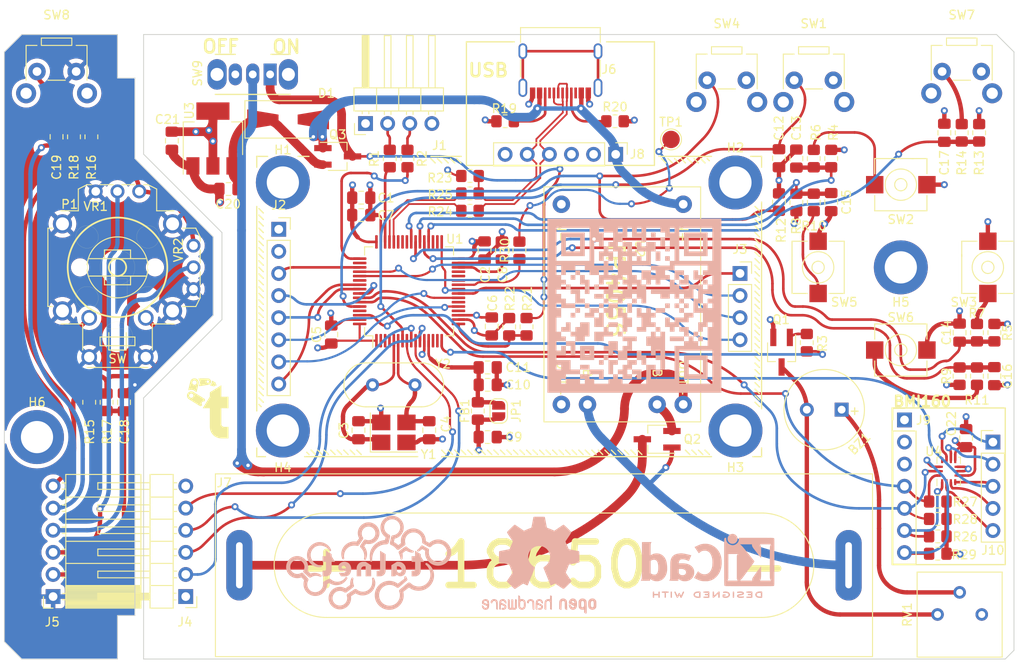
<source format=kicad_pcb>
(kicad_pcb (version 20221018) (generator pcbnew)
  (layers (0 "F.Cu" signal) (1 "In1.Cu" signal) (2 "In2.Cu" signal) (31 "B.Cu" signal) (34 "B.Paste" user) (35 "F.Paste" user) (36 "B.SilkS" user "B.Silkscreen") (37 "F.SilkS" user "F.Silkscreen") (38 "B.Mask" user) (39 "F.Mask" user) (44 "Edge.Cuts" user))
  (net 0 "")
  (net 1 "Net-(BZ1--)")
  (net 2 "Net-(BZ1-+)")
  (net 3 "+3.3V")
  (net 4 "GND")
  (net 5 "/OSC_OUT")
  (net 6 "+3.3VA")
  (net 7 "BTN_UP")
  (net 8 "NRST")
  (net 9 "BTN_RIGHT")
  (net 10 "BTN_LEFT")
  (net 11 "BTN_DOWN")
  (net 12 "g_SDA")
  (net 13 "Net-(D1-K)")
  (net 14 "g_SCL")
  (net 15 "g_INT")
  (net 16 "/OSC_IN")
  (net 17 "VBUS")
  (net 18 "/Gyro/OCS")
  (net 19 "/Gyro/INT2")
  (net 20 "/Gyro/SCX")
  (net 21 "/Gyro/SDX")
  (net 22 "/SWDIO")
  (net 23 "/SWCLK")
  (net 24 "/Power/_USB_D+")
  (net 25 "/Power/_USB_D-")
  (net 26 "/Gyro/CS")
  (net 27 "/Gyro/SA0")
  (net 29 "Net-(P1-Pada)")
  (net 30 "BOOT0")
  (net 31 "Net-(R11-Pad2)")
  (net 32 "/USB_D-")
  (net 33 "/USB_D+")
  (net 34 "/VBAT_ADC")
  (net 35 "Net-(SW9-B)")
  (net 38 "GND2")
  (net 39 "+3.3VP")
  (net 40 "/Vstupy/VRx")
  (net 41 "/Vstupy/VRy")
  (net 42 "Net-(U1-VCAP_1)")
  (net 43 "Net-(J5-Pin_2)")
  (net 44 "Net-(J5-Pin_5)")
  (net 45 "Net-(J1-Pin_2)")
  (net 46 "Net-(J1-Pin_3)")
  (net 47 "Net-(J6-CC1)")
  (net 49 "Net-(J6-CC2)")
  (net 51 "unconnected-(J6-SHIELD-PadS1)")
  (net 52 "Net-(J7-Pin_1)")
  (net 53 "Net-(J7-Pin_2)")
  (net 56 "Net-(Q1-G)")
  (net 57 "Net-(Q2-S)")
  (net 58 "Net-(Q3-D)")
  (net 59 "Net-(U1-PB9)")
  (net 60 "Net-(R6-Pad2)")
  (net 61 "Net-(R7-Pad2)")
  (net 62 "Net-(R10-Pad2)")
  (net 63 "Net-(R14-Pad2)")
  (net 64 "Net-(R18-Pad2)")
  (net 75 "Net-(U1-PB0)")
  (net 76 "Net-(R30-Pad2)")
  (net 81 "LCD_CS")
  (net 82 "LCD_RES")
  (net 83 "LCD_DC")
  (net 84 "LCD_MOSI")
  (net 85 "LCD_SCK")
  (net 86 "LCD_BLK")
  (net 87 "/SD_CS")
  (net 88 "/SD_MOSI")
  (net 89 "/SD_MISO")
  (net 90 "/SD_SCK")
  (net 95 "PC5")
  (net 96 "PC4")
  (net 97 "PB2")
  (net 98 "PB1")
  (net 99 "PB0")
  (footprint "Resistor_SMD:R_0805_2012Metric_Pad1.20x1.40mm_HandSolder" (layer "F.Cu") (at 156.4571 85.905 180)
    (fp_text reference "R26")
    (fp_text value "4K7")
  )
  (footprint "Package_TO_SOT_SMD:SOT-223-3_TabPin2" (layer "F.Cu") (at 73.1711 40.196 90)
    (fp_text reference "U3")
    (fp_text value "AMS1117-3.3")
  )
  (footprint "Components libraries:Switch_ALPSALPINE_SKPMAME010" (layer "F.Cu") (at 142.7071 55 90)
    (fp_text reference "SW5")
    (fp_text value "SW_Left")
  )
  (footprint "Capacitor_SMD:C_0805_2012Metric_Pad1.18x1.45mm_HandSolder" (layer "F.Cu") (at 159.7071 74.6175 90)
    (fp_text reference "C22")
    (fp_text value "100n")
  )
  (footprint "Resistor_SMD:R_0805_2012Metric_Pad1.20x1.40mm_HandSolder" (layer "F.Cu") (at 156.4571 83.905 180)
    (fp_text reference "R28")
    (fp_text value "4K7")
  )
  (footprint "Capacitor_SMD:C_0805_2012Metric_Pad1.18x1.45mm_HandSolder" (layer "F.Cu") (at 157.2071 39.5375 90)
    (fp_text reference "C17")
    (fp_text value "100n")
  )
  (footprint "Resistor_SMD:R_0805_2012Metric_Pad1.20x1.40mm_HandSolder" (layer "F.Cu") (at 141.4071 63.65 90)
    (fp_text reference "R3")
    (fp_text value "1K5")
  )
  (footprint "Resistor_SMD:R_0805_2012Metric_Pad1.20x1.40mm_HandSolder" (layer "F.Cu") (at 106.7471 38.214 180)
    (fp_text reference "R19")
    (fp_text value "5K1")
  )
  (footprint "M2nutV2:M2 solder nut" (layer "F.Cu") (at 52.9571 74.5)
    (fp_text reference "H6")
    (fp_text value "M2" hide)
  )
  (footprint "Connector_PinSocket_2.54mm:PinSocket_1x08_P2.54mm_Vertical" (layer "F.Cu") (at 80.7321 50.625)
    (fp_text reference "J2")
    (fp_text value "LCD")
  )
  (footprint "Capacitor_SMD:C_0805_2012Metric_Pad1.18x1.45mm_HandSolder" (layer "F.Cu") (at 90.211537 48.993286)
    (fp_text reference "C7")
    (fp_text value "100n")
  )
  (footprint "Capacitor_SMD:C_0805_2012Metric_Pad1.18x1.45mm_HandSolder" (layer "F.Cu") (at 144.2071 47.5 -90)
    (fp_text reference "C15")
    (fp_text value "100n")
  )
  (footprint "Talnet console:SKHHLNA010" (layer "F.Cu") (at 55.2071 32.5)
    (fp_text reference "SW8")
    (fp_text value "SW_Lsh")
  )
  (footprint "Capacitor_SMD:C_0805_2012Metric_Pad1.18x1.45mm_HandSolder" (layer "F.Cu") (at 55.2071 40 90)
    (fp_text reference "C19")
    (fp_text value "100n")
  )
  (footprint "Connector_PinHeader_2.54mm:PinHeader_1x05_P2.54mm_Vertical" (layer "F.Cu") (at 162.7871 75.08)
    (fp_text reference "J10")
    (fp_text value "Conn_01x05")
  )
  (footprint "Capacitor_SMD:C_0805_2012Metric_Pad1.18x1.45mm_HandSolder" (layer "F.Cu") (at 106.379564 53.051534 90)
    (fp_text reference "C8")
    (fp_text value "2.2u")
  )
  (footprint "Capacitor_SMD:C_0805_2012Metric_Pad1.18x1.45mm_HandSolder" (layer "F.Cu") (at 140.2071 42.5 90)
    (fp_text reference "C13")
    (fp_text value "100n")
  )
  (footprint "Resistor_SMD:R_0805_2012Metric_Pad1.20x1.40mm_HandSolder" (layer "F.Cu") (at 102.7071 48.5)
    (fp_text reference "R24")
    (fp_text value "22R")
  )
  (footprint "Package_TO_SOT_SMD:SOT-23W_Handsoldering" (layer "F.Cu") (at 138.5071 64.75 -90)
    (fp_text reference "Q1")
    (fp_text value "SI2302")
  )
  (footprint "Capacitor_SMD:C_0805_2012Metric_Pad1.18x1.45mm_HandSolder" (layer "F.Cu") (at 68.4571 40.45 -90)
    (fp_text reference "C21")
    (fp_text value "10u")
  )
  (footprint "Resistor_SMD:R_0805_2012Metric_Pad1.20x1.40mm_HandSolder" (layer "F.Cu") (at 60.9571 70.5 90)
    (fp_text reference "R17")
    (fp_text value "1k")
  )
  (footprint "Talnet console:SKHHLNA010" (layer "F.Cu") (at 142.2071 33.5)
    (fp_text reference "SW1")
    (fp_text value "SW_Push")
  )
  (footprint "Resistor_SMD:R_0805_2012Metric_Pad1.20x1.40mm_HandSolder" (layer "F.Cu") (at 93.4911 42.498 -90)
    (fp_text reference "R1")
    (fp_text value "22R")
  )
  (footprint "Diode_SMD:D_SMA-SMB_Universal_Handsoldering" (layer "F.Cu") (at 81.8071 38)
    (fp_text reference "D1")
    (fp_text value "SS14")
  )
  (footprint "Capacitor_SMD:C_0805_2012Metric_Pad1.18x1.45mm_HandSolder" (layer "F.Cu") (at 74.9571 46 180)
    (fp_text reference "C20")
    (fp_text value "10u")
  )
  (footprint "Capacitor_SMD:C_0805_2012Metric_Pad1.18x1.45mm_HandSolder" (layer "F.Cu") (at 162.9571 67.5 -90)
    (fp_text reference "C16")
    (fp_text value "100n")
  )
  (footprint "Resistor_SMD:R_0805_2012Metric_Pad1.20x1.40mm_HandSolder" (layer "F.Cu") (at 58.9571 70.499998 90)
    (fp_text reference "R15")
    (fp_text value "10k")
  )
  (footprint "Connector_PinSocket_2.54mm:PinSocket_1x06_P2.54mm_Horizontal" (layer "F.Cu") (at 54.8071 92.825 180)
    (fp_text reference "J5")
    (fp_text value "Joy_S" hide)
  )
  (footprint "Connector_PinHeader_2.54mm:PinHeader_1x07_P2.54mm_Vertical" (layer "F.Cu") (at 152.6271 72.53)
    (fp_text reference "J9")
    (fp_text value "Conn_01x07")
  )
  (footprint "Connector_PinSocket_2.54mm:PinSocket_1x04_P2.54mm_Vertical" (layer "F.Cu") (at 133.7321 55.7)
    (fp_text reference "J3")
    (fp_text value "Mech" hide)
  )
  (footprint "Resistor_SMD:R_0805_2012Metric_Pad1.20x1.40mm_HandSolder" (layer "F.Cu") (at 156.4571 87.905 180)
    (fp_text reference "R29")
    (fp_text value "4K7")
  )
  (footprint "Resistor_SMD:R_0805_2012Metric_Pad1.20x1.40mm_HandSolder" (layer "F.Cu") (at 156.4571 81.905 180)
    (fp_text reference "R27")
    (fp_text value "4K7")
  )
  (footprint "Resistor_SMD:R_0805_2012Metric_Pad1.20x1.40mm_HandSolder" (layer "F.Cu") (at 103.6071 71.5 -90)
    (fp_text reference "FB1")
    (fp_text value "120R")
  )
  (footprint "Jumper:SolderJumper-2_P1.3mm_Open_RoundedPad1.0x1.5mm" (layer "F.Cu") (at 106.0071 71.5 -90)
    (fp_text reference "JP1")
    (fp_text value "Jumper_2_Open" hide)
  )
  (footprint "Resistor_SMD:R_0805_2012Metric_Pad1.20x1.40mm_HandSolder" (layer "F.Cu") (at 102.7071 44.5)
    (fp_text reference "R23")
    (fp_text value "1K5")
  )
  (footprint "Connector_USB:USB_C_Receptacle_G-Switch_GT-USB-7010ASV" (layer "F.Cu") (at 113.0971 31.239 180)
    (fp_text reference "J6")
    (fp_text value "USB_C_Receptacle_USB2.0")
  )
  (footprint "Capacitor_SMD:C_0805_2012Metric_Pad1.18x1.45mm_HandSolder" (layer "F.Cu") (at 105.2071 61.7875 -90)
    (fp_text reference "C6")
    (fp_text value "100n")
  )
  (footprint "Resistor_SMD:R_0805_2012Metric_Pad1.20x1.40mm_HandSolder" (layer "F.Cu") (at 109.2071 61.825 -90)
    (fp_text reference "R21")
    (fp_text value "100K")
  )
  (footprint "M2nutV2:M2 solder nut" (layer "F.Cu") (at 81.2071 45.25)
    (fp_text reference "H1")
    (fp_text value "M2")
  )
  (footprint "Connector_PinHeader_2.54mm:PinHeader_1x06_P2.54mm_Horizontal" (layer "F.Cu") (at 70.0471 92.825 180)
    (fp_text reference "J4")
    (fp_text value "Joy_P" hide)
  )
  (footprint "Connector_PinHeader_2.54mm:PinHeader_1x04_P2.54mm_Horizontal" (layer "F.Cu") (at 90.7071 38.475 90)
    (fp_text reference "J1")
    (fp_text value "Conn_01x04_Male")
  )
  (footprint "Components libraries:Switch_ALPSALPINE_SKPMAME010" (layer "F.Cu") (at 152.2071 45.5)
    (fp_text reference "SW2")
    (fp_text value "SW_Up")
  )
  (footprint "Resistor_SMD:R_0805_2012Metric_Pad1.20x1.40mm_HandSolder" (layer "F.Cu") (at 107.2071 61.825 90)
    (fp_text reference "R22")
    (fp_text value "100K")
  )
  (footprint "Potentiometer_THT:Potentiometer_Bourns_3386P_Vertical" (layer "F.Cu") (at 161.5071 94.885 90)
    (fp_text reference "RV1")
    (fp_text value "10k")
  )
  (footprint "Button_Switch_THT:SW_CuK_OS102011MA1QN1_SPDT_Angled" (layer "F.Cu") (at 79.7431 32.83 180)
    (fp_text reference "SW9")
    (fp_text value "SW_SPDT")
  )
  (footprint "Resistor_SMD:R_0805_2012Metric_Pad1.20x1.40mm_HandSolder" (layer "F.Cu") (at 161.2071 39.5375 90)
    (fp_text reference "R13")
    (fp_text value "10k")
  )
  (footprint "Resistor_SMD:R_0805_2012Metric_Pad1.20x1.40mm_HandSolder" (layer "F.Cu") (at 119.3721 38.214)
    (fp_text reference "R20")
    (fp_text value "5K1")
  )
  (footprint "TestPoint:TestPoint_Pad_D2.0mm" (layer "F.Cu") (at 125.8071 40.3)
    (fp_text reference "TP1")
    (fp_text value "TestPoint" hide)
  )
  (footprint "M2nutV2:M2 solder nut" (layer "F.Cu") (at 133.2071 73.75)
    (fp_text reference "H3")
    (fp_text value "M2")
  )
  (footprint "Resistor_SMD:R_0805_2012Metric_Pad1.20x1.40mm_HandSolder" (layer "F.Cu") (at 57.2071 40 90)
    (fp_text reference "R18")
    (fp_text value "1k")
  )
  (footprint "Resistor_SMD:R_0805_2012Metric_Pad1.20x1.40mm_HandSolder" (layer "F.Cu") (at 59.2071 40 90)
    (fp_text reference "R16")
    (fp_text value "10k")
  )
  (footprint "Capacitor_SMD:C_0805_2012Metric_Pad1.18x1.45mm_HandSolder" (layer "F.Cu") (at 62.9571 70.5 90)
    (fp_text reference "C18")
    (fp_text value "100n")
  )
  (footprint "Capacitor_SMD:C_0805_2012Metric_Pad1.18x1.45mm_HandSolder" (layer "F.Cu") (at 104.7446 66.5)
    (fp_text reference "C11")
    (fp_text value "100n")
  )
  (footprint "Connector_PinHeader_2.54mm:PinHeader_1x06_P2.54mm_Vertical" (layer "F.Cu") (at 119.4471 42.014 -90)
    (fp_text reference "J8")
    (fp_text value "USB_breakout" hide)
  )
  (footprint "Components libraries:Switch_ALPSALPINE_SKPMAME010" (layer "F.Cu") (at 162.2071 55 90)
    (fp_text reference "SW3")
    (fp_text value "SW_Right")
  )
  (footprint "Talnet console:18650 MYOUNG" (layer "F.Cu") (at 111.2071 89.225)
    (fp_text reference "J7")
    (fp_text value "BConn")
  )
  (footprint "M2nutV2:M2 solder nut" (layer "F.Cu") (at 133.2071 45.25)
    (fp_text reference "H2")
    (fp_text value "M2")
  )
  (footprint "Package_LGA:Bosch_LGA-14_3x2.5mm_P0.5mm" (layer "F.Cu") (at 157.7071 78.4175 90)
    (fp_text reference "U4")
    (fp_text value "BMI160")
  )
  (footprint "Capacitor_SMD:C_0805_2012Metric_Pad1.18x1.45mm_HandSolder" (layer "F.Cu") (at 90.211537 46.993286)
    (fp_text reference "C1")
    (fp_text value "10u")
  )
  (footprint "Resistor_SMD:R_0805_2012Metric_Pad1.20x1.40mm_HandSolder" (layer "F.Cu") (at 102.7071 46.5 180)
    (fp_text reference "R25")
    (fp_text value "22R")
  )
  (footprint "Talnet console:SKHHLNA010" (layer "F.Cu") (at 132.2071 33.5)
    (fp_text reference "SW4")
    (fp_text value "SW_Push")
  )
  (footprint "Resistor_SMD:R_0805_2012Metric_Pad1.20x1.40mm_HandSolder" (layer "F.Cu") (at 158.9571 67.5 -90)
    (fp_text reference "R9")
    (fp_text value "10k")
  )
  (footprint "Resistor_SMD:R_0805_2012Metric_Pad1.20x1.40mm_HandSolder" (layer "F.Cu") (at 95.5231 42.498 90)
    (fp_text reference "R2")
    (fp_text value "22R")
  )
  (footprint "Resistor_SMD:R_0805_2012Metric_Pad1.20x1.40mm_HandSolder" (layer "F.Cu") (at 140.2071 47.5375 -90)
    (fp_text reference "R8")
    (fp_text value "10k")
  )
  (footprint "Package_TO_SOT_SMD:SOT-23W_Handsoldering" (layer "F.Cu") (at 124.2071 74.75 180)
    (fp_text reference "Q2")
    (fp_text value "CJ2302")
  )
  (footprint "Capacitor_SMD:C_0805_2012Metric_Pad1.18x1.45mm_HandSolder" (layer "F.Cu") (at 104.7446 74.5)
    (fp_text reference "C9")
    (fp_text value "10u")
  )
  (footprint "Resistor_SMD:R_0805_2012Metric_Pad1.20x1.40mm_HandSolder" (layer "F.Cu") (at 159.2071 39.5375 90)
    (fp_text reference "R14")
    (fp_text value "1k")
  )
  (footprint "Resistor_SMD:R_0805_2012Metric_Pad1.20x1.40mm_HandSolder" (layer "F.Cu") (at 142.2071 42.5 90)
    (fp_text reference "R6")
    (fp_text value "1k")
  )
  (footprint "Resistor_SMD:R_0805_2012Metric_Pad1.20x1.40mm_HandSolder" (layer "F.Cu") (at 160.9571 62.5 90)
    (fp_text reference "R7")
    (fp_text value "1k")
  )
  (footprint "Capacitor_SMD:C_0805_2012Metric_Pad1.18x1.45mm_HandSolder" (layer "F.Cu") (at 89.8931 73.714 -90)
    (fp_text reference "C3")
    (fp_text value "8p")
  )
  (footprint "Resistor_SMD:R_0805_2012Metric_Pad1.20x1.40mm_HandSolder" (layer "F.Cu") (at 138.2071 47.5 90)
    (fp_text reference "R12")
    (fp_text value "10k")
  )
  (footprint "Resistor_SMD:R_0805_2012Metric_Pad1.20x1.40mm_HandSolder" (layer "F.Cu") (at 108.384688 53.046861 90)
    (fp_text reference "R30")
    (fp_text value "1k")
  )
  (footprint "Capacitor_SMD:C_0805_2012Metric_Pad1.18x1.45mm_HandSolder" (layer "F.Cu") (at 138.2071 42.4625 -90)
    (fp_text reference "C12")
    (fp_text value "100n")
  )
  (footprint "Talnet console:SKHHLNA010" (layer "F.Cu") (at 159.2071 32.5)
    (fp_text reference "SW7")
    (fp_text value "SW_Rsh")
  )
  (footprint "Crystal:Crystal_SMD_3225-4Pin_3.2x2.5mm_HandSoldering" (layer "F.Cu") (at 93.9571 73.968)
    (fp_text reference "Y1")
    (fp_text value "25MHz")
  )
  (footprint "Capacitor_SMD:C_0805_2012Metric_Pad1.18x1.45mm_HandSolder" (layer "F.Cu") (at 98.021099 73.714 90)
    (fp_text reference "C4")
    (fp_text value "8p")
  )
  (footprint "Package_TO_SOT_SMD:SOT-23W_Handsoldering" (layer "F.Cu") (at 87.5071 42.25)
    (fp_text reference "Q3")
    (fp_text value "CJ2302")
  )
  (footprint "Resistor_SMD:R_0805_2012Metric_Pad1.20x1.40mm_HandSolder" (layer "F.Cu") (at 142.2071 47.5375 -90)
    (fp_text reference "R10")
    (fp_text value "1k")
  )
  (footprint "Buzzer_Beeper:MagneticBuzzer_PUI_AT-0927-TT-6-R" (layer "F.Cu") (at 145.4071 71.35 180)
    (fp_text reference "BZ1")
    (fp_text value "Buzzer")
  )
  (footprint "Resistor_SMD:R_0805_2012Metric_Pad1.20x1.40mm_HandSolder" (layer "F.Cu") (at 144.207101 42.5 90)
    (fp_text reference "R4")
    (fp_text value "10k")
  )
  (footprint "Capacitor_SMD:C_0805_2012Metric_Pad1.18x1.45mm_HandSolder" (layer "F.Cu") (at 158.9571 62.5 90)
    (fp_text reference "C14")
    (fp_text value "100n")
  )
  (footprint "Capacitor_SMD:C_0805_2012Metric_Pad1.18x1.45mm_HandSolder" (layer "F.Cu") (at 86.768443 62.717325 90)
    (fp_text reference "C5")
    (fp_text value "100n")
  )
  (footprint "Components libraries:Joystic_ALPSALPINE_RKJXV122400D" (layer "F.Cu") (at 62.2071 55)
    (fp_text reference "P1")
    (fp_text value "Joystick_RKJXV122400R")
  )
  (footprint "Resistor_SMD:R_0805_2012Metric_Pad1.20x1.40mm_HandSolder" (layer "F.Cu") (at 162.9571 62.5 90)
    (fp_text reference "R5")
    (fp_text value "10k")
  )
  (footprint "Capacitor_SMD:C_0805_2012Metric_Pad1.18x1.45mm_HandSolder" (layer "F.Cu") (at 104.7446 68.5)
    (fp_text reference "C10")
    (fp_text value "10u")
  )
  (footprint "Components libraries:Switch_ALPSALPINE_SKPMAME010" (layer "F.Cu") (at 152.2071 64.5)
    (fp_text reference "SW6")
    (fp_text value "SW_Down")
  )
  (footprint "Package_QFP:LQFP-64_10x10mm_P0.5mm" (layer "F.Cu") (at 95.7071 57.75 90)
    (fp_text reference "U1")
    (fp_text value "STM32F412RETx")
  )
  (footprint "M2nutV2:M2 solder nut" (layer "F.Cu") (at 81.2071 73.75)
    (fp_text reference "H4")
    (fp_text value "M2")
  )
  (footprint "M2nutV2:M2 solder nut" (layer "F.Cu") (at 152.2071 55)
    (fp_text reference "H5")
    (fp_text value "M2")
  )
  (footprint "Components libraries:TP4056+prot" (layer "F.Cu") (at 127.2071 47.75 -90)
    (fp_text reference "U2")
    (fp_text value "TP4056")
  )
  (footprint "Capacitor_SMD:C_0805_2012Metric_Pad1.18x1.45mm_HandSolder" (layer "F.Cu") (at 104.379564 53.051534 -90)
    (fp_text reference "C2")
    (fp_text value "100n")
  )
  (footprint "Crystal:Crystal_HC49-4H_Vertical" (layer "F.Cu") (at 91.5071 68.5)
    (fp_text reference "Y2")
    (fp_text value "25MHz")
  )
  (footprint "Resistor_SMD:R_0805_2012Metric_Pad1.20x1.40mm_HandSolder" (layer "F.Cu") (at 160.9571 67.5 -90)
    (fp_text reference "R11")
    (fp_text value "1k")
  )
  (footprint "Components libraries:QR" (layer "B.Cu") (at 121.6071 59.4 180)
    (fp_text reference "G***" hide)
    (fp_text value "LOGO" hide)
  )
  (footprint "Symbol:KiCad-Logo2_6mm_SilkScreen" (layer "B.Cu") (at 130.014587 88.604848 180)
    (fp_text reference "REF**" hide)
    (fp_text value "KiCad-Logo2_6mm_SilkScreen" hide)
  )
  (footprint "Symbol:OSHW-Logo2_14.6x12mm_SilkScreen" (layer "B.Cu") (at 110.652724 89.202673 180)
    (fp_text reference "REF**" hide)
    (fp_text value "OSHW-Logo2_14.6x12mm_SilkScreen" hide)
  )
  (gr_poly (pts (xy 90.644797 88.474542) (xy 90.6448 88.474543) (xy 90.644804 88.474525)) (stroke (width 0.24)) (fill solid) (layer "B.SilkS"))
  (gr_poly (pts (xy 96.402764 88.199639) (xy 96.01107 88.199639) (xy 96.01107 88.833445) (xy 96.402764 88.833445) (xy 96.402764 89.700491) (xy 96.402569 89.708349) (xy 96.401988 89.716152) (xy 96.401027 89.72389) (xy 96.399691 89.731548) (xy 96.397985 89.739114) (xy 96.395914 89.746575) (xy 96.393485 89.753917) (xy 96.390702 89.761128) (xy 96.38757 89.768195) (xy 96.384096 89.775105) (xy 96.380285 89.781844) (xy 96.376141 89.7884) (xy 96.371671 89.794761) (xy 96.366879 89.800911) (xy 96.361772 89.80684) (xy 96.356354 89.812534) (xy 96.35066 89.817952) (xy 96.344731 89.823059) (xy 96.33858 89.827851) (xy 96.33222 89.832321) (xy 96.325664 89.836465) (xy 96.318925 89.840276) (xy 96.312015 89.84375) (xy 96.304948 89.846882) (xy 96.297737 89.849665) (xy 96.290395 89.852094) (xy 96.282934 89.854164) (xy 96.275368 89.85587) (xy 96.26771 89.857207) (xy 96.259973 89.858168) (xy 96.252169 89.858748) (xy 96.244312 89.858943) (xy 96.01107 89.858943) (xy 96.01107 90.492749) (xy 96.402764 90.492749) (xy 96.434192 90.49197) (xy 96.465408 90.489647) (xy 96.496358 90.485803) (xy 96.52699 90.480458) (xy 96.557254 90.473634) (xy 96.587097 90.465353) (xy 96.616466 90.455635) (xy 96.64531 90.444503) (xy 96.673578 90.431979) (xy 96.701216 90.418083) (xy 96.728174 90.402837) (xy 96.754399 90.386262) (xy 96.779839 90.368381) (xy 96.804442 90.349215) (xy 96.828157 90.328784) (xy 96.850931 90.307112) (xy 96.872604 90.284337) (xy 96.893034 90.260622) (xy 96.912201 90.236019) (xy 96.930082 90.210579) (xy 96.946657 90.184354) (xy 96.961903 90.157396) (xy 96.975799 90.129757) (xy 96.988323 90.10149) (xy 96.999455 90.072646) (xy 97.009173 90.043276) (xy 97.017454 90.013433) (xy 97.024278 89.98317) (xy 97.029623 89.952537) (xy 97.033467 89.921587) (xy 97.03579 89.890372) (xy 97.036569 89.858943) (xy 97.036569 88.833445) (xy 97.428261 88.833445) (xy 97.036569 88.199639) (xy 97.036569 87.957525) (xy 96.402764 87.565833)) (stroke (width 0.016769)) (fill solid) (layer "B.SilkS"))
  (gr_poly (pts (xy 89.181087 90.793659) (xy 89.162898 90.833995) (xy 89.14362 90.881214) (xy 89.124241 90.93512) (xy 89.114823 90.964519) (xy 89.105751 90.995515) (xy 89.097148 91.028084) (xy 89.089137 91.062202) (xy 89.081842 91.097842) (xy 89.075388 91.134982) (xy 89.069896 91.173595) (xy 89.065492 91.213658) (xy 89.061282 91.256059) (xy 89.058524 91.298227) (xy 89.057202 91.340108) (xy 89.057301 91.381647) (xy 89.058804 91.422787) (xy 89.061695 91.463474) (xy 89.065958 91.503652) (xy 89.071578 91.543268) (xy 89.045019 91.56162) (xy 88.726236 91.784486) (xy 88.393765 92.020656) (xy 88.357172 91.99723) (xy 88.319937 91.97533) (xy 88.282103 91.954954) (xy 88.243712 91.936098) (xy 88.204806 91.918758) (xy 88.165429 91.902934) (xy 88.125622 91.88862) (xy 88.085428 91.875816) (xy 88.04489 91.864516) (xy 88.004049 91.854719) (xy 87.962949 91.846422) (xy 87.921632 91.839622) (xy 87.88014 91.834315) (xy 87.838515 91.8305) (xy 87.796801 91.828172) (xy 87.75504 91.827329) (xy 87.723305 91.827717) (xy 87.691932 91.828929) (xy 87.660927 91.830942) (xy 87.6303 91.833735) (xy 87.600059 91.837284) (xy 87.570212 91.841569) (xy 87.540767 91.846566) (xy 87.511734 91.852253) (xy 87.483119 91.858609) (xy 87.454932 91.86561) (xy 87.427182 91.873235) (xy 87.399875 91.881461) (xy 87.373021 91.890266) (xy 87.346628 91.899628) (xy 87.320704 91.909524) (xy 87.295258 91.919933) (xy 87.260361 91.935363) (xy 87.226415 91.951704) (xy 87.193425 91.968901) (xy 87.161395 91.9869) (xy 87.130332 92.005647) (xy 87.10024 92.025086) (xy 87.071124 92.045165) (xy 87.042989 92.065828) (xy 87.026422 92.078611) (xy 87.010199 92.091596) (xy 86.99432 92.104774) (xy 86.978784 92.118134) (xy 86.963591 92.131668) (xy 86.94874 92.145365) (xy 86.934231 92.159216) (xy 86.920061 92.173213) (xy 86.899073 92.194848) (xy 86.878816 92.216828) (xy 86.859285 92.239132) (xy 86.840476 92.26174) (xy 86.822381 92.284632) (xy 86.804997 92.307787) (xy 86.788319 92.331186) (xy 86.77234 92.354807) (xy 86.757055 92.378631) (xy 86.74246 92.402638) (xy 86.728549 92.426807) (xy 86.715316 92.451118) (xy 86.702757 92.47555) (xy 86.690866 92.500085) (xy 86.679638 92.5247) (xy 86.669068 92.549377) (xy 86.657994 92.57708) (xy 86.647666 92.604969) (xy 86.638084 92.633031) (xy 86.629243 92.661254) (xy 86.621143 92.689627) (xy 86.613781 92.718138) (xy 86.607154 92.746774) (xy 86.60126 92.775524) (xy 86.596098 92.804376) (xy 86.591664 92.833318) (xy 86.587957 92.862338) (xy 86.584973 92.891424) (xy 86.582712 92.920564) (xy 86.581171 92.949747) (xy 86.580346 92.97896) (xy 86.580237 93.008191) (xy 86.580866 93.038124) (xy 86.582239 93.067911) (xy 86.58435 93.097542) (xy 86.587192 93.127008) (xy 86.590758 93.156298) (xy 86.595043 93.185402) (xy 86.600039 93.214312) (xy 86.60574 93.243017) (xy 86.612139 93.271507) (xy 86.61923 93.299773) (xy 86.627005 93.327804) (xy 86.635459 93.355592) (xy 86.644584 93.383125) (xy 86.654375 93.410395) (xy 86.664824 93.437391) (xy 86.675925 93.464104) (xy 86.687491 93.490131) (xy 86.699732 93.515977) (xy 86.71265 93.541626) (xy 86.726246 93.567063) (xy 86.74052 93.592273) (xy 86.755474 93.61724) (xy 86.771109 93.641948) (xy 86.787425 93.666382) (xy 86.803617 93.689401) (xy 86.820237 93.711878) (xy 86.83727 93.733811) (xy 86.854695 93.7552) (xy 86.872496 93.776041) (xy 86.890654 93.796333) (xy 86.90915 93.816075) (xy 86.927966 93.835265) (xy 86.948307 93.855064) (xy 86.969084 93.874341) (xy 86.990287 93.89309) (xy 87.011905 93.911305) (xy 87.033927 93.928978) (xy 87.056343 93.946103) (xy 87.079141 93.962674) (xy 87.102311 93.978684) (xy 87.125842 93.994126) (xy 87.149724 94.008994) (xy 87.173945 94.023282) (xy 87.198496 94.036982) (xy 87.223364 94.050089) (xy 87.24854 94.062595) (xy 87.274012 94.074495) (xy 87.299771 94.085781) (xy 87.325131 94.096181) (xy 87.350942 94.10606) (xy 87.377196 94.115398) (xy 87.403884 94.124174) (xy 87.430998 94.13237) (xy 87.45853 94.139963) (xy 87.486472 94.146934) (xy 87.514816 94.153262) (xy 87.543553 94.158927) (xy 87.572675 94.163909) (xy 87.602175 94.168186) (xy 87.632043 94.17174) (xy 87.662271 94.174548) (xy 87.692853 94.176592) (xy 87.723778 94.17785) (xy 87.75504 94.178303) (xy 87.783231 94.178007) (xy 87.811527 94.177037) (xy 87.839915 94.175381) (xy 87.868379 94.173029) (xy 87.896906 94.169971) (xy 87.925481 94.166197) (xy 87.954091 94.161697) (xy 87.98272 94.156461) (xy 88.011355 94.150478) (xy 88.039981 94.143738) (xy 88.068584 94.136231) (xy 88.097149 94.127947) (xy 88.125664 94.118875) (xy 88.154112 94.109006) (xy 88.18248 94.09833) (xy 88.210755 94.086835) (xy 88.232341 94.077469) (xy 88.253879 94.0676) (xy 88.275357 94.057222) (xy 88.296762 94.04633) (xy 88.318084 94.03492) (xy 88.339309 94.022987) (xy 88.360426 94.010525) (xy 88.381423 93.997529) (xy 88.407495 93.980521) (xy 88.43339 93.962629) (xy 88.459073 93.943845) (xy 88.48451 93.92416) (xy 88.509665 93.903567) (xy 88.534504 93.882055) (xy 88.558993 93.859618) (xy 88.583096 93.836246) (xy 88.60172 93.817242) (xy 88.620057 93.79766) (xy 88.638088 93.777505) (xy 88.655789 93.756777) (xy 88.673139 93.735479) (xy 88.690117 93.713615) (xy 88.706701 93.691185) (xy 88.722869 93.668194) (xy 88.7386 93.644643) (xy 88.753872 93.620534) (xy 88.768663 93.59587) (xy 88.782952 93.570654) (xy 88.796717 93.544888) (xy 88.809936 93.518574) (xy 88.822588 93.491715) (xy 88.834652 93.464314) (xy 88.845154 93.438765) (xy 88.855117 93.412778) (xy 88.864522 93.386362) (xy 88.873352 93.359528) (xy 88.881587 93.332283) (xy 88.889209 93.304638) (xy 88.896199 93.276602) (xy 88.902539 93.248184) (xy 88.908211 93.219392) (xy 88.913196 93.190237) (xy 88.917475 93.160728) (xy 88.92103 93.130874) (xy 88.923842 93.100684) (xy 88.925892 93.070167) (xy 88.927163 93.039333) (xy 88.927636 93.008191) (xy 88.927499 92.97463) (xy 88.926414 92.941036) (xy 88.924369 92.907429) (xy 88.921352 92.873832) (xy 88.91735 92.840265) (xy 88.912353 92.806749) (xy 88.906346 92.773307) (xy 88.89932 92.73996) (xy 89.225092 92.524005) (xy 89.525179 92.323258) (xy 89.551228 92.305722) (xy 89.591848 92.335032) (xy 89.633353 92.362736) (xy 89.675693 92.38882) (xy 89.71882 92.413268) (xy 89.762685 92.436065) (xy 89.807238 92.457196) (xy 89.85243 92.476646) (xy 89.898214 92.4944) (xy 89.927281 92.504687) (xy 89.956543 92.514293) (xy 89.98599 92.523216) (xy 90.015612 92.531454) (xy 90.045401 92.539004) (xy 90.075346 92.545866) (xy 90.105438 92.552036) (xy 90.135668 92.557513) (xy 90.166027 92.562295) (xy 90.196504 92.56638) (xy 90.22709 92.569766) (xy 90.257776 92.572451) (xy 90.288552 92.574433) (xy 90.319408 92.57571) (xy 90.350336 92.576281) (xy 90.381326 92.576143) (xy 90.416817 92.575431) (xy 90.45203 92.573818) (xy 90.486953 92.571316) (xy 90.521577 92.567941) (xy 90.55589 92.563707) (xy 90.589882 92.558629) (xy 90.623543 92.552722) (xy 90.656862 92.546) (xy 90.689828 92.538479) (xy 90.722432 92.530171) (xy 90.754662 92.521093) (xy 90.786508 92.511259) (xy 90.81796 92.500683) (xy 90.849007 92.48938) (xy 90.879638 92.477365) (xy 90.909843 92.464652) (xy 90.940287 92.450943) (xy 90.970269 92.436535) (xy 90.99978 92.42144) (xy 91.028813 92.405673) (xy 91.057359 92.389249) (xy 91.085408 92.37218) (xy 91.112954 92.35448) (xy 91.139987 92.336164) (xy 91.166498 92.317246) (xy 91.19248 92.297739) (xy 91.217925 92.277657) (xy 91.242823 92.257015) (xy 91.267166 92.235825) (xy 91.290945 92.214103) (xy 91.314154 92.191861) (xy 91.336781 92.169114) (xy 91.36832 92.135508) (xy 91.398621 92.100918) (xy 91.427661 92.065381) (xy 91.455421 92.028934) (xy 91.481877 91.991614) (xy 91.507009 91.953458) (xy 91.530793 91.914504) (xy 91.55321 91.874789) (xy 91.562074 91.858153) (xy 91.570735 91.841317) (xy 91.57919 91.824283) (xy 91.587433 91.807054) (xy 91.59546 91.789629) (xy 91.603266 91.77201) (xy 91.610845 91.7542) (xy 91.618193 91.736198) (xy 91.62968 91.706406) (xy 91.640494 91.676182) (xy 91.650618 91.645537) (xy 91.660035 91.61448) (xy 91.668728 91.583024) (xy 91.67668 91.551179) (xy 91.683874 91.518955) (xy 91.690294 91.486363) (xy 91.695921 91.453414) (xy 91.70074 91.420118) (xy 91.704733 91.386486) (xy 91.707883 91.352528) (xy 91.710173 91.318256) (xy 91.711586 91.283679) (xy 91.712105 91.248809) (xy 91.711713 91.213656) (xy 91.706755 91.174277) (xy 91.700639 91.136347) (xy 91.693499 91.099886) (xy 91.68547 91.064916) (xy 91.676686 91.031455) (xy 91.667281 90.999524) (xy 91.65739 90.969143) (xy 91.647146 90.940332) (xy 91.636685 90.913111) (xy 91.626139 90.887501) (xy 91.615644 90.86352) (xy 91.605334 90.841191) (xy 91.585804 90.801562) (xy 91.568625 90.768777) (xy 91.568624 90.768777) (xy 91.576387 90.806039) (xy 91.583537 90.849161) (xy 91.589582 90.897833) (xy 91.594032 90.951747) (xy 91.596397 91.010595) (xy 91.596186 91.074069) (xy 91.594961 91.107443) (xy 91.592908 91.141859) (xy 91.589965 91.177276) (xy 91.586071 91.213657) (xy 91.584814 91.245466) (xy 91.582758 91.276936) (xy 91.579921 91.308061) (xy 91.576322 91.338834) (xy 91.571979 91.369245) (xy 91.566911 91.39929) (xy 91.561136 91.428959) (xy 91.554671 91.458246) (xy 91.547537 91.487144) (xy 91.53975 91.515644) (xy 91.53133 91.543741) (xy 91.522295 91.571426) (xy 91.512662 91.598692) (xy 91.502452 91.625532) (xy 91.49168 91.651938) (xy 91.480367 91.677903) (xy 91.473176 91.693592) (xy 91.465799 91.709099) (xy 91.45824 91.724424) (xy 91.450504 91.739565) (xy 91.442597 91.754524) (xy 91.434521 91.769298) (xy 91.426282 91.783886) (xy 91.417885 91.79829) (xy 91.407471 91.815544) (xy 91.396771 91.832619) (xy 91.385788 91.849511) (xy 91.374525 91.866217) (xy 91.362984 91.882733) (xy 91.351169 91.899054) (xy 91.339081 91.915179) (xy 91.326724 91.931102) (xy 91.3141 91.94682) (xy 91.301211 91.962331) (xy 91.288061 91.977629) (xy 91.274652 91.992711) (xy 91.260986 92.007574) (xy 91.247067 92.022214) (xy 91.232897 92.036628) (xy 91.218478 92.050811) (xy 91.198044 92.070121) (xy 91.177141 92.088973) (xy 91.155775 92.107355) (xy 91.133954 92.125257) (xy 91.111688 92.142666) (xy 91.088983 92.159573) (xy 91.065848 92.175967) (xy 91.042291 92.191835) (xy 91.018319 92.207168) (xy 90.993942 92.221955) (xy 90.969166 92.236183) (xy 90.944 92.249843) (xy 90.918452 92.262923) (xy 90.89253 92.275412) (xy 90.866242 92.287299) (xy 90.839595 92.298574) (xy 90.813215 92.308989) (xy 90.786494 92.318803) (xy 90.75944 92.328002) (xy 90.732063 92.336576) (xy 90.704369 92.344512) (xy 90.676369 92.351798) (xy 90.64807 92.358423) (xy 90.61948 92.364374) (xy 90.590609 92.36964) (xy 90.561464 92.374209) (xy 90.532054 92.378068) (xy 90.502388 92.381206) (xy 90.472473 92.383611) (xy 90.442318 92.385271) (xy 90.411932 92.386174) (xy 90.381323 92.386308) (xy 90.354632 92.385527) (xy 90.328036 92.384169) (xy 90.30154 92.382237) (xy 90.275153 92.379731) (xy 90.248881 92.376654) (xy 90.222731 92.373007) (xy 90.19671 92.368791) (xy 90.170825 92.364009) (xy 90.145083 92.358663) (xy 90.119491 92.352753) (xy 90.094056 92.346282) (xy 90.068785 92.33925) (xy 90.043684 92.331661) (xy 90.018762 92.323515) (xy 89.994024 92.314814) (xy 89.969478 92.30556) (xy 89.94622 92.296206) (xy 89.923145 92.286348) (xy 89.900264 92.275987) (xy 89.877585 92.265127) (xy 89.855117 92.253768) (xy 89.83287 92.241914) (xy 89.810853 92.229566) (xy 89.789074 92.216727) (xy 89.767543 92.2034) (xy 89.746269 92.189586) (xy 89.725262 92.175287) (xy 89.70453 92.160506) (xy 89.684083 92.145246) (xy 89.663929 92.129507) (xy 89.644078 92.113294) (xy 89.624539 92.096607) (xy 89.621221 92.093831) (xy 89.617812 92.091215) (xy 89.610737 92.086466) (xy 89.603357 92.08236) (xy 89.595714 92.078901) (xy 89.587849 92.076091) (xy 89.579803 92.073933) (xy 89.571618 92.072429) (xy 89.563336 92.071583) (xy 89.554998 92.071396) (xy 89.546646 92.071871) (xy 89.538321 92.073011) (xy 89.530065 92.074818) (xy 89.52192 92.077296) (xy 89.513926 92.080445) (xy 89.506127 92.08427) (xy 89.498563 92.088773) (xy 89.408676 92.147319) (xy 89.076263 92.365295) (xy 88.716655 92.603374) (xy 88.709444 92.6086) (xy 88.702768 92.614322) (xy 88.696641 92.620503) (xy 88.691077 92.627101) (xy 88.68609 92.634078) (xy 88.681694 92.641393) (xy 88.677903 92.649008) (xy 88.674732 92.656883) (xy 88.672194 92.664978) (xy 88.670304 92.673255) (xy 88.669076 92.681672) (xy 88.668523 92.690191) (xy 88.668661 92.698772) (xy 88.669503 92.707377) (xy 88.671063 92.715964) (xy 88.673356 92.724495) (xy 88.683612 92.759378) (xy 88.69256 92.794473) (xy 88.700201 92.829755) (xy 88.706534 92.865202) (xy 88.71156 92.900792) (xy 88.715279 92.936502) (xy 88.71769 92.97231) (xy 88.718793 93.008193) (xy 88.718517 93.033879) (xy 88.71758 93.0593) (xy 88.716 93.084447) (xy 88.713792 93.109316) (xy 88.71097 93.133899) (xy 88.707551 93.15819) (xy 88.70355 93.182182) (xy 88.698982 93.20587) (xy 88.693863 93.229247) (xy 88.688208 93.252306) (xy 88.682033 93.275042) (xy 88.675353 93.297446) (xy 88.668184 93.319514) (xy 88.66054 93.341239) (xy 88.652438 93.362614) (xy 88.643893 93.383633) (xy 88.634058 93.406209) (xy 88.623734 93.428346) (xy 88.612937 93.45004) (xy 88.601685 93.47129) (xy 88.589996 93.492094) (xy 88.577888 93.512448) (xy 88.565379 93.532351) (xy 88.552485 93.5518) (xy 88.539224 93.570793) (xy 88.525614 93.589327) (xy 88.511673 93.6074) (xy 88.497418 93.625009) (xy 88.482867 93.642153) (xy 88.468037 93.658828) (xy 88.452946 93.675033) (xy 88.437611 93.690765) (xy 88.417765 93.710107) (xy 88.397597 93.728674) (xy 88.377136 93.746473) (xy 88.356411 93.76351) (xy 88.335451 93.779792) (xy 88.314286 93.795325) (xy 88.292943 93.810117) (xy 88.271453 93.824174) (xy 88.25415 93.834912) (xy 88.23675 93.84521) (xy 88.219265 93.855074) (xy 88.201703 93.864506) (xy 88.184075 93.873513) (xy 88.16639 93.882096) (xy 88.148658 93.890262) (xy 88.130888 93.898013) (xy 88.107635 93.907523) (xy 88.084298 93.916365) (xy 88.060888 93.924548) (xy 88.037418 93.932078) (xy 88.013896 93.938965) (xy 87.990336 93.945215) (xy 87.966748 93.950836) (xy 87.943144 93.955837) (xy 87.919533 93.960225) (xy 87.895928 93.964007) (xy 87.87234 93.967192) (xy 87.84878 93.969788) (xy 87.825258 93.971801) (xy 87.801787 93.973241) (xy 87.778377 93.974114) (xy 87.755039 93.974429) (xy 87.729162 93.974134) (xy 87.703571 93.973172) (xy 87.67827 93.97156) (xy 87.653266 93.969316) (xy 87.628567 93.966455) (xy 87.604177 93.962994) (xy 87.580104 93.95895) (xy 87.556354 93.95434) (xy 87.532933 93.94918) (xy 87.509848 93.943487) (xy 87.487105 93.937277) (xy 87.464711 93.930568) (xy 87.442671 93.923375) (xy 87.420992 93.915716) (xy 87.399681 93.907608) (xy 87.378744 93.899066) (xy 87.357453 93.889777) (xy 87.336397 93.879976) (xy 87.315585 93.869666) (xy 87.295026 93.858853) (xy 87.27473 93.847543) (xy 87.254707 93.83574) (xy 87.234964 93.823449) (xy 87.215513 93.810676) (xy 87.196362 93.797426) (xy 87.17752 93.783704) (xy 87.158996 93.769515) (xy 87.140801 93.754864) (xy 87.122943 93.739756) (xy 87.105432 93.724197) (xy 87.088277 93.708192) (xy 87.071487 93.691746) (xy 87.055972 93.67581) (xy 87.040733 93.659416) (xy 87.025787 93.642566) (xy 87.011148 93.625262) (xy 86.996831 93.607506) (xy 86.982851 93.589298) (xy 86.969225 93.570641) (xy 86.955966 93.551536) (xy 86.942629 93.53126) (xy 86.929883 93.51076) (xy 86.917726 93.490051) (xy 86.906154 93.469145) (xy 86.895167 93.448058) (xy 86.884762 93.426802) (xy 86.874938 93.405392) (xy 86.865691 93.383842) (xy 86.856858 93.361745) (xy 86.848582 93.339427) (xy 86.840869 93.316895) (xy 86.83372 93.294157) (xy 86.827142 93.271222) (xy 86.821137 93.248098) (xy 86.815709 93.224791) (xy 86.810863 93.201312) (xy 86.806602 93.177667) (xy 86.80293 93.153864) (xy 86.799851 93.129912) (xy 86.79737 93.105819) (xy 86.79549 93.081592) (xy 86.794214 93.05724) (xy 86.793548 93.032771) (xy 86.793494 93.008193) (xy 86.794036 92.984216) (xy 86.795164 92.96029) (xy 86.79688 92.936422) (xy 86.799183 92.912621) (xy 86.802073 92.888896) (xy 86.80555 92.865256) (xy 86.809613 92.841709) (xy 86.814263 92.818265) (xy 86.819499 92.794932) (xy 86.825321 92.771718) (xy 86.831728 92.748633) (xy 86.838722 92.725685) (xy 86.846301 92.702884) (xy 86.854465 92.680237) (xy 86.863214 92.657754) (xy 86.872548 92.635443) (xy 86.88143 92.615562) (xy 86.890835 92.595735) (xy 86.900765 92.575976) (xy 86.911226 92.556302) (xy 86.92222 92.536728) (xy 86.93375 92.51727) (xy 86.945822 92.497944) (xy 86.958438 92.478765) (xy 86.971601 92.45975) (xy 86.985316 92.440914) (xy 86.999587 92.422273) (xy 87.014416 92.403843) (xy 87.029807 92.385639) (xy 87.045765 92.367678) (xy 87.062292 92.349974) (xy 87.079393 92.332545) (xy 87.090929 92.321262) (xy 87.102735 92.310093) (xy 87.114809 92.299045) (xy 87.127153 92.288125) (xy 87.139767 92.277342) (xy 87.152651 92.266702) (xy 87.165806 92.256213) (xy 87.179232 92.245882) (xy 87.202021 92.229179) (xy 87.225595 92.212951) (xy 87.249949 92.197242) (xy 87.275077 92.182094) (xy 87.300977 92.167551) (xy 87.327643 92.153657) (xy 87.355072 92.140454) (xy 87.383258 92.127986) (xy 87.424697 92.111588) (xy 87.445995 92.10402) (xy 87.467671 92.096895) (xy 87.489718 92.090234) (xy 87.512131 92.084053) (xy 87.534904 92.078371) (xy 87.55803 92.073207) (xy 87.581504 92.068579) (xy 87.605319 92.064504) (xy 87.629469 92.061001) (xy 87.653949 92.058088) (xy 87.678752 92.055784) (xy 87.703873 92.054107) (xy 87.729304 92.053075) (xy 87.755041 92.052705) (xy 87.792634 92.05331) (xy 87.830193 92.055349) (xy 87.867677 92.058829) (xy 87.905047 92.063753) (xy 87.942261 92.070128) (xy 87.979281 92.077958) (xy 88.016064 92.087247) (xy 88.052571 92.098001) (xy 88.088762 92.110225) (xy 88.124595 92.123924) (xy 88.160032 92.139102) (xy 88.195031 92.155764) (xy 88.229552 92.173916) (xy 88.263555 92.193562) (xy 88.296999 92.214708) (xy 88.329844 92.237357) (xy 88.33726 92.242266) (xy 88.344932 92.246525) (xy 88.35282 92.250135) (xy 88.360883 92.253096) (xy 88.369082 92.255407) (xy 88.377378 92.257069) (xy 88.385728 92.25808) (xy 88.394095 92.258442) (xy 88.402438 92.258153) (xy 88.410716 92.257214) (xy 88.41889 92.255624) (xy 88.426919 92.253383) (xy 88.434764 92.250492) (xy 88.442385 92.246949) (xy 88.446099 92.244933) (xy 88.449741 92.242755) (xy 88.453308 92.240413) (xy 88.456793 92.237909) (xy 88.813855 91.968019) (xy 88.986526 91.835972) (xy 89.15233 91.707915) (xy 89.220718 91.654608) (xy 89.226499 91.649747) (xy 89.231827 91.64458) (xy 89.236692 91.639138) (xy 89.241082 91.633452) (xy 89.244987 91.627554) (xy 89.248397 91.621477) (xy 89.251301 91.615251) (xy 89.253688 91.608909) (xy 89.255548 91.602483) (xy 89.25687 91.596005) (xy 89.257644 91.589505) (xy 89.257859 91.583017) (xy 89.257754 91.579787) (xy 89.257505 91.576571) (xy 89.25711 91.573375) (xy 89.25657 91.570201) (xy 89.255882 91.567053) (xy 89.255044 91.563937) (xy 89.254057 91.560854) (xy 89.252918 91.557811) (xy 89.23783 91.518839) (xy 89.223577 91.478819) (xy 89.210274 91.437695) (xy 89.198035 91.395414) (xy 89.186975 91.351924) (xy 89.17721 91.30717) (xy 89.168855 91.261099) (xy 89.162023 91.213658) (xy 89.158765 91.175978) (xy 89.156637 91.139326) (xy 89.155554 91.103748) (xy 89.15543 91.069292) (xy 89.156177 91.036004) (xy 89.157709 91.003932) (xy 89.15994 90.973123) (xy 89.162784 90.943623) (xy 89.166153 90.915479) (xy 89.169962 90.888739) (xy 89.174124 90.86345) (xy 89.178552 90.839658) (xy 89.187861 90.796754) (xy 89.197199 90.760405)) (stroke (width 0.24)) (fill solid) (layer "B.SilkS"))
  (gr_poly (pts (xy 82.831247 88.289772) (xy 82.801363 88.290699) (xy 82.771754 88.292376) (xy 82.742428 88.29479) (xy 82.713393 88.297923) (xy 82.684659 88.301761) (xy 82.656232 88.306287) (xy 82.628122 88.311487) (xy 82.600337 88.317345) (xy 82.572885 88.323846) (xy 82.545775 88.330973) (xy 82.519016 88.338712) (xy 82.492616 88.347046) (xy 82.466582 88.355961) (xy 82.440924 88.365441) (xy 82.41565 88.37547) (xy 82.389687 88.386508) (xy 82.364087 88.398141) (xy 82.338858 88.41036) (xy 82.31401 88.423152) (xy 82.289548 88.436507) (xy 82.265481 88.450413) (xy 82.241816 88.464859) (xy 82.218561 88.479833) (xy 82.195724 88.495326) (xy 82.173312 88.511325) (xy 82.151334 88.527819) (xy 82.129796 88.544796) (xy 82.108706 88.562247) (xy 82.088073 88.580159) (xy 82.067904 88.598522) (xy 82.048205 88.617323) (xy 82.028798 88.636745) (xy 82.009838 88.656645) (xy 81.991334 88.677014) (xy 81.973298 88.697845) (xy 81.955741 88.71913) (xy 81.938674 88.74086) (xy 81.922107 88.763028) (xy 81.906051 88.785627) (xy 81.890516 88.808647) (xy 81.875514 88.832081) (xy 81.861056 88.855921) (xy 81.847151 88.880159) (xy 81.833811 88.904788) (xy 81.821047 88.929799) (xy 81.808869 88.955183) (xy 81.797289 88.980934) (xy 81.786582 89.006391) (xy 81.776441 89.03224) (xy 81.766882 89.058473) (xy 81.757919 89.085082) (xy 81.74957 89.112057) (xy 81.741848 89.13939) (xy 81.734769 89.167073) (xy 81.728348 89.195096) (xy 81.722601 89.223452) (xy 81.717544 89.252131) (xy 81.713192 89.281125) (xy 81.709559 89.310425) (xy 81.706662 89.340023) (xy 81.704516 89.36991) (xy 81.703136 89.400077) (xy 81.702537 89.430515) (xy 81.702639 89.455827) (xy 81.703289 89.481102) (xy 81.704485 89.506333) (xy 81.706229 89.531513) (xy 81.708521 89.556636) (xy 81.711361 89.581694) (xy 81.714748 89.606681) (xy 81.718684 89.631588) (xy 81.723168 89.656409) (xy 81.728201 89.681137) (xy 81.733784 89.705765) (xy 81.739915 89.730285) (xy 81.746596 89.754691) (xy 81.753826 89.778976) (xy 81.761606 89.803132) (xy 81.769936 89.827153) (xy 81.775054 89.841113) (xy 81.78035 89.855) (xy 81.785824 89.868815) (xy 81.791477 89.882555) (xy 81.802586 89.908196) (xy 81.814311 89.933552) (xy 81.826646 89.958611) (xy 81.839583 89.983362) (xy 81.853116 90.007795) (xy 81.867239 90.031899) (xy 81.881946 90.055663) (xy 81.897229 90.079076) (xy 81.913083 90.102127) (xy 81.9295 90.124805) (xy 81.946474 90.1471) (xy 81.963999 90.169) (xy 81.982069 90.190495) (xy 82.000676 90.211573) (xy 82.019814 90.232224) (xy 82.039477 90.252438) (xy 82.059189 90.271754) (xy 82.079387 90.290626) (xy 82.100062 90.309044) (xy 82.121207 90.326996) (xy 82.142814 90.34447) (xy 82.164875 90.361455) (xy 82.187382 90.377939) (xy 82.210327 90.393912) (xy 82.233704 90.40936) (xy 82.257504 90.424273) (xy 82.281719 90.43864) (xy 82.306341 90.452449) (xy 82.331363 90.465688) (xy 82.356778 90.478347) (xy 82.382576 90.490413) (xy 82.408751 90.501874) (xy 82.434821 90.512534) (xy 82.461231 90.522584) (xy 82.48797 90.532013) (xy 82.51503 90.540812) (xy 82.542402 90.548968) (xy 82.570076 90.55647) (xy 82.598043 90.563308) (xy 82.626293 90.56947) (xy 82.654818 90.574946) (xy 82.683608 90.579724) (xy 82.712654 90.583793) (xy 82.741947 90.587142) (xy 82.771477 90.58976) (xy 82.801235 90.591636) (xy 82.831212 90.592759) (xy 82.861399 90.593118) (xy 82.895177 90.592532) (xy 82.928756 90.590968) (xy 82.962119 90.588436) (xy 82.995253 90.584948) (xy 83.028142 90.580514) (xy 83.060771 90.575146) (xy 83.093124 90.568854) (xy 83.125186 90.561648) (xy 83.156943 90.553541) (xy 83.188379 90.544543) (xy 83.219478 90.534665) (xy 83.250226 90.523918) (xy 83.280607 90.512312) (xy 83.310606 90.499859) (xy 83.340209 90.48657) (xy 83.369399 90.472455) (xy 83.369404 90.472465) (xy 83.369409 90.472475) (xy 83.369414 90.472485) (xy 83.36942 90.472494) (xy 83.369427 90.472504) (xy 83.369434 90.472514) (xy 83.369442 90.472524) (xy 83.369449 90.472534) (xy 83.369457 90.472543) (xy 83.369466 90.472553) (xy 83.369483 90.472572) (xy 83.369502 90.472592) (xy 83.36952 90.472611) (xy 83.576822 90.69016) (xy 83.790525 90.911994) (xy 83.779146 90.941362) (xy 83.768527 90.970973) (xy 83.75867 91.000816) (xy 83.749572 91.030878) (xy 83.741235 91.061149) (xy 83.733657 91.091616) (xy 83.726838 91.122267) (xy 83.720778 91.153092) (xy 83.715476 91.184077) (xy 83.710933 91.215212) (xy 83.707147 91.246485) (xy 83.704118 91.277884) (xy 83.701846 91.309397) (xy 83.70033 91.341012) (xy 83.69957 91.372718) (xy 83.699566 91.404504) (xy 83.700087 91.436576) (xy 83.701417 91.468393) (xy 83.703543 91.499945) (xy 83.706448 91.531222) (xy 83.71012 91.562216) (xy 83.714544 91.592916) (xy 83.719706 91.623314) (xy 83.725592 91.653399) (xy 83.732186 91.683162) (xy 83.739476 91.712594) (xy 83.747446 91.741686) (xy 83.756082 91.770427) (xy 83.765371 91.798808) (xy 83.775298 91.82682) (xy 83.785848 91.854453) (xy 83.797007 91.881699) (xy 83.799339 91.887164) (xy 83.801698 91.892614) (xy 83.813936 91.919836) (xy 83.826759 91.946612) (xy 83.840151 91.972938) (xy 83.854097 91.998807) (xy 83.868583 92.024216) (xy 83.883592 92.049158) (xy 83.899111 92.073629) (xy 83.915124 92.097624) (xy 83.931615 92.121137) (xy 83.948571 92.144163) (xy 83.965975 92.166698) (xy 83.983813 92.188736) (xy 84.00207 92.210272) (xy 84.020729 92.231301) (xy 84.039778 92.251818) (xy 84.0592 92.271818) (xy 84.080562 92.292817) (xy 84.102373 92.313252) (xy 84.12462 92.333116) (xy 84.147293 92.352403) (xy 84.170378 92.371109) (xy 84.193864 92.389227) (xy 84.217738 92.406753) (xy 84.241989 92.42368) (xy 84.266605 92.440002) (xy 84.291573 92.455715) (xy 84.316881 92.470812) (xy 84.342518 92.485288) (xy 84.368471 92.499138) (xy 84.394729 92.512355) (xy 84.421278 92.524935) (xy 84.448108 92.536871) (xy 84.475958 92.548461) (xy 84.504128 92.55938) (xy 84.532608 92.569619) (xy 84.561388 92.57917) (xy 84.590458 92.588024) (xy 84.619809 92.596174) (xy 84.649429 92.60361) (xy 84.67931 92.610324) (xy 84.70944 92.616309) (xy 84.739811 92.621555) (xy 84.770412 92.626054) (xy 84.801232 92.629797) (xy 84.832263 92.632777) (xy 84.863494 92.634984) (xy 84.894915 92.636411) (xy 84.926515 92.637049) (xy 84.95805 92.636893) (xy 84.989441 92.635951) (xy 85.020676 92.634228) (xy 85.051746 92.631731) (xy 85.082639 92.628466) (xy 85.113346 92.624441) (xy 85.143855 92.61966) (xy 85.174157 92.614131) (xy 85.20424 92.607861) (xy 85.234094 92.600854) (xy 85.263709 92.593119) (xy 85.293074 92.58466) (xy 85.322178 92.575486) (xy 85.351011 92.565601) (xy 85.379562 92.555013) (xy 85.407822 92.543727) (xy 85.434934 92.532125) (xy 85.461788 92.51986) (xy 85.48837 92.506938) (xy 85.514667 92.493364) (xy 85.540667 92.479141) (xy 85.566355 92.464275) (xy 85.591718 92.448769) (xy 85.616743 92.432628) (xy 85.641418 92.415857) (xy 85.665728 92.39846) (xy 85.68966 92.380441) (xy 85.713201 92.361805) (xy 85.736338 92.342556) (xy 85.759057 92.322699) (xy 85.781346 92.302239) (xy 85.80319 92.281179) (xy 85.823467 92.260674) (xy 85.843353 92.239602) (xy 85.862831 92.217967) (xy 85.881883 92.195776) (xy 85.900492 92.173033) (xy 85.91864 92.149744) (xy 85.936309 92.125914) (xy 85.953482 92.101549) (xy 85.970141 92.076653) (xy 85.986268 92.051233) (xy 86.001847 92.025293) (xy 86.016858 91.998839) (xy 86.031286 91.971876) (xy 86.045111 91.944409) (xy 86.058316 91.916444) (xy 86.070884 91.887986) (xy 86.089253 91.84241) (xy 86.105971 91.79555) (xy 86.120944 91.747447) (xy 86.134078 91.698141) (xy 86.145278 91.647671) (xy 86.150123 91.622013) (xy 86.154449 91.596079) (xy 86.158244 91.569875) (xy 86.161497 91.543405) (xy 86.164195 91.516674) (xy 86.166327 91.489687) (xy 86.167599 91.468675) (xy 86.168504 91.447471) (xy 86.169047 91.42608) (xy 86.169231 91.404504) (xy 86.169191 91.386429) (xy 86.168898 91.367825) (xy 86.168313 91.348718) (xy 86.167395 91.329132) (xy 86.385093 91.21511) (xy 86.478487 91.16564) (xy 86.552642 91.125863) (xy 86.574102 91.142078) (xy 86.595756 91.15777) (xy 86.617593 91.172942) (xy 86.639602 91.187595) (xy 86.661773 91.201732) (xy 86.684094 91.215356) (xy 86.706556 91.228468) (xy 86.729147 91.241071) (xy 86.751856 91.253168) (xy 86.774674 91.264761) (xy 86.820589 91.286443) (xy 86.866806 91.306136) (xy 86.91324 91.32386) (xy 86.941177 91.333562) (xy 86.969006 91.342527) (xy 86.996713 91.350772) (xy 87.024285 91.358313) (xy 87.051706 91.365167) (xy 87.078964 91.371349) (xy 87.106042 91.376877) (xy 87.132928 91.381767) (xy 87.159607 91.386035) (xy 87.186065 91.389698) (xy 87.23826 91.395274) (xy 87.2894 91.398626) (xy 87.339372 91.399885) (xy 87.355666 91.39986) (xy 87.371983 91.399618) (xy 87.388321 91.399156) (xy 87.404678 91.398475) (xy 87.452693 91.395957) (xy 87.499833 91.391724) (xy 87.54608 91.385845) (xy 87.591416 91.378389) (xy 87.635823 91.369423) (xy 87.679282 91.359017) (xy 87.721777 91.347237) (xy 87.763287 91.334154) (xy 87.803796 91.319835) (xy 87.843285 91.304348) (xy 87.881736 91.287762) (xy 87.919131 91.270145) (xy 87.955452 91.251565) (xy 87.99068 91.232091) (xy 88.024797 91.211792) (xy 88.057785 91.190735) (xy 88.102644 91.159708) (xy 88.144737 91.127886) (xy 88.184145 91.095468) (xy 88.220951 91.062652) (xy 88.255235 91.02964) (xy 88.287079 90.99663) (xy 88.316564 90.963823) (xy 88.343772 90.931417) (xy 88.368783 90.899613) (xy 88.39168 90.868611) (xy 88.412544 90.838609) (xy 88.431456 90.809808) (xy 88.448497 90.782408) (xy 88.463749 90.756607) (xy 88.489185 90.710652) (xy 88.457607 90.753568) (xy 88.43901 90.776966) (xy 88.418512 90.801408) (xy 88.396081 90.82672) (xy 88.371687 90.852726) (xy 88.3453 90.879253) (xy 88.316888 90.906126) (xy 88.286421 90.93317) (xy 88.253868 90.960211) (xy 88.219199 90.987074) (xy 88.182382 91.013584) (xy 88.143387 91.039568) (xy 88.102183 91.064849) (xy 88.058739 91.089254) (xy 88.013025 91.112608) (xy 87.98001 91.12807) (xy 87.946253 91.14271) (xy 87.911772 91.156488) (xy 87.876581 91.169366) (xy 87.840697 91.181305) (xy 87.804135 91.192267) (xy 87.766911 91.202213) (xy 87.72904 91.211104) (xy 87.690539 91.218901) (xy 87.651423 91.225567) (xy 87.611707 91.231062) (xy 87.571407 91.235347) (xy 87.53054 91.238384) (xy 87.489121 91.240135) (xy 87.447164 91.240561) (xy 87.404688 91.239622) (xy 87.390236 91.23876) (xy 87.37584 91.23775) (xy 87.361498 91.236596) (xy 87.347211 91.235298) (xy 87.303593 91.230384) (xy 87.259244 91.223868) (xy 87.214243 91.215638) (xy 87.168669 91.205585) (xy 87.122603 91.193598) (xy 87.076124 91.179567) (xy 87.029311 91.163381) (xy 87.005805 91.154445) (xy 86.982245 91.14493) (xy 86.959384 91.135146) (xy 86.9366 91.124838) (xy 86.913906 91.114005) (xy 86.891317 91.102641) (xy 86.868845 91.090744) (xy 86.846503 91.078309) (xy 86.824306 91.065334) (xy 86.802265 91.051815) (xy 86.780395 91.037748) (xy 86.758709 91.023129) (xy 86.737219 91.007956) (xy 86.71594 90.992224) (xy 86.694884 90.97593) (xy 86.674066 90.959071) (xy 86.653497 90.941642) (xy 86.633192 90.923641) (xy 86.627222 90.918646) (xy 86.620928 90.914179) (xy 86.614341 90.910242) (xy 86.607495 90.90684) (xy 86.600422 90.903978) (xy 86.593153 90.901658) (xy 86.585722 90.899886) (xy 86.57816 90.898664) (xy 86.5705 90.897998) (xy 86.562773 90.897891) (xy 86.555013 90.898347) (xy 86.547251 90.899369) (xy 86.53952 90.900963) (xy 86.531852 90.903132) (xy 86.52428 90.90588) (xy 86.516835 90.909211) (xy 86.39014 90.971984) (xy 86.260992 91.036811) (xy 86.001711 91.168821) (xy 85.994369 91.172957) (xy 85.987442 91.177608) (xy 85.980947 91.182743) (xy 85.974899 91.188329) (xy 85.969317 91.194336) (xy 85.964215 91.200732) (xy 85.959611 91.207486) (xy 85.955521 91.214567) (xy 85.951962 91.221942) (xy 85.948951 91.229582) (xy 85.946504 91.237454) (xy 85.944637 91.245528) (xy 85.943368 91.253771) (xy 85.942712 91.262153) (xy 85.942687 91.270642) (xy 85.943308 91.279207) (xy 85.94508 91.29607) (xy 85.946627 91.31259) (xy 85.947949 91.328767) (xy 85.949045 91.3446) (xy 85.949918 91.360091) (xy 85.950566 91.375238) (xy 85.95099 91.390042) (xy 85.951192 91.404503) (xy 85.951049 91.422361) (xy 85.950605 91.440055) (xy 85.949867 91.457583) (xy 85.94884 91.474943) (xy 85.947098 91.497203) (xy 85.944898 91.519251) (xy 85.94225 91.541083) (xy 85.939162 91.562696) (xy 85.935646 91.584086) (xy 85.931709 91.605249) (xy 85.927362 91.626182) (xy 85.922615 91.64688) (xy 85.917477 91.66734) (xy 85.911956 91.687558) (xy 85.906064 91.707532) (xy 85.89981 91.727256) (xy 85.886251 91.765941) (xy 85.871358 91.803586) (xy 85.861159 91.827123) (xy 85.850437 91.850274) (xy 85.839207 91.873034) (xy 85.827481 91.895397) (xy 85.815274 91.917359) (xy 85.802599 91.938915) (xy 85.78947 91.960061) (xy 85.775901 91.980791) (xy 85.761905 92.001101) (xy 85.747496 92.020986) (xy 85.732687 92.040442) (xy 85.717493 92.059463) (xy 85.701927 92.078044) (xy 85.686003 92.096182) (xy 85.669734 92.113871) (xy 85.653135 92.131106) (xy 85.635242 92.148828) (xy 85.616976 92.166069) (xy 85.598345 92.182825) (xy 85.57936 92.199091) (xy 85.560033 92.214862) (xy 85.540372 92.230134) (xy 85.52039 92.244904) (xy 85.500096 92.259166) (xy 85.479502 92.272916) (xy 85.458616 92.28615) (xy 85.437451 92.298864) (xy 85.416016 92.311053) (xy 85.394322 92.322713) (xy 85.372379 92.33384) (xy 85.350199 92.344429) (xy 85.327791 92.354475) (xy 85.304439 92.364271) (xy 85.280819 92.373499) (xy 85.256939 92.382154) (xy 85.232808 92.390227) (xy 85.208433 92.397714) (xy 85.183823 92.404606) (xy 85.158985 92.410897) (xy 85.133927 92.41658) (xy 85.108658 92.421648) (xy 85.083186 92.426094) (xy 85.057519 92.429912) (xy 85.031664 92.433095) (xy 85.005629 92.435635) (xy 84.979424 92.437527) (xy 84.953055 92.438762) (xy 84.926532 92.439335) (xy 84.899929 92.43924) (xy 84.873466 92.438479) (xy 84.847151 92.437057) (xy 84.820994 92.434981) (xy 84.795002 92.432258) (xy 84.769184 92.428893) (xy 84.743547 92.424893) (xy 84.718101 92.420264) (xy 84.692853 92.415012) (xy 84.667811 92.409143) (xy 84.642985 92.402664) (xy 84.618383 92.395581) (xy 84.594012 92.3879) (xy 84.569881 92.379627) (xy 84.545998 92.370769) (xy 84.522372 92.361331) (xy 84.499577 92.351571) (xy 84.477004 92.341252) (xy 84.454664 92.330378) (xy 84.43257 92.318955) (xy 84.410732 92.306986) (xy 84.38916 92.294475) (xy 84.367867 92.281427) (xy 84.346863 92.267844) (xy 84.326159 92.253732) (xy 84.305766 92.239095) (xy 84.285696 92.223937) (xy 84.265959 92.208261) (xy 84.246566 92.192072) (xy 84.22753 92.175374) (xy 84.208859 92.158171) (xy 84.190567 92.140467) (xy 84.173936 92.123588) (xy 84.157629 92.106261) (xy 84.141659 92.08849) (xy 84.12604 92.07028) (xy 84.110786 92.051634) (xy 84.095908 92.032559) (xy 84.081421 92.013058) (xy 84.067338 91.993135) (xy 84.053673 91.972796) (xy 84.040437 91.952046) (xy 84.027645 91.930887) (xy 84.01531 91.909326) (xy 84.003446 91.887366) (xy 83.992064 91.865013) (xy 83.98118 91.842271) (xy 83.970805 91.819143) (xy 83.968806 91.814515) (xy 83.966834 91.809874) (xy 83.957403 91.786748) (xy 83.948501 91.763293) (xy 83.940139 91.739515) (xy 83.932329 91.715422) (xy 83.925084 91.691021) (xy 83.918416 91.66632) (xy 83.912336 91.641328) (xy 83.906857 91.61605) (xy 83.90199 91.590496) (xy 83.897748 91.564673) (xy 83.894144 91.538587) (xy 83.891188 91.512248) (xy 83.888893 91.485662) (xy 83.887271 91.458837) (xy 83.886334 91.431781) (xy 83.886094 91.404502) (xy 83.887019 91.373319) (xy 83.888924 91.342333) (xy 83.891794 91.311559) (xy 83.895618 91.281011) (xy 83.900381 91.250706) (xy 83.906071 91.220658) (xy 83.912674 91.190883) (xy 83.920178 91.161395) (xy 83.928569 91.132211) (xy 83.937835 91.103344) (xy 83.947961 91.07481) (xy 83.958936 91.046625) (xy 83.970745 91.018804) (xy 83.983377 90.991361) (xy 83.996817 90.964312) (xy 84.011052 90.937672) (xy 84.012925 90.934113) (xy 84.014637 90.930494) (xy 84.016188 90.926822) (xy 84.017581 90.9231) (xy 84.019889 90.915525) (xy 84.021567 90.907806) (xy 84.022618 90.899979) (xy 84.02305 90.892079) (xy 84.022865 90.884142) (xy 84.02207 90.876205) (xy 84.020668 90.868303) (xy 84.018666 90.860472) (xy 84.016068 90.852748) (xy 84.01288 90.845167) (xy 84.009105 90.837765) (xy 84.00475 90.830578) (xy 83.999818 90.823642) (xy 83.994316 90.816993) (xy 83.765831 90.561123) (xy 83.652981 90.435638) (xy 83.541667 90.312876) (xy 83.479024 90.244162) (xy 83.475486 90.240451) (xy 83.471812 90.236928) (xy 83.46801 90.233593) (xy 83.464086 90.230447) (xy 83.455899 90.224725) (xy 83.447305 90.219771) (xy 83.438358 90.215592) (xy 83.42911 90.212195) (xy 83.419616 90.20959) (xy 83.409928 90.207783) (xy 83.400101 90.206781) (xy 83.390188 90.206594) (xy 83.380241 90.207227) (xy 83.370316 90.20869) (xy 83.360464 90.210989) (xy 83.35074 90.214133) (xy 83.341197 90.21813) (xy 83.33651 90.22045) (xy 83.331888 90.222986) (xy 83.305259 90.237762) (xy 83.278175 90.251652) (xy 83.250656 90.264645) (xy 83.222718 90.27673) (xy 83.19438 90.287897) (xy 83.16566 90.298137) (xy 83.136576 90.307439) (xy 83.107146 90.315794) (xy 83.077387 90.32319) (xy 83.047318 90.329619) (xy 83.016957 90.335069) (xy 82.986321 90.339531) (xy 82.955429 90.342994) (xy 82.924298 90.345449) (xy 82.892947 90.346885) (xy 82.861393 90.347293) (xy 82.837524 90.346962) (xy 82.813834 90.346031) (xy 82.79033 90.34451) (xy 82.767018 90.342407) (xy 82.743906 90.339732) (xy 82.720998 90.336494) (xy 82.698303 90.332701) (xy 82.675825 90.328363) (xy 82.653573 90.323489) (xy 82.631552 90.318089) (xy 82.60977 90.31217) (xy 82.588231 90.305743) (xy 82.566944 90.298816) (xy 82.545914 90.291398) (xy 82.525148 90.283499) (xy 82.504653 90.275128) (xy 82.484044 90.266117) (xy 82.463723 90.256632) (xy 82.443697 90.246682) (xy 82.423972 90.236274) (xy 82.404554 90.225418) (xy 82.385448 90.214123) (xy 82.366662 90.202397) (xy 82.348201 90.190249) (xy 82.330072 90.177688) (xy 82.312281 90.164723) (xy 82.294833 90.151363) (xy 82.277736 90.137616) (xy 82.260995 90.123491) (xy 82.244617 90.108997) (xy 82.228607 90.094142) (xy 82.212973 90.078936) (xy 82.197372 90.063025) (xy 82.18218 90.046769) (xy 82.167403 90.030178) (xy 82.153046 90.01326) (xy 82.139114 89.996024) (xy 82.125612 89.978479) (xy 82.112545 89.960632) (xy 82.099918 89.942492) (xy 82.087736 89.924069) (xy 82.076004 89.90537) (xy 82.064727 89.886403) (xy 82.05391 89.867178) (xy 82.043559 89.847704) (xy 82.033677 89.827987) (xy 82.024271 89.808038) (xy 82.015345 89.787864) (xy 82.010798 89.777052) (xy 82.006388 89.76618) (xy 82.002116 89.75525) (xy 81.997985 89.744262) (xy 81.991252 89.725374) (xy 81.98494 89.706367) (xy 81.979047 89.687244) (xy 81.973576 89.668012) (xy 81.968525 89.648675) (xy 81.963897 89.629238) (xy 81.95969 89.609707) (xy 81.955905 89.590086) (xy 81.952543 89.570381) (xy 81.949604 89.550597) (xy 81.947089 89.530738) (xy 81.944997 89.510811) (xy 81.94333 89.49082) (xy 81.942087 89.47077) (xy 81.940876 89.430515) (xy 81.94098 89.406266) (xy 81.941694 89.382223) (xy 81.943008 89.358391) (xy 81.94491 89.334777) (xy 81.947389 89.311387) (xy 81.950434 89.288228) (xy 81.954033 89.265306) (xy 81.958176 89.242627) (xy 81.962851 89.220197) (xy 81.968047 89.198023) (xy 81.973752 89.176112) (xy 81.979956 89.154469) (xy 81.986647 89.1331) (xy 81.993814 89.112013) (xy 82.001446 89.091213) (xy 82.009532 89.070707) (xy 82.018317 89.04991) (xy 82.027588 89.029373) (xy 82.037338 89.009105) (xy 82.047557 88.989113) (xy 82.058241 88.969404) (xy 82.06938 88.949985) (xy 82.080968 88.930864) (xy 82.092998 88.912047) (xy 82.105461 88.893543) (xy 82.118351 88.875358) (xy 82.131661 88.8575) (xy 82.145382 88.839976) (xy 82.159509 88.822793) (xy 82.174032 88.805958) (xy 82.188946 88.789479) (xy 82.204242 88.773363) (xy 82.219794 88.757736) (xy 82.235744 88.742447) (xy 82.252087 88.727506) (xy 82.268817 88.712924) (xy 82.28593 88.69871) (xy 82.303418 88.684875) (xy 82.321278 88.671428) (xy 82.339502 88.658381) (xy 82.358085 88.645743) (xy 82.377022 88.633525) (xy 82.396307 88.621735) (xy 82.415934 88.610386) (xy 82.435897 88.599486) (xy 82.456192 88.589047) (xy 82.476812 88.579077) (xy 82.497751 88.569588) (xy 82.518137 88.560945) (xy 82.538863 88.552742) (xy 82.559925 88.544993) (xy 82.581316 88.537712) (xy 82.603029 88.530913) (xy 82.625059 88.524611) (xy 82.647399 88.51882) (xy 82.670044 88.513554) (xy 82.692986 88.508827) (xy 82.716219 88.504654) (xy 82.739738 88.501048) (xy 82.763536 88.498025) (xy 82.787607 88.495598) (xy 82.811944 88.493782) (xy 82.836541 88.49259) (xy 82.861393 88.492038) (xy 82.884832 88.492113) (xy 82.908241 88.492765) (xy 82.93161 88.493997) (xy 82.954931 88.495809) (xy 82.978195 88.498203) (xy 83.001393 88.501178) (xy 83.024516 88.504736) (xy 83.047554 88.508879) (xy 83.0705 88.513607) (xy 83.093343 88.51892) (xy 83.116075 88.524821) (xy 83.138686 88.531309) (xy 83.161169 88.538387) (xy 83.183514 88.546055) (xy 83.205711 88.554314) (xy 83.227753 88.563164) (xy 83.234298 88.56592) (xy 83.240829 88.568729) (xy 83.247344 88.571591) (xy 83.253841 88.574505) (xy 83.272459 88.583192) (xy 83.290917 88.592312) (xy 83.309206 88.601863) (xy 83.327318 88.611842) (xy 83.345243 88.622247) (xy 83.362974 88.633077) (xy 83.380502 88.644329) (xy 83.397817 88.656001) (xy 83.414912 88.668091) (xy 83.431777 88.680597) (xy 83.448403 88.693517) (xy 83.464783 88.706849) (xy 83.480906 88.720591) (xy 83.496766 88.73474) (xy 83.512351 88.749295) (xy 83.527655 88.764253) (xy 83.543138 88.780106) (xy 83.558286 88.796369) (xy 83.573088 88.813036) (xy 83.587534 88.830103) (xy 83.601612 88.847563) (xy 83.61531 88.865412) (xy 83.628619 88.883643) (xy 83.641527 88.902252) (xy 83.654022 88.921233) (xy 83.666094 88.940579) (xy 83.677731 88.960287) (xy 83.688922 88.98035) (xy 83.699656 89.000763) (xy 83.709923 89.02152) (xy 83.71971 89.042616) (xy 83.729007 89.064045) (xy 83.73748 89.084976) (xy 83.745476 89.106202) (xy 83.752983 89.127716) (xy 83.759992 89.149512) (xy 83.766491 89.171581) (xy 83.772471 89.193918) (xy 83.777921 89.216516) (xy 83.78283 89.239368) (xy 83.787188 89.262468) (xy 83.790984 89.285807) (xy 83.794208 89.309381) (xy 83.796848 89.333181) (xy 83.798895 89.357201) (xy 83.800339 89.381435) (xy 83.801167 89.405875) (xy 83.801371 89.430515) (xy 83.800447 89.460139) (xy 83.798599 89.489554) (xy 83.795842 89.518748) (xy 83.792191 89.547711) (xy 83.787661 89.576431) (xy 83.782268 89.604895) (xy 83.776027 89.633094) (xy 83.768952 89.661016) (xy 83.76106 89.688649) (xy 83.752365 89.715981) (xy 83.742883 89.743002) (xy 83.732629 89.7697) (xy 83.721618 89.796064) (xy 83.709865 89.822081) (xy 83.697386 89.847742) (xy 83.684196 89.873034) (xy 83.68214 89.877047) (xy 83.680269 89.881113) (xy 83.678583 89.885228) (xy 83.677079 89.889386) (xy 83.675758 89.893581) (xy 83.674619 89.897808) (xy 83.67366 89.902062) (xy 83.67288 89.906336) (xy 83.672279 89.910626) (xy 83.671856 89.914925) (xy 83.671609 89.91923) (xy 83.671539 89.923533) (xy 83.671643 89.927829) (xy 83.671921 89.932113) (xy 83.672373 89.93638) (xy 83.672996 89.940623) (xy 83.673791 89.944838) (xy 83.674756 89.949019) (xy 83.675891 89.95316) (xy 83.677194 89.957256) (xy 83.678664 89.961301) (xy 83.680301 89.965291) (xy 83.682104 89.969218) (xy 83.684072 89.973079) (xy 83.686204 89.976866) (xy 83.688498 89.980576) (xy 83.690955 89.984202) (xy 83.693573 89.987738) (xy 83.69635 89.99118) (xy 83.699287 89.994522) (xy 83.702383 89.997758) (xy 83.705636 90.000883) (xy 83.801742 90.088939) (xy 83.897605 90.175767) (xy 83.992977 90.260954) (xy 84.087607 90.344087) (xy 84.178268 90.42231) (xy 84.273955 90.503651) (xy 84.280272 90.5086) (xy 84.286824 90.512995) (xy 84.293576 90.516832) (xy 84.300488 90.520106) (xy 84.307526 90.522816) (xy 84.314652 90.524956) (xy 84.32183 90.526523) (xy 84.329022 90.527514) (xy 84.336191 90.527925) (xy 84.343301 90.527752) (xy 84.350316 90.526992) (xy 84.353775 90.526391) (xy 84.357197 90.525642) (xy 84.360576 90.524744) (xy 84.363909 90.523697) (xy 84.367189 90.522501) (xy 84.370414 90.521155) (xy 84.373577 90.519658) (xy 84.376676 90.518011) (xy 84.379704 90.516212) (xy 84.382657 90.514261) (xy 84.411467 90.49488) (xy 84.441022 90.476296) (xy 84.471313 90.458545) (xy 84.502326 90.441663) (xy 84.534049 90.425685) (xy 84.566472 90.410648) (xy 84.599582 90.396587) (xy 84.633367 90.383538) (xy 84.667815 90.371538) (xy 84.702915 90.360622) (xy 84.738654 90.350825) (xy 84.775021 90.342184) (xy 84.812004 90.334735) (xy 84.849591 90.328513) (xy 84.88777 90.323554) (xy 84.92653 90.319895) (xy 84.978463 90.317178) (xy 85.028753 90.3168) (xy 85.077345 90.318561) (xy 85.124185 90.32226) (xy 85.16922 90.327696) (xy 85.212396 90.334668) (xy 85.253658 90.342974) (xy 85.292954 90.352415) (xy 85.330229 90.362788) (xy 85.36543 90.373893) (xy 85.398502 90.385528) (xy 85.429392 90.397494) (xy 85.458046 90.409588) (xy 85.484409 90.42161) (xy 85.50843 90.433358) (xy 85.530052 90.444633) (xy 85.489073 90.415826) (xy 85.437998 90.383227) (xy 85.408714 90.36614) (xy 85.376953 90.348867) (xy 85.34273 90.331661) (xy 85.306061 90.314777) (xy 85.266962 90.298468) (xy 85.225448 90.282987) (xy 85.181536 90.26859) (xy 85.135239 90.255529) (xy 85.086575 90.244059) (xy 85.035558 90.234433) (xy 84.982205 90.226905) (xy 84.92653 90.22173) (xy 84.888801 90.219669) (xy 84.851213 90.21881) (xy 84.813792 90.219141) (xy 84.77656 90.220652) (xy 84.739541 90.223332) (xy 84.702759 90.22717) (xy 84.666238 90.232153) (xy 84.63 90.238272) (xy 84.59407 90.245516) (xy 84.558471 90.253872) (xy 84.523227 90.26333) (xy 84.488361 90.273879) (xy 84.453898 90.285507) (xy 84.41986 90.298204) (xy 84.386272 90.311959) (xy 84.353157 90.32676) (xy 84.286656 90.260824) (xy 84.222306 90.197767) (xy 84.145472 90.123563) (xy 84.067069 90.048924) (xy 83.987364 89.973984) (xy 83.906622 89.898872) (xy 83.918332 89.871393) (xy 83.929273 89.843609) (xy 83.939443 89.815533) (xy 83.948841 89.787181) (xy 83.957465 89.758565) (xy 83.965313 89.729702) (xy 83.972384 89.700603) (xy 83.978677 89.671285) (xy 83.984189 89.641761) (xy 83.988919 89.612044) (xy 83.992866 89.582151) (xy 83.996028 89.552093) (xy 83.998404 89.521887) (xy 83.999992 89.491545) (xy 84.00079 89.461083) (xy 84.000796 89.430514) (xy 84.000297 89.400727) (xy 83.999043 89.37118) (xy 83.997049 89.341883) (xy 83.994328 89.312844) (xy 83.990892 89.284072) (xy 83.986756 89.255575) (xy 83.981931 89.227361) (xy 83.976433 89.19944) (xy 83.970273 89.171818) (xy 83.963465 89.144506) (xy 83.956022 89.117512) (xy 83.947958 89.090843) (xy 83.939286 89.064508) (xy 83.930019 89.038517) (xy 83.92017 89.012877) (xy 83.909753 88.987597) (xy 83.898355 88.96175) (xy 83.886377 88.936313) (xy 83.873833 88.91129) (xy 83.860736 88.886689) (xy 83.847101 88.862514) (xy 83.83294 88.838772) (xy 83.818269 88.815468) (xy 83.803099 88.792609) (xy 83.787446 88.7702) (xy 83.771323 88.748247) (xy 83.754743 88.726756) (xy 83.73772 88.705732) (xy 83.720269 88.685182) (xy 83.702402 88.665112) (xy 83.684133 88.645527) (xy 83.665477 88.626433) (xy 83.647044 88.608406) (xy 83.628274 88.59085) (xy 83.609179 88.57377) (xy 83.589768 88.557166) (xy 83.570052 88.541041) (xy 83.55004 88.525397) (xy 83.529742 88.510237) (xy 83.509169 88.495563) (xy 83.48833 88.481377) (xy 83.467236 88.467681) (xy 83.445896 88.454477) (xy 83.424321 88.441768) (xy 83.40252 88.429556) (xy 83.380504 88.417843) (xy 83.358282 88.406632) (xy 83.335865 88.395924) (xy 83.328036 88.392323) (xy 83.320187 88.388785) (xy 83.312317 88.385308) (xy 83.304426 88.381894) (xy 83.277837 88.370899) (xy 83.25105 88.360604) (xy 83.224075 88.351008) (xy 83.196925 88.34211) (xy 83.16961 88.33391) (xy 83.142141 88.326407) (xy 83.114529 88.319601) (xy 83.086785 88.313491) (xy 83.05892 88.308077) (xy 83.030944 88.303358) (xy 83.00287 88.299334) (xy 82.974708 88.296003) (xy 82.946468 88.293367) (xy 82.918163 88.291423) (xy 82.889802 88.290171) (xy 82.861397 88.289612)) (stroke (width 0.24)) (fill solid) (layer "B.SilkS"))
  (gr_poly (pts (xy 93.674662 89.225141) (xy 93.674662 90.492753) (xy 94.308471 90.492753) (xy 94.308471 90.49269) (xy 93.917004 90.49269) (xy 93.936475 90.492462) (xy 93.955272 90.491779) (xy 93.973415 90.490649) (xy 93.990926 90.48908) (xy 94.007825 90.487078) (xy 94.024133 90.484652) (xy 94.039871 90.481809) (xy 94.055058 90.478557) (xy 94.069717 90.474902) (xy 94.083867 90.470852) (xy 94.09753 90.466415) (xy 94.110725 90.461598) (xy 94.123475 90.456409) (xy 94.135799 90.450855) (xy 94.147718 90.444944) (xy 94.159253 90.438682) (xy 94.170424 90.432078) (xy 94.181253 90.425139) (xy 94.19176 90.417873) (xy 94.201966 90.410286) (xy 94.211891 90.402387) (xy 94.221556 90.394182) (xy 94.240189 90.376887) (xy 94.258032 90.35846) (xy 94.275249 90.338962) (xy 94.292007 90.318452) (xy 94.308471 90.296989) (xy 94.308471 90.296926) (xy 94.308504 90.296959) (xy 94.324977 90.318433) (xy 94.341743 90.338954) (xy 94.358969 90.358463) (xy 94.37682 90.376899) (xy 94.395463 90.394202) (xy 94.415063 90.410315) (xy 94.435785 90.425175) (xy 94.457796 90.438725) (xy 94.481261 90.450904) (xy 94.506347 90.461652) (xy 94.533218 90.47091) (xy 94.562042 90.478618) (xy 94.592982 90.484717) (xy 94.626206 90.489146) (xy 94.66188 90.491847) (xy 94.700168 90.492759) (xy 94.731597 90.491978) (xy 94.762813 90.489654) (xy 94.793763 90.485808) (xy 94.824395 90.480462) (xy 94.854659 90.473637) (xy 94.884501 90.465355) (xy 94.91387 90.455637) (xy 94.942713 90.444505) (xy 94.97098 90.43198) (xy 94.998618 90.418084) (xy 95.025575 90.402838) (xy 95.0518 90.386264) (xy 95.077239 90.368382) (xy 95.101842 90.349216) (xy 95.125557 90.328786) (xy 95.148331 90.307113) (xy 95.170004 90.284339) (xy 95.190434 90.260624) (xy 95.209601 90.236021) (xy 95.227483 90.210581) (xy 95.244058 90.184357) (xy 95.259305 90.1574) (xy 95.273202 90.129761) (xy 95.285727 90.101494) (xy 95.29686 90.07265) (xy 95.306578 90.043281) (xy 95.31486 90.013439) (xy 95.321684 89.983176) (xy 95.32703 89.952544) (xy 95.330875 89.921594) (xy 95.333198 89.890379) (xy 95.333977 89.85895) (xy 95.333977 89.827289) (xy 94.856041 89.827289) (xy 94.855685 89.841378) (xy 94.854627 89.855282) (xy 94.852886 89.868984) (xy 94.850478 89.882466) (xy 94.847421 89.895712) (xy 94.843731 89.908704) (xy 94.839427 89.921425) (xy 94.834525 89.933858) (xy 94.829042 89.945985) (xy 94.822996 89.95779) (xy 94.816403 89.969256) (xy 94.809282 89.980364) (xy 94.801649 89.991098) (xy 94.793521 90.001441) (xy 94.784916 90.011375) (xy 94.77585 90.020883) (xy 94.766342 90.029949) (xy 94.756408 90.038554) (xy 94.746065 90.046682) (xy 94.735331 90.054315) (xy 94.724223 90.061436) (xy 94.712758 90.068029) (xy 94.700953 90.074075) (xy 94.688825 90.079558) (xy 94.676392 90.08446) (xy 94.663671 90.088764) (xy 94.650679 90.092454) (xy 94.637433 90.095511) (xy 94.623951 90.097919) (xy 94.610249 90.09966) (xy 94.596345 90.100718) (xy 94.582256 90.101074) (xy 94.567696 90.10069) (xy 94.55338 90.099554) (xy 94.539323 90.097687) (xy 94.52554 90.095113) (xy 94.512044 90.091853) (xy 94.49885 90.087932) (xy 94.485972 90.08337) (xy 94.473425 90.078191) (xy 94.461222 90.072417) (xy 94.449379 90.066071) (xy 94.437908 90.059175) (xy 94.426825 90.051752) (xy 94.416143 90.043824) (xy 94.405877 90.035414) (xy 94.396042 90.026544) (xy 94.386651 90.017237) (xy 94.377718 90.007516) (xy 94.369259 89.997403) (xy 94.361287 89.986921) (xy 94.353816 89.976091) (xy 94.346861 89.964938) (xy 94.340436 89.953482) (xy 94.334555 89.941747) (xy 94.329233 89.929756) (xy 94.324483 89.91753) (xy 94.320321 89.905093) (xy 94.31676 89.892467) (xy 94.313814 89.879674) (xy 94.311498 89.866738) (xy 94.309826 89.853679) (xy 94.308813 89.840522) (xy 94.308471 89.827289) (xy 94.308465 89.346201) (xy 94.418057 89.346201) (xy 94.439691 89.34676) (xy 94.461143 89.348401) (xy 94.482381 89.351095) (xy 94.503372 89.354813) (xy 94.524082 89.359527) (xy 94.544479 89.365207) (xy 94.564529 89.371825) (xy 94.584199 89.379352) (xy 94.603456 89.387759) (xy 94.622267 89.397018) (xy 94.640598 89.407099) (xy 94.658416 89.417974) (xy 94.675689 89.429615) (xy 94.692382 89.441991) (xy 94.708464 89.455075) (xy 94.7239 89.468838) (xy 94.738657 89.483251) (xy 94.752703 89.498286) (xy 94.766004 89.513912) (xy 94.778527 89.530103) (xy 94.790239 89.546828) (xy 94.801106 89.564059) (xy 94.811096 89.581768) (xy 94.820175 89.599925) (xy 94.82831 89.618502) (xy 94.835468 89.63747) (xy 94.841616 89.6568) (xy 94.846721 89.676464) (xy 94.850749 89.696432) (xy 94.853667 89.716676) (xy 94.855442 89.737167) (xy 94.856041 89.757877) (xy 94.856041 89.827289) (xy 95.333977 89.827289) (xy 95.333977 89.663085) (xy 95.332897 89.620391) (xy 95.329693 89.578258) (xy 95.324417 89.536737) (xy 95.317122 89.495881) (xy 95.307858 89.455742) (xy 95.296678 89.416372) (xy 95.283635 89.377824) (xy 95.268781 89.340148) (xy 95.252166 89.303398) (xy 95.233845 89.267626) (xy 95.213869 89.232883) (xy 95.192289 89.199222) (xy 95.169159 89.166694) (xy 95.14453 89.135353) (xy 95.118454 89.10525) (xy 95.090984 89.076438) (xy 95.062171 89.048967) (xy 95.032068 89.022892) (xy 95.000727 88.998262) (xy 94.9682 88.975132) (xy 94.934539 88.953553) (xy 94.899796 88.933576) (xy 94.864023 88.915255) (xy 94.827273 88.898641) (xy 94.789598 88.883786) (xy 94.751049 88.870743) (xy 94.711679 88.859564) (xy 94.67154 88.8503) (xy 94.630684 88.843004) (xy 94.589164 88.837728) (xy 94.54703 88.834524) (xy 94.504336 88.833445) (xy 94.308472 88.833445)) (stroke (width 0.006338)) (fill solid) (layer "B.SilkS"))
  (gr_poly (pts (xy 85.342006 86.653003) (xy 85.24614 86.66273) (xy 85.148916 86.680483) (xy 85.09988 86.69253) (xy 85.050606 86.706778) (xy 85.050602 86.706778) (xy 85.050584 86.706784) (xy 84.986977 86.728785) (xy 84.925041 86.753512) (xy 84.864829 86.780877) (xy 84.806389 86.810795) (xy 84.749774 86.843179) (xy 84.695035 86.877942) (xy 84.64222 86.914998) (xy 84.591383 86.954261) (xy 84.542572 86.995643) (xy 84.49584 87.039058) (xy 84.451237 87.08442) (xy 84.408813 87.131643) (xy 84.368619 87.180639) (xy 84.330707 87.231322) (xy 84.295126 87.283606) (xy 84.261928 87.337405) (xy 84.231163 87.39263) (xy 84.202883 87.449197) (xy 84.177137 87.507019) (xy 84.153977 87.566008) (xy 84.133453 87.626079) (xy 84.115617 87.687145) (xy 84.100518 87.74912) (xy 84.088209 87.811916) (xy 84.078738 87.875448) (xy 84.072158 87.939629) (xy 84.068519 88.004372) (xy 84.067872 88.069592) (xy 84.070267 88.1352) (xy 84.075755 88.201111) (xy 84.084387 88.267239) (xy 84.096214 88.333496) (xy 84.096218 88.33351) (xy 84.096218 88.333509) (xy 84.096217 88.333506) (xy 84.096217 88.333503) (xy 84.096216 88.333502) (xy 84.096217 88.333506) (xy 84.09622 88.333516) (xy 84.09622 88.333517) (xy 84.107823 88.383479) (xy 84.12123 88.432162) (xy 84.136369 88.479565) (xy 84.153166 88.525691) (xy 84.171549 88.570541) (xy 84.191446 88.614119) (xy 84.212783 88.656424) (xy 84.235488 88.69746) (xy 84.259488 88.737228) (xy 84.284711 88.77573) (xy 84.311083 88.812968) (xy 84.338533 88.848944) (xy 84.396373 88.917116) (xy 84.457649 88.980261) (xy 84.52178 89.038394) (xy 84.588183 89.091529) (xy 84.656279 89.139682) (xy 84.725484 89.182868) (xy 84.795218 89.2211) (xy 84.864898 89.254395) (xy 84.933944 89.282766) (xy 85.001773 89.30623) (xy 85.035079 89.316233) (xy 85.067649 89.325168) (xy 85.099462 89.333083) (xy 85.130497 89.340027) (xy 85.160732 89.346049) (xy 85.190147 89.3512) (xy 85.218721 89.355528) (xy 85.246432 89.359082) (xy 85.273259 89.361912) (xy 85.299182 89.364067) (xy 85.32418 89.365596) (xy 85.34823 89.366549) (xy 85.393407 89.366924) (xy 85.434544 89.365585) (xy 85.471473 89.362926) (xy 85.504024 89.359342) (xy 85.532031 89.355228) (xy 85.555323 89.350977) (xy 85.573732 89.346985) (xy 85.587091 89.343645) (xy 85.59798 89.3405) (xy 85.554667 89.339906) (xy 85.503846 89.335992) (xy 85.436535 89.326848) (xy 85.397386 89.319655) (xy 85.354945 89.310361) (xy 85.309489 89.298703) (xy 85.261292 89.284416) (xy 85.210634 89.267236) (xy 85.157789 89.246899) (xy 85.103035 89.22314) (xy 85.046649 89.195696) (xy 84.988941 89.164176) (xy 84.93118 89.12888) (xy 84.873749 89.089893) (xy 84.817032 89.0473) (xy 84.76141 89.001186) (xy 84.707268 88.951635) (xy 84.654987 88.898733) (xy 84.604952 88.842565) (xy 84.557544 88.783216) (xy 84.513147 88.720769) (xy 84.472144 88.655312) (xy 84.434917 88.586927) (xy 84.401849 88.515701) (xy 84.373325 88.441718) (xy 84.349725 88.365063) (xy 84.331434 88.285821) (xy 84.331434 88.285822) (xy 84.331432 88.285817) (xy 84.331432 88.285813) (xy 84.33143 88.285803) (xy 84.321644 88.230937) (xy 84.314515 88.176159) (xy 84.31 88.121541) (xy 84.308056 88.067156) (xy 84.308641 88.013077) (xy 84.311711 87.959378) (xy 84.317223 87.906131) (xy 84.325136 87.853409) (xy 84.335406 87.801285) (xy 84.34799 87.749833) (xy 84.362846 87.699124) (xy 84.37993 87.649233) (xy 84.3992 87.600232) (xy 84.420613 87.552194) (xy 84.444127 87.505191) (xy 84.469698 87.459298) (xy 84.497283 87.414587) (xy 84.52684 87.371131) (xy 84.558327 87.329002) (xy 84.591699 87.288275) (xy 84.626915 87.249021) (xy 84.663932 87.211314) (xy 84.702706 87.175227) (xy 84.743195 87.140833) (xy 84.785356 87.108204) (xy 84.829147 87.077414) (xy 84.874524 87.048536) (xy 84.921445 87.021642) (xy 84.969867 86.996806) (xy 85.019746 86.9741) (xy 85.071041 86.953598) (xy 85.123709 86.935373) (xy 85.123722 86.935369) (xy 85.123718 86.93537) (xy 85.123727 86.935367) (xy 85.123726 86.935367) (xy 85.162716 86.923265) (xy 85.201822 86.912674) (xy 85.280249 86.895876) (xy 85.358746 86.884682) (xy 85.437053 86.878797) (xy 85.514909 86.87793) (xy 85.592052 86.881788) (xy 85.668223 86.890077) (xy 85.743159 86.902504) (xy 85.8166 86.918778) (xy 85.888285 86.938605) (xy 85.957953 86.961693) (xy 86.025343 86.987747) (xy 86.090194 87.016477) (xy 86.152245 87.047588) (xy 86.211236 87.080789) (xy 86.266904 87.115786) (xy 86.293145 87.133631) (xy 86.31837 87.151616) (xy 86.342592 87.169695) (xy 86.365822 87.18782) (xy 86.388073 87.205947) (xy 86.409356 87.224027) (xy 86.429684 87.242016) (xy 86.449068 87.259866) (xy 86.46752 87.277532) (xy 86.485053 87.294967) (xy 86.517407 87.328959) (xy 86.546225 87.361473) (xy 86.571604 87.392136) (xy 86.593639 87.42058) (xy 86.612425 87.446433) (xy 86.628058 87.469325) (xy 86.640635 87.488885) (xy 86.657 87.51653) (xy 86.662285 87.526404) (xy 86.65062 87.484056) (xy 86.632894 87.435196) (xy 86.620141 87.405033) (xy 86.604446 87.3715) (xy 86.585545 87.334938) (xy 86.563177 87.295685) (xy 86.537081 87.254082) (xy 86.506994 87.210467) (xy 86.472654 87.16518) (xy 86.433799 87.118562) (xy 86.390167 87.070951) (xy 86.341496 87.022686) (xy 86.287923 86.974924) (xy 86.229471 86.928495) (xy 86.166413 86.883913) (xy 86.099018 86.841695) (xy 86.027558 86.802353) (xy 85.952302 86.766405) (xy 85.873523 86.734363) (xy 85.79149 86.706744) (xy 85.706475 86.684062) (xy 85.618749 86.666832) (xy 85.528581 86.655569) (xy 85.436243 86.650788)) (stroke (width 0.18)) (fill solid) (layer "B.SilkS"))
  (gr_poly (pts (xy 97.740069 89.119659) (xy 97.789809 89.166644) (xy 97.816534 89.193807) (xy 97.844231 89.223431) (xy 97.872698 89.255528) (xy 97.901738 89.290108) (xy 97.931149 89.327183) (xy 97.960732 89.366763) (xy 97.990289 89.408859) (xy 98.019618 89.453483) (xy 98.048521 89.500646) (xy 98.076797 89.550358) (xy 98.104248 89.602631) (xy 98.130674 89.657476) (xy 98.139463 89.676873) (xy 98.148061 89.696479) (xy 98.156464 89.716293) (xy 98.164668 89.736315) (xy 98.188255 89.798544) (xy 98.210443 89.865595) (xy 98.230579 89.937338) (xy 98.239674 89.97493) (xy 98.24801 90.013647) (xy 98.255507 90.053473) (xy 98.262083 90.094392) (xy 98.267656 90.136388) (xy 98.272144 90.179445) (xy 98.275467 90.223548) (xy 98.277542 90.268679) (xy 98.278288 90.314823) (xy 98.277623 90.361964) (xy 98.276524 90.398261) (xy 98.274544 90.43449) (xy 98.271684 90.470639) (xy 98.26794 90.506694) (xy 98.263312 90.54264) (xy 98.257798 90.578465) (xy 98.251398 90.614155) (xy 98.244109 90.649695) (xy 98.23593 90.685072) (xy 98.226859 90.720272) (xy 98.216896 90.755282) (xy 98.206039 90.790087) (xy 98.194287 90.824675) (xy 98.181638 90.85903) (xy 98.168091 90.89314) (xy 98.153644 90.92699) (xy 98.13932 90.958392) (xy 98.124238 90.989474) (xy 98.108405 91.020222) (xy 98.091825 91.05062) (xy 98.074504 91.080653) (xy 98.056448 91.110307) (xy 98.037662 91.139566) (xy 98.018153 91.168415) (xy 97.997925 91.196839) (xy 97.976984 91.224823) (xy 97.955337 91.252352) (xy 97.932988 91.279412) (xy 97.909943 91.305986) (xy 97.886208 91.33206) (xy 97.861788 91.357618) (xy 97.83669 91.382647) (xy 97.811841 91.406272) (xy 97.786413 91.429336) (xy 97.760416 91.451826) (xy 97.73386 91.473727) (xy 97.706755 91.495026) (xy 97.67911 91.51571) (xy 97.650935 91.535765) (xy 97.622241 91.555177) (xy 97.593037 91.573934) (xy 97.563334 91.592022) (xy 97.53314 91.609427) (xy 97.502466 91.626135) (xy 97.471323 91.642134) (xy 97.439719 91.657409) (xy 97.407664 91.671948) (xy 97.375169 91.685736) (xy 97.342627 91.698615) (xy 97.309713 91.710719) (xy 97.276439 91.722039) (xy 97.242815 91.732563) (xy 97.208852 91.742282) (xy 97.174561 91.751184) (xy 97.139953 91.759258) (xy 97.105039 91.766495) (xy 97.06983 91.772883) (xy 97.034336 91.778411) (xy 96.998569 91.78307) (xy 96.962538 91.786848) (xy 96.926256 91.789734) (xy 96.889733 91.791719) (xy 96.85298 91.792791) (xy 96.816008 91.792939) (xy 96.777636 91.791791) (xy 96.739692 91.789675) (xy 96.702183 91.786614) (xy 96.665119 91.782635) (xy 96.628507 91.777762) (xy 96.592357 91.77202) (xy 96.556677 91.765434) (xy 96.521476 91.758029) (xy 96.486761 91.74983) (xy 96.452542 91.740862) (xy 96.418826 91.73115) (xy 96.385624 91.72072) (xy 96.352942 91.709595) (xy 96.32079 91.697801) (xy 96.289176 91.685363) (xy 96.258108 91.672306) (xy 96.231575 91.660483) (xy 96.205522 91.648257) (xy 96.179951 91.635648) (xy 96.154864 91.622675) (xy 96.130261 91.609356) (xy 96.106144 91.595712) (xy 96.082513 91.581762) (xy 96.059371 91.567524) (xy 96.024349 91.544885) (xy 95.990133 91.521462) (xy 95.956731 91.497285) (xy 95.924156 91.472384) (xy 95.892417 91.446787) (xy 95.861525 91.420525) (xy 95.831491 91.393627) (xy 95.802325 91.366124) (xy 95.797757 91.361901) (xy 95.793046 91.357926) (xy 95.788199 91.354199) (xy 95.783226 91.350721) (xy 95.778137 91.347492) (xy 95.772939 91.344512) (xy 95.767643 91.341783) (xy 95.762256 91.339305) (xy 95.756789 91.337078) (xy 95.75125 91.335103) (xy 95.745649 91.333381) (xy 95.739993 91.331911) (xy 95.734293 91.330694) (xy 95.728557 91.329731) (xy 95.722795 91.329023) (xy 95.717015 91.328569) (xy 95.711227 91.328371) (xy 95.705439 91.328429) (xy 95.699661 91.328743) (xy 95.693901 91.329314) (xy 95.688169 91.330142) (xy 95.682473 91.331229) (xy 95.676823 91.332573) (xy 95.671228 91.334177) (xy 95.665697 91.33604) (xy 95.660239 91.338163) (xy 95.654862 91.340546) (xy 95.649577 91.343191) (xy 95.644391 91.346097) (xy 95.639314 91.349265) (xy 95.634356 91.352695) (xy 95.629524 91.356388) (xy 95.399351 91.543004) (xy 95.173566 91.728777) (xy 94.720315 92.103587) (xy 94.713577 92.109564) (xy 94.707403 92.115926) (xy 94.701804 92.122634) (xy 94.696791 92.129647) (xy 94.692376 92.136927) (xy 94.68857 92.144435) (xy 94.685383 92.15213) (xy 94.682827 92.159974) (xy 94.680914 92.167927) (xy 94.679653 92.175951) (xy 94.679056 92.184004) (xy 94.679135 92.19205) (xy 94.679901 92.200047) (xy 94.681364 92.207956) (xy 94.682361 92.211866) (xy 94.683536 92.215739) (xy 94.684892 92.219571) (xy 94.686428 92.223356) (xy 94.698379 92.252049) (xy 94.709666 92.281465) (xy 94.72023 92.311604) (xy 94.730012 92.342463) (xy 94.738953 92.374042) (xy 94.746994 92.406339) (xy 94.754077 92.439353) (xy 94.760142 92.473082) (xy 94.763854 92.497784) (xy 94.767019 92.52286) (xy 94.769626 92.548301) (xy 94.771662 92.574095) (xy 94.773118 92.600233) (xy 94.773982 92.626706) (xy 94.774242 92.653503) (xy 94.773888 92.680614) (xy 94.773276 92.714625) (xy 94.771812 92.748455) (xy 94.769503 92.782094) (xy 94.766357 92.815531) (xy 94.762381 92.848755) (xy 94.757583 92.881755) (xy 94.75197 92.91452) (xy 94.74555 92.94704) (xy 94.738331 92.979303) (xy 94.730321 93.011299) (xy 94.721526 93.043017) (xy 94.711954 93.074446) (xy 94.701614 93.105575) (xy 94.690512 93.136394) (xy 94.678656 93.166891) (xy 94.666054 93.197056) (xy 94.652977 93.226306) (xy 94.639205 93.255198) (xy 94.624746 93.28372) (xy 94.609611 93.31186) (xy 94.593806 93.339608) (xy 94.577343 93.366951) (xy 94.56023 93.393878) (xy 94.542475 93.420379) (xy 94.524088 93.44644) (xy 94.505078 93.472052) (xy 94.485454 93.497202) (xy 94.465224 93.521879) (xy 94.444399 93.546071) (xy 94.422987 93.569768) (xy 94.400997 93.592957) (xy 94.378438 93.615628) (xy 94.355604 93.637501) (xy 94.332248 93.658832) (xy 94.30838 93.679609) (xy 94.28401 93.699821) (xy 94.259148 93.719459) (xy 94.233804 93.73851) (xy 94.207989 93.756965) (xy 94.181713 93.774812) (xy 94.154986 93.792041) (xy 94.127819 93.808641) (xy 94.100221 93.8246) (xy 94.072203 93.83991) (xy 94.043775 93.854557) (xy 94.014948 93.868532) (xy 93.985731 93.881824) (xy 93.956135 93.894422) (xy 93.926338 93.906252) (xy 93.896194 93.91737) (xy 93.865714 93.927768) (xy 93.834907 93.937436) (xy 93.803784 93.946363) (xy 93.772355 93.954539) (xy 93.740629 93.961955) (xy 93.708617 93.9686) (xy 93.676329 93.974464) (xy 93.643775 93.979538) (xy 93.610964 93.98381) (xy 93.577908 93.987272) (xy 93.544616 93.989912) (xy 93.511098 93.991722) (xy 93.477364 93.992691) (xy 93.443425 93.992809) (xy 93.409455 93.992067) (xy 93.375729 93.990474) (xy 93.342256 93.988041) (xy 93.309047 93.98478) (xy 93.27611 93.980703) (xy 93.243455 93.975822) (xy 93.211092 93.970149) (xy 93.17903 93.963694) (xy 93.14728 93.956471) (xy 93.11585 93.948491) (xy 93.08475 93.939766) (xy 93.05399 93.930307) (xy 93.023579 93.920127) (xy 92.993528 93.909238) (xy 92.963845 93.89765) (xy 92.934541 93.885377) (xy 92.905372 93.872312) (xy 92.876609 93.858575) (xy 92.848262 93.844178) (xy 92.82034 93.829131) (xy 92.792852 93.813448) (xy 92.765807 93.79714) (xy 92.739213 93.780219) (xy 92.713081 93.762698) (xy 92.68742 93.744587) (xy 92.662237 93.725899) (xy 92.637543 93.706646) (xy 92.613346 93.68684) (xy 92.589656 93.666493) (xy 92.566482 93.645617) (xy 92.543832 93.624223) (xy 92.521716 93.602324) (xy 92.499813 93.579582) (xy 92.478489 93.556356) (xy 92.45775 93.532656) (xy 92.437605 93.508495) (xy 92.418061 93.483885) (xy 92.399124 93.458837) (xy 92.380803 93.433363) (xy 92.363105 93.407476) (xy 92.346037 93.381186) (xy 92.329606 93.354506) (xy 92.313821 93.327447) (xy 92.298688 93.300022) (xy 92.284214 93.272242) (xy 92.270409 93.244119) (xy 92.257277 93.215665) (xy 92.244828 93.186891) (xy 92.232811 93.157151) (xy 92.221525 93.127108) (xy 92.210974 93.096772) (xy 92.201166 93.066155) (xy 92.192106 93.035265) (xy 92.183801 93.004115) (xy 92.176257 92.972715) (xy 92.16948 92.941076) (xy 92.163476 92.909207) (xy 92.158251 92.877121) (xy 92.153812 92.844826) (xy 92.150164 92.812335) (xy 92.147314 92.779658) (xy 92.145269 92.746805) (xy 92.144033 92.713787) (xy 92.143614 92.680614) (xy 92.14388 92.653493) (xy 92.144688 92.626557) (xy 92.14603 92.599812) (xy 92.147897 92.573262) (xy 92.150281 92.546912) (xy 92.153173 92.520766) (xy 92.156565 92.49483) (xy 92.160449 92.469107) (xy 92.167236 92.430667) (xy 92.175127 92.392645) (xy 92.184104 92.355059) (xy 92.194147 92.317925) (xy 92.205237 92.28126) (xy 92.217354 92.245079) (xy 92.230479 92.2094) (xy 92.244593 92.174238) (xy 92.257215 92.145074) (xy 92.270515 92.116292) (xy 92.28448 92.087901) (xy 92.299101 92.059911) (xy 92.314365 92.032332) (xy 92.330262 92.005173) (xy 92.346781 91.978444) (xy 92.363912 91.952155) (xy 92.381642 91.926314) (xy 92.399962 91.900933) (xy 92.418859 91.876021) (xy 92.438324 91.851587) (xy 92.458345 91.82764) (xy 92.478912 91.804192) (xy 92.500013 91.78125) (xy 92.521637 91.758826) (xy 92.543996 91.736713) (xy 92.566865 91.715147) (xy 92.590234 91.694139) (xy 92.614091 91.673697) (xy 92.638426 91.65383) (xy 92.663228 91.634549) (xy 92.688487 91.615861) (xy 92.714191 91.597777) (xy 92.74033 91.580305) (xy 92.766893 91.563455) (xy 92.79387 91.547237) (xy 92.821249 91.531658) (xy 92.84902 91.51673) (xy 92.877172 91.50246) (xy 92.905694 91.488859) (xy 92.934576 91.475935) (xy 92.964096 91.463581) (xy 92.993967 91.451933) (xy 93.024179 91.441002) (xy 93.054721 91.430797) (xy 93.085585 91.421328) (xy 93.11676 91.412603) (xy 93.148235 91.404633) (xy 93.180002 91.397426) (xy 93.21205 91.390993) (xy 93.24437 91.385342) (xy 93.27695 91.380484) (xy 93.309782 91.376428) (xy 93.342856 91.373183) (xy 93.376161 91.370758) (xy 93.409687 91.369164) (xy 93.443425 91.368409) (xy 93.475306 91.368107) (xy 93.506992 91.368541) (xy 93.538475 91.369702) (xy 93.569748 91.37158) (xy 93.600803 91.374166) (xy 93.631634 91.377449) (xy 93.662231 91.38142) (xy 93.692588 91.386069) (xy 93.722697 91.391387) (xy 93.752551 91.397364) (xy 93.782141 91.40399) (xy 93.811461 91.411256) (xy 93.840502 91.419151) (xy 93.869258 91.427667) (xy 93.89772 91.436793) (xy 93.92588 91.44652) (xy 93.954374 91.457084) (xy 93.98255 91.468262) (xy 94.010401 91.480044) (xy 94.037918 91.492421) (xy 94.065094 91.505385) (xy 94.09192 91.518925) (xy 94.11839 91.533033) (xy 94.144495 91.547699) (xy 94.170227 91.562914) (xy 94.195579 91.578669) (xy 94.220542 91.594954) (xy 94.245109 91.611761) (xy 94.269272 91.62908) (xy 94.293024 91.646902) (xy 94.316355 91.665218) (xy 94.339259 91.684018) (xy 94.34258 91.686688) (xy 94.34598 91.689194) (xy 94.349451 91.691535) (xy 94.35299 91.693712) (xy 94.356589 91.695723) (xy 94.360244 91.69757) (xy 94.363948 91.699251) (xy 94.367696 91.700766) (xy 94.371481 91.702117) (xy 94.375299 91.703301) (xy 94.379144 91.704319) (xy 94.38301 91.705172) (xy 94.38689 91.705858) (xy 94.39078 91.706378) (xy 94.394673 91.706732) (xy 94.398565 91.706919) (xy 94.402448 91.706939) (xy 94.406318 91.706792) (xy 94.410168 91.706478) (xy 94.413994 91.705996) (xy 94.417789 91.705348) (xy 94.421547 91.704532) (xy 94.425263 91.703548) (xy 94.42893 91.702396) (xy 94.432545 91.701076) (xy 94.436099 91.699588) (xy 94.439589 91.697932) (xy 94.443007 91.696107) (xy 94.446349 91.694114) (xy 94.449608 91.691952) (xy 94.452779 91.689621) (xy 94.455857 91.687121) (xy 94.664186 91.509096) (xy 95.01086 91.210232) (xy 95.373702 90.894155) (xy 95.376949 90.891122) (xy 95.379923 90.887948) (xy 95.382618 90.884653) (xy 95.385029 90.881256) (xy 95.38715 90.877779) (xy 95.388974 90.874241) (xy 95.390496 90.870662) (xy 95.39171 90.867063) (xy 95.39261 90.863462) (xy 95.392941 90.861668) (xy 95.393191 90.859882) (xy 95.393359 90.858105) (xy 95.393445 90.856341) (xy 95.393449 90.854591) (xy 95.393368 90.852859) (xy 95.393203 90.851147) (xy 95.392954 90.849457) (xy 95.392618 90.847793) (xy 95.392196 90.846156) (xy 95.391686 90.844548) (xy 95.391088 90.842974) (xy 95.390402 90.841434) (xy 95.389626 90.839932) (xy 95.369722 90.802966) (xy 95.351696 90.767536) (xy 95.33551 90.733873) (xy 95.32113 90.702206) (xy 95.308521 90.672765) (xy 95.297647 90.645779) (xy 95.288474 90.621479) (xy 95.280965 90.600093) (xy 95.280312 90.642698) (xy 95.280309 90.668245) (xy 95.280746 90.696427) (xy 95.281796 90.7271) (xy 95.283628 90.760119) (xy 95.286413 90.795338) (xy 95.29032 90.832614) (xy 94.915551 91.112917) (xy 94.5608 91.381071) (xy 94.404453 91.500262) (xy 94.359656 91.462958) (xy 94.313231 91.427245) (xy 94.28942 91.410007) (xy 94.265216 91.393195) (xy 94.240624 91.376817) (xy 94.215648 91.360883) (xy 94.190293 91.345401) (xy 94.164564 91.33038) (xy 94.138465 91.31583) (xy 94.112001 91.30176) (xy 94.085177 91.288179) (xy 94.057997 91.275097) (xy 94.030467 91.262521) (xy 94.00259 91.250462) (xy 93.970533 91.237411) (xy 93.938045 91.225054) (xy 93.905136 91.213404) (xy 93.871816 91.202476) (xy 93.838095 91.192285) (xy 93.803982 91.182845) (xy 93.769486 91.17417) (xy 93.734618 91.166276) (xy 93.699387 91.159177) (xy 93.663803 91.152887) (xy 93.627876 91.147421) (xy 93.591615 91.142794) (xy 93.555029 91.13902) (xy 93.51813 91.136113) (xy 93.480925 91.134088) (xy 93.443425 91.13296) (xy 93.403691 91.133131) (xy 93.364157 91.1343) (xy 93.324837 91.136459) (xy 93.285744 91.139597) (xy 93.24689 91.143706) (xy 93.20829 91.148775) (xy 93.169956 91.154795) (xy 93.131902 91.161756) (xy 93.094139 91.169649) (xy 93.056682 91.178464) (xy 93.019544 91.188191) (xy 92.982737 91.198821) (xy 92.946275 91.210344) (xy 92.910171 91.222751) (xy 92.874438 91.236031) (xy 92.839088 91.250176) (xy 92.804512 91.265009) (xy 92.77035 91.280664) (xy 92.736614 91.297129) (xy 92.703319 91.314395) (xy 92.670477 91.332451) (xy 92.638103 91.351287) (xy 92.606209 91.370891) (xy 92.574809 91.391253) (xy 92.543916 91.412363) (xy 92.513543 91.43421) (xy 92.483705 91.456783) (xy 92.454413 91.480073) (xy 92.425682 91.504067) (xy 92.397526 91.528757) (xy 92.369957 91.55413) (xy 92.342988 91.580177) (xy 92.316894 91.606618) (xy 92.291414 91.633699) (xy 92.266563 91.661409) (xy 92.242356 91.689737) (xy 92.218805 91.718673) (xy 92.195926 91.748204) (xy 92.173732 91.778319) (xy 92.152237 91.809007) (xy 92.131455 91.840258) (xy 92.111401 91.872059) (xy 92.092089 91.9044) (xy 92.073532 91.937269) (xy 92.055744 91.970655) (xy 92.038741 92.004547) (xy 92.022535 92.038934) (xy 92.007141 92.073804) (xy 91.989913 92.11588) (xy 91.973879 92.158598) (xy 91.959066 92.201936) (xy 91.945496 92.245874) (xy 91.933194 92.290392) (xy 91.922184 92.335466) (xy 91.912492 92.381078) (xy 91.904141 92.427205) (xy 91.899357 92.458066) (xy 91.895179 92.489174) (xy 91.891618 92.520521) (xy 91.888682 92.552101) (xy 91.88638 92.583907) (xy 91.884723 92.615932) (xy 91.883718 92.64817) (xy 91.883377 92.680614) (xy 91.88387 92.720347) (xy 91.885361 92.759903) (xy 91.887843 92.79927) (xy 91.891309 92.838434) (xy 91.895751 92.87738) (xy 91.901161 92.916096) (xy 91.907533 92.954567) (xy 91.914859 92.99278) (xy 91.92313 93.03072) (xy 91.932341 93.068374) (xy 91.942483 93.105729) (xy 91.953549 93.14277) (xy 91.965532 93.179484) (xy 91.978424 93.215857) (xy 91.992217 93.251874) (xy 92.006904 93.287524) (xy 92.022092 93.321943) (xy 92.038102 93.355951) (xy 92.054924 93.389534) (xy 92.072548 93.422678) (xy 92.090964 93.455369) (xy 92.110161 93.487593) (xy 92.130129 93.519337) (xy 92.15086 93.550586) (xy 92.172342 93.581328) (xy 92.194565 93.611547) (xy 92.217519 93.641231) (xy 92.241195 93.670365) (xy 92.265582 93.698936) (xy 92.29067 93.72693) (xy 92.316449 93.754332) (xy 92.342908 93.78113) (xy 92.369611 93.806906) (xy 92.396942 93.832057) (xy 92.42489 93.85657) (xy 92.453444 93.880431) (xy 92.482591 93.903627) (xy 92.512321 93.926143) (xy 92.542622 93.947967) (xy 92.573482 93.969085) (xy 92.604891 93.989483) (xy 92.636835 94.009148) (xy 92.669305 94.028065) (xy 92.702288 94.046222) (xy 92.735772 94.063604) (xy 92.769748 94.080199) (xy 92.804202 94.095992) (xy 92.839123 94.11097) (xy 92.874214 94.125009) (xy 92.909721 94.13821) (xy 92.945631 94.150562) (xy 92.981932 94.162053) (xy 93.018611 94.17267) (xy 93.055655 94.182401) (xy 93.093052 94.191233) (xy 93.130789 94.199155) (xy 93.168855 94.206154) (xy 93.207235 94.212218) (xy 93.245917 94.217335) (xy 93.28489 94.221492) (xy 93.324139 94.224678) (xy 93.363654 94.226879) (xy 93.40342 94.228084) (xy 93.443425 94.22828) (xy 93.483357 94.227462) (xy 93.523026 94.22564) (xy 93.56242 94.222826) (xy 93.601527 94.219034) (xy 93.640333 94.214276) (xy 93.678827 94.208565) (xy 93.716997 94.201915) (xy 93.754831 94.194339) (xy 93.792315 94.185849) (xy 93.829438 94.176458) (xy 93.866188 94.166179) (xy 93.902551 94.155026) (xy 93.938517 94.143011) (xy 93.974072 94.130147) (xy 94.009205 94.116447) (xy 94.043902 94.101925) (xy 94.078301 94.086524) (xy 94.11222 94.070328) (xy 94.145649 94.05335) (xy 94.178576 94.035604) (xy 94.210991 94.017105) (xy 94.242883 93.997865) (xy 94.27424 93.9779) (xy 94.305053 93.957222) (xy 94.33531 93.935847) (xy 94.365001 93.913786) (xy 94.394114 93.891055) (xy 94.422639 93.867668) (xy 94.450564 93.843637) (xy 94.47788 93.818978) (xy 94.504575 93.793703) (xy 94.530638 93.767828) (xy 94.556361 93.741043) (xy 94.581409 93.71368) (xy 94.605771 93.68575) (xy 94.62944 93.657269) (xy 94.652405 93.628248) (xy 94.674658 93.598703) (xy 94.696188 93.568646) (xy 94.716987 93.538091) (xy 94.737045 93.507052) (xy 94.756352 93.475543) (xy 94.7749 93.443576) (xy 94.792679 93.411165) (xy 94.809679 93.378325) (xy 94.825891 93.345068) (xy 94.841306 93.311408) (xy 94.855914 93.27736) (xy 94.869971 93.24225) (xy 94.883162 93.206788) (xy 94.895479 93.170988) (xy 94.906915 93.134861) (xy 94.917464 93.098421) (xy 94.927117 93.061681) (xy 94.935867 93.024654) (xy 94.943708 92.987352) (xy 94.950632 92.949789) (xy 94.956632 92.911978) (xy 94.961701 92.873931) (xy 94.965831 92.835661) (xy 94.969015 92.797182) (xy 94.971247 92.758506) (xy 94.972518 92.719646) (xy 94.972822 92.680615) (xy 94.971888 92.649567) (xy 94.970434 92.618904) (xy 94.968483 92.588625) (xy 94.96606 92.558735) (xy 94.96319 92.529233) (xy 94.959897 92.500123) (xy 94.956206 92.471405) (xy 94.952141 92.443081) (xy 94.947727 92.415108) (xy 94.942971 92.387418) (xy 94.937879 92.360019) (xy 94.932458 92.332919) (xy 94.926713 92.306126) (xy 94.920651 92.279647) (xy 94.914277 92.25349) (xy 94.907598 92.227663) (xy 95.33857 91.90548) (xy 95.531974 91.760246) (xy 95.70203 91.630528) (xy 95.727453 91.652284) (xy 95.753421 91.673598) (xy 95.779932 91.694456) (xy 95.806982 91.714842) (xy 95.834567 91.734741) (xy 95.862683 91.754138) (xy 95.891327 91.773018) (xy 95.920496 91.791365) (xy 95.948006 91.807901) (xy 95.976106 91.824061) (xy 96.004791 91.839822) (xy 96.03406 91.855161) (xy 96.063909 91.870056) (xy 96.094335 91.884482) (xy 96.125336 91.898417) (xy 96.156909 91.911838) (xy 96.193922 91.926605) (xy 96.231555 91.94058) (xy 96.269795 91.953733) (xy 96.308627 91.966037) (xy 96.348039 91.977464) (xy 96.388017 91.987986) (xy 96.428549 91.997576) (xy 96.469619 92.006205) (xy 96.511217 92.013846) (xy 96.553327 92.020471) (xy 96.595936 92.026052) (xy 96.639032 92.030562) (xy 96.6826 92.033972) (xy 96.726628 92.036254) (xy 96.771102 92.037381) (xy 96.816009 92.037325) (xy 96.859199 92.036459) (xy 96.90211 92.034505) (xy 96.944728 92.031475) (xy 96.98704 92.027383) (xy 97.029032 92.022243) (xy 97.070691 92.016069) (xy 97.112003 92.008874) (xy 97.152955 92.000672) (xy 97.193533 91.991476) (xy 97.233724 91.9813) (xy 97.273514 91.970157) (xy 97.312889 91.958061) (xy 97.351836 91.945025) (xy 97.390341 91.931064) (xy 97.428392 91.91619) (xy 97.465973 91.900417) (xy 97.503422 91.883598) (xy 97.54031 91.865919) (xy 97.576625 91.847397) (xy 97.612358 91.828049) (xy 97.647498 91.807894) (xy 97.682034 91.786948) (xy 97.715955 91.765228) (xy 97.749251 91.742753) (xy 97.781912 91.719538) (xy 97.813925 91.695601) (xy 97.845282 91.67096) (xy 97.875971 91.645632) (xy 97.905982 91.619634) (xy 97.935304 91.592984) (xy 97.963926 91.565698) (xy 97.991838 91.537794) (xy 98.019975 91.508273) (xy 98.047292 91.478173) (xy 98.073782 91.447509) (xy 98.099441 91.416302) (xy 98.124264 91.38457) (xy 98.148244 91.35233) (xy 98.171378 91.319601) (xy 98.193659 91.286402) (xy 98.215083 91.25275) (xy 98.235644 91.218664) (xy 98.255337 91.184163) (xy 98.274156 91.149265) (xy 98.292097 91.113987) (xy 98.309155 91.07835) (xy 98.325323 91.042369) (xy 98.340598 91.006065) (xy 98.355917 90.966961) (xy 98.370176 90.927625) (xy 98.383378 90.888072) (xy 98.395528 90.848321) (xy 98.40663 90.808388) (xy 98.416687 90.76829) (xy 98.425704 90.728044) (xy 98.433686 90.687667) (xy 98.440635 90.647175) (xy 98.446557 90.606587) (xy 98.451454 90.565918) (xy 98.455332 90.525186) (xy 98.458195 90.484408) (xy 98.460046 90.443601) (xy 98.460889 90.40278) (xy 98.460729 90.361965) (xy 98.458491 90.309101) (xy 98.454636 90.257527) (xy 98.449264 90.207258) (xy 98.442472 90.158312) (xy 98.434359 90.110704) (xy 98.425021 90.06445) (xy 98.414558 90.019567) (xy 98.403066 89.976072) (xy 98.390644 89.93398) (xy 98.37739 89.893307) (xy 98.363402 89.85407) (xy 98.348777 89.816285) (xy 98.333614 89.779968) (xy 98.318009 89.745136) (xy 98.302062 89.711805) (xy 98.285871 89.67999) (xy 98.274749 89.659209) (xy 98.26336 89.63876) (xy 98.251714 89.618643) (xy 98.239821 89.59886) (xy 98.222282 89.570946) (xy 98.204425 89.543918) (xy 98.167898 89.492469) (xy 98.130523 89.444413) (xy 98.092585 89.399647) (xy 98.054366 89.358072) (xy 98.016151 89.319586) (xy 97.978224 89.284088) (xy 97.940867 89.251477) (xy 97.904365 89.221652) (xy 97.869001 89.194512) (xy 97.83506 89.169955) (xy 97.802824 89.147881) (xy 97.744603 89.110776) (xy 97.69661 89.082388) (xy 97.696609 89.082387)) (stroke (width 0.24)) (fill solid) (layer "B.SilkS"))
  (gr_poly (pts (xy 91.03637 84.415282) (xy 91.017139 84.415769) (xy 90.997888 84.416581) (xy 90.978619 84.41772) (xy 90.959336 84.41919) (xy 90.940043 84.420992) (xy 90.920742 84.42313) (xy 90.901437 84.425604) (xy 90.864459 84.431302) (xy 90.827682 84.438238) (xy 90.791133 84.446412) (xy 90.754841 84.455822) (xy 90.718835 84.466465) (xy 90.683141 84.478341) (xy 90.64779 84.491447) (xy 90.612808 84.505783) (xy 90.588067 84.516772) (xy 90.563576 84.52837) (xy 90.539348 84.540571) (xy 90.515395 84.553371) (xy 90.491729 84.566765) (xy 90.468363 84.580749) (xy 90.445307 84.595317) (xy 90.422574 84.610465) (xy 90.400177 84.626189) (xy 90.378126 84.642484) (xy 90.356435 84.659345) (xy 90.335116 84.676768) (xy 90.31418 84.694747) (xy 90.293639 84.713279) (xy 90.273506 84.732358) (xy 90.253792 84.75198) (xy 90.235256 84.771344) (xy 90.21715 84.791181) (xy 90.199486 84.811482) (xy 90.182276 84.83224) (xy 90.165531 84.853448) (xy 90.149262 84.875097) (xy 90.133482 84.897182) (xy 90.118202 84.919693) (xy 90.103433 84.942624) (xy 90.089188 84.965968) (xy 90.075477 84.989716) (xy 90.062312 85.013862) (xy 90.049705 85.038397) (xy 90.037668 85.063314) (xy 90.026211 85.088607) (xy 90.015348 85.114267) (xy 90.005299 85.139733) (xy 89.995851 85.165509) (xy 89.987014 85.191585) (xy 89.978797 85.217952) (xy 89.97121 85.244602) (xy 89.964263 85.271525) (xy 89.957966 85.298711) (xy 89.952327 85.326152) (xy 89.947357 85.353839) (xy 89.943066 85.381762) (xy 89.939463 85.409912) (xy 89.936558 85.438281) (xy 89.934361 85.466859) (xy 89.932881 85.495636) (xy 89.932128 85.524605) (xy 89.932112 85.553755) (xy 89.934536 85.600516) (xy 89.938802 85.646427) (xy 89.944836 85.691472) (xy 89.952564 85.735637) (xy 89.961911 85.778906) (xy 89.972802 85.821263) (xy 89.985162 85.862693) (xy 89.998918 85.90318) (xy 90.013994 85.942709) (xy 90.030316 85.981264) (xy 90.047809 86.01883) (xy 90.0664 86.05539) (xy 90.086012 86.09093) (xy 90.106572 86.125435) (xy 90.113217 86.135806) (xy 90.080746 86.180518) (xy 90.029631 86.24956) (xy 89.926949 86.385223) (xy 89.724256 86.647579) (xy 89.687668 86.639561) (xy 89.651051 86.632541) (xy 89.614425 86.626512) (xy 89.577814 86.621468) (xy 89.541238 86.6174) (xy 89.50472 86.614303) (xy 89.468282 86.612169) (xy 89.431946 86.610991) (xy 89.395734 86.610764) (xy 89.359668 86.611479) (xy 89.32377 86.61313) (xy 89.288062 86.61571) (xy 89.252566 86.619212) (xy 89.217304 86.623629) (xy 89.182298 86.628955) (xy 89.14757 86.635182) (xy 89.134459 86.637782) (xy 89.121398 86.640508) (xy 89.108387 86.643362) (xy 89.095427 86.646341) (xy 89.057659 86.655785) (xy 89.020255 86.666258) (xy 88.983233 86.677752) (xy 88.946611 86.690257) (xy 88.910408 86.703763) (xy 88.874643 86.71826) (xy 88.839335 86.733738) (xy 88.804501 86.750187) (xy 88.770161 86.767598) (xy 88.736332 86.785961) (xy 88.703034 86.805266) (xy 88.670286 86.825503) (xy 88.638105 86.846663) (xy 88.60651 86.868735) (xy 88.575521 86.89171) (xy 88.545155 86.915578) (xy 88.497558 86.955191) (xy 88.452696 86.996023) (xy 88.410511 87.037948) (xy 88.370947 87.080841) (xy 88.333945 87.124576) (xy 88.299449 87.169026) (xy 88.267401 87.214066) (xy 88.237743 87.259571) (xy 88.210419 87.305415) (xy 88.18537 87.351472) (xy 88.16254 87.397616) (xy 88.14187 87.443722) (xy 88.123304 87.489663) (xy 88.106784 87.535314) (xy 88.092253 87.58055) (xy 88.079653 87.625244) (xy 88.074195 87.646778) (xy 88.069165 87.668141) (xy 88.06455 87.689324) (xy 88.060338 87.710317) (xy 88.050275 87.770898) (xy 88.043457 87.829878) (xy 88.039619 87.887168) (xy 88.038496 87.94268) (xy 88.039825 87.996325) (xy 88.043339 88.048016) (xy 88.048775 88.097664) (xy 88.055869 88.145182) (xy 88.064354 88.19048) (xy 88.073968 88.233471) (xy 88.084445 88.274066) (xy 88.095521 88.312178) (xy 88.106931 88.347717) (xy 88.11841 88.380597) (xy 88.14052 88.438022) (xy 88.128828 88.375596) (xy 88.119804 88.304862) (xy 88.116639 88.266578) (xy 88.114556 88.226456) (xy 88.113695 88.184573) (xy 88.114192 88.141011) (xy 88.116187 88.095848) (xy 88.119819 88.049163) (xy 88.125225 88.001037) (xy 88.132544 87.951548) (xy 88.141915 87.900775) (xy 88.153476 87.848799) (xy 88.167365 87.795698) (xy 88.183721 87.741552) (xy 88.189821 87.723103) (xy 88.196255 87.704549) (xy 88.203029 87.685897) (xy 88.210151 87.667156) (xy 88.22593 87.628381) (xy 88.243246 87.589429) (xy 88.262137 87.550395) (xy 88.28264 87.511373) (xy 88.304792 87.472459) (xy 88.32863 87.433747) (xy 88.35419 87.395331) (xy 88.381511 87.357307) (xy 88.410628 87.319768) (xy 88.441579 87.282809) (xy 88.474401 87.246525) (xy 88.50913 87.211011) (xy 88.545804 87.176362) (xy 88.58446 87.14267) (xy 88.625135 87.110033) (xy 88.667865 87.078543) (xy 88.695272 87.060114) (xy 88.723068 87.042439) (xy 88.751239 87.02552) (xy 88.779774 87.009359) (xy 88.808659 86.993958) (xy 88.837883 86.979319) (xy 88.867432 86.965444) (xy 88.897294 86.952336) (xy 88.927457 86.939995) (xy 88.957908 86.928424) (xy 88.988634 86.917625) (xy 89.019623 86.907601) (xy 89.050863 86.898352) (xy 89.08234 86.889881) (xy 89.114043 86.88219) (xy 89.145958 86.875281) (xy 89.156915 86.873095) (xy 89.167905 86.870992) (xy 89.178929 86.868973) (xy 89.189987 86.867037) (xy 89.222818 86.861822) (xy 89.255942 86.857362) (xy 89.28934 86.853676) (xy 89.322988 86.850783) (xy 89.356868 86.848701) (xy 89.390956 86.847448) (xy 89.425233 86.847043) (xy 89.459676 86.847505) (xy 89.494265 86.848852) (xy 89.528978 86.851103) (xy 89.563795 86.854277) (xy 89.598694 86.858391) (xy 89.633654 86.863464) (xy 89.668653 86.869516) (xy 89.703671 86.876564) (xy 89.738686 86.884627) (xy 89.743138 86.885633) (xy 89.74759 86.886471) (xy 89.752038 86.887143) (xy 89.756479 86.887651) (xy 89.760907 86.887996) (xy 89.765318 86.888179) (xy 89.769708 86.888203) (xy 89.774072 86.888068) (xy 89.778406 86.887777) (xy 89.782706 86.887331) (xy 89.786967 86.886732) (xy 89.791184 86.88598) (xy 89.795354 86.885078) (xy 89.799472 86.884028) (xy 89.803534 86.88283) (xy 89.807535 86.881487) (xy 89.81147 86.879999) (xy 89.815336 86.878369) (xy 89.819128 86.876598) (xy 89.822841 86.874688) (xy 89.826471 86.87264) (xy 89.830014 86.870456) (xy 89.833466 86.868137) (xy 89.836821 86.865685) (xy 89.840076 86.863102) (xy 89.843226 86.860388) (xy 89.846267 86.857547) (xy 89.849195 86.854578) (xy 89.852004 86.851485) (xy 89.85469 86.848267) (xy 89.85725 86.844928) (xy 89.859679 86.841468) (xy 90.064265 86.534335) (xy 90.171043 86.376758) (xy 90.225927 86.297673) (xy 90.28195 86.218662) (xy 90.301207 86.191909) (xy 90.305252 86.185809) (xy 90.308762 86.179477) (xy 90.311737 86.172946) (xy 90.314177 86.166247) (xy 90.316082 86.159413) (xy 90.317451 86.152475) (xy 90.318284 86.145466) (xy 90.318582 86.138418) (xy 90.318344 86.131363) (xy 90.31757 86.124333) (xy 90.31626 86.117359) (xy 90.314414 86.110475) (xy 90.312031 86.103712) (xy 90.309111 86.097102) (xy 90.305655 86.090678) (xy 90.301662 86.084471) (xy 90.283339 86.057126) (xy 90.266017 86.028857) (xy 90.249733 85.999695) (xy 90.234527 85.969672) (xy 90.220436 85.938819) (xy 90.207498 85.907168) (xy 90.195752 85.874752) (xy 90.185236 85.841601) (xy 90.175987 85.807747) (xy 90.168045 85.773222) (xy 90.161446 85.738058) (xy 90.15623 85.702286) (xy 90.152434 85.665938) (xy 90.150097 85.629046) (xy 90.149256 85.591641) (xy 90.14995 85.553755) (xy 90.150604 85.530214) (xy 90.151851 85.506862) (xy 90.153679 85.483707) (xy 90.156081 85.460755) (xy 90.159047 85.438011) (xy 90.162567 85.415483) (xy 90.166631 85.393176) (xy 90.171231 85.371097) (xy 90.176357 85.349253) (xy 90.182 85.327649) (xy 90.188149 85.306292) (xy 90.194796 85.285188) (xy 90.201931 85.264344) (xy 90.209545 85.243766) (xy 90.217627 85.22346) (xy 90.22617 85.203432) (xy 90.235368 85.183254) (xy 90.245022 85.163386) (xy 90.255123 85.143834) (xy 90.265661 85.124603) (xy 90.276625 85.105699) (xy 90.288007 85.087125) (xy 90.299796 85.068889) (xy 90.311981 85.050994) (xy 90.324554 85.033445) (xy 90.337505 85.016249) (xy 90.350822 84.99941) (xy 90.364498 84.982933) (xy 90.37852 84.966824) (xy 90.392881 84.951087) (xy 90.407569 84.935728) (xy 90.422575 84.920751) (xy 90.438501 84.905593) (xy 90.454731 84.890873) (xy 90.471258 84.876594) (xy 90.48807 84.862756) (xy 90.505157 84.849364) (xy 90.522511 84.83642) (xy 90.540121 84.823925) (xy 90.557978 84.811882) (xy 90.576072 84.800293) (xy 90.594392 84.789162) (xy 90.61293 84.77849) (xy 90.631675 84.768279) (xy 90.650618 84.758532) (xy 90.669749 84.749252) (xy 90.689058 84.74044) (xy 90.708535 84.732099) (xy 90.736033 84.721229) (xy 90.763791 84.711296) (xy 90.791791 84.702297) (xy 90.820013 84.694232) (xy 90.848437 84.687101) (xy 90.877044 84.680902) (xy 90.905814 84.675634) (xy 90.934729 84.671298) (xy 90.949835 84.66941) (xy 90.964946 84.667779) (xy 90.980059 84.666404) (xy 90.995172 84.665283) (xy 91.010283 84.664414) (xy 91.025389 84.663797) (xy 91.040489 84.663429) (xy 91.055579 84.663308) (xy 91.079606 84.663627) (xy 91.103346 84.664559) (xy 91.126794 84.666088) (xy 91.149944 84.668197) (xy 91.172789 84.670869) (xy 91.195326 84.674085) (xy 91.217548 84.67783) (xy 91.23945 84.682086) (xy 91.261026 84.686836) (xy 91.282271 84.692062) (xy 91.303179 84.697747) (xy 91.323744 84.703875) (xy 91.343961 84.710427) (xy 91.363825 84.717387) (xy 91.383329 84.724738) (xy 91.402469 84.732462) (xy 91.422695 84.741189) (xy 91.442626 84.750375) (xy 91.462257 84.760008) (xy 91.481582 84.770081) (xy 91.500596 84.780582) (xy 91.519293 84.791503) (xy 91.537667 84.802835) (xy 91.555714 84.814567) (xy 91.573427 84.826691) (xy 91.590801 84.839196) (xy 91.607831 84.852073) (xy 91.624511 84.865314) (xy 91.640836 84.878907) (xy 91.656799 84.892844) (xy 91.672397 84.907115) (xy 91.687622 84.921711) (xy 91.702459 84.93661) (xy 91.716994 84.951901) (xy 91.731216 84.967577) (xy 91.745114 84.983635) (xy 91.758678 85.000071) (xy 91.771895 85.016879) (xy 91.784755 85.034055) (xy 91.797247 85.051594) (xy 91.809359 85.069492) (xy 91.821082 85.087745) (xy 91.832403 85.106347) (xy 91.843312 85.125294) (xy 91.853798 85.144581) (xy 91.863849 85.164205) (xy 91.873454 85.184159) (xy 91.882603 85.204441) (xy 91.898381 85.243059) (xy 91.905697 85.262945) (xy 91.912606 85.283207) (xy 91.919088 85.303841) (xy 91.925126 85.324841) (xy 91.930701 85.346201) (xy 91.935794 85.367916) (xy 91.940386 85.389981) (xy 91.944459 85.412389) (xy 91.947994 85.435136) (xy 91.950972 85.458216) (xy 91.953374 85.481623) (xy 91.955183 85.505353) (xy 91.956378 85.529398) (xy 91.956942 85.553755) (xy 91.956897 85.575691) (xy 91.956324 85.597683) (xy 91.955218 85.619722) (xy 91.953571 85.641797) (xy 91.951377 85.663898) (xy 91.948629 85.686016) (xy 91.945322 85.70814) (xy 91.941448 85.730261) (xy 91.937001 85.752368) (xy 91.931975 85.774451) (xy 91.926362 85.796501) (xy 91.920157 85.818507) (xy 91.913353 85.840459) (xy 91.905943 85.862348) (xy 91.897921 85.884163) (xy 91.88928 85.905894) (xy 91.887383 85.910454) (xy 91.885458 85.915011) (xy 91.883505 85.919563) (xy 91.881524 85.924111) (xy 91.873613 85.941615) (xy 91.865242 85.959112) (xy 91.856407 85.976589) (xy 91.847102 85.994031) (xy 91.837322 86.011422) (xy 91.827062 86.028749) (xy 91.816318 86.045996) (xy 91.805085 86.063148) (xy 91.793358 86.080191) (xy 91.781131 86.097111) (xy 91.768401 86.113891) (xy 91.755162 86.130518) (xy 91.741408 86.146976) (xy 91.727137 86.163252) (xy 91.712341 86.179329) (xy 91.697018 86.195193) (xy 91.682278 86.209751) (xy 91.667094 86.224075) (xy 91.651468 86.238149) (xy 91.635402 86.251957) (xy 91.6189 86.265483) (xy 91.601963 86.278709) (xy 91.584594 86.291622) (xy 91.566796 86.304203) (xy 91.54857 86.316438) (xy 91.529919 86.32831) (xy 91.510845 86.339803) (xy 91.491352 86.350901) (xy 91.47144 86.361587) (xy 91.451113 86.371846) (xy 91.430374 86.381661) (xy 91.409223 86.391017) (xy 91.389431 86.399192) (xy 91.369302 86.406949) (xy 91.348843 86.414272) (xy 91.32806 86.421146) (xy 91.30696 86.427559) (xy 91.285547 86.433494) (xy 91.263828 86.438939) (xy 91.241809 86.443877) (xy 91.219496 86.448297) (xy 91.196895 86.452181) (xy 91.174012 86.455518) (xy 91.150854 86.458291) (xy 91.127425 86.460487) (xy 91.103732 86.462092) (xy 91.079782 86.46309) (xy 91.055579 86.463468) (xy 91.033704 86.463447) (xy 91.01187 86.462908) (xy 90.990084 86.461852) (xy 90.968351 86.460282) (xy 90.946677 86.4582) (xy 90.925068 86.455608) (xy 90.903529 86.452509) (xy 90.882068 86.448904) (xy 90.860688 86.444796) (xy 90.839398 86.440187) (xy 90.818201 86.435079) (xy 90.797105 86.429474) (xy 90.776114 86.423375) (xy 90.755235 86.416783) (xy 90.734474 86.4097) (xy 90.713836 86.40213) (xy 90.709663 86.400642) (xy 90.705464 86.399338) (xy 90.701247 86.398215) (xy 90.697016 86.397272) (xy 90.692776 86.396508) (xy 90.688533 86.39592) (xy 90.684292 86.395509) (xy 90.680058 86.39527) (xy 90.675836 86.395205) (xy 90.671632 86.395309) (xy 90.667451 86.395583) (xy 90.663298 86.396025) (xy 90.659179 86.396633) (xy 90.655098 86.397405) (xy 90.651061 86.39834) (xy 90.647073 86.399436) (xy 90.64314 86.400692) (xy 90.639267 86.402107) (xy 90.635458 86.403678) (xy 90.63172 86.405404) (xy 90.628057 86.407284) (xy 90.624475 86.409315) (xy 90.620979 86.411498) (xy 90.617574 86.413828) (xy 90.614265 86.416307) (xy 90.611059 86.418931) (xy 90.607959 86.421699) (xy 90.604972 86.42461) (xy 90.602102 86.427662) (xy 90.599355 86.430853) (xy 90.596736 86.434182) (xy 90.59425 86.437648) (xy 90.489839 86.59084) (xy 90.389683 86.739222) (xy 90.295826 86.880173) (xy 90.210314 87.011068) (xy 90.208145 87.014592) (xy 90.206147 87.018171) (xy 90.204319 87.021802) (xy 90.20266 87.025478) (xy 90.20117 87.029194) (xy 90.199848 87.032944) (xy 90.198694 87.036722) (xy 90.197706 87.040524) (xy 90.196885 87.044342) (xy 90.196229 87.048172) (xy 90.195738 87.052008) (xy 90.195412 87.055844) (xy 90.195249 87.059675) (xy 90.19525 87.063494) (xy 90.195413 87.067297) (xy 90.195739 87.071078) (xy 90.196226 87.074831) (xy 90.196873 87.07855) (xy 90.197681 87.08223) (xy 90.198648 87.085865) (xy 90.199774 87.089449) (xy 90.201059 87.092978) (xy 90.202501 87.096444) (xy 90.204101 87.099844) (xy 90.205857 87.10317) (xy 90.207769 87.106417) (xy 90.209836 87.10958) (xy 90.212058 87.112653) (xy 90.214434 87.115631) (xy 90.216964 87.118507) (xy 90.219646 87.121277) (xy 90.222481 87.123934) (xy 90.26136 87.160068) (xy 90.29782 87.196755) (xy 90.331942 87.233868) (xy 90.363807 87.271283) (xy 90.393494 87.308873) (xy 90.421084 87.346513) (xy 90.446658 87.384076) (xy 90.470295 87.421437) (xy 90.492077 87.45847) (xy 90.512084 87.495049) (xy 90.530397 87.531049) (xy 90.547094 87.566343) (xy 90.562258 87.600807) (xy 90.575969 87.634313) (xy 90.588306 87.666737) (xy 90.599351 87.697952) (xy 90.602226 87.706466) (xy 90.60504 87.714963) (xy 90.607793 87.723444) (xy 90.610486 87.731908) (xy 90.628483 87.793559) (xy 90.643373 87.853835) (xy 90.655369 87.912596) (xy 90.664683 87.9697) (xy 90.671529 88.025007) (xy 90.676119 88.078377) (xy 90.678666 88.129667) (xy 90.679384 88.178739) (xy 90.678484 88.225451) (xy 90.676181 88.269662) (xy 90.672687 88.311233) (xy 90.668214 88.350021) (xy 90.662976 88.385887) (xy 90.657186 88.418689) (xy 90.651057 88.448288) (xy 90.644804 88.474525) (xy 90.666237 88.423647) (xy 90.691055 88.357761) (xy 90.703754 88.319486) (xy 90.716128 88.27781) (xy 90.727784 88.23285) (xy 90.738333 88.184721) (xy 90.747385 88.133539) (xy 90.754548 88.079421) (xy 90.759434 88.022481) (xy 90.761651 87.962836) (xy 90.76081 87.900602) (xy 90.756519 87.835895) (xy 90.748389 87.768829) (xy 90.73603 87.699523) (xy 90.734004 87.68995) (xy 90.731892 87.680351) (xy 90.729693 87.670724) (xy 90.727406 87.661073) (xy 90.719102 87.628594) (xy 90.709485 87.594849) (xy 90.698479 87.55995) (xy 90.686009 87.524012) (xy 90.672001 87.487146) (xy 90.656379 87.449465) (xy 90.639068 87.411082) (xy 90.619993 87.37211) (xy 90.599078 87.332663) (xy 90.57625 87.292852) (xy 90.551433 87.25279) (xy 90.524551 87.212591) (xy 90.495531 87.172368) (xy 90.464295 87.132232) (xy 90.430771 87.092297) (xy 90.394881 87.052677) (xy 90.479323 86.938702) (xy 90.564137 86.822675) (xy 90.712981 86.616074) (xy 90.7546 86.629166) (xy 90.796656 86.640539) (xy 90.839104 86.650202) (xy 90.881897 86.658162) (xy 90.924987 86.664426) (xy 90.968328 86.669003) (xy 91.011874 86.6719) (xy 91.055576 86.673125) (xy 91.085287 86.672802) (xy 91.11471 86.671717) (xy 91.143834 86.669887) (xy 91.172654 86.667329) (xy 91.201161 86.664061) (xy 91.229346 86.660099) (xy 91.257202 86.655461) (xy 91.28472 86.650164) (xy 91.311892 86.644225) (xy 91.338711 86.637661) (xy 91.365168 86.63049) (xy 91.391255 86.622728) (xy 91.416964 86.614393) (xy 91.442287 86.605502) (xy 91.467216 86.596072) (xy 91.491743 86.586121) (xy 91.517927 86.574738) (xy 91.54361 86.562789) (xy 91.568789 86.550293) (xy 91.59346 86.537269) (xy 91.61762 86.523739) (xy 91.641268 86.509721) (xy 91.6644 86.495236) (xy 91.687014 86.480302) (xy 91.709106 86.464941) (xy 91.730674 86.449172) (xy 91.751715 86.433014) (xy 91.772226 86.416488) (xy 91.792204 86.399613) (xy 91.811647 86.38241) (xy 91.830552 86.364897) (xy 91.848916 86.347095) (xy 91.868028 86.327685) (xy 91.886502 86.308003) (xy 91.904345 86.288068) (xy 91.921563 86.267898) (xy 91.938161 86.247509) (xy 91.954145 86.22692) (xy 91.969521 86.206149) (xy 91.984295 86.185213) (xy 91.998473 86.16413) (xy 92.01206 86.142919) (xy 92.025062 86.121596) (xy 92.037484 86.10018) (xy 92.049334 86.078688) (xy 92.060616 86.057139) (xy 92.071337 86.035549) (xy 92.081502 86.013938) (xy 92.084053 86.00832) (xy 92.086571 86.002695) (xy 92.089054 85.997064) (xy 92.091503 85.991427) (xy 92.102691 85.964526) (xy 92.113118 85.937504) (xy 92.122792 85.910373) (xy 92.131719 85.883147) (xy 92.139907 85.855839) (xy 92.147363 85.828462) (xy 92.154095 85.801029) (xy 92.16011 85.773553) (xy 92.165415 85.746046) (xy 92.170018 85.718523) (xy 92.173926 85.690996) (xy 92.177146 85.663477) (xy 92.179686 85.635981) (xy 92.181553 85.60852) (xy 92.182754 85.581106) (xy 92.183296 85.553754) (xy 92.183137 85.523342) (xy 92.182189 85.493276) (xy 92.180473 85.463564) (xy 92.178011 85.434215) (xy 92.174824 85.405237) (xy 92.170935 85.376637) (xy 92.166366 85.348424) (xy 92.161137 85.320607) (xy 92.155271 85.293192) (xy 92.148789 85.266189) (xy 92.141712 85.239604) (xy 92.134064 85.213448) (xy 92.125865 85.187727) (xy 92.117136 85.162449) (xy 92.107901 85.137624) (xy 92.09818 85.113258) (xy 92.087139 85.087417) (xy 92.075511 85.061973) (xy 92.063308 85.036932) (xy 92.050543 85.0123) (xy 92.037229 84.988083) (xy 92.02338 84.96429) (xy 92.009008 84.940924) (xy 91.994127 84.917995) (xy 91.978749 84.895507) (xy 91.962888 84.873468) (xy 91.946558 84.851884) (xy 91.92977 84.830762) (xy 91.912538 84.810108) (xy 91.894876 84.789928) (xy 91.876795 84.77023) (xy 91.858311 84.751019) (xy 91.839314 84.732186) (xy 91.819822 84.713755) (xy 91.799841 84.69574) (xy 91.779378 84.678153) (xy 91.758438 84.661008) (xy 91.737029 84.644319) (xy 91.715157 84.628099) (xy 91.692827 84.612361) (xy 91.670047 84.597119) (xy 91.646822 84.582386) (xy 91.623159 84.568175) (xy 91.599064 84.554499) (xy 91.574545 84.541372) (xy 91.549606 84.528808) (xy 91.524254 84.516819) (xy 91.498497 84.50542) (xy 91.474067 84.495313) (xy 91.449167 84.485698) (xy 91.423802 84.476596) (xy 91.397983 84.46803) (xy 91.371716 84.460022) (xy 91.345009 84.452595) (xy 91.317872 84.445769) (xy 91.290312 84.439569) (xy 91.262337 84.434015) (xy 91.233955 84.42913) (xy 91.205174 84.424937) (xy 91.176003 84.421457) (xy 91.14645 84.418713) (xy 91.116522 84.416727) (xy 91.086228 84.415521) (xy 91.055575 84.415118)) (stroke (width 0.24)) (fill solid) (layer "B.SilkS"))
  (gr_poly (pts (xy 86.166136 88.199639) (xy 85.774444 88.199639) (xy 85.774444 88.833445) (xy 86.166136 88.833445) (xy 86.166136 89.700491) (xy 86.165941 89.708349) (xy 86.16536 89.716152) (xy 86.164399 89.72389) (xy 86.163063 89.731548) (xy 86.161357 89.739114) (xy 86.159287 89.746575) (xy 86.156858 89.753917) (xy 86.154075 89.761128) (xy 86.150944 89.768195) (xy 86.14747 89.775105) (xy 86.143658 89.781844) (xy 86.139515 89.7884) (xy 86.135044 89.794761) (xy 86.130253 89.800911) (xy 86.125145 89.80684) (xy 86.119727 89.812534) (xy 86.114033 89.817952) (xy 86.108104 89.823059) (xy 86.101953 89.827851) (xy 86.095593 89.832321) (xy 86.089036 89.836465) (xy 86.082297 89.840276) (xy 86.075387 89.84375) (xy 86.06832 89.846882) (xy 86.061109 89.849665) (xy 86.053767 89.852094) (xy 86.046306 89.854164) (xy 86.03874 89.85587) (xy 86.031082 89.857207) (xy 86.023344 89.858168) (xy 86.01554 89.858748) (xy 86.007683 89.858943) (xy 85.774444 89.858943) (xy 85.774444 90.492749) (xy 86.166136 90.492749) (xy 86.197564 90.49197) (xy 86.22878 90.489647) (xy 86.25973 90.485803) (xy 86.290363 90.480458) (xy 86.320626 90.473634) (xy 86.350469 90.465353) (xy 86.379838 90.455635) (xy 86.408683 90.444503) (xy 86.43695 90.431979) (xy 86.464589 90.418082) (xy 86.491547 90.402836) (xy 86.517772 90.386262) (xy 86.543212 90.368381) (xy 86.567816 90.349214) (xy 86.591531 90.328784) (xy 86.614306 90.307112) (xy 86.635978 90.284337) (xy 86.656408 90.260622) (xy 86.675575 90.236019) (xy 86.693456 90.210579) (xy 86.71003 90.184354) (xy 86.725276 90.157396) (xy 86.739172 90.129757) (xy 86.751696 90.10149) (xy 86.762828 90.072645) (xy 86.772545 90.043276) (xy 86.780827 90.013433) (xy 86.787651 89.98317) (xy 86.792996 89.952537) (xy 86.79684 89.921587) (xy 86.799163 89.890372) (xy 86.799942 89.858943) (xy 86.799942 88.833445) (xy 87.191635 88.833445) (xy 86.799942 88.199639) (xy 86.799942 87.957525) (xy 86.166136 87.565833)) (stroke (width 0.016769)) (fill solid) (layer "B.SilkS"))
  (gr_poly (pts (xy 93.736158 83.660325) (xy 93.708616 83.661218) (xy 93.681252 83.662728) (xy 93.654074 83.664846) (xy 93.627091 83.667561) (xy 93.600312 83.670862) (xy 93.573748 83.674739) (xy 93.547406 83.679181) (xy 93.521296 83.684179) (xy 93.494008 83.690042) (xy 93.467016 83.696493) (xy 93.440325 83.703521) (xy 93.413943 83.711112) (xy 93.387876 83.719254) (xy 93.36213 83.727934) (xy 93.336711 83.73714) (xy 93.311628 83.746858) (xy 93.286885 83.757078) (xy 93.262489 83.767785) (xy 93.238447 83.778967) (xy 93.214766 83.790612) (xy 93.191452 83.802707) (xy 93.168511 83.81524) (xy 93.14595 83.828197) (xy 93.123775 83.841567) (xy 93.100078 83.856577) (xy 93.076875 83.872028) (xy 93.054166 83.887906) (xy 93.031954 83.904196) (xy 93.01024 83.920885) (xy 92.989025 83.937958) (xy 92.968311 83.9554) (xy 92.948098 83.973198) (xy 92.928389 83.991338) (xy 92.909184 84.009805) (xy 92.890486 84.028585) (xy 92.872295 84.047663) (xy 92.854613 84.067026) (xy 92.837442 84.086659) (xy 92.820782 84.106548) (xy 92.804635 84.126678) (xy 92.790179 84.145472) (xy 92.776173 84.164431) (xy 92.762613 84.183547) (xy 92.749497 84.20281) (xy 92.736822 84.22221) (xy 92.724585 84.241739) (xy 92.712784 84.261388) (xy 92.701414 84.281145) (xy 92.685608 84.310122) (xy 92.670685 84.339317) (xy 92.656634 84.368711) (xy 92.643446 84.398282) (xy 92.631111 84.428011) (xy 92.619618 84.457878) (xy 92.608957 84.487862) (xy 92.599118 84.517943) (xy 92.590457 84.546819) (xy 92.582578 84.575575) (xy 92.575465 84.604196) (xy 92.569098 84.63267) (xy 92.56346 84.660984) (xy 92.558533 84.689125) (xy 92.5543 84.71708) (xy 92.550742 84.744835) (xy 92.547841 84.772377) (xy 92.54558 84.799694) (xy 92.543941 84.826772) (xy 92.542906 84.853598) (xy 92.542575 84.906443) (xy 92.544446 84.958124) (xy 92.546366 84.986086) (xy 92.548907 85.013868) (xy 92.55206 85.041462) (xy 92.555816 85.068858) (xy 92.560164 85.096049) (xy 92.565097 85.123025) (xy 92.570603 85.149778) (xy 92.576675 85.176299) (xy 92.583302 85.202579) (xy 92.590475 85.22861) (xy 92.598184 85.254382) (xy 92.606421 85.279888) (xy 92.615175 85.305117) (xy 92.624438 85.330063) (xy 92.634199 85.354715) (xy 92.64445 85.379066) (xy 92.655284 85.403329) (xy 92.666679 85.42744) (xy 92.678638 85.451384) (xy 92.691159 85.47515) (xy 92.704245 85.498722) (xy 92.717896 85.522089) (xy 92.732113 85.545236) (xy 92.746895 85.56815) (xy 92.762244 85.590817) (xy 92.778161 85.613224) (xy 92.794646 85.635359) (xy 92.8117 85.657206) (xy 92.829323 85.678754) (xy 92.847516 85.699987) (xy 92.86628 85.720894) (xy 92.885615 85.741461) (xy 92.903929 85.760088) (xy 92.922852 85.77852) (xy 92.942386 85.796733) (xy 92.962535 85.814703) (xy 92.9833 85.832408) (xy 93.004686 85.849823) (xy 93.026694 85.866925) (xy 93.049328 85.883692) (xy 93.072589 85.900099) (xy 93.096482 85.916123) (xy 93.121008 85.931741) (xy 93.14617 85.94693) (xy 93.164062 85.957148) (xy 93.107701 86.152821) (xy 93.025751 86.441758) (xy 93.021559 86.441716) (xy 93.017702 86.441721) (xy 93.014195 86.441777) (xy 93.012576 86.441826) (xy 93.01105 86.44189) (xy 93.004631 86.442178) (xy 93.003416 86.442248) (xy 93.002298 86.442332) (xy 93.001245 86.442438) (xy 93.000228 86.442574) (xy 92.967198 86.444392) (xy 92.927081 86.447505) (xy 92.904519 86.449679) (xy 92.880371 86.452336) (xy 92.854698 86.455527) (xy 92.827564 86.459307) (xy 92.74112 86.474205) (xy 92.695288 86.48389) (xy 92.647892 86.495219) (xy 92.599064 86.50831) (xy 92.548934 86.523277) (xy 92.497635 86.540238) (xy 92.4453 86.559308) (xy 92.392058 86.580603) (xy 92.338043 86.604239) (xy 92.283385 86.630332) (xy 92.228218 86.658999) (xy 92.172672 86.690355) (xy 92.116878 86.724515) (xy 92.06097 86.761598) (xy 92.005079 86.801717) (xy 91.956183 86.839508) (xy 91.908849 86.878697) (xy 91.863091 86.91923) (xy 91.818928 86.961054) (xy 91.776374 87.004113) (xy 91.735446 87.048354) (xy 91.696161 87.093721) (xy 91.658534 87.140161) (xy 91.622583 87.187619) (xy 91.588322 87.236041) (xy 91.555769 87.285373) (xy 91.52494 87.33556) (xy 91.495851 87.386547) (xy 91.468518 87.43828) (xy 91.442958 87.490706) (xy 91.419186 87.543769) (xy 91.412161 87.560393) (xy 91.405236 87.577261) (xy 91.398417 87.594374) (xy 91.391709 87.61173) (xy 91.384876 87.634024) (xy 91.378093 87.657869) (xy 91.371394 87.683234) (xy 91.364815 87.710086) (xy 91.358389 87.738392) (xy 91.352153 87.768119) (xy 91.34614 87.799236) (xy 91.340385 87.83171) (xy 91.335261 87.863325) (xy 91.330476 87.89574) (xy 91.326051 87.928897) (xy 91.32201 87.962742) (xy 91.318375 87.997219) (xy 91.315168 88.032272) (xy 91.312413 88.067848) (xy 91.310131 88.103889) (xy 91.307795 88.154183) (xy 91.306486 88.202812) (xy 91.306134 88.249772) (xy 91.306669 88.29506) (xy 91.308021 88.338669) (xy 91.310119 88.380597) (xy 91.312893 88.420838) (xy 91.316274 88.459387) (xy 91.324575 88.531393) (xy 91.334461 88.596578) (xy 91.345371 88.654906) (xy 91.356745 88.706341) (xy 91.352568 88.654535) (xy 91.349894 88.595731) (xy 91.349245 88.530265) (xy 91.351142 88.458475) (xy 91.356108 88.380696) (xy 91.364664 88.297266) (xy 91.377333 88.20852) (xy 91.385373 88.162259) (xy 91.394636 88.114795) (xy 91.401932 88.080704) (xy 91.409635 88.047246) (xy 91.417716 88.014468) (xy 91.426147 87.98242) (xy 91.4349 87.951152) (xy 91.443946 87.920713) (xy 91.453257 87.891151) (xy 91.462805 87.862516) (xy 91.47314 87.833262) (xy 91.483473 87.805686) (xy 91.49376 87.779783) (xy 91.503959 87.75555) (xy 91.514023 87.732984) (xy 91.523911 87.712083) (xy 91.533579 87.692842) (xy 91.542981 87.67526) (xy 91.550189 87.659952) (xy 91.557471 87.644878) (xy 91.564819 87.630039) (xy 91.572229 87.615434) (xy 91.597051 87.568906) (xy 91.623345 87.523149) (xy 91.651092 87.4782) (xy 91.680272 87.434102) (xy 91.710865 87.390893) (xy 91.742853 87.348614) (xy 91.776215 87.307305) (xy 91.810931 87.267006) (xy 91.846983 87.227757) (xy 91.88435 87.189599) (xy 91.923013 87.152572) (xy 91.962951 87.116715) (xy 92.004147 87.082068) (xy 92.046579 87.048673) (xy 92.090229 87.016569) (xy 92.135076 86.985796) (xy 92.185899 86.953443) (xy 92.236489 86.923736) (xy 92.286744 86.89656) (xy 92.336559 86.871804) (xy 92.38583 86.849355) (xy 92.434452 86.8291) (xy 92.482321 86.810927) (xy 92.529333 86.794724) (xy 92.575384 86.780376) (xy 92.62037 86.767773) (xy 92.664186 86.7568) (xy 92.706728 86.747346) (xy 92.747892 86.739299) (xy 92.787574 86.732544) (xy 92.862073 86.722465) (xy 92.885113 86.720028) (xy 92.907185 86.717991) (xy 92.928136 86.716314) (xy 92.947814 86.714959) (xy 92.982736 86.713059) (xy 93.010728 86.711978) (xy 93.011623 86.712038) (xy 93.012542 86.712068) (xy 93.013515 86.712073) (xy 93.014572 86.712058) (xy 93.020257 86.71192) (xy 93.035277 86.711103) (xy 93.06069 86.708954) (xy 93.09351 86.705454) (xy 93.111764 86.703193) (xy 93.13075 86.700587) (xy 93.136106 86.699723) (xy 93.141388 86.698689) (xy 93.146593 86.697491) (xy 93.151717 86.696129) (xy 93.156755 86.694609) (xy 93.161704 86.692933) (xy 93.16656 86.691105) (xy 93.171319 86.689127) (xy 93.175977 86.687004) (xy 93.180529 86.684738) (xy 93.184973 86.682332) (xy 93.189303 86.67979) (xy 93.193517 86.677115) (xy 93.19761 86.674311) (xy 93.201578 86.67138) (xy 93.205417 86.668327) (xy 93.209123 86.665153) (xy 93.212692 86.661863) (xy 93.216121 86.65846) (xy 93.219405 86.654946) (xy 93.222541 86.651326) (xy 93.225523 86.647602) (xy 93.22835 86.643779) (xy 93.231015 86.639858) (xy 93.233517 86.635843) (xy 93.23585 86.631738) (xy 93.23801 86.627546) (xy 93.239994 86.623271) (xy 93.241798 86.618914) (xy 93.243418 86.61448) (xy 93.244849 86.609973) (xy 93.246089 86.605394) (xy 93.330467 86.2619) (xy 93.403241 85.959842) (xy 93.410806 85.927762) (xy 93.411913 85.922543) (xy 93.412789 85.917327) (xy 93.413438 85.91212) (xy 93.413862 85.906929) (xy 93.414066 85.90176) (xy 93.41405 85.89662) (xy 93.41382 85.891516) (xy 93.413377 85.886453) (xy 93.412725 85.881438) (xy 93.411868 85.876477) (xy 93.410807 85.871578) (xy 93.409546 85.866746) (xy 93.408089 85.861987) (xy 93.406438 85.857309) (xy 93.404596 85.852718) (xy 93.402566 85.848219) (xy 93.400352 85.843821) (xy 93.397956 85.839528) (xy 93.395382 85.835347) (xy 93.392633 85.831286) (xy 93.389711 85.827349) (xy 93.38662 85.823545) (xy 93.383363 85.819878) (xy 93.379943 85.816356) (xy 93.376363 85.812985) (xy 93.372626 85.809772) (xy 93.368735 85.806722) (xy 93.364694 85.803843) (xy 93.360504 85.80114) (xy 93.35617 85.798621) (xy 93.351695 85.796291) (xy 93.34708 85.794157) (xy 93.32417 85.783881) (xy 93.301759 85.773179) (xy 93.279845 85.76207) (xy 93.258427 85.750572) (xy 93.237502 85.738701) (xy 93.21707 85.726476) (xy 93.197129 85.713915) (xy 93.177677 85.701035) (xy 93.158713 85.687853) (xy 93.140235 85.674388) (xy 93.122241 85.660657) (xy 93.104731 85.646678) (xy 93.087702 85.632468) (xy 93.071153 85.618045) (xy 93.055082 85.603428) (xy 93.039487 85.588633) (xy 93.022963 85.572256) (xy 93.006872 85.555575) (xy 92.991218 85.538598) (xy 92.976001 85.521335) (xy 92.961223 85.503796) (xy 92.946884 85.485991) (xy 92.932988 85.467931) (xy 92.919535 85.449624) (xy 92.906526 85.431081) (xy 92.893963 85.412311) (xy 92.881847 85.393326) (xy 92.87018 85.374133) (xy 92.858963 85.354744) (xy 92.848198 85.335168) (xy 92.837886 85.315414) (xy 92.828028 85.295494) (xy 92.809665 85.255156) (xy 92.792921 85.213701) (xy 92.785181 85.192573) (xy 92.777874 85.171186) (xy 92.771013 85.149547) (xy 92.764605 85.127664) (xy 92.758661 85.105542) (xy 92.753192 85.083189) (xy 92.748207 85.060613) (xy 92.743715 85.037818) (xy 92.739728 85.014813) (xy 92.736254 84.991604) (xy 92.733304 84.968198) (xy 92.730888 84.944602) (xy 92.727883 84.900926) (xy 92.726768 84.856134) (xy 92.72768 84.810315) (xy 92.728938 84.787047) (xy 92.730755 84.763556) (xy 92.733147 84.739852) (xy 92.736132 84.715947) (xy 92.739726 84.691851) (xy 92.743947 84.667575) (xy 92.748812 84.643131) (xy 92.754338 84.61853) (xy 92.760543 84.593782) (xy 92.767443 84.568898) (xy 92.775356 84.542948) (xy 92.783994 84.517073) (xy 92.793367 84.491292) (xy 92.803484 84.465621) (xy 92.814354 84.44008) (xy 92.825989 84.414685) (xy 92.838396 84.389454) (xy 92.851586 84.364404) (xy 92.8611 84.347318) (xy 92.870996 84.330321) (xy 92.881277 84.313422) (xy 92.891945 84.296628) (xy 92.903003 84.279947) (xy 92.914452 84.263389) (xy 92.926297 84.246961) (xy 92.938539 84.230671) (xy 92.952234 84.213213) (xy 92.966384 84.195959) (xy 92.980988 84.178922) (xy 92.996043 84.162114) (xy 93.011549 84.145547) (xy 93.027505 84.129235) (xy 93.043909 84.113189) (xy 93.060761 84.097424) (xy 93.078058 84.081951) (xy 93.095801 84.066783) (xy 93.113987 84.051933) (xy 93.132615 84.037413) (xy 93.151685 84.023236) (xy 93.171194 84.009414) (xy 93.191142 83.995962) (xy 93.211528 83.98289) (xy 93.250037 83.95996) (xy 93.269793 83.949046) (xy 93.289876 83.938513) (xy 93.310279 83.928373) (xy 93.330997 83.918636) (xy 93.352025 83.909314) (xy 93.373355 83.900416) (xy 93.394983 83.891955) (xy 93.416903 83.883941) (xy 93.439108 83.876385) (xy 93.461593 83.869298) (xy 93.484353 83.862691) (xy 93.50738 83.856575) (xy 93.530671 83.85096) (xy 93.554218 83.845858) (xy 93.599459 83.837647) (xy 93.645483 83.831402) (xy 93.66877 83.829039) (xy 93.69223 83.827195) (xy 93.715854 83.825879) (xy 93.739635 83.825101) (xy 93.763565 83.824868) (xy 93.787637 83.825191) (xy 93.811843 83.826078) (xy 93.836174 83.827539) (xy 93.860623 83.829582) (xy 93.885182 83.832217) (xy 93.909844 83.835453) (xy 93.934601 83.8393) (xy 93.958547 83.843594) (xy 93.982308 83.848423) (xy 94.005878 83.853781) (xy 94.029251 83.859663) (xy 94.052421 83.866065) (xy 94.07538 83.872981) (xy 94.098123 83.880407) (xy 94.120643 83.888339) (xy 94.142935 83.89677) (xy 94.164991 83.905697) (xy 94.186807 83.915115) (xy 94.208374 83.925019) (xy 94.229687 83.935403) (xy 94.25074 83.946264) (xy 94.271527 83.957596) (xy 94.29204 83.969394) (xy 94.31196 83.98146) (xy 94.331582 83.993954) (xy 94.350898 84.006871) (xy 94.369904 84.020204) (xy 94.388592 84.033947) (xy 94.406957 84.048093) (xy 94.424993 84.062635) (xy 94.442693 84.077567) (xy 94.460051 84.092884) (xy 94.477062 84.108577) (xy 94.493719 84.124641) (xy 94.510015 84.141069) (xy 94.525946 84.157856) (xy 94.541504 84.174993) (xy 94.556683 84.192475) (xy 94.571478 84.210295) (xy 94.585879 84.228444) (xy 94.599868 84.246897) (xy 94.61344 84.265646) (xy 94.626589 84.284685) (xy 94.63931 84.304006) (xy 94.6516 84.323601) (xy 94.663453 84.343463) (xy 94.674864 84.363585) (xy 94.685829 84.383959) (xy 94.696342 84.404578) (xy 94.706398 84.425434) (xy 94.715994 84.44652) (xy 94.725123 84.467828) (xy 94.733781 84.489352) (xy 94.741963 84.511083) (xy 94.749665 84.533014) (xy 94.75699 84.555484) (xy 94.763802 84.578121) (xy 94.770098 84.600918) (xy 94.775876 84.623869) (xy 94.781132 84.646966) (xy 94.785863 84.670202) (xy 94.790066 84.693569) (xy 94.793738 84.717062) (xy 94.796875 84.740672) (xy 94.799474 84.764393) (xy 94.801533 84.788218) (xy 94.803047 84.812138) (xy 94.804014 84.836148) (xy 94.804431 84.860241) (xy 94.804294 84.884408) (xy 94.803601 84.908643) (xy 94.802305 84.933587) (xy 94.800434 84.958314) (xy 94.797999 84.982816) (xy 94.795009 85.007089) (xy 94.791477 85.031126) (xy 94.787412 85.054922) (xy 94.782826 85.078471) (xy 94.777728 85.101766) (xy 94.772131 85.124802) (xy 94.766044 85.147574) (xy 94.759478 85.170075) (xy 94.752444 85.192299) (xy 94.744953 85.214241) (xy 94.737015 85.235895) (xy 94.728642 85.257255) (xy 94.719843 85.278315) (xy 94.710091 85.300247) (xy 94.699895 85.321824) (xy 94.689265 85.343042) (xy 94.678214 85.363898) (xy 94.666754 85.384388) (xy 94.654897 85.404509) (xy 94.642655 85.424258) (xy 94.63004 85.443632) (xy 94.617063 85.462628) (xy 94.603737 85.481241) (xy 94.590074 85.499469) (xy 94.576085 85.517308) (xy 94.561783 85.534756) (xy 94.54718 85.551809) (xy 94.532287 85.568463) (xy 94.517117 85.584716) (xy 94.50027 85.601981) (xy 94.483145 85.618743) (xy 94.465752 85.635004) (xy 94.448105 85.650766) (xy 94.430216 85.66603) (xy 94.412098 85.680799) (xy 94.393764 85.695073) (xy 94.375227 85.708855) (xy 94.356498 85.722146) (xy 94.337591 85.734948) (xy 94.318517 85.747262) (xy 94.299291 85.75909) (xy 94.279924 85.770434) (xy 94.260429 85.781296) (xy 94.240818 85.791676) (xy 94.221105 85.801577) (xy 94.213076 85.80546) (xy 94.205035 85.809264) (xy 94.196982 85.812989) (xy 94.188918 85.816636) (xy 94.168488 85.825507) (xy 94.147983 85.833889) (xy 94.127412 85.841787) (xy 94.10678 85.849206) (xy 94.086095 85.85615) (xy 94.065366 85.862625) (xy 94.044598 85.868634) (xy 94.0238 85.874184) (xy 93.982141 85.88392) (xy 93.940449 85.89187) (xy 93.898782 85.898072) (xy 93.857198 85.902563) (xy 93.85355 85.90296) (xy 93.849943 85.903502) (xy 93.846382 85.904187) (xy 93.842868 85.905012) (xy 93.839406 85.905974) (xy 93.835998 85.907071) (xy 93.832648 85.908301) (xy 93.829359 85.909659) (xy 93.826133 85.911143) (xy 93.822974 85.912751) (xy 93.819886 85.91448) (xy 93.816871 85.916327) (xy 93.813932 85.918289) (xy 93.811072 85.920364) (xy 93.808296 85.922548) (xy 93.805605 85.924839) (xy 93.803003 85.927234) (xy 93.800493 85.92973) (xy 93.798078 85.932325) (xy 93.795762 85.935016) (xy 93.793547 85.9378) (xy 93.791437 85.940674) (xy 93.789435 85.943636) (xy 93.787543 85.946682) (xy 93.785766 85.94981) (xy 93.784105 85.953017) (xy 93.782565 85.9563) (xy 93.781149 85.959658) (xy 93.779859 85.963085) (xy 93.778698 85.966581) (xy 93.777671 85.970142) (xy 93.776779 85.973766) (xy 93.617815 86.670565) (xy 93.616925 86.674936) (xy 93.616243 86.679308) (xy 93.615767 86.683676) (xy 93.615494 86.688033) (xy 93.61542 86.692376) (xy 93.615542 86.696697) (xy 93.615859 86.700991) (xy 93.616366 86.705253) (xy 93.61706 86.709477) (xy 93.617939 86.713658) (xy 93.619001 86.71779) (xy 93.62024 86.721867) (xy 93.621656 86.725884) (xy 93.623244 86.729836) (xy 93.625003 86.733716) (xy 93.626928 86.737519) (xy 93.629017 86.74124) (xy 93.631267 86.744873) (xy 93.633675 86.748412) (xy 93.636238 86.751853) (xy 93.638953 86.755188) (xy 93.641817 86.758413) (xy 93.644827 86.761523) (xy 93.64798 86.76451) (xy 93.651273 86.767371) (xy 93.654703 86.770099) (xy 93.658268 86.77269) (xy 93.661964 86.775136) (xy 93.665787 86.777433) (xy 93.669737 86.779575) (xy 93.673808 86.781557) (xy 93.677999 86.783372) (xy 93.707082 86.795539) (xy 93.736488 86.808506) (xy 93.751303 86.815296) (xy 93.766187 86.822296) (xy 93.781137 86.829508) (xy 93.796148 86.836935) (xy 93.833141 86.856073) (xy 93.870126 86.876438) (xy 93.90705 86.898045) (xy 93.943859 86.92091) (xy 93.980499 86.945046) (xy 94.016917 86.970469) (xy 94.053059 86.997193) (xy 94.088871 87.025234) (xy 94.1243 87.054605) (xy 94.159292 87.085322) (xy 94.193793 87.117399) (xy 94.227751 87.150851) (xy 94.26111 87.185694) (xy 94.293819 87.221941) (xy 94.325822 87.259607) (xy 94.357067 87.298708) (xy 94.360495 87.302906) (xy 94.364096 87.306883) (xy 94.367862 87.310636) (xy 94.371783 87.314166) (xy 94.375851 87.31747) (xy 94.380055 87.320548) (xy 94.384387 87.323398) (xy 94.388838 87.326019) (xy 94.393398 87.328411) (xy 94.398058 87.330572) (xy 94.40281 87.3325) (xy 94.407643 87.334196) (xy 94.412549 87.335657) (xy 94.417518 87.336882) (xy 94.422542 87.337871) (xy 94.427611 87.338621) (xy 94.432716 87.339133) (xy 94.437847 87.339405) (xy 94.442996 87.339436) (xy 94.448154 87.339224) (xy 94.45331 87.338769) (xy 94.458457 87.338069) (xy 94.463585 87.337123) (xy 94.468684 87.33593) (xy 94.473746 87.33449) (xy 94.478761 87.3328) (xy 94.48372 87.330859) (xy 94.488614 87.328668) (xy 94.493434 87.326223) (xy 94.49817 87.323525) (xy 94.502814 87.320572) (xy 94.507356 87.317363) (xy 95.122433 86.858486) (xy 95.129225 86.852956) (xy 95.13551 86.846959) (xy 95.141276 86.840529) (xy 95.146511 86.833699) (xy 95.151205 86.826504) (xy 95.155347 86.818977) (xy 95.158924 86.811154) (xy 95.161926 86.803069) (xy 95.164341 86.794755) (xy 95.166158 86.786246) (xy 95.167366 86.777578) (xy 95.167953 86.768784) (xy 95.167909 86.759898) (xy 95.167221 86.750954) (xy 95.165879 86.741987) (xy 95.163871 86.733031) (xy 95.154733 86.69571) (xy 95.146839 86.658243) (xy 95.140168 86.620644) (xy 95.134698 86.582925) (xy 95.130406 86.545097) (xy 95.127272 86.507172) (xy 95.125272 86.469164) (xy 95.124385 86.431083) (xy 95.124693 86.40303) (xy 95.125698 86.375146) (xy 95.127392 86.347441) (xy 95.129768 86.319922) (xy 95.132817 86.292598) (xy 95.136532 86.265475) (xy 95.140904 86.238564) (xy 95.145926 86.211871) (xy 95.151591 86.185405) (xy 95.157889 86.159175) (xy 95.164814 86.133187) (xy 95.172357 86.107451) (xy 95.180511 86.081975) (xy 95.189267 86.056766) (xy 95.198618 86.031834) (xy 95.208556 86.007185) (xy 95.219039 85.982907) (xy 95.230091 85.958923) (xy 95.241705 85.935243) (xy 95.253874 85.911876) (xy 95.266588 85.888832) (xy 95.279841 85.866118) (xy 95.293624 85.843744) (xy 95.307929 85.821719) (xy 95.322749 85.800052) (xy 95.338075 85.778752) (xy 95.3539 85.757829) (xy 95.370216 85.737291) (xy 95.387014 85.717148) (xy 95.404287 85.697407) (xy 95.422027 85.67808) (xy 95.440225 85.659173) (xy 95.458831 85.64074) (xy 95.477876 85.622746) (xy 95.497351 85.6052) (xy 95.517248 85.588113) (xy 95.537558 85.571492) (xy 95.558274 85.555347) (xy 95.579388 85.539686) (xy 95.60089 85.524519) (xy 95.622773 85.509854) (xy 95.645029 85.495701) (xy 95.667648 85.482069) (xy 95.690624 85.468966) (xy 95.713948 85.456402) (xy 95.737611 85.444385) (xy 95.761605 85.432925) (xy 95.785923 85.42203) (xy 95.810517 85.411726) (xy 95.835421 85.402001) (xy 95.860628 85.392865) (xy 95.886129 85.384329) (xy 95.911916 85.376399) (xy 95.937981 85.369088) (xy 95.964316 85.362403) (xy 95.990912 85.356353) (xy 96.017763 85.350949) (xy 96.044858 85.3462) (xy 96.072192 85.342115) (xy 96.099754 85.338703) (xy 96.127538 85.335973) (xy 96.155535 85.333936) (xy 96.183736 85.3326) (xy 96.212135 85.331974) (xy 96.240558 85.332066) (xy 96.26881 85.332869) (xy 96.296882 85.334377) (xy 96.324766 85.33658) (xy 96.352453 85.33947) (xy 96.379936 85.343039) (xy 96.407205 85.347279) (xy 96.434253 85.35218) (xy 96.461071 85.357736) (xy 96.48765 85.363937) (xy 96.513982 85.370775) (xy 96.540059 85.378241) (xy 96.565873 85.386328) (xy 96.591414 85.395027) (xy 96.616675 85.40433) (xy 96.641648 85.414229) (xy 96.666379 85.424739) (xy 96.690805 85.435831) (xy 96.714916 85.447497) (xy 96.738703 85.459729) (xy 96.762158 85.472518) (xy 96.785272 85.485855) (xy 96.808035 85.499732) (xy 96.830439 85.514142) (xy 96.852475 85.529074) (xy 96.874134 85.544522) (xy 96.895406 85.560476) (xy 96.916284 85.576928) (xy 96.936758 85.593871) (xy 96.956819 85.611294) (xy 96.976458 85.629191) (xy 96.995666 85.647552) (xy 97.014491 85.666426) (xy 97.032859 85.685746) (xy 97.050763 85.705503) (xy 97.068194 85.725688) (xy 97.085142 85.746291) (xy 97.101599 85.767305) (xy 97.117557 85.788721) (xy 97.133006 85.810529) (xy 97.147938 85.832721) (xy 97.162344 85.855288) (xy 97.176215 85.878222) (xy 97.189543 85.901513) (xy 97.202319 85.925153) (xy 97.214534 85.949133) (xy 97.226179 85.973444) (xy 97.237246 85.998078) (xy 97.24777 86.023131) (xy 97.257692 86.048492) (xy 97.267006 86.074153) (xy 97.275701 86.100104) (xy 97.28377 86.126337) (xy 97.291203 86.152845) (xy 97.297992 86.179617) (xy 97.304128 86.206646) (xy 97.309602 86.233922) (xy 97.314406 86.261439) (xy 97.318531 86.289186) (xy 97.321967 86.317155) (xy 97.324707 86.345338) (xy 97.326742 86.373726) (xy 97.328062 86.40231) (xy 97.32866 86.431083) (xy 97.330117 86.444219) (xy 97.331279 86.457304) (xy 97.332127 86.47033) (xy 97.332642 86.483288) (xy 97.332806 86.49617) (xy 97.332601 86.508967) (xy 97.332009 86.52167) (xy 97.331011 86.53427) (xy 97.330516 86.539059) (xy 97.329958 86.543809) (xy 97.32934 86.548521) (xy 97.328666 86.553195) (xy 97.328266 86.556264) (xy 97.327995 86.559333) (xy 97.327851 86.562399) (xy 97.327832 86.565458) (xy 97.327938 86.568508) (xy 97.328166 86.571546) (xy 97.328516 86.574569) (xy 97.328984 86.577573) (xy 97.329571 86.580556) (xy 97.330273 86.583515) (xy 97.331091 86.586447) (xy 97.332022 86.589349) (xy 97.333064 86.592217) (xy 97.334217 86.59505) (xy 97.335478 86.597843) (xy 97.336846 86.600595) (xy 97.338319 86.603301) (xy 97.339896 86.605959) (xy 97.341576 86.608566) (xy 97.343356 86.611119) (xy 97.345236 86.613616) (xy 97.347213 86.616052) (xy 97.349287 86.618425) (xy 97.351455 86.620733) (xy 97.353716 86.622971) (xy 97.356069 86.625138) (xy 97.358511 86.62723) (xy 97.361042 86.629243) (xy 97.36366 86.631176) (xy 97.366362 86.633026) (xy 97.369149 86.634788) (xy 97.372018 86.636461) (xy 97.543184 86.733173) (xy 97.709426 86.828787) (xy 98.035613 87.019411) (xy 98.039321 87.021475) (xy 98.043094 87.023352) (xy 98.046927 87.025045) (xy 98.050814 87.026554) (xy 98.054751 87.027879) (xy 98.05873 87.029023) (xy 98.062747 87.029986) (xy 98.066796 87.030768) (xy 98.070871 87.031372) (xy 98.074967 87.031797) (xy 98.079077 87.032045) (xy 98.083198 87.032117) (xy 98.087322 87.032014) (xy 98.091444 87.031736) (xy 98.095559 87.031285) (xy 98.099661 87.030662) (xy 98.103744 87.029868) (xy 98.107803 87.028903) (xy 98.111833 87.027769) (xy 98.115826 87.026466) (xy 98.119779 87.024996) (xy 98.123685 87.023359) (xy 98.127539 87.021557) (xy 98.131335 87.01959) (xy 98.135067 87.01746) (xy 98.138731 87.015167) (xy 98.142319 87.012713) (xy 98.145827 87.010098) (xy 98.14925 87.007323) (xy 98.15258 87.004389) (xy 98.155814 87.001298) (xy 98.158945 86.99805) (xy 98.179482 86.97641) (xy 98.200602 86.955255) (xy 98.222295 86.9346) (xy 98.244552 86.91446) (xy 98.267364 86.894848) (xy 98.29072 86.875779) (xy 98.314611 86.857269) (xy 98.339027 86.839332) (xy 98.363959 86.821982) (xy 98.389397 86.805233) (xy 98.415332 86.789102) (xy 98.441754 86.773601) (xy 98.468654 86.758747) (xy 98.496021 86.744553) (xy 98.523847 86.731033) (xy 98.552121 86.718204) (xy 98.579172 86.706757) (xy 98.606708 86.69591) (xy 98.63472 86.685686) (xy 98.663197 86.676105) (xy 98.692131 86.667189) (xy 98.721511 86.65896) (xy 98.75133 86.65144) (xy 98.781576 86.64465) (xy 98.81224 86.638612) (xy 98.843314 86.633346) (xy 98.874787 86.628876) (xy 98.90665 86.625223) (xy 98.938893 86.622407) (xy 98.971508 86.620452) (xy 99.004484 86.619378) (xy 99.037812 86.619207) (xy 99.06707 86.619703) (xy 99.096218 86.620917) (xy 99.125245 86.622846) (xy 99.154143 86.625486) (xy 99.182901 86.628834) (xy 99.211511 86.632887) (xy 99.239961 86.637641) (xy 99.268244 86.643093) (xy 99.296348 86.649239) (xy 99.324265 86.656077) (xy 99.351985 86.663602) (xy 99.379498 86.671812) (xy 99.406795 86.680703) (xy 99.433866 86.690271) (xy 99.4607 86.700514) (xy 99.48729 86.711427) (xy 99.508034 86.720485) (xy 99.528616 86.729955) (xy 99.549029 86.739836) (xy 99.569268 86.750127) (xy 99.589325 86.760824) (xy 99.609196 86.771927) (xy 99.628874 86.783433) (xy 99.648352 86.795341) (xy 99.675523 86.81285) (xy 99.702337 86.831209) (xy 99.728769 86.850416) (xy 99.754792 86.87047) (xy 99.780379 86.891367) (xy 99.805504 86.913107) (xy 99.830142 86.935687) (xy 99.854264 86.959107) (xy 99.873038 86.978304) (xy 99.89145 86.998023) (xy 99.909484 87.018258) (xy 99.927124 87.039003) (xy 99.944353 87.060255) (xy 99.961155 87.082008) (xy 99.977514 87.104257) (xy 99.993415 87.126997) (xy 100.00884 87.150223) (xy 100.023773 87.17393) (xy 100.038199 87.198114) (xy 100.0521 87.222768) (xy 100.065461 87.247888) (xy 100.078266 87.27347) (xy 100.090499 87.299508) (xy 100.102142 87.325997) (xy 100.112569 87.35139) (xy 100.122443 87.377181) (xy 100.131749 87.403361) (xy 100.14047 87.429922) (xy 100.148591 87.456856) (xy 100.156095 87.484157) (xy 100.162966 87.511815) (xy 100.169189 87.539823) (xy 100.174747 87.568174) (xy 100.179625 87.596859) (xy 100.183807 87.625871) (xy 100.187276 87.655202) (xy 100.190016 87.684844) (xy 100.192013 87.714789) (xy 100.193248 87.74503) (xy 100.193708 87.775558) (xy 100.193407 87.804928) (xy 100.19238 87.83418) (xy 100.19063 87.863304) (xy 100.188162 87.892291) (xy 100.18498 87.921131) (xy 100.181088 87.949814) (xy 100.17649 87.978331) (xy 100.171191 88.006672) (xy 100.165194 88.034828) (xy 100.158504 88.062789) (xy 100.151124 88.090545) (xy 100.14306 88.118087) (xy 100.134315 88.145405) (xy 100.124892 88.172489) (xy 100.114798 88.199331) (xy 100.104034 88.22592) (xy 100.092983 88.251406) (xy 100.081319 88.27662) (xy 100.069049 88.301552) (xy 100.056179 88.326189) (xy 100.042715 88.350521) (xy 100.028663 88.374536) (xy 100.014028 88.398224) (xy 99.998817 88.421573) (xy 99.983036 88.444572) (xy 99.96669 88.46721) (xy 99.949785 88.489477) (xy 99.932328 88.51136) (xy 99.914324 88.532848) (xy 99.89578 88.553932) (xy 99.8767 88.574598) (xy 99.857092 88.594837) (xy 99.837446 88.614171) (xy 99.81732 88.633063) (xy 99.796721 88.651501) (xy 99.775657 88.669476) (xy 99.754137 88.686976) (xy 99.732167 88.703988) (xy 99.709756 88.720503) (xy 99.686912 88.736509) (xy 99.663642 88.751994) (xy 99.639953 88.766948) (xy 99.615855 88.781358) (xy 99.591354 88.795214) (xy 99.566459 88.808505) (xy 99.541176 88.821219) (xy 99.515515 88.833345) (xy 99.489482 88.844871) (xy 99.463522 88.855613) (xy 99.437219 88.865751) (xy 99.410583 88.875275) (xy 99.383622 88.884174) (xy 99.356344 88.892437) (xy 99.328759 88.900051) (xy 99.300873 88.907007) (xy 99.272696 88.913293) (xy 99.244237 88.918898) (xy 99.215503 88.92381) (xy 99.186503 88.92802) (xy 99.157246 88.931514) (xy 99.12774 88.934283) (xy 99.097993 88.936315) (xy 99.068015 88.937599) (xy 99.037813 88.938124) (xy 99.007845 88.937887) (xy 98.978053 88.936899) (xy 98.948446 88.935171) (xy 98.919031 88.932709) (xy 98.889819 88.929523) (xy 98.860818 88.92562) (xy 98.832038 88.921009) (xy 98.803486 88.915698) (xy 98.775173 88.909695) (xy 98.747106 88.903009) (xy 98.719296 88.895647) (xy 98.691751 88.887619) (xy 98.664479 88.878931) (xy 98.63749 88.869593) (xy 98.610794 88.859612) (xy 98.584398 88.848998) (xy 98.558371 88.837784) (xy 98.53267 88.825958) (xy 98.507303 88.81353) (xy 98.482279 88.800508) (xy 98.457609 88.786901) (xy 98.4333 88.772719) (xy 98.409364 88.757969) (xy 98.385808 88.742661) (xy 98.362643 88.726803) (xy 98.339878 88.710405) (xy 98.317522 88.693476) (xy 98.295584 88.676024) (xy 98.274073 88.658058) (xy 98.253 88.639588) (xy 98.232373 88.620621) (xy 98.212202 88.601168) (xy 98.192428 88.581166) (xy 98.173143 88.560703) (xy 98.154354 88.539788) (xy 98.136071 88.518431) (xy 98.118302 88.496642) (xy 98.101056 88.47443) (xy 98.084341 88.451804) (xy 98.068167 88.428774) (xy 98.05254 88.40535) (xy 98.037471 88.381542) (xy 98.022968 88.357358) (xy 98.00904 88.332808) (xy 97.995694 88.307902) (xy 97.98294 88.282649) (xy 97.970787 88.25706) (xy 97.959242 88.231142) (xy 97.948214 88.204656) (xy 97.937826 88.17786) (xy 97.928086 88.150766) (xy 97.919003 88.123382) (xy 97.910584 88.095717) (xy 97.902837 88.067781) (xy 97.89577 88.039583) (xy 97.889391 88.011133) (xy 97.883708 87.982439) (xy 97.878729 87.953512) (xy 97.874462 87.92436) (xy 97.870915 87.894993) (xy 97.868096 87.865419) (xy 97.866013 87.83565) (xy 97.864674 87.805693) (xy 97.864086 87.775558) (xy 97.86282 87.738867) (xy 97.862572 87.702908) (xy 97.863281 87.667691) (xy 97.864885 87.633225) (xy 97.867322 87.599519) (xy 97.870531 87.566583) (xy 97.874451 87.534426) (xy 97.87902 87.503058) (xy 97.87952 87.499488) (xy 97.879897 87.495932) (xy 97.880152 87.492394) (xy 97.880286 87.488878) (xy 97.8803 87.485386) (xy 97.880197 87.481922) (xy 97.879977 87.478489) (xy 97.879642 87.47509) (xy 97.879192 87.471729) (xy 97.878631 87.46841) (xy 97.877958 87.465134) (xy 97.877176 87.461906) (xy 97.876286 87.458729) (xy 97.875288 87.455606) (xy 97.874185 87.452541) (xy 97.872979 87.449536) (xy 97.871669 87.446596) (xy 97.870258 87.443722) (xy 97.868747 87.44092) (xy 97.867138 87.438191) (xy 97.865432 87.435539) (xy 97.863629 87.432968) (xy 97.861733 87.43048) (xy 97.859743 87.42808) (xy 97.857662 87.42577) (xy 97.855491 87.423553) (xy 97.853231 87.421434) (xy 97.850884 87.419414) (xy 97.848451 87.417499) (xy 97.845933 87.415689) (xy 97.843331 87.41399) (xy 97.840649 87.412405) (xy 97.583038 87.268962) (xy 97.467532 87.20556) (xy 97.362352 87.14856) (xy 97.295151 87.112738) (xy 97.228854 87.077978) (xy 97.226304 87.076717) (xy 97.223731 87.075574) (xy 97.22114 87.074547) (xy 97.218534 87.073635) (xy 97.215917 87.072839) (xy 97.213293 87.072158) (xy 97.210666 87.071589) (xy 97.208041 87.071134) (xy 97.205421 87.07079) (xy 97.20281 87.070558) (xy 97.200212 87.070436) (xy 97.197631 87.070424) (xy 97.195071 87.070521) (xy 97.192536 87.070726) (xy 97.190031 87.071039) (xy 97.187558 87.071458) (xy 97.185122 87.071983) (xy 97.182728 87.072613) (xy 97.180378 87.073348) (xy 97.178077 87.074186) (xy 97.17583 87.075127) (xy 97.173639 87.07617) (xy 97.171509 87.077314) (xy 97.169444 87.078559) (xy 97.167448 87.079904) (xy 97.165525 87.081347) (xy 97.163678 87.082889) (xy 97.161913 87.084528) (xy 97.160232 87.086264) (xy 97.15864 87.088096) (xy 97.157141 87.090023) (xy 97.155738 87.092044) (xy 97.133446 87.125459) (xy 97.110785 87.158125) (xy 97.087825 87.189974) (xy 97.064639 87.220938) (xy 97.041297 87.25095) (xy 97.017871 87.279941) (xy 96.994431 87.307843) (xy 96.971048 87.334589) (xy 96.953958 87.353452) (xy 96.93726 87.371327) (xy 96.920967 87.388235) (xy 96.905095 87.404199) (xy 96.889657 87.419239) (xy 96.874667 87.433378) (xy 96.860141 87.446638) (xy 96.846092 87.45904) (xy 96.832534 87.470608) (xy 96.819483 87.481361) (xy 96.806952 87.491323) (xy 96.794956 87.500516) (xy 96.783509 87.50896) (xy 96.772625 87.516679) (xy 96.752607 87.530025) (xy 96.775037 87.520848) (xy 96.800519 87.509586) (xy 96.82896 87.495898) (xy 96.860267 87.479444) (xy 96.894348 87.459884) (xy 96.9124 87.448833) (xy 96.931111 87.436878) (xy 96.95047 87.423975) (xy 96.970464 87.410084) (xy 96.991083 87.39516) (xy 97.012315 87.379163) (xy 97.03676 87.359947) (xy 97.06136 87.33974) (xy 97.086056 87.31857) (xy 97.110788 87.296465) (xy 97.135497 87.273453) (xy 97.160122 87.249562) (xy 97.184603 87.22482) (xy 97.208882 87.199256) (xy 97.252445 87.228676) (xy 97.296635 87.258205) (xy 97.483226 87.38072) (xy 97.700865 87.521123) (xy 97.693891 87.550402) (xy 97.687522 87.580428) (xy 97.6818 87.61119) (xy 97.676765 87.642673) (xy 97.672459 87.674865) (xy 97.668922 87.707752) (xy 97.666195 87.74132) (xy 97.66432 87.775558) (xy 97.664555 87.810765) (xy 97.665671 87.845799) (xy 97.667661 87.880646) (xy 97.670517 87.915295) (xy 97.67423 87.949736) (xy 97.678793 87.983956) (xy 97.684197 88.017943) (xy 97.690433 88.051686) (xy 97.697495 88.085174) (xy 97.705373 88.118395) (xy 97.71406 88.151337) (xy 97.723547 88.18399) (xy 97.733827 88.21634) (xy 97.74489 88.248377) (xy 97.75673 88.280089) (xy 97.769337 88.311465) (xy 97.78255 88.342148) (xy 97.796489 88.372457) (xy 97.811142 88.402381) (xy 97.826501 88.431908) (xy 97.842556 88.461027) (xy 97.859296 88.489726) (xy 97.876712 88.517994) (xy 97.894794 88.545819) (xy 97.913533 88.57319) (xy 97.932919 88.600095) (xy 97.952942 88.626523) (xy 97.973591 88.652462) (xy 97.994859 88.677901) (xy 98.016733 88.702829) (xy 98.039206 88.727233) (xy 98.062267 88.751103) (xy 98.08581 88.774333) (xy 98.109909 88.797003) (xy 98.134553 88.8191) (xy 98.159731 88.840614) (xy 98.185434 88.861533) (xy 98.211651 88.881845) (xy 98.23837 88.901541) (xy 98.265582 88.920608) (xy 98.293276 88.939034) (xy 98.321441 88.95681) (xy 98.350066 88.973924) (xy 98.379142 88.990364) (xy 98.408657 89.006119) (xy 98.438601 89.021178) (xy 98.468964 89.03553) (xy 98.499735 89.049163) (xy 98.53099 89.062101) (xy 98.562614 89.074286) (xy 98.594597 89.085709) (xy 98.626927 89.096359) (xy 98.659591 89.106226) (xy 98.692581 89.1153) (xy 98.725883 89.123571) (xy 98.759486 89.131029) (xy 98.79338 89.137664) (xy 98.827553 89.143465) (xy 98.861993 89.148423) (xy 98.89669 89.152528) (xy 98.931631 89.155769) (xy 98.966806 89.158136) (xy 99.002204 89.15962) (xy 99.037812 89.160209) (xy 99.073718 89.159893) (xy 99.109385 89.158669) (xy 99.144805 89.156551) (xy 99.179964 89.153551) (xy 99.214854 89.149681) (xy 99.249462 89.144955) (xy 99.283777 89.139383) (xy 99.317789 89.13298) (xy 99.351486 89.125756) (xy 99.384858 89.117726) (xy 99.417893 89.108901) (xy 99.450581 89.099293) (xy 99.48291 89.088916) (xy 99.51487 89.077781) (xy 99.546448 89.065902) (xy 99.577636 89.05329) (xy 99.608889 89.039748) (xy 99.639704 89.025484) (xy 99.670069 89.010512) (xy 99.699976 88.994844) (xy 99.729416 88.978494) (xy 99.758378 88.961475) (xy 99.786854 88.9438) (xy 99.814834 88.925484) (xy 99.842309 88.906538) (xy 99.869269 88.886977) (xy 99.895704 88.866814) (xy 99.921606 88.846062) (xy 99.946965 88.824735) (xy 99.971772 88.802846) (xy 99.996016 88.780408) (xy 100.019689 88.757434) (xy 100.043326 88.733371) (xy 100.066338 88.708783) (xy 100.088718 88.683683) (xy 100.110458 88.658083) (xy 100.13155 88.631998) (xy 100.151988 88.605439) (xy 100.171762 88.57842) (xy 100.190866 88.550954) (xy 100.209292 88.523053) (xy 100.227031 88.494732) (xy 100.244077 88.466002) (xy 100.260422 88.436878) (xy 100.276058 88.407371) (xy 100.290978 88.377495) (xy 100.305173 88.347264) (xy 100.318636 88.316689) (xy 100.331772 88.284749) (xy 100.3441 88.2525) (xy 100.355616 88.219956) (xy 100.366314 88.187127) (xy 100.37619 88.154028) (xy 100.385238 88.120669) (xy 100.393455 88.087063) (xy 100.400834 88.053224) (xy 100.407371 88.019162) (xy 100.413061 87.984891) (xy 100.417899 87.950423) (xy 100.42188 87.91577) (xy 100.424999 87.880945) (xy 100.427251 87.845959) (xy 100.428631 87.810826) (xy 100.429135 87.775558) (xy 100.428726 87.738886) (xy 100.42738 87.702539) (xy 100.425114 87.666528) (xy 100.421948 87.630863) (xy 100.4179 87.595554) (xy 100.41299 87.560612) (xy 100.407235 87.526046) (xy 100.400654 87.491868) (xy 100.393266 87.458088) (xy 100.38509 87.424715) (xy 100.376145 87.391761) (xy 100.366449 87.359236) (xy 100.35602 87.327149) (xy 100.344878 87.295512) (xy 100.333041 87.264334) (xy 100.320528 87.233627) (xy 100.306561 87.201628) (xy 100.29188 87.170179) (xy 100.276506 87.139284) (xy 100.260459 87.10895) (xy 100.243757 87.079182) (xy 100.226421 87.049987) (xy 100.208471 87.021371) (xy 100.189926 86.993339) (xy 100.170806 86.965899) (xy 100.15113 86.939054) (xy 100.130919 86.912813) (xy 100.110191 86.88718) (xy 100.088968 86.862161) (xy 100.067268 86.837763) (xy 100.045111 86.813992) (xy 100.022516 86.790854) (xy 99.993475 86.762625) (xy 99.963806 86.735408) (xy 99.933539 86.709206) (xy 99.902708 86.684022) (xy 99.871342 86.659856) (xy 99.839475 86.636713) (xy 99.807138 86.614595) (xy 99.774363 86.593503) (xy 99.750857 86.579162) (xy 99.727104 86.565311) (xy 99.703111 86.551954) (xy 99.678887 86.539091) (xy 99.654439 86.526726) (xy 99.629774 86.514862) (xy 99.604901 86.5035) (xy 99.579827 86.492643) (xy 99.54765 86.479564) (xy 99.515186 86.467314) (xy 99.482449 86.455897) (xy 99.44945 86.445316) (xy 99.416204 86.435573) (xy 99.382722 86.426673) (xy 99.349019 86.418618) (xy 99.315105 86.411411) (xy 99.280996 86.405057) (xy 99.246703 86.399557) (xy 99.212239 86.394915) (xy 99.177618 86.391135) (xy 99.142851 86.388219) (xy 99.107953 86.38617) (xy 99.072935 86.384993) (xy 99.037812 86.38469) (xy 98.99779 86.385554) (xy 98.958231 86.387549) (xy 98.919147 86.390647) (xy 98.88055 86.394816) (xy 98.842452 86.400028) (xy 98.804866 86.406253) (xy 98.767804 86.413462) (xy 98.731279 86.421624) (xy 98.695302 86.430711) (xy 98.659887 86.440692) (xy 98.625044 86.451539) (xy 98.590787 86.463222) (xy 98.557128 86.47571) (xy 98.524079 86.488975) (xy 98.491653 86.502987) (xy 98.459861 86.517716) (xy 98.431335 86.531797) (xy 98.403266 86.546476) (xy 98.375658 86.561741) (xy 98.348518 86.577578) (xy 98.32185 86.593974) (xy 98.29566 86.610914) (xy 98.269952 86.628386) (xy 98.244734 86.646374) (xy 98.220008 86.664867) (xy 98.195782 86.683849) (xy 98.172059 86.703308) (xy 98.148846 86.72323) (xy 98.126147 86.743601) (xy 98.103969 86.764407) (xy 98.082315 86.785635) (xy 98.061192 86.807272) (xy 97.760977 86.651604) (xy 97.608814 86.57135) (xy 97.502137 86.514123) (xy 97.504562 86.491155) (xy 97.511108 86.431083) (xy 97.510921 86.397661) (xy 97.509898 86.364419) (xy 97.508047 86.331367) (xy 97.505378 86.298516) (xy 97.5019 86.265878) (xy 97.497621 86.233461) (xy 97.492549 86.201278) (xy 97.486694 86.169338) (xy 97.480064 86.137652) (xy 97.472669 86.106231) (xy 97.464516 86.075086) (xy 97.455615 86.044227) (xy 97.445974 86.013665) (xy 97.435602 85.983411) (xy 97.424508 85.953474) (xy 97.4127 85.923867) (xy 97.400255 85.894752) (xy 97.387125 85.865992) (xy 97.37332 85.837597) (xy 97.358848 85.809579) (xy 97.343719 85.781947) (xy 97.327942 85.754712) (xy 97.311528 85.727887) (xy 97.294484 85.70148) (xy 97.276821 85.675503) (xy 97.258547 85.649966) (xy 97.239673 85.624881) (xy 97.220208 85.600257) (xy 97.20016 85.576107) (xy 97.17954 85.55244) (xy 97.158356 85.529267) (xy 97.136619 85.506598) (xy 97.114411 85.484518) (xy 97.091671 85.46296) (xy 97.068408 85.441937) (xy 97.044632 85.421458) (xy 97.020353 85.401535) (xy 96.995581 85.382179) (xy 96.970324 85.363402) (xy 96.944594 85.345213) (xy 96.918399 85.327626) (xy 96.891749 85.31065) (xy 96.864654 85.294297) (xy 96.837124 85.278577) (xy 96.809168 85.263503) (xy 96.780796 85.249084) (xy 96.752018 85.235333) (xy 96.722843 85.22226) (xy 96.693325 85.209895) (xy 96.663438 85.19823) (xy 96.633192 85.187279) (xy 96.602597 85.17705) (xy 96.571665 85.167556) (xy 96.540406 85.158806) (xy 96.508831 85.150813) (xy 96.476949 85.143586) (xy 96.444771 85.137138) (xy 96.412309 85.131478) (xy 96.379571 85.126618) (xy 96.34657 85.122568) (xy 96.313315 85.11934) (xy 96.279818 85.116944) (xy 96.246087 85.115391) (xy 96.212135 85.114693) (xy 96.178179 85.114856) (xy 96.144417 85.115874) (xy 96.11086 85.117738) (xy 96.077517 85.120437) (xy 96.0444 85.123962) (xy 96.01152 85.128304) (xy 95.978887 85.133451) (xy 95.946513 85.139395) (xy 95.914408 85.146126) (xy 95.882583 85.153635) (xy 95.85105 85.16191) (xy 95.819818 85.170944) (xy 95.788899 85.180725) (xy 95.758303 85.191244) (xy 95.728042 85.202492) (xy 95.698127 85.214458) (xy 95.668557 85.227138) (xy 95.639363 85.240514) (xy 95.610556 85.254574) (xy 95.582146 85.269309) (xy 95.554143 85.284708) (xy 95.526559 85.300761) (xy 95.499404 85.317458) (xy 95.472688 85.334788) (xy 95.446422 85.352741) (xy 95.420615 85.371306) (xy 95.39528 85.390473) (xy 95.370425 85.410232) (xy 95.346062 85.430572) (xy 95.322202 85.451483) (xy 95.298854 85.472955) (xy 95.276029 85.494977) (xy 95.253684 85.517594) (xy 95.231887 85.540742) (xy 95.210647 85.564412) (xy 95.189976 85.588591) (xy 95.169883 85.613271) (xy 95.150379 85.638441) (xy 95.131474 85.664089) (xy 95.11318 85.690207) (xy 95.095505 85.716782) (xy 95.078462 85.743805) (xy 95.06206 85.771266) (xy 95.04631 85.799153) (xy 95.031222 85.827456) (xy 95.016807 85.856165) (xy 95.003075 85.88527) (xy 94.990037 85.914759) (xy 94.977652 85.94475) (xy 94.965992 85.975096) (xy 94.955067 86.005787) (xy 94.944887 86.036811) (xy 94.935461 86.068157) (xy 94.9268 86.099815) (xy 94.918912 86.131773) (xy 94.911809 86.16402) (xy 94.905499 86.196545) (xy 94.899993 86.229337) (xy 94.895301 86.262385) (xy 94.891432 86.295679) (xy 94.888396 86.329206) (xy 94.886203 86.362957) (xy 94.884863 86.396919) (xy 94.884386 86.431083) (xy 94.884677 86.467583) (xy 94.886082 86.504058) (xy 94.888595 86.540483) (xy 94.892213 86.576833) (xy 94.896932 86.613086) (xy 94.902747 86.649216) (xy 94.909653 86.6852) (xy 94.917648 86.721013) (xy 94.45616 87.082709) (xy 94.422936 87.047206) (xy 94.389178 87.012963) (xy 94.354928 86.979965) (xy 94.320228 86.948195) (xy 94.285122 86.91764) (xy 94.249652 86.888284) (xy 94.21386 86.860111) (xy 94.177788 86.833108) (xy 94.141479 86.807258) (xy 94.104975 86.782547) (xy 94.06832 86.758959) (xy 94.031555 86.73648) (xy 93.994722 86.715093) (xy 93.957865 86.694785) (xy 93.921026 86.67554) (xy 93.884246 86.657343) (xy 93.870022 86.650573) (xy 93.855849 86.643975) (xy 93.841731 86.637547) (xy 93.82767 86.631287) (xy 93.94119 86.075045) (xy 93.981607 86.068249) (xy 94.022033 86.060047) (xy 94.062428 86.050416) (xy 94.102752 86.03933) (xy 94.142964 86.026767) (xy 94.183025 86.0127) (xy 94.222894 85.997106) (xy 94.262532 85.979961) (xy 94.271971 85.975628) (xy 94.281396 85.971203) (xy 94.290805 85.966686) (xy 94.300199 85.962077) (xy 94.323259 85.950328) (xy 94.346188 85.93802) (xy 94.36897 85.92515) (xy 94.391593 85.911717) (xy 94.414041 85.89772) (xy 94.436299 85.883157) (xy 94.458353 85.868026) (xy 94.480189 85.852326) (xy 94.501792 85.836055) (xy 94.523146 85.819212) (xy 94.544239 85.801796) (xy 94.565055 85.783804) (xy 94.585579 85.765235) (xy 94.605797 85.746088) (xy 94.625695 85.72636) (xy 94.645257 85.706051) (xy 94.662865 85.686941) (xy 94.680143 85.667365) (xy 94.697079 85.647326) (xy 94.713658 85.62683) (xy 94.729867 85.605879) (xy 94.745691 85.584477) (xy 94.761118 85.562629) (xy 94.776133 85.540339) (xy 94.790723 85.51761) (xy 94.804873 85.494447) (xy 94.81857 85.470853) (xy 94.8318 85.446832) (xy 94.844549 85.422389) (xy 94.856804 85.397527) (xy 94.86855 85.372249) (xy 94.879774 85.346561) (xy 94.89952 85.296874) (xy 94.908629 85.271528) (xy 94.917212 85.245857) (xy 94.925258 85.219867) (xy 94.932755 85.193566) (xy 94.93969 85.166961) (xy 94.946052 85.140059) (xy 94.951828 85.112866) (xy 94.957006 85.08539) (xy 94.961575 85.057638) (xy 94.965522 85.029616) (xy 94.968835 85.001333) (xy 94.971502 84.972794) (xy 94.973512 84.944007) (xy 94.974852 84.914979) (xy 94.975496 84.886794) (xy 94.975494 84.858688) (xy 94.974848 84.830671) (xy 94.973563 84.80275) (xy 94.971642 84.774934) (xy 94.969089 84.747231) (xy 94.965908 84.719651) (xy 94.962104 84.692201) (xy 94.957678 84.66489) (xy 94.952637 84.637727) (xy 94.946982 84.610721) (xy 94.940718 84.583878) (xy 94.933849 84.55721) (xy 94.926379 84.530723) (xy 94.918311 84.504426) (xy 94.909649 84.478328) (xy 94.900559 84.452877) (xy 94.890915 84.427666) (xy 94.880722 84.402704) (xy 94.869987 84.378) (xy 94.858715 84.353561) (xy 94.846912 84.329397) (xy 94.834585 84.305515) (xy 94.821738 84.281923) (xy 94.808379 84.258631) (xy 94.794512 84.235647) (xy 94.780144 84.212978) (xy 94.765281 84.190634) (xy 94.749928 84.168622) (xy 94.734092 84.146952) (xy 94.717778 84.12563) (xy 94.700993 84.104666) (xy 94.683756 84.084086) (xy 94.666076 84.063897) (xy 94.647962 84.044109) (xy 94.629418 84.024727) (xy 94.610454 84.005761) (xy 94.591075 83.987216) (xy 94.571289 83.969101) (xy 94.551103 83.951423) (xy 94.530523 83.934188) (xy 94.509558 83.917406) (xy 94.488214 83.901082) (xy 94.466498 83.885224) (xy 94.444417 83.86984) (xy 94.421978 83.854936) (xy 94.399189 83.840522) (xy 94.376056 83.826602) (xy 94.352225 83.812985) (xy 94.328084 83.799909) (xy 94.30364 83.78738) (xy 94.278901 83.775402) (xy 94.253875 83.763982) (xy 94.228568 83.753125) (xy 94.202988 83.742835) (xy 94.177144 83.733119) (xy 94.151043 83.723981) (xy 94.124691 83.715427) (xy 94.098098 83.707463) (xy 94.07127 83.700093) (xy 94.044214 83.693323) (xy 94.016939 83.687158) (xy 93.989453 83.681603) (xy 93.961762 83.676665) (xy 93.933134 83.672242) (xy 93.90461 83.66852) (xy 93.876199 83.665489) (xy 93.84791 83.663138) (xy 93.819753 83.661456) (xy 93.791735 83.660434) (xy 93.763867 83.66006)) (stroke (width 0.24)) (fill solid) (layer "B.SilkS"))
  (gr_poly (pts (xy 92.377026 89.6631) (xy 92.376786 89.672811) (xy 92.376068 89.682456) (xy 92.37488 89.692019) (xy 92.373229 89.701484) (xy 92.37112 89.710836) (xy 92.368561 89.720057) (xy 92.365558 89.729132) (xy 92.362118 89.738044) (xy 92.358248 89.746779) (xy 92.353954 89.755319) (xy 92.349243 89.763649) (xy 92.344122 89.771753) (xy 92.338596 89.779614) (xy 92.332674 89.787216) (xy 92.326361 89.794544) (xy 92.319664 89.801581) (xy 92.312627 89.808278) (xy 92.305299 89.814591) (xy 92.297697 89.820514) (xy 92.289836 89.826039) (xy 92.281732 89.83116) (xy 92.273403 89.835871) (xy 92.264862 89.840165) (xy 92.256128 89.844036) (xy 92.247216 89.847475) (xy 92.238141 89.850478) (xy 92.22892 89.853037) (xy 92.219569 89.855146) (xy 92.210104 89.856797) (xy 92.200542 89.857985) (xy 92.190897 89.858703) (xy 92.181187 89.858943) (xy 91.985335 89.858943) (xy 91.985335 90.492749) (xy 92.377026 90.492749) (xy 92.408455 90.49197) (xy 92.43967 90.489648) (xy 92.47062 90.485803) (xy 92.501253 90.480458) (xy 92.531517 90.473634) (xy 92.561359 90.465353) (xy 92.590729 90.455635) (xy 92.619573 90.444504) (xy 92.647841 90.431979) (xy 92.67548 90.418083) (xy 92.702437 90.402837) (xy 92.728662 90.386262) (xy 92.754103 90.368381) (xy 92.778706 90.349215) (xy 92.802421 90.328784) (xy 92.825195 90.307112) (xy 92.846868 90.284337) (xy 92.867298 90.260622) (xy 92.886464 90.236019) (xy 92.904346 90.210579) (xy 92.92092 90.184354) (xy 92.936166 90.157396) (xy 92.950062 90.129757) (xy 92.962587 90.10149) (xy 92.973719 90.072646) (xy 92.983436 90.043276) (xy 92.991718 90.013433) (xy 92.998542 89.98317) (xy 93.003887 89.952537) (xy 93.007731 89.921587) (xy 93.010054 89.890372) (xy 93.010833 89.858943) (xy 93.010833 87.957525) (xy 92.377026 87.565833)) (stroke (width 0.006338)) (fill solid) (layer "B.SilkS"))
  (gr_poly (pts (xy 88.217769 88.834089) (xy 88.188584 88.83611) (xy 88.15926 88.839457) (xy 88.129872 88.844111) (xy 88.100493 88.850055) (xy 88.071198 88.857271) (xy 88.042061 88.86574) (xy 88.013157 88.875444) (xy 87.98456 88.886367) (xy 87.956344 88.898489) (xy 87.928583 88.911792) (xy 87.901353 88.92626) (xy 87.874726 88.941873) (xy 87.848777 88.958614) (xy 87.823581 88.976465) (xy 87.799213 88.995407) (xy 87.775745 89.015424) (xy 87.753253 89.036496) (xy 87.731811 89.058606) (xy 87.711493 89.081736) (xy 87.692373 89.105868) (xy 87.674526 89.130984) (xy 87.658027 89.157066) (xy 87.642948 89.184096) (xy 87.629365 89.212056) (xy 87.617353 89.240928) (xy 87.606984 89.270694) (xy 87.598334 89.301336) (xy 87.591477 89.332836) (xy 87.586487 89.365177) (xy 87.583439 89.398339) (xy 87.582406 89.432306) (xy 87.582936 89.465803) (xy 87.584504 89.497597) (xy 87.587075 89.527731) (xy 87.590615 89.556245) (xy 87.595091 89.583181) (xy 87.600469 89.608583) (xy 87.606715 89.632491) (xy 87.613795 89.654948) (xy 87.621674 89.675995) (xy 87.63032 89.695675) (xy 87.639698 89.714029) (xy 87.649774 89.7311) (xy 87.660514 89.746929) (xy 87.671885 89.761558) (xy 87.683852 89.77503) (xy 87.696381 89.787386) (xy 87.709439 89.798668) (xy 87.722992 89.808918) (xy 87.737006 89.818178) (xy 87.751446 89.82649) (xy 87.766279 89.833897) (xy 87.781471 89.840439) (xy 87.796988 89.846159) (xy 87.812797 89.851099) (xy 87.828862 89.8553) (xy 87.845151 89.858806) (xy 87.878263 89.863895) (xy 87.91186 89.866703) (xy 87.945673 89.867565) (xy 88.444166 89.867571) (xy 88.443307 89.879868) (xy 88.441595 89.892023) (xy 88.439061 89.904019) (xy 88.435738 89.91584) (xy 88.431654 89.927469) (xy 88.426844 89.938891) (xy 88.421336 89.950089) (xy 88.415163 89.961046) (xy 88.408356 89.971747) (xy 88.400946 89.982176) (xy 88.392964 89.992315) (xy 88.384441 90.00215) (xy 88.3659 90.020838) (xy 88.345571 90.038111) (xy 88.323705 90.053839) (xy 88.300551 90.067891) (xy 88.27636 90.080137) (xy 88.25138 90.090449) (xy 88.225863 90.098695) (xy 88.200057 90.104746) (xy 88.187124 90.106908) (xy 88.174212 90.108472) (xy 88.161354 90.109422) (xy 88.148579 90.109743) (xy 87.657673 90.109743) (xy 87.8933 90.492727) (xy 88.412944 90.49274) (xy 88.437179 90.491994) (xy 88.463011 90.489713) (xy 88.490216 90.485835) (xy 88.518569 90.4803) (xy 88.547847 90.473045) (xy 88.577825 90.46401) (xy 88.608279 90.453132) (xy 88.638985 90.440351) (xy 88.669719 90.425605) (xy 88.700255 90.408833) (xy 88.730371 90.389972) (xy 88.759841 90.368962) (xy 88.788442 90.345741) (xy 88.815949 90.320248) (xy 88.829223 90.30663) (xy 88.842139 90.292421) (xy 88.854669 90.277614) (xy 88.866786 90.262199) (xy 88.884885 90.237469) (xy 88.902726 90.211306) (xy 88.920183 90.18368) (xy 88.93713 90.154562) (xy 88.953442 90.123922) (xy 88.968994 90.091729) (xy 88.98366 90.057953) (xy 88.997314 90.022564) (xy 89.009832 89.985531) (xy 89.021087 89.946825) (xy 89.030956 89.906416) (xy 89.039311 89.864273) (xy 89.046027 89.820366) (xy 89.05098 89.774664) (xy 89.054044 89.727139) (xy 89.055093 89.677759) (xy 89.054031 89.628156) (xy 89.052459 89.604013) (xy 88.464993 89.604013) (xy 88.095971 89.604013) (xy 88.082401 89.603492) (xy 88.068942 89.601907) (xy 88.0557 89.599219) (xy 88.04278 89.595391) (xy 88.036474 89.593038) (xy 88.030288 89.590386) (xy 88.024236 89.587431) (xy 88.01833 89.584168) (xy 88.012583 89.580592) (xy 88.007009 89.576698) (xy 88.001622 89.572483) (xy 87.996433 89.567941) (xy 87.991457 89.563067) (xy 87.986707 89.557857) (xy 87.982195 89.552307) (xy 87.977935 89.546412) (xy 87.97394 89.540167) (xy 87.970223 89.533567) (xy 87.966798 89.526608) (xy 87.963677 89.519285) (xy 87.960874 89.511593) (xy 87.958403 89.503529) (xy 87.956275 89.495087) (xy 87.954504 89.486262) (xy 87.953104 89.47705) (xy 87.952088 89.467447) (xy 87.951469 89.457447) (xy 87.951259 89.447046) (xy 87.951562 89.436577) (xy 87.952464 89.426377) (xy 87.953953 89.416451) (xy 87.956018 89.406802) (xy 87.958648 89.397436) (xy 87.96183 89.388355) (xy 87.965554 89.379564) (xy 87.969808 89.371068) (xy 87.97458 89.36287) (xy 87.97986 89.354974) (xy 87.985636 89.347385) (xy 87.991895 89.340107) (xy 87.998628 89.333144) (xy 88.005822 89.326499) (xy 88.013466 89.320178) (xy 88.021549 89.314184) (xy 88.030059 89.308521) (xy 88.038984 89.303194) (xy 88.058036 89.293563) (xy 88.078614 89.285323) (xy 88.100626 89.278508) (xy 88.12398 89.27315) (xy 88.148585 89.269283) (xy 88.174349 89.266939) (xy 88.201181 89.266151) (xy 88.218069 89.266514) (xy 88.234533 89.267588) (xy 88.250554 89.269358) (xy 88.266112 89.271808) (xy 88.281188 89.274921) (xy 88.295761 89.278683) (xy 88.309814 89.283077) (xy 88.323325 89.288087) (xy 88.336276 89.293697) (xy 88.348647 89.299891) (xy 88.360418 89.306654) (xy 88.371569 89.313969) (xy 88.382082 89.321821) (xy 88.391936 89.330194) (xy 88.401112 89.339071) (xy 88.409591 89.348436) (xy 88.419204 89.360686) (xy 88.427637 89.373268) (xy 88.434965 89.386219) (xy 88.441267 89.399573) (xy 88.446619 89.413365) (xy 88.4511 89.427631) (xy 88.454786 89.442405) (xy 88.457755 89.457722) (xy 88.460085 89.473617) (xy 88.461853 89.490125) (xy 88.463136 89.507282) (xy 88.464012 89.525122) (xy 88.464852 89.562991) (xy 88.464993 89.604013) (xy 89.052459 89.604013) (xy 89.050894 89.579986) (xy 89.045761 89.533254) (xy 89.038709 89.487965) (xy 89.029816 89.444126) (xy 89.019158 89.401743) (xy 89.006813 89.360821) (xy 88.992859 89.321366) (xy 88.977372 89.283383) (xy 88.960431 89.246879) (xy 88.942112 89.211859) (xy 88.922493 89.178329) (xy 88.901651 89.146296) (xy 88.879663 89.115763) (xy 88.856608 89.086738) (xy 88.832561 89.059226) (xy 88.811067 89.03698) (xy 88.787667 89.015184) (xy 88.762339 88.993973) (xy 88.735058 88.973485) (xy 88.705801 88.953854) (xy 88.674544 88.935217) (xy 88.641263 88.917709) (xy 88.605935 88.901467) (xy 88.568535 88.886627) (xy 88.52904 88.873325) (xy 88.487426 88.861696) (xy 88.443669 88.851876) (xy 88.397746 88.844002) (xy 88.349633 88.838209) (xy 88.299305 88.834634) (xy 88.24674 88.833412) (xy 88.24674 88.833411)) (stroke (width 0.016769)) (fill solid) (layer "B.SilkS"))
  (gr_poly (pts (xy 95.347624 87.194437) (xy 95.339747 87.19533) (xy 95.331861 87.196929) (xy 95.324019 87.199238) (xy 95.320131 87.200661) (xy 95.316274 87.202265) (xy 95.312454 87.204049) (xy 95.308678 87.206014) (xy 95.304952 87.208162) (xy 95.301284 87.210492) (xy 95.214245 87.269138) (xy 95.127786 87.328795) (xy 95.043239 87.388587) (xy 94.961936 87.447637) (xy 94.885763 87.50452) (xy 94.810732 87.562038) (xy 94.736988 87.620031) (xy 94.664681 87.678341) (xy 94.658913 87.683404) (xy 94.653622 87.68877) (xy 94.648818 87.694402) (xy 94.64451 87.700269) (xy 94.64071 87.706334) (xy 94.637426 87.712565) (xy 94.634671 87.718926) (xy 94.632453 87.725385) (xy 94.630783 87.731906) (xy 94.629671 87.738456) (xy 94.629128 87.745) (xy 94.629073 87.748259) (xy 94.629164 87.751504) (xy 94.629402 87.754731) (xy 94.629788 87.757935) (xy 94.630324 87.761112) (xy 94.631012 87.764257) (xy 94.631851 87.767367) (xy 94.632845 87.770437) (xy 94.633993 87.773463) (xy 94.635297 87.776441) (xy 94.652312 87.813643) (xy 94.66999 87.854328) (xy 94.679002 87.875962) (xy 94.688092 87.898449) (xy 94.697228 87.921785) (xy 94.706382 87.945964) (xy 94.715629 87.970969) (xy 94.725245 87.997486) (xy 94.735158 88.025642) (xy 94.745297 88.055562) (xy 94.764076 88.115114) (xy 94.780458 88.172896) (xy 94.794551 88.228682) (xy 94.806462 88.28225) (xy 94.816299 88.333375) (xy 94.82417 88.381833) (xy 94.830183 88.427401) (xy 94.834445 88.469853) (xy 94.844694 88.381411) (xy 94.849172 88.331844) (xy 94.852754 88.27886) (xy 94.855093 88.222571) (xy 94.855841 88.163087) (xy 94.854651 88.100519) (xy 94.851175 88.034978) (xy 94.849908 88.018209) (xy 94.848505 88.001807) (xy 94.846974 87.985791) (xy 94.845321 87.97018) (xy 94.843552 87.954991) (xy 94.841675 87.940244) (xy 94.839696 87.925957) (xy 94.837621 87.912147) (xy 94.834858 87.895033) (xy 94.831974 87.87823) (xy 94.825878 87.845585) (xy 94.819403 87.814256) (xy 94.812618 87.784284) (xy 94.878067 87.739604) (xy 94.943539 87.6939) (xy 95.008915 87.64723) (xy 95.074076 87.59965) (xy 95.141404 87.549319) (xy 95.210045 87.496844) (xy 95.279272 87.442826) (xy 95.348357 87.387863) (xy 95.361657 87.398256) (xy 95.375294 87.408465) (xy 95.389229 87.418483) (xy 95.403425 87.428303) (xy 95.417845 87.437917) (xy 95.432449 87.447317) (xy 95.447201 87.456497) (xy 95.462063 87.465447) (xy 95.476781 87.474038) (xy 95.49163 87.482446) (xy 95.506587 87.490668) (xy 95.521629 87.498698) (xy 95.536732 87.506531) (xy 95.551873 87.514164) (xy 95.567027 87.52159) (xy 95.582172 87.528806) (xy 95.60704 87.540173) (xy 95.632643 87.551255) (xy 95.658901 87.56201) (xy 95.685734 87.572402) (xy 95.716283 87.583529) (xy 95.746737 87.593899) (xy 95.776999 87.603502) (xy 95.806972 87.612326) (xy 95.836558 87.62036) (xy 95.86566 87.627594) (xy 95.894181 87.634015) (xy 95.922023 87.639614) (xy 95.937302 87.64239) (xy 95.952105 87.64487) (xy 95.966432 87.647066) (xy 95.980286 87.64899) (xy 95.993666 87.650652) (xy 96.006574 87.652065) (xy 96.019012 87.653241) (xy 96.030979 87.654191) (xy 96.046811 87.655158) (xy 96.061442 87.655739) (xy 96.074897 87.655989) (xy 96.087203 87.655962) (xy 96.098385 87.655715) (xy 96.10847 87.655301) (xy 96.117485 87.654777) (xy 96.125455 87.654197) (xy 96.117733 87.652321) (xy 96.109069 87.650039) (xy 96.099461 87.647321) (xy 96.088903 87.644137) (xy 96.077392 87.640458) (xy 96.064923 87.636255) (xy 96.051491 87.631497) (xy 96.037093 87.626155) (xy 96.01503 87.617531) (xy 95.991405 87.607767) (xy 95.966241 87.59682) (xy 95.93956 87.584652) (xy 95.914855 87.572905) (xy 95.889726 87.560511) (xy 95.864229 87.547495) (xy 95.838417 87.533882) (xy 95.812341 87.519696) (xy 95.786057 87.504962) (xy 95.759617 87.489706) (xy 95.733075 87.473952) (xy 95.709874 87.45982) (xy 95.687297 87.445743) (xy 95.665327 87.431736) (xy 95.643946 87.417815) (xy 95.618029 87.400459) (xy 95.605175 87.391607) (xy 95.59242 87.38265) (xy 95.579786 87.373592) (xy 95.567294 87.364443) (xy 95.554965 87.355207) (xy 95.542822 87.345893) (xy 95.522749 87.329964) (xy 95.503656 87.314098) (xy 95.485627 87.298345) (xy 95.477037 87.290526) (xy 95.468746 87.282755) (xy 95.460762 87.275037) (xy 95.453097 87.267379) (xy 95.445761 87.259786) (xy 95.438765 87.252265) (xy 95.432119 87.244823) (xy 95.425833 87.237465) (xy 95.419918 87.230198) (xy 95.414385 87.223028) (xy 95.412002 87.220027) (xy 95.409479 87.217186) (xy 95.406823 87.214508) (xy 95.40404 87.211992) (xy 95.401137 87.20964) (xy 95.39812 87.207451) (xy 95.394996 87.205427) (xy 95.391771 87.203569) (xy 95.388453 87.201876) (xy 95.385047 87.200351) (xy 95.38156 87.198993) (xy 95.377999 87.197804) (xy 95.374371 87.196784) (xy 95.370681 87.195933) (xy 95.363144 87.194745) (xy 95.355441 87.194244)) (stroke (width 0.24)) (fill solid) (layer "B.SilkS"))
  (gr_poly (pts (xy 88.489211 90.710605) (xy 88.489185 90.710652) (xy 88.48922 90.710604)) (stroke (width 0.24)) (fill solid) (layer "B.SilkS"))
  (gr_poly (pts (xy 90.414237 88.83365) (xy 90.37689 88.834975) (xy 90.340046 88.838142) (xy 90.30375 88.843105) (xy 90.268045 88.849819) (xy 90.232977 88.858238) (xy 90.19859 88.868318) (xy 90.16493 88.880012) (xy 90.132042 88.893276) (xy 90.099969 88.908064) (xy 90.068757 88.924331) (xy 90.03845 88.942032) (xy 90.009094 88.961121) (xy 89.980734 88.981554) (xy 89.953413 89.003284) (xy 89.927177 89.026266) (xy 89.902071 89.050456) (xy 89.878139 89.075807) (xy 89.855427 89.102275) (xy 89.833978 89.129815) (xy 89.813839 89.15838) (xy 89.795053 89.187926) (xy 89.777665 89.218407) (xy 89.761721 89.249778) (xy 89.747265 89.281994) (xy 89.734342 89.315009) (xy 89.722997 89.348778) (xy 89.713274 89.383257) (xy 89.705218 89.418398) (xy 89.698875 89.454158) (xy 89.694288 89.490491) (xy 89.691504 89.527351) (xy 89.690565 89.564694) (xy 89.690565 90.492749) (xy 90.197908 90.492749) (xy 90.197908 89.685749) (xy 90.198351 89.668276) (xy 90.199662 89.651032) (xy 90.201822 89.63404) (xy 90.204809 89.617319) (xy 90.2086 89.600891) (xy 90.213176 89.584779) (xy 90.218515 89.569002) (xy 90.224595 89.553583) (xy 90.231395 89.538542) (xy 90.238893 89.523901) (xy 90.247069 89.509682) (xy 90.255901 89.495906) (xy 90.265368 89.482593) (xy 90.275448 89.469766) (xy 90.28612 89.457446) (xy 90.297363 89.445654) (xy 90.309156 89.434411) (xy 90.321476 89.423739) (xy 90.334303 89.413659) (xy 90.347615 89.404192) (xy 90.361392 89.39536) (xy 90.375611 89.387184) (xy 90.390251 89.379685) (xy 90.405292 89.372885) (xy 90.420711 89.366805) (xy 90.436488 89.361467) (xy 90.452601 89.356891) (xy 90.469028 89.353099) (xy 90.485749 89.350113) (xy 90.502742 89.347953) (xy 90.519985 89.346641) (xy 90.537458 89.346199) (xy 90.71606 89.346199) (xy 90.71606 90.492749) (xy 91.349862 90.492749) (xy 91.349862 89.225145) (xy 90.71606 88.833452)) (stroke (width 0.006338)) (fill solid) (layer "B.SilkS"))
  (gr_line (start 135.9571 59) (end 135.4571 58.5) (stroke (width 0.15)) (layer "F.SilkS"))
  (gr_line (start 78.2071 42.25) (end 79.4571 42.25) (stroke (width 0.15)) (layer "F.SilkS"))
  (gr_line (start 78.9571 57) (end 78.4571 56.5) (stroke (width 0.15)) (layer "F.SilkS"))
  (gr_line (start 84.4571 76) (end 84.9571 76.5) (stroke (width 0.15)) (layer "F.SilkS"))
  (gr_line (start 78.4571 60.25) (end 78.9571 60.75) (stroke (width 0.15)) (layer "F.SilkS"))
  (gr_line (start 130.4571 42.25) (end 124.4071 42.25) (stroke (width 0.15)) (layer "F.SilkS"))
  (gr_poly (pts (xy 71.572898 67.756537) (xy 71.57406 67.75657) (xy 72.586143 67.761738) (xy 72.604105 67.762256) (xy 72.621852 67.763622) (xy 72.639364 67.765816) (xy 72.656621 67.768819) (xy 72.673602 67.772612) (xy 72.690287 67.777176) (xy 72.706655 67.782491) (xy 72.722685 67.788538) (xy 72.738358 67.795299) (xy 72.753652 67.802754) (xy 72.768547 67.810884) (xy 72.783022 67.81967) (xy 72.797057 67.829092) (xy 72.810631 67.839132) (xy 72.823725 67.84977) (xy 72.836316 67.860988) (xy 72.848386 67.872765) (xy 72.859912 67.885084) (xy 72.870876 67.897924) (xy 72.881255 67.911267) (xy 72.89103 67.925094) (xy 72.90018 67.939384) (xy 72.908684 67.954121) (xy 72.916523 67.969283) (xy 72.923675 67.984852) (xy 72.93012 68.000808) (xy 72.935838 68.017134) (xy 72.940807 68.033809) (xy 72.945007 68.050814) (xy 72.948419 68.06813) (xy 72.95102 68.085739) (xy 72.952792 68.10362) (xy 72.953705 68.121566) (xy 72.953756 68.139365) (xy 72.952963 68.156997) (xy 72.951343 68.174438) (xy 72.948914 68.191667) (xy 72.945693 68.208662) (xy 72.941697 68.225401) (xy 72.936945 68.241862) (xy 72.931453 68.258023) (xy 72.925239 68.273862) (xy 72.918321 68.289356) (xy 72.910715 68.304485) (xy 72.90244 68.319226) (xy 72.893512 68.333556) (xy 72.88395 68.347455) (xy 72.87377 68.360899) (xy 72.862991 68.373868) (xy 72.851629 68.386338) (xy 72.839702 68.398289) (xy 72.827227 68.409697) (xy 72.814223 68.420542) (xy 72.800705 68.4308) (xy 72.786693 68.440451) (xy 72.772203 68.449472) (xy 72.757253 68.45784) (xy 72.741859 68.465535) (xy 72.726041 68.472534) (xy 72.709814 68.478814) (xy 72.693198 68.484355) (xy 72.676208 68.489134) (xy 72.658862 68.493129) (xy 72.641179 68.496318) (xy 71.641239 68.65264) (xy 71.639031 68.652946) (xy 71.636823 68.653171) (xy 71.63462 68.653317) (xy 71.632422 68.653383) (xy 71.630231 68.653371) (xy 71.62805 68.653281) (xy 71.62588 68.653114) (xy 71.623722 68.652871) (xy 71.62158 68.652553) (xy 71.619454 68.652161) (xy 71.617347 68.651695) (xy 71.615261 68.651157) (xy 71.613196 68.650546) (xy 71.611156 68.649864) (xy 71.609142 68.649112) (xy 71.607156 68.648291) (xy 71.6052 68.647401) (xy 71.603276 68.646443) (xy 71.601385 68.645418) (xy 71.599529 68.644326) (xy 71.597711 68.643169) (xy 71.595932 68.641948) (xy 71.594194 68.640663) (xy 71.592499 68.639314) (xy 71.590849 68.637904) (xy 71.589245 68.636432) (xy 71.58769 68.6349) (xy 71.586186 68.633308) (xy 71.584733 68.631656) (xy 71.583335 68.629947) (xy 71.581993 68.628181) (xy 71.580708 68.626358) (xy 71.578347 68.622588) (xy 71.576281 68.618696) (xy 71.574511 68.614697) (xy 71.573039 68.610607) (xy 71.571864 68.606443) (xy 71.570987 68.602221) (xy 71.570408 68.597957) (xy 71.570129 68.593667) (xy 71.570148 68.589369) (xy 71.570468 68.585078) (xy 71.571088 68.580811) (xy 71.572009 68.576583) (xy 71.573231 68.572411) (xy 71.574755 68.568312) (xy 71.576582 68.564302) (xy 71.578711 68.560397) (xy 71.60162 68.518067) (xy 71.620963 68.474567) (xy 71.636757 68.430102) (xy 71.649016 68.384877) (xy 71.657756 68.339095) (xy 71.662992 68.292959) (xy 71.664739 68.246675) (xy 71.663013 68.200446) (xy 71.657829 68.154476) (xy 71.653422 68.131225) (xy 72.439382 68.131225) (xy 72.439699 68.138573) (xy 72.440376 68.145821) (xy 72.441404 68.15296) (xy 72.442774 68.15998) (xy 72.444477 68.166874) (xy 72.446505 68.173633) (xy 72.448848 68.180247) (xy 72.451498 68.186709) (xy 72.454446 68.193009) (xy 72.457683 68.199139) (xy 72.4612 68.20509) (xy 72.464988 68.210853) (xy 72.469039 68.21642) (xy 72.473343 68.221782) (xy 72.477892 68.226931) (xy 72.482677 68.231857) (xy 72.487688 68.236551) (xy 72.492918 68.241006) (xy 72.498357 68.245213) (xy 72.503997 68.249162) (xy 72.509828 68.252845) (xy 72.515842 68.256254) (xy 72.522029 68.259379) (xy 72.528382 68.262212) (xy 72.53489 68.264745) (xy 72.541546 68.266968) (xy 72.54834 68.268873) (xy 72.555264 68.270451) (xy 72.562308 68.271693) (xy 72.569464 68.272592) (xy 72.576723 68.273137) (xy 72.584077 68.273321) (xy 72.59143 68.273137) (xy 72.598689 68.272592) (xy 72.605845 68.271693) (xy 72.612889 68.270451) (xy 72.619813 68.268873) (xy 72.626607 68.266968) (xy 72.633263 68.264745) (xy 72.639771 68.262212) (xy 72.646124 68.259379) (xy 72.652311 68.256254) (xy 72.658325 68.252845) (xy 72.664156 68.249162) (xy 72.669796 68.245212) (xy 72.675235 68.241006) (xy 72.680465 68.236551) (xy 72.685476 68.231856) (xy 72.690261 68.22693) (xy 72.69481 68.221782) (xy 72.699114 68.21642) (xy 72.703165 68.210853) (xy 72.706953 68.20509) (xy 72.71047 68.199139) (xy 72.713707 68.193009) (xy 72.716655 68.186709) (xy 72.719305 68.180247) (xy 72.721648 68.173633) (xy 72.723676 68.166874) (xy 72.725379 68.15998) (xy 72.726749 68.15296) (xy 72.727777 68.145821) (xy 72.728453 68.138573) (xy 72.72877 68.131224) (xy 72.728589 68.123991) (xy 72.72805 68.116808) (xy 72.727157 68.109687) (xy 72.725917 68.102639) (xy 72.724334 68.095679) (xy 72.722413 68.088816) (xy 72.72016 68.082064) (xy 72.717579 68.075435) (xy 72.714676 68.068941) (xy 72.711455 68.062593) (xy 72.707921 68.056405) (xy 72.704081 68.050388) (xy 72.699938 68.044554) (xy 72.695498 68.038915) (xy 72.690765 68.033484) (xy 72.685746 68.028273) (xy 72.680473 68.023318) (xy 72.674983 68.018654) (xy 72.66929 68.014284) (xy 72.663405 68.010214) (xy 72.65734 68.006448) (xy 72.651108 68.002992) (xy 72.644721 67.99985) (xy 72.638191 67.997028) (xy 72.631531 67.994529) (xy 72.624751 67.99236) (xy 72.617866 67.990525) (xy 72.610886 67.989028) (xy 72.603824 67.987876) (xy 72.596692 67.987072) (xy 72.589502 67.986622) (xy 72.582267 67.98653) (xy 72.582264 67.98653) (xy 72.582261 67.98653) (xy 72.582255 67.986531) (xy 72.574877 67.98681) (xy 72.567599 67.987452) (xy 72.560429 67.988448) (xy 72.553377 67.989789) (xy 72.546451 67.991467) (xy 72.53966 67.993472) (xy 72.533013 67.995795) (xy 72.526519 67.998428) (xy 72.520186 68.001361) (xy 72.514024 68.004586) (xy 72.50804 68.008094) (xy 72.502245 68.011875) (xy 72.496646 68.015921) (xy 72.491253 68.020223) (xy 72.486074 68.024772) (xy 72.481119 68.029558) (xy 72.476395 68.034574) (xy 72.471913 68.03981) (xy 72.46768 68.045257) (xy 72.463705 68.050907) (xy 72.459998 68.056749) (xy 72.456567 68.062776) (xy 72.453421 68.068979) (xy 72.450569 68.075348) (xy 72.448019 68.081875) (xy 72.44578 68.08855) (xy 72.443862 68.095365) (xy 72.442273 68.102311) (xy 72.441021 68.109379) (xy 72.440117 68.11656) (xy 72.439567 68.123845) (xy 72.439382 68.131225) (xy 71.653422 68.131225) (xy 71.649203 68.108969) (xy 71.637148 68.064129) (xy 71.621682 68.020161) (xy 71.602819 67.977268) (xy 71.580574 67.935654) (xy 71.554963 67.895524) (xy 71.526001 67.857081) (xy 71.52339 67.853664) (xy 71.521042 67.850104) (xy 71.518961 67.846418) (xy 71.517148 67.842619) (xy 71.515606 67.838722) (xy 71.514335 67.834742) (xy 71.51334 67.830694) (xy 71.51262 67.826591) (xy 71.512179 67.82245) (xy 71.512019 67.818284) (xy 71.512142 67.814108) (xy 71.512549 67.809937) (xy 71.513243 67.805785) (xy 71.514226 67.801667) (xy 71.515499 67.797599) (xy 71.517066 67.793593) (xy 71.518908 67.789707) (xy 71.520997 67.78599) (xy 71.52332 67.782451) (xy 71.525867 67.779099) (xy 71.528624 67.775943) (xy 71.53158 67.772991) (xy 71.534723 67.770251) (xy 71.53804 67.767733) (xy 71.54152 67.765444) (xy 71.54515 67.763393) (xy 71.548918 67.761589) (xy 71.552812 67.760041) (xy 71.556821 67.758756) (xy 71.560931 67.757743) (xy 71.565131 67.757012) (xy 71.56941 67.75657) (xy 71.569409 67.75657) (xy 71.570572 67.756537) (xy 71.571735 67.756526)) (fill solid) (layer "F.SilkS"))
  (gr_line (start 135.4571 69) (end 135.9571 69.5) (stroke (width 0.15)) (layer "F.SilkS"))
  (gr_line (start 78.2071 76.75) (end 78.2071 75.75) (stroke (width 0.15)) (layer "F.SilkS"))
  (gr_line (start 135.4571 48.75) (end 135.9571 49.25) (stroke (width 0.15)) (layer "F.SilkS"))
  (gr_line (start 99.7071 42.5) (end 100.2071 43) (stroke (width 0.15)) (layer "F.SilkS"))
  (gr_line (start 135.9571 66.5) (end 135.4571 66) (stroke (width 0.15)) (layer "F.SilkS"))
  (gr_line (start 78.9571 51.75) (end 78.4571 51.25) (stroke (width 0.15)) (layer "F.SilkS"))
  (gr_line (start 102.2971 43.289) (end 102.2971 29.089) (stroke (width 0.15)) (layer "F.SilkS"))
  (gr_line (start 89.4571 76.5) (end 88.9571 76) (stroke (width 0.15)) (layer "F.SilkS"))
  (gr_line (start 109.9571 76) (end 110.4571 76.5) (stroke (width 0.15)) (layer "F.SilkS"))
  (gr_line (start 136.2071 47.5) (end 136.2071 71.25) (stroke (width 0.15)) (layer "F.SilkS"))
  (gr_line (start 89.7071 76) (end 90.2071 76.5) (stroke (width 0.15)) (layer "F.SilkS"))
  (gr_line (start 78.4571 49.75) (end 78.9571 50.25) (stroke (width 0.15)) (layer "F.SilkS"))
  (gr_line (start 111.2071 76.5) (end 110.7071 76) (stroke (width 0.15)) (layer "F.SilkS"))
  (gr_rect (start 151.2071 71.155) (end 164.2071 89.155) (stroke (width 0.15)) (fill none) (layer "F.SilkS"))
  (gr_line (start 135.4571 64.5) (end 135.9571 65) (stroke (width 0.15)) (layer "F.SilkS"))
  (gr_line (start 116.4571 76.5) (end 115.9571 76) (stroke (width 0.15)) (layer "F.SilkS"))
  (gr_line (start 128.7071 76.5) (end 128.2071 76) (stroke (width 0.15)) (layer "F.SilkS"))
  (gr_line (start 106.7071 76.5) (end 106.2071 76) (stroke (width 0.15)) (layer "F.SilkS"))
  (gr_line (start 84.2071 76.5) (end 83.9571 76.25) (stroke (width 0.15)) (layer "F.SilkS"))
  (gr_line (start 78.4571 68.5) (end 78.9571 69) (stroke (width 0.15)) (layer "F.SilkS"))
  (gr_line (start 99.4571 76.75) (end 130.4571 76.75) (stroke (width 0.15)) (layer "F.SilkS"))
  (gr_line (start 78.9571 67.5) (end 78.4571 67) (stroke (width 0.15)) (layer "F.SilkS"))
  (gr_line (start 135.4571 60.75) (end 135.9571 61.25) (stroke (width 0.15)) (layer "F.SilkS"))
  (gr_line (start 135.4571 65.25) (end 135.9571 65.75) (stroke (width 0.15)) (layer "F.SilkS"))
  (gr_line (start 111.4571 76) (end 111.9571 76.5) (stroke (width 0.15)) (layer "F.SilkS"))
  (gr_line (start 78.4571 53.5) (end 78.9571 54) (stroke (width 0.15)) (layer "F.SilkS"))
  (gr_line (start 135.4571 53.25) (end 135.9571 53.75) (stroke (width 0.15)) (layer "F.SilkS"))
  (gr_line (start 78.4571 58.75) (end 78.9571 59.25) (stroke (width 0.15)) (layer "F.SilkS"))
  (gr_line (start 78.4571 52.75) (end 78.9571 53.25) (stroke (width 0.15)) (layer "F.SilkS"))
  (gr_line (start 135.4571 70.5) (end 135.9571 71) (stroke (width 0.15)) (layer "F.SilkS"))
  (gr_line (start 87.9571 76.5) (end 87.4571 76) (stroke (width 0.15)) (layer "F.SilkS"))
  (gr_line (start 84.2071 42.25) (end 82.9571 42.25) (stroke (width 0.15)) (layer "F.SilkS"))
  (gr_line (start 134.9571 42.25) (end 136.2071 42.25) (stroke (width 0.15)) (layer "F.SilkS"))
  (gr_line (start 96.7071 76.75) (end 83.7071 76.75) (stroke (width 0.15)) (layer "F.SilkS"))
  (gr_line (start 117.4571 76) (end 117.9571 76.5) (stroke (width 0.15)) (layer "F.SilkS"))
  (gr_line (start 135.4571 49.5) (end 135.9571 50) (stroke (width 0.15)) (layer "F.SilkS"))
  (gr_line (start 125.4571 42.5) (end 125.9571 43) (stroke (width 0.15)) (layer "F.SilkS"))
  (gr_line (start 135.4571 63) (end 135.9571 63.5) (stroke (width 0.15)) (layer "F.SilkS"))
  (gr_line (start 98.2071 42.25) (end 101.7071 42.25) (stroke (width 0.15)) (layer "F.SilkS"))
  (gr_line (start 127.9571 76.5) (end 127.4571 76) (stroke (width 0.15)) (layer "F.SilkS"))
  (gr_line (start 78.9571 62.25) (end 78.4571 61.75) (stroke (width 0.15)) (layer "F.SilkS"))
  (gr_line (start 135.4571 66.75) (end 135.9571 67.25) (stroke (width 0.15)) (layer "F.SilkS"))
  (gr_line (start 118.9571 76) (end 119.4571 76.5) (stroke (width 0.15)) (layer "F.SilkS"))
  (gr_line (start 135.9571 51.5) (end 135.4571 51) (stroke (width 0.15)) (layer "F.SilkS"))
  (gr_line (start 136.2071 42.25) (end 136.2071 43.5) (stroke (width 0.15)) (layer "F.SilkS"))
  (gr_poly (pts (xy 70.7071 69.25) (xy 70.723747 69.251061) (xy 70.74032 69.252682) (xy 70.756805 69.254859) (xy 70.773189 69.257587) (xy 70.789458 69.260863) (xy 70.805599 69.264684) (xy 70.821598 69.269044) (xy 70.837441 69.27394) (xy 70.853114 69.279367) (xy 70.868605 69.285323) (xy 70.883898 69.291803) (xy 70.898982 69.298803) (xy 70.913841 69.306319) (xy 70.928462 69.314347) (xy 70.942833 69.322883) (xy 72.252572 70.132136) (xy 72.246112 70.24169) (xy 72.231643 70.345818) (xy 72.222858 70.367781) (xy 72.20658 70.384834) (xy 72.185134 70.394652) (xy 72.161363 70.395427) (xy 72.152208 70.394163) (xy 72.143063 70.393245) (xy 72.133936 70.392671) (xy 72.124835 70.392437) (xy 72.115769 70.392538) (xy 72.106745 70.392972) (xy 72.097773 70.393734) (xy 72.088859 70.394821) (xy 72.080013 70.396229) (xy 72.071242 70.397954) (xy 72.062556 70.399992) (xy 72.053961 70.40234) (xy 72.045466 70.404994) (xy 72.03708 70.40795) (xy 72.02881 70.411204) (xy 72.020665 70.414753) (xy 72.012653 70.418593) (xy 72.004783 70.42272) (xy 71.997061 70.42713) (xy 71.989498 70.43182) (xy 71.9821 70.436786) (xy 71.974877 70.442024) (xy 71.967835 70.44753) (xy 71.960984 70.453301) (xy 71.954332 70.459332) (xy 71.947887 70.465621) (xy 71.941657 70.472163) (xy 71.93565 70.478955) (xy 71.929875 70.485992) (xy 71.924339 70.493271) (xy 71.919052 70.500789) (xy 71.91402 70.508542) (xy 71.904866 70.524537) (xy 71.897005 70.541003) (xy 71.890435 70.557866) (xy 71.885154 70.575054) (xy 71.881159 70.592496) (xy 71.87845 70.610118) (xy 71.877024 70.62785) (xy 71.876878 70.645618) (xy 71.878011 70.66335) (xy 71.880421 70.680975) (xy 71.884106 70.698419) (xy 71.889064 70.715612) (xy 71.895293 70.73248) (xy 71.902791 70.748952) (xy 71.911555 70.764955) (xy 71.921584 70.780417) (xy 71.931144 70.802121) (xy 71.93192 70.825892) (xy 71.923651 70.848113) (xy 71.907373 70.865683) (xy 71.824949 70.92046) (xy 71.734516 70.970327) (xy 70.424777 70.161074) (xy 70.39067 70.137962) (xy 70.358997 70.112427) (xy 70.329829 70.084654) (xy 70.303238 70.054829) (xy 70.279294 70.023137) (xy 70.258068 69.989763) (xy 70.239633 69.954893) (xy 70.224058 69.918712) (xy 70.211415 69.881405) (xy 70.201776 69.843157) (xy 70.195211 69.804154) (xy 70.191791 69.764581) (xy 70.191676 69.741979) (xy 70.437437 69.741979) (xy 70.437574 69.75021) (xy 70.437983 69.758396) (xy 70.438661 69.766532) (xy 70.439604 69.774612) (xy 70.440809 69.782631) (xy 70.442273 69.790582) (xy 70.443993 69.79846) (xy 70.445965 69.80626) (xy 70.448187 69.813976) (xy 70.450654 69.821602) (xy 70.453365 69.829133) (xy 70.456315 69.836563) (xy 70.459501 69.843887) (xy 70.46292 69.851098) (xy 70.466569 69.858192) (xy 70.470444 69.865162) (xy 70.474543 69.872004) (xy 70.478862 69.878711) (xy 70.483398 69.885278) (xy 70.488147 69.891699) (xy 70.493107 69.897968) (xy 70.498273 69.904081) (xy 70.503644 69.910031) (xy 70.509215 69.915813) (xy 70.514984 69.921421) (xy 70.520947 69.926849) (xy 70.527101 69.932093) (xy 70.533443 69.937146) (xy 70.539969 69.942003) (xy 70.546676 69.946658) (xy 70.553561 69.951105) (xy 70.560621 69.955339) (xy 70.575112 69.963075) (xy 70.589966 69.96978) (xy 70.605131 69.975453) (xy 70.620554 69.980095) (xy 70.636186 69.983705) (xy 70.651972 69.986283) (xy 70.667862 69.987831) (xy 70.683805 69.988346) (xy 70.699747 69.987831) (xy 70.715637 69.986283) (xy 70.731424 69.983705) (xy 70.747055 69.980095) (xy 70.762479 69.975453) (xy 70.777643 69.96978) (xy 70.792497 69.963075) (xy 70.806988 69.955339) (xy 70.820933 69.946658) (xy 70.834167 69.937146) (xy 70.846662 69.926849) (xy 70.858394 69.915813) (xy 70.869336 69.904081) (xy 70.879462 69.891699) (xy 70.888747 69.878711) (xy 70.897165 69.865162) (xy 70.904689 69.851098) (xy 70.911295 69.836563) (xy 70.916955 69.821602) (xy 70.921644 69.80626) (xy 70.925336 69.790582) (xy 70.928005 69.774612) (xy 70.929626 69.758396) (xy 70.930172 69.741979) (xy 70.929861 69.729669) (xy 70.928941 69.717445) (xy 70.92742 69.705326) (xy 70.925308 69.693334) (xy 70.922612 69.681489) (xy 70.919342 69.669811) (xy 70.915505 69.658321) (xy 70.911112 69.64704) (xy 70.906169 69.635988) (xy 70.900687 69.625187) (xy 70.894672 69.614656) (xy 70.888135 69.604416) (xy 70.881084 69.594489) (xy 70.873527 69.584894) (xy 70.865473 69.575652) (xy 70.856931 69.566784) (xy 70.847957 69.558353) (xy 70.838615 69.550415) (xy 70.828926 69.542979) (xy 70.818911 69.536052) (xy 70.80859 69.529644) (xy 70.797985 69.523762) (xy 70.787115 69.518415) (xy 70.776003 69.513611) (xy 70.764668 69.509359) (xy 70.753131 69.505667) (xy 70.741413 69.502543) (xy 70.729535 69.499996) (xy 70.717517 69.498033) (xy 70.70538 69.496665) (xy 70.693145 69.495897) (xy 70.680833 69.49574) (xy 70.680761 69.495742) (xy 70.668198 69.49621) (xy 70.655804 69.497297) (xy 70.643595 69.498987) (xy 70.631586 69.501265) (xy 70.619791 69.504117) (xy 70.608227 69.507525) (xy 70.596907 69.511476) (xy 70.585847 69.515954) (xy 70.575062 69.520944) (xy 70.564567 69.52643) (xy 70.554377 69.532398) (xy 70.544507 69.538833) (xy 70.534971 69.545718) (xy 70.525786 69.553039) (xy 70.516966 69.560781) (xy 70.508526 69.568927) (xy 70.500481 69.577464) (xy 70.492846 69.586376) (xy 70.485637 69.595648) (xy 70.478867 69.605264) (xy 70.472553 69.615209) (xy 70.466709 69.625468) (xy 70.46135 69.636026) (xy 70.456492 69.646867) (xy 70.452148 69.657977) (xy 70.448336 69.66934) (xy 70.445068 69.68094) (xy 70.442361 69.692764) (xy 70.440229 69.704794) (xy 70.438688 69.717017) (xy 70.437752 69.729417) (xy 70.437437 69.741979) (xy 70.191676 69.741979) (xy 70.191588 69.724624) (xy 70.194672 69.684467) (xy 70.201116 69.644296) (xy 70.21099 69.604296) (xy 70.217186 69.58457) (xy 70.224148 69.565254) (xy 70.231856 69.546362) (xy 70.240291 69.527909) (xy 70.25926 69.49238) (xy 70.280894 69.458786) (xy 70.305036 69.427244) (xy 70.331524 69.397873) (xy 70.3602 69.37079) (xy 70.390904 69.346113) (xy 70.423476 69.323961) (xy 70.457756 69.304451) (xy 70.493587 69.287703) (xy 70.530807 69.273833) (xy 70.569257 69.26296) (xy 70.608778 69.255202) (xy 70.62889 69.252527) (xy 70.64921 69.250676) (xy 70.669718 69.249663) (xy 70.690393 69.249502)) (fill solid) (layer "F.SilkS"))
  (gr_poly (pts (xy 71.066291 67.7539) (xy 71.094695 67.755719) (xy 71.122806 67.759154) (xy 71.150562 67.764177) (xy 71.1779 67.770759) (xy 71.204757 67.778869) (xy 71.23107 67.788479) (xy 71.256775 67.79956) (xy 71.28181 67.812082) (xy 71.306111 67.826015) (xy 71.329617 67.841331) (xy 71.352262 67.858) (xy 71.373985 67.875993) (xy 71.394723 67.895281) (xy 71.414412 67.915833) (xy 71.43299 67.937621) (xy 71.450272 67.96045) (xy 71.466109 67.984099) (xy 71.480485 68.008499) (xy 71.493384 68.033584) (xy 71.504792 68.059285) (xy 71.514695 68.085534) (xy 71.523075 68.112264) (xy 71.529919 68.139406) (xy 71.535212 68.166893) (xy 71.538938 68.194656) (xy 71.541083 68.222629) (xy 71.54163 68.250743) (xy 71.540566 68.27893) (xy 71.537875 68.307122) (xy 71.533542 68.335252) (xy 71.527552 68.363251) (xy 71.304826 69.275599) (xy 71.30367 69.279761) (xy 71.302239 69.283796) (xy 71.300544 69.287694) (xy 71.298596 69.291445) (xy 71.296404 69.295037) (xy 71.293981 69.29846) (xy 71.291336 69.301705) (xy 71.28848 69.304759) (xy 71.285423 69.307613) (xy 71.282177 69.310255) (xy 71.278752 69.312676) (xy 71.275157 69.314864) (xy 71.271405 69.31681) (xy 71.267506 69.318502) (xy 71.26347 69.319929) (xy 71.259307 69.321082) (xy 71.255074 69.321942) (xy 71.250829 69.322499) (xy 71.246587 69.322759) (xy 71.24236 69.322726) (xy 71.238165 69.322405) (xy 71.234014 69.3218) (xy 71.229922 69.320917) (xy 71.225904 69.319759) (xy 71.221974 69.318331) (xy 71.218145 69.316639) (xy 71.214433 69.314686) (xy 71.210851 69.312478) (xy 71.207414 69.310018) (xy 71.204136 69.307312) (xy 71.201032 69.304364) (xy 71.198114 69.301179) (xy 71.161277 69.261515) (xy 71.121867 69.225312) (xy 71.080118 69.192629) (xy 71.036262 69.163522) (xy 70.990533 69.138048) (xy 70.943162 69.116263) (xy 70.894384 69.098225) (xy 70.844431 69.08399) (xy 70.793536 69.073616) (xy 70.741932 69.067158) (xy 70.689851 69.064674) (xy 70.637528 69.066221) (xy 70.585194 69.071855) (xy 70.533083 69.081634) (xy 70.481428 69.095614) (xy 70.430461 69.113852) (xy 70.426405 69.115335) (xy 70.422293 69.116521) (xy 70.418138 69.117413) (xy 70.413955 69.118013) (xy 70.409759 69.118323) (xy 70.405566 69.118347) (xy 70.401389 69.118086) (xy 70.397244 69.117543) (xy 70.393145 69.116721) (xy 70.389107 69.115621) (xy 70.385145 69.114247) (xy 70.381273 69.1126) (xy 70.377507 69.110684) (xy 70.373862 69.1085) (xy 70.370351 69.106051) (xy 70.36699 69.10334) (xy 70.363827 69.100401) (xy 70.360902 69.097276) (xy 70.358219 69.093979) (xy 70.355785 69.090526) (xy 70.353602 69.086929) (xy 70.351676 69.083204) (xy 70.350011 69.079365) (xy 70.348611 69.075425) (xy 70.347482 69.0714) (xy 70.346627 69.067303) (xy 70.346051 69.06315) (xy 70.34576 69.058953) (xy 70.345756 69.054727) (xy 70.346045 69.050487) (xy 70.346632 69.046247) (xy 70.34752 69.042021) (xy 70.541735 68.246463) (xy 70.802531 68.246463) (xy 70.802668 68.254694) (xy 70.803077 68.26288) (xy 70.803755 68.271016) (xy 70.804698 68.279097) (xy 70.805903 68.287115) (xy 70.807367 68.295066) (xy 70.809087 68.302945) (xy 70.811059 68.310744) (xy 70.813281 68.31846) (xy 70.815748 68.326086) (xy 70.818459 68.333617) (xy 70.821409 68.341047) (xy 70.824595 68.348371) (xy 70.828014 68.355582) (xy 70.831663 68.362676) (xy 70.835538 68.369647) (xy 70.839637 68.376488) (xy 70.843956 68.383195) (xy 70.848492 68.389762) (xy 70.853241 68.396183) (xy 70.858201 68.402452) (xy 70.863367 68.408565) (xy 70.868738 68.414515) (xy 70.874309 68.420297) (xy 70.880078 68.425905) (xy 70.886041 68.431334) (xy 70.892195 68.436577) (xy 70.898537 68.44163) (xy 70.905063 68.446487) (xy 70.91177 68.451142) (xy 70.918655 68.455589) (xy 70.925715 68.459823) (xy 70.940206 68.467559) (xy 70.95506 68.474264) (xy 70.970225 68.479937) (xy 70.985648 68.484578) (xy 71.00128 68.488189) (xy 71.017066 68.490767) (xy 71.032956 68.492314) (xy 71.048899 68.49283) (xy 71.064841 68.492314) (xy 71.080731 68.490767) (xy 71.096518 68.488189) (xy 71.112149 68.484578) (xy 71.127573 68.479937) (xy 71.142737 68.474264) (xy 71.157591 68.467559) (xy 71.172082 68.459823) (xy 71.186027 68.451142) (xy 71.199261 68.44163) (xy 71.211756 68.431334) (xy 71.223488 68.420297) (xy 71.23443 68.408565) (xy 71.244556 68.396183) (xy 71.253841 68.383195) (xy 71.262259 68.369647) (xy 71.269783 68.355582) (xy 71.276389 68.341047) (xy 71.282049 68.326086) (xy 71.286738 68.310744) (xy 71.29043 68.295066) (xy 71.293099 68.279097) (xy 71.29472 68.26288) (xy 71.295266 68.246463) (xy 71.294967 68.234145) (xy 71.294059 68.221911) (xy 71.292549 68.209783) (xy 71.290446 68.197781) (xy 71.287759 68.185925) (xy 71.284497 68.174237) (xy 71.280668 68.162737) (xy 71.27628 68.151445) (xy 71.271343 68.140382) (xy 71.265865 68.129569) (xy 71.259854 68.119027) (xy 71.25332 68.108777) (xy 71.24627 68.098838) (xy 71.238714 68.089232) (xy 71.23066 68.079979) (xy 71.222117 68.0711) (xy 71.213141 68.062659) (xy 71.203796 68.054712) (xy 71.194104 68.047266) (xy 71.184085 68.040331) (xy 71.17376 68.033915) (xy 71.16315 68.028025) (xy 71.152275 68.022671) (xy 71.141157 68.017861) (xy 71.129815 68.013604) (xy 71.118272 68.009906) (xy 71.106547 68.006778) (xy 71.094661 68.004227) (xy 71.082635 68.002263) (xy 71.070491 68.000892) (xy 71.058248 68.000124) (xy 71.045927 67.999966) (xy 71.045923 67.999966) (xy 71.03335 68.000432) (xy 71.020947 68.001517) (xy 71.008729 68.003206) (xy 70.996711 68.005484) (xy 70.984909 68.008336) (xy 70.973336 68.011746) (xy 70.962008 68.015699) (xy 70.950941 68.02018) (xy 70.940149 68.025174) (xy 70.929647 68.030665) (xy 70.919451 68.036639) (xy 70.909575 68.043079) (xy 70.900035 68.049971) (xy 70.890845 68.0573) (xy 70.882021 68.065049) (xy 70.873577 68.073205) (xy 70.865529 68.081751) (xy 70.857892 68.090673) (xy 70.850681 68.099955) (xy 70.84391 68.109582) (xy 70.837596 68.119539) (xy 70.831752 68.12981) (xy 70.826395 68.14038) (xy 70.821538 68.151234) (xy 70.817198 68.162357) (xy 70.813389 68.173734) (xy 70.810126 68.185349) (xy 70.807424 68.197187) (xy 70.805299 68.209232) (xy 70.803765 68.22147) (xy 70.802837 68.233885) (xy 70.802531 68.246463) (xy 70.541735 68.246463) (xy 70.570246 68.129674) (xy 70.575596 68.109548) (xy 70.581742 68.089804) (xy 70.588661 68.070458) (xy 70.596336 68.051525) (xy 70.604746 68.033022) (xy 70.613872 68.014964) (xy 70.634191 67.980247) (xy 70.657135 67.947502) (xy 70.682546 67.916855) (xy 70.710268 67.888434) (xy 70.740141 67.862365) (xy 70.772008 67.838775) (xy 70.805712 67.817791) (xy 70.841094 67.799541) (xy 70.877997 67.784151) (xy 70.916263 67.771747) (xy 70.935857 67.766705) (xy 70.955733 67.762458) (xy 70.975871 67.75902) (xy 70.996251 67.756409) (xy 71.016854 67.75464) (xy 71.037659 67.753728)) (fill solid) (layer "F.SilkS"))
  (gr_line (start 135.4571 63.75) (end 135.9571 64.25) (stroke (width 0.15)) (layer "F.SilkS"))
  (gr_line (start 78.4571 58) (end 78.9571 58.5) (stroke (width 0.15)) (layer "F.SilkS"))
  (gr_line (start 78.4571 48.25) (end 78.9571 48.75) (stroke (width 0.15)) (layer "F.SilkS"))
  (gr_line (start 123.8971 43.289) (end 102.2971 43.289) (stroke (width 0.15)) (layer "F.SilkS"))
  (gr_line (start 120.2071 76.5) (end 119.7071 76) (stroke (width 0.15)) (layer "F.SilkS"))
  (gr_line (start 98.9571 42.5) (end 99.4571 43) (stroke (width 0.15)) (layer "F.SilkS"))
  (gr_line (start 135.4571 51.75) (end 135.9571 52.25) (stroke (width 0.15)) (layer "F.SilkS"))
  (gr_poly (pts (xy 74.138502 69.863986) (xy 74.956064 69.863986) (xy 74.956064 71.186903) (xy 74.138502 71.186903) (xy 74.138502 72.996652) (xy 74.14012 73.029341) (xy 74.144916 73.061476) (xy 74.152798 73.09284) (xy 74.163677 73.123217) (xy 74.177464 73.15239) (xy 74.194068 73.180142) (xy 74.2134 73.206255) (xy 74.23537 73.230513) (xy 74.259629 73.252483) (xy 74.285742 73.271815) (xy 74.313493 73.288419) (xy 74.342666 73.302206) (xy 74.373043 73.313086) (xy 74.404408 73.320968) (xy 74.436543 73.325763) (xy 74.469231 73.327382) (xy 74.956064 73.327382) (xy 74.956064 74.650298) (xy 74.138502 74.650298) (xy 74.072902 74.648672) (xy 74.007748 74.643825) (xy 73.943147 74.6358) (xy 73.879208 74.624644) (xy 73.81604 74.6104) (xy 73.753751 74.593115) (xy 73.69245 74.572833) (xy 73.632244 74.549597) (xy 73.573242 74.523455) (xy 73.515553 74.49445) (xy 73.459285 74.462627) (xy 73.404547 74.428032) (xy 73.351447 74.39071) (xy 73.300093 74.350704) (xy 73.250594 74.308062) (xy 73.203059 74.262825) (xy 73.157822 74.215289) (xy 73.115179 74.16579) (xy 73.075173 74.114437) (xy 73.037851 74.061337) (xy 73.003256 74.006599) (xy 72.971433 73.950331) (xy 72.942429 73.892641) (xy 72.916286 73.83364) (xy 72.893051 73.773434) (xy 72.872769 73.712133) (xy 72.855483 73.649843) (xy 72.84124 73.586675) (xy 72.830083 73.522737) (xy 72.822059 73.458135) (xy 72.817211 73.392981) (xy 72.815585 73.327382) (xy 72.815585 71.186903) (xy 71.998022 71.186903) (xy 72.815585 69.863986) (xy 72.815585 69.358631) (xy 74.138502 68.541069)) (fill solid) (layer "F.SilkS"))
  (gr_line (start 108.2071 76.5) (end 107.7071 76) (stroke (width 0.15)) (layer "F.SilkS"))
  (gr_line (start 135.9571 62.75) (end 135.4571 62.25) (stroke (width 0.15)) (layer "F.SilkS"))
  (gr_line (start 129.4571 76.5) (end 128.9571 76) (stroke (width 0.15)) (layer "F.SilkS"))
  (gr_line (start 78.4571 66.25) (end 78.9571 66.75) (stroke (width 0.15)) (layer "F.SilkS"))
  (gr_line (start 78.4571 69.25) (end 78.9571 69.75) (stroke (width 0.15)) (layer "F.SilkS"))
  (gr_line (start 135.4571 50.25) (end 135.9571 50.75) (stroke (width 0.15)) (layer "F.SilkS"))
  (gr_line (start 78.2071 42.25) (end 78.2071 43.5) (stroke (width 0.15)) (layer "F.SilkS"))
  (gr_line (start 135.4571 60) (end 135.9571 60.5) (stroke (width 0.15)) (layer "F.SilkS"))
  (gr_line (start 127.7071 42.5) (end 128.2071 43) (stroke (width 0.15)) (layer "F.SilkS"))
  (gr_line (start 135.4571 68.25) (end 135.9571 68.75) (stroke (width 0.15)) (layer "F.SilkS"))
  (gr_line (start 78.4571 55.75) (end 78.9571 56.25) (stroke (width 0.15)) (layer "F.SilkS"))
  (gr_line (start 136.2071 76.75) (end 135.207101 76.75) (stroke (width 0.15)) (layer "F.SilkS"))
  (gr_line (start 103.9571 76) (end 104.4571 76.5) (stroke (width 0.15)) (layer "F.SilkS"))
  (gr_line (start 109.7071 76.5) (end 109.2071 76) (stroke (width 0.15)) (layer "F.SilkS"))
  (gr_line (start 78.4571 52) (end 78.9571 52.5) (stroke (width 0.15)) (layer "F.SilkS"))
  (gr_line (start 135.9571 70.25) (end 135.4571 69.75) (stroke (width 0.15)) (layer "F.SilkS"))
  (gr_line (start 78.4571 59.5) (end 78.9571 60) (stroke (width 0.15)) (layer "F.SilkS"))
  (gr_line (start 108.9571 76.5) (end 108.4571 76) (stroke (width 0.15)) (layer "F.SilkS"))
  (gr_line (start 135.4571 57.75) (end 135.9571 58.25) (stroke (width 0.15)) (layer "F.SilkS"))
  (gr_poly (pts (xy 73.110265 68.029603) (xy 73.11443 68.030036) (xy 73.118564 68.030754) (xy 73.122653 68.031755) (xy 73.126681 68.033039) (xy 73.130633 68.034607) (xy 73.134495 68.036459) (xy 73.138252 68.038595) (xy 73.515422 68.270807) (xy 73.455977 68.412822) (xy 73.597993 68.472268) (xy 73.538547 68.614283) (xy 73.396532 68.554838) (xy 73.337087 68.696854) (xy 72.906963 68.591148) (xy 72.902806 68.58997) (xy 72.898777 68.588519) (xy 72.894886 68.586804) (xy 72.891144 68.584836) (xy 72.887561 68.582626) (xy 72.884149 68.580185) (xy 72.880917 68.577523) (xy 72.877876 68.57465) (xy 72.875037 68.571578) (xy 72.87241 68.568317) (xy 72.870006 68.564878) (xy 72.867836 68.561271) (xy 72.865909 68.557508) (xy 72.864237 68.553598) (xy 72.86283 68.549553) (xy 72.861699 68.545383) (xy 72.860862 68.541144) (xy 72.860327 68.536895) (xy 72.860089 68.53265) (xy 72.860145 68.528422) (xy 72.860489 68.524227) (xy 72.861116 68.520078) (xy 72.862022 68.51599) (xy 72.863203 68.511977) (xy 72.864652 68.508053) (xy 72.866366 68.504233) (xy 72.86834 68.50053) (xy 72.870569 68.496959) (xy 72.873049 68.493535) (xy 72.875774 68.490271) (xy 72.878741 68.487182) (xy 72.881943 68.484281) (xy 72.902605 68.465756) (xy 72.921997 68.446154) (xy 72.94009 68.425542) (xy 72.956858 68.403986) (xy 72.972272 68.381551) (xy 72.986305 68.358305) (xy 72.998929 68.334313) (xy 73.010117 68.309643) (xy 73.01984 68.284359) (xy 73.02807 68.258528) (xy 73.034781 68.232217) (xy 73.039944 68.205492) (xy 73.043532 68.178419) (xy 73.045517 68.151064) (xy 73.045871 68.123493) (xy 73.044566 68.095773) (xy 73.044437 68.093611) (xy 73.044384 68.091456) (xy 73.044407 68.08931) (xy 73.044503 68.087175) (xy 73.044673 68.085052) (xy 73.044915 68.082943) (xy 73.045229 68.080849) (xy 73.045614 68.078773) (xy 73.046069 68.076716) (xy 73.046593 68.074679) (xy 73.047186 68.072665) (xy 73.047846 68.070674) (xy 73.048572 68.06871) (xy 73.049364 68.066772) (xy 73.050221 68.064864) (xy 73.051142 68.062986) (xy 73.052126 68.06114) (xy 73.053172 68.059329) (xy 73.05428 68.057553) (xy 73.055448 68.055814) (xy 73.056677 68.054114) (xy 73.057964 68.052455) (xy 73.059309 68.050839) (xy 73.060711 68.049266) (xy 73.062169 68.047739) (xy 73.063683 68.04626) (xy 73.065252 68.044829) (xy 73.066874 68.043449) (xy 73.068549 68.042121) (xy 73.070276 68.040848) (xy 73.072055 68.03963) (xy 73.073883 68.038469) (xy 73.077648 68.036349) (xy 73.081517 68.034512) (xy 73.085475 68.032959) (xy 73.089508 68.03169) (xy 73.093601 68.030705) (xy 73.097738 68.030004) (xy 73.101904 68.029586) (xy 73.106085 68.029453)) (fill solid) (layer "F.SilkS"))
  (gr_line (start 85.9571 76) (end 86.4571 76.5) (stroke (width 0.15)) (layer "F.SilkS"))
  (gr_line (start 135.4571 48) (end 135.9571 48.5) (stroke (width 0.15)) (layer "F.SilkS"))
  (gr_line (start 123.8971 29.089) (end 123.8971 43.289) (stroke (width 0.15)) (layer "F.SilkS"))
  (gr_line (start 121.7071 76.5) (end 121.2071 76) (stroke (width 0.15)) (layer "F.SilkS"))
  (gr_line (start 115.7071 76.5) (end 115.2071 76) (stroke (width 0.15)) (layer "F.SilkS"))
  (gr_line (start 78.4571 63.25) (end 78.9571 63.75) (stroke (width 0.15)) (layer "F.SilkS"))
  (gr_line (start 135.9571 55.25) (end 135.4571 54.75) (stroke (width 0.15)) (layer "F.SilkS"))
  (gr_line (start 135.4571 61.5) (end 135.9571 62) (stroke (width 0.15)) (layer "F.SilkS"))
  (gr_line (start 78.4571 61) (end 78.9571 61.5) (stroke (width 0.15)) (layer "F.SilkS"))
  (gr_line (start 124.7071 42.5) (end 125.2071 43) (stroke (width 0.15)) (layer "F.SilkS"))
  (gr_line (start 121.9571 76) (end 122.4571 76.5) (stroke (width 0.15)) (layer "F.SilkS"))
  (gr_line (start 78.4571 62.5) (end 78.9571 63) (stroke (width 0.15)) (layer "F.SilkS"))
  (gr_line (start 78.2071 71.5) (end 78.2071 48) (stroke (width 0.15)) (layer "F.SilkS"))
  (gr_line (start 102.2071 76.5) (end 101.7071 76) (stroke (width 0.15)) (layer "F.SilkS"))
  (gr_line (start 78.4571 49) (end 78.9571 49.5) (stroke (width 0.15)) (layer "F.SilkS"))
  (gr_line (start 98.2071 42.5) (end 98.7071 43) (stroke (width 0.15)) (layer "F.SilkS"))
  (gr_line (start 101.1791 42.5) (end 101.6791 43) (stroke (width 0.15)) (layer "F.SilkS"))
  (gr_line (start 88.2071 76) (end 88.7071 76.5) (stroke (width 0.15)) (layer "F.SilkS"))
  (gr_line (start 114.2071 76.5) (end 113.7071 76) (stroke (width 0.15)) (layer "F.SilkS"))
  (gr_line (start 106.9571 76) (end 107.4571 76.5) (stroke (width 0.15)) (layer "F.SilkS"))
  (gr_line (start 78.4571 70.75) (end 78.7071 71) (stroke (width 0.15)) (layer "F.SilkS"))
  (gr_line (start 112.7071 76.5) (end 112.2071 76) (stroke (width 0.15)) (layer "F.SilkS"))
  (gr_line (start 78.4571 70) (end 78.9571 70.5) (stroke (width 0.15)) (layer "F.SilkS"))
  (gr_line (start 117.2071 76.5) (end 116.7071 76) (stroke (width 0.15)) (layer "F.SilkS"))
  (gr_line (start 78.4571 54.25) (end 78.9571 54.75) (stroke (width 0.15)) (layer "F.SilkS"))
  (gr_line (start 78.4571 64.75) (end 78.9571 65.25) (stroke (width 0.15)) (layer "F.SilkS"))
  (gr_line (start 126.2071 42.5) (end 126.7071 43) (stroke (width 0.15)) (layer "F.SilkS"))
  (gr_line (start 114.4571 76) (end 114.9571 76.5) (stroke (width 0.15)) (layer "F.SilkS"))
  (gr_line (start 85.7071 76.5) (end 85.2071 76) (stroke (width 0.15)) (layer "F.SilkS"))
  (gr_line (start 135.4571 56.25) (end 135.9571 56.75) (stroke (width 0.15)) (layer "F.SilkS"))
  (gr_line (start 135.4571 52.5) (end 135.9571 53) (stroke (width 0.15)) (layer "F.SilkS"))
  (gr_line (start 123.8971 29.089) (end 118.3971 29.089) (stroke (width 0.15)) (layer "F.SilkS"))
  (gr_line (start 126.9571 42.5) (end 127.4571 43) (stroke (width 0.15)) (layer "F.SilkS"))
  (gr_line (start 118.7071 76.5) (end 118.2071 76) (stroke (width 0.15)) (layer "F.SilkS"))
  (gr_line (start 102.4571 76) (end 102.9571 76.5) (stroke (width 0.15)) (layer "F.SilkS"))
  (gr_line (start 78.4571 55) (end 78.9571 55.5) (stroke (width 0.15)) (layer "F.SilkS"))
  (gr_line (start 99.9571 76.5) (end 99.4571 76) (stroke (width 0.15)) (layer "F.SilkS"))
  (gr_line (start 78.4571 65.5) (end 78.9571 66) (stroke (width 0.15)) (layer "F.SilkS"))
  (gr_line (start 136.2071 75.75) (end 136.2071 76.75) (stroke (width 0.15)) (layer "F.SilkS"))
  (gr_line (start 100.2071 76) (end 100.7071 76.5) (stroke (width 0.15)) (layer "F.SilkS"))
  (gr_line (start 103.7071 76.5) (end 103.2071 76) (stroke (width 0.15)) (layer "F.SilkS"))
  (gr_line (start 112.9571 76) (end 113.4571 76.5) (stroke (width 0.15)) (layer "F.SilkS"))
  (gr_line (start 135.4571 55.5) (end 135.9571 56) (stroke (width 0.15)) (layer "F.SilkS"))
  (gr_line (start 100.4571 42.5) (end 100.9571 43) (stroke (width 0.15)) (layer "F.SilkS"))
  (gr_line (start 120.4571 76) (end 120.9571 76.5) (stroke (width 0.15)) (layer "F.SilkS"))
  (gr_line (start 78.4571 64) (end 78.9571 64.5) (stroke (width 0.15)) (layer "F.SilkS"))
  (gr_line (start 79.2071 76.75) (end 78.2071 76.75) (stroke (width 0.15)) (layer "F.SilkS"))
  (gr_line (start 135.4571 57) (end 135.9571 57.5) (stroke (width 0.15)) (layer "F.SilkS"))
  (gr_line (start 129.7071 76) (end 130.2071 76.5) (stroke (width 0.15)) (layer "F.SilkS"))
  (gr_line (start 135.4571 67.5) (end 135.9571 68) (stroke (width 0.15)) (layer "F.SilkS"))
  (gr_line (start 135.4571 59.25) (end 135.9571 59.75) (stroke (width 0.15)) (layer "F.SilkS"))
  (gr_line (start 128.4571 42.5) (end 128.9571 43) (stroke (width 0.15)) (layer "F.SilkS"))
  (gr_line (start 102.2971 29.089) (end 107.7971 29.089) (stroke (width 0.15)) (layer "F.SilkS"))
  (gr_line (start 105.4571 76) (end 105.9571 76.5) (stroke (width 0.15)) (layer "F.SilkS"))
  (gr_line (start 101.4571 76.5) (end 100.9571 76) (stroke (width 0.15)) (layer "F.SilkS"))
  (gr_line (start 78.4571 50.5) (end 78.9571 51) (stroke (width 0.15)) (layer "F.SilkS"))
  (gr_line (start 78.4571 67.75) (end 78.9571 68.25) (stroke (width 0.15)) (layer "F.SilkS"))
  (gr_line (start 86.7071 76) (end 87.2071 76.5) (stroke (width 0.15)) (layer "F.SilkS"))
  (gr_line (start 78.4571 57.25) (end 78.9571 57.75) (stroke (width 0.15)) (layer "F.SilkS"))
  (gr_line (start 129.9571 42.5) (end 130.2071 42.75) (stroke (width 0.15)) (layer "F.SilkS"))
  (gr_line (start 105.2071 76.5) (end 104.7071 76) (stroke (width 0.15)) (layer "F.SilkS"))
  (gr_line (start 135.4571 54) (end 135.9571 54.5) (stroke (width 0.15)) (layer "F.SilkS"))
  (gr_line (start 129.2071 42.5) (end 129.7071 43) (stroke (width 0.15)) (layer "F.SilkS"))
  (gr_line (start 163.2071 28.25) (end 65.2071 28.25) (stroke (width 0.1)) (layer "Edge.Cuts"))
  (gr_line (start 164.2071 100) (end 165.2071 99) (stroke (width 0.1)) (layer "Edge.Cuts"))
  (gr_line (start 163.2071 28.25) (end 165.2071 30.25) (stroke (width 0.1)) (layer "Edge.Cuts"))
  (gr_line (start 51.2071 28.25) (end 62.2071 28.25) (stroke (width 0.1)) (layer "Edge.Cuts"))
  (gr_line (start 73.2071 51.5) (end 73.2071 60.5) (stroke (width 0.1)) (layer "Edge.Cuts"))
  (gr_line (start 65.2071 28.25) (end 65.2071 42) (stroke (width 0.1)) (layer "Edge.Cuts"))
  (gr_line (start 73.2071 51.5) (end 64.2071 42.5) (stroke (width 0.1)) (layer "Edge.Cuts"))
  (gr_line (start 62.2071 100) (end 51.2071 100) (stroke (width 0.1)) (layer "Edge.Cuts"))
  (gr_line (start 74.2071 51) (end 74.2071 61) (stroke (width 0.1)) (layer "Edge.Cuts"))
  (gr_line (start 51.2071 28.25) (end 49.2071 30.25) (stroke (width 0.1)) (layer "Edge.Cuts"))
  (gr_line (start 49.2071 98) (end 51.2071 100) (stroke (width 0.1)) (layer "Edge.Cuts"))
  (gr_line (start 65.2071 70) (end 65.2071 100) (stroke (width 0.1)) (layer "Edge.Cuts"))
  (gr_line (start 64.2071 95) (end 62.2071 95) (stroke (width 0.1)) (layer "Edge.Cuts"))
  (gr_line (start 73.2071 60.5) (end 64.2071 69.5) (stroke (width 0.1)) (layer "Edge.Cuts"))
  (gr_line (start 74.2071 61) (end 65.2071 70) (stroke (width 0.1)) (layer "Edge.Cuts"))
  (gr_line (start 62.2071 33.25) (end 64.2071 33.25) (stroke (width 0.1)) (layer "Edge.Cuts"))
  (gr_line (start 49.2071 98) (end 49.2071 30.25) (stroke (width 0.1)) (layer "Edge.Cuts"))
  (gr_line (start 62.2071 28.25) (end 62.2071 33.25) (stroke (width 0.1)) (layer "Edge.Cuts"))
  (gr_line (start 64.2071 69.5) (end 64.2071 95) (stroke (width 0.1)) (layer "Edge.Cuts"))
  (gr_line (start 74.2071 51) (end 65.2071 42) (stroke (width 0.1)) (layer "Edge.Cuts"))
  (gr_line (start 65.2071 100) (end 164.2071 100) (stroke (width 0.1)) (layer "Edge.Cuts"))
  (gr_line (start 165.2071 99) (end 165.2071 30.25) (stroke (width 0.1)) (layer "Edge.Cuts"))
  (gr_line (start 62.2071 95) (end 62.2071 100) (stroke (width 0.1)) (layer "Edge.Cuts"))
  (gr_line (start 64.2071 33.25) (end 64.2071 42.5) (stroke (width 0.1)) (layer "Edge.Cuts"))
  (gr_text "BMI160" (at 151.2071 70.4) (layer "F.SilkS") (effects (font (size 1.2 1.2) (thickness 0.27) bold) (justify left)))
  (gr_text "ON" (at 79.8431 30.53) (layer "F.SilkS") (effects (font (size 1.5 1.5) (thickness 0.3) bold) (justify left bottom)))
  (gr_text "USB" (at 107.2551 32.362) (layer "F.SilkS") (effects (font (size 1.5 1.5) (thickness 0.3) bold) (justify right)))
  (gr_text "OFF" (at 71.8071 30.5) (layer "F.SilkS") (effects (font (size 1.5 1.5) (thickness 0.3) bold) (justify left bottom)))
  (segment (start 149.7071 85) (end 149.7071 81.731118) (width 0.5) (layer "F.Cu") (net 1))
  (segment (start 158.9671 92.345) (end 152.93402 92.345) (width 0.5) (layer "F.Cu") (net 1))
  (segment (start 149.7071 89.25243) (end 149.7071 85) (width 0.5) (layer "F.Cu") (net 1))
  (arc (start 150.585068 91.372032) (mid 149.935276 90.399551) (end 149.7071 89.25243) (width 0.5) (layer "F.Cu") (net 1))
  (arc (start 149.7071 81.731118) (mid 148.589567 76.112897) (end 145.4071 71.35) (width 0.5) (layer "F.Cu") (net 1))
  (arc (start 152.93402 92.345) (mid 151.662777 92.092134) (end 150.585068 91.372032) (width 0.5) (layer "F.Cu") (net 1))
  (segment (start 156.4271 94.885) (end 145.231275 94.885) (width 0.5) (layer "F.Cu") (net 2))
  (segment (start 139.992886 67.935787) (end 138.5071 66.45) (width 0.5) (layer "F.Cu") (net 2))
  (segment (start 141.4071 71.35) (end 141.4071 91.181033) (width 0.5) (layer "F.Cu") (net 2))
  (arc (start 141.4071 71.35) (mid 141.039558 69.502241) (end 139.992886 67.935787) (width 0.5) (layer "F.Cu") (net 2))
  (arc (start 145.231275 94.885) (mid 143.735299 94.587432) (end 142.467071 93.740029) (width 0.5) (layer "F.Cu") (net 2))
  (arc (start 141.4071 91.181033) (mid 141.682577 92.565952) (end 142.467071 93.740029) (width 0.5) (layer "F.Cu") (net 2))
  (segment (start 90.0071 63.425) (end 87.56471 63.425) (width 0.25) (layer "F.Cu") (net 3))
  (segment (start 90.0321 61.5) (end 90.0321 63.364645) (width 0.25) (layer "F.Cu") (net 3))
  (segment (start 89.174037 46.993286) (end 89.174037 48.993286) (width 0.5) (layer "F.Cu") (net 3))
  (segment (start 159.310653 75.655) (end 159.7071 75.655) (width 0.3) (layer "F.Cu") (net 3))
  (segment (start 103.7071 74.5) (end 103.7071 76) (width 0.5) (layer "F.Cu") (net 3))
  (segment (start 157.4571 81.905) (end 157.4571 87.905) (width 0.5) (layer "F.Cu") (net 3))
  (segment (start 89.174037 48.993286) (end 89.174037 50.021763) (width 0.5) (layer "F.Cu") (net 3))
  (segment (start 140.2071 48.5375) (end 140.2071 49.396447) (width 0.5) (layer "F.Cu") (net 3))
  (segment (start 103.6071 74.258579) (end 103.6071 72.5) (width 0.5) (layer "F.Cu") (net 3))
  (segment (start 103.383877 52.323224) (end 103.4571 52.25) (width 0.3) (layer "F.Cu") (net 3))
  (segment (start 103.2071 52.750001) (end 103.2071 53.146447) (width 0.5) (layer "F.Cu") (net 3))
  (segment (start 144.207101 41.5) (end 145.7071 41.5) (width 0.5) (layer "F.Cu") (net 3))
  (segment (start 104.379564 52.014034) (end 102.990981 52.014034) (width 0.5) (layer "F.Cu") (net 3))
  (segment (start 161.2071 38.5375) (end 161.2071 37) (width 0.5) (layer "F.Cu") (net 3))
  (segment (start 91.9571 52.075) (end 91.097265 52.075) (width 0.3) (layer "F.Cu") (net 3))
  (segment (start 101.3821 60.5) (end 103.4571 60.5) (width 0.3) (layer "F.Cu") (net 3))
  (segment (start 157.4571 87.905) (end 158.88639 87.905) (width 0.5) (layer "F.Cu") (net 3))
  (segment (start 158.7196 78.9175) (end 159.951365 78.9175) (width 0.3) (layer "F.Cu") (net 3))
  (segment (start 100.204071 43.877425) (end 100.138 43.811354) (width 0.25) (layer "F.Cu") (net 3))
  (segment (start 158.4571 77.155) (end 158.4571 76.508553) (width 0.3) (layer "F.Cu") (net 3))
  (segment (start 85.572985 64.25) (end 85.2071 64.25) (width 0.5) (layer "F.Cu") (net 3))
  (segment (start 160.728391 78.154908) (end 160.728391 75.847958) (width 0.3) (layer "F.Cu") (net 3))
  (segment (start 104.9571 60.75) (end 104.060653 60.75) (width 0.3) (layer "F.Cu") (net 3))
  (segment (start 73.1711 43.346) (end 73.1711 40.5) (width 1) (layer "F.Cu") (net 3))
  (segment (start 73.007623 40.105333) (end 72.314791 39.4125) (width 1) (layer "F.Cu") (net 3))
  (segment (start 73.1711 38.129805) (end 73.1711 37.046) (width 1) (layer "F.Cu") (net 3))
  (segment (start 104.379564 52.014034) (end 104.026772 52.014034) (width 0.5) (layer "F.Cu") (net 3))
  (segment (start 158.853546 75.301447) (end 158.4571 74.905) (width 0.5) (layer "F.Cu") (net 3))
  (segment (start 101.3821 54) (end 102.353547 54) (width 0.3) (layer "F.Cu") (net 3))
  (segment (start 73.1711 40.5) (end 73.1711 38.129805) (width 1) (layer "F.Cu") (net 3))
  (segment (start 91.9571 63.425) (end 90.0071 63.425) (width 0.25) (layer "F.Cu") (net 3))
  (segment (start 103.6071 72.5) (end 105.162126 72.5) (width 0.5) (layer "F.Cu") (net 3))
  (segment (start 158.9571 68.5) (end 157.4571 68.5) (width 0.5) (layer "F.Cu") (net 3))
  (segment (start 160.519381 75.655) (end 159.7071 75.655) (width 0.3) (layer "F.Cu") (net 3))
  (segment (start 162.9571 61.5) (end 164.4571 61.5) (width 0.5) (layer "F.Cu") (net 3))
  (segment (start 89.174037 46.993286) (end 89.174037 45.615819) (width 0.5) (layer "F.Cu") (net 3))
  (segment (start 68.4571 39.4125) (end 72.314791 39.4125) (width 1) (layer "F.Cu") (net 3))
  (via (at 85.2071 64.25) (size 0.8) (drill 0.4) (layers "F.Cu" "B.Cu") (net 3))
  (via (at 72.7071 39.25) (size 0.8) (drill 0.4) (layers "F.Cu" "B.Cu") (net 3))
  (via (at 102.9571 52) (size 0.8) (drill 0.4) (layers "F.Cu" "B.Cu") (net 3))
  (via (at 103.4571 60.5) (size 0.8) (drill 0.4) (layers "F.Cu" "B.Cu") (net 3))
  (via (at 159.0071 87.955) (size 0.8) (drill 0.4) (layers "F.Cu" "B.Cu") (net 3))
  (via (at 161.2071 37) (size 0.8) (drill 0.4) (layers "F.Cu" "B.Cu") (net 3))
  (via (at 71.2071 39.4125) (size 0.8) (drill 0.4) (layers "F.Cu" "B.Cu") (net 3))
  (via (at 145.7071 41.5) (size 0.8) (drill 0.4) (layers "F.Cu" "B.Cu") (net 3))
  (via (at 89.211537 45.525286) (size 0.8) (drill 0.4) (layers "F.Cu" "B.Cu") (net 3))
  (via (at 158.4571 74.905) (size 0.8) (drill 0.4) (layers "F.Cu" "B.Cu") (net 3))
  (via (at 164.4571 61.5) (size 0.8) (drill 0.4) (layers "F.Cu" "B.Cu") (net 3))
  (via (at 73.1711 40.5) (size 0.8) (drill 0.4) (layers "F.Cu" "B.Cu") (net 3))
  (via (at 157.4571 68.5) (size 0.8) (drill 0.4) (layers "F.Cu" "B.Cu") (net 3))
  (via (at 139.9571 50) (size 0.8) (drill 0.4) (layers "F.Cu" "B.Cu") (net 3))
  (via (at 103.7071 76) (size 0.8) (drill 0.4) (layers "F.Cu" "B.Cu") (net 3))
  (via (at 100.138 43.811354) (size 0.8) (drill 0.4) (layers "F.Cu" "B.Cu") (net 3))
  (arc (start 101.7071 44.5) (mid 100.893667 44.338198) (end 100.204071 43.877425) (width 0.25) (layer "F.Cu") (net 3))
  (arc (start 159.7071 75.655) (mid 159.24516 75.563114) (end 158.853546 75.301447) (width 0.5) (layer "F.Cu") (net 3))
  (arc (start 90.0321 63.364645) (mid 90.025603 63.397308) (end 90.0071 63.425) (width 0.25) (layer "F.Cu") (net 3))
  (arc (start 105.162126 72.5) (mid 105.619422 72.409038) (end 106.0071 72.15) (width 0.5) (layer "F.Cu") (net 3))
  (arc (start 102.990981 52.014034) (mid 102.972645 52.010387) (end 102.9571 52) (width 0.5) (layer "F.Cu") (net 3))
  (arc (start 102.9571 53.75) (mid 103.142127 53.473088) (end 103.2071 53.146447) (width 0.3) (layer "F.Cu") (net 3))
  (arc (start 89.174037 45.615819) (mid 89.183783 45.566823) (end 89.211537 45.525286) (width 0.5) (layer "F.Cu") (net 3))
  (arc (start 160.508022 78.686925) (mid 160.671119 78.442834) (end 160.728391 78.154908) (width 0.3) (layer "F.Cu") (net 3))
  (arc (start 103.7071 74.5) (mid 103.63309 74.389236) (end 103.6071 74.258579) (width 0.5) (layer "F.Cu") (net 3))
  (arc (start 91.097265 52.075) (mid 90.396458 51.935601) (end 89.802342 51.538625) (width 0.3) (layer "F.Cu") (net 3))
  (arc (start 140.2071 49.396447) (mid 140.142127 49.723087) (end 139.9571 50) (width 0.5) (layer "F.Cu") (net 3))
  (arc (start 89.174037 50.021763) (mid 89.337328 50.842683) (end 89.802342 51.538625) (width 0.5) (layer "F.Cu") (net 3))
  (arc (start 160.675199 75.719542) (mid 160.603709 75.671774) (end 160.519381 75.655) (width 0.3) (layer "F.Cu") (net 3))
  (arc (start 72.314791 39.4125) (mid 72.527107 39.370268) (end 72.7071 39.25) (width 1) (layer "F.Cu") (net 3))
  (arc (start 104.060653 60.75) (mid 103.734013 60.685027) (end 103.4571 60.5) (width 0.3) (layer "F.Cu") (net 3))
  (arc (start 87.56471 63.425) (mid 87.133774 63.510719) (end 86.768443 63.754825) (width 0.25) (layer "F.Cu") (net 3))
  (arc (start 158.7071 75.905) (mid 158.984012 75.719973) (end 159.310653 75.655) (width 0.3) (layer "F.Cu") (net 3))
  (arc (start 158.88639 87.905) (mid 158.951717 87.917995) (end 159.0071 87.955) (width 0.5) (layer "F.Cu") (net 3))
  (arc (start 73.1711 40.5) (mid 73.128614 40.286408) (end 73.007623 40.105333) (width 1) (layer "F.Cu") (net 3))
  (arc (start 158.4571 76.508553) (mid 158.522073 76.181913) (end 158.7071 75.905) (width 0.3) (layer "F.Cu") (net 3))
  (arc (start 104.026772 52.014034) (mid 103.718468 52.075359) (end 103.4571 52.25) (width 0.5) (layer "F.Cu") (net 3))
  (arc (start 86.768443 63.754825) (mid 86.219963 64.121308) (end 85.572985 64.25) (width 0.5) (layer "F.Cu") (net 3))
  (arc (start 72.7071 39.25) (mid 73.05051 38.736051) (end 73.1711 38.129805) (width 1) (layer "F.Cu") (net 3))
  (arc (start 159.951365 78.9175) (mid 160.252626 78.857576) (end 160.508022 78.686925) (width 0.3) (layer "F.Cu") (net 3))
  (arc (start 102.353547 54) (mid 102.680187 53.935028) (end 102.9571 53.75) (width 0.3) (layer "F.Cu") (net 3))
  (arc (start 160.728391 75.847958) (mid 160.714567 75.77846) (end 160.675199 75.719542) (width 0.3) (layer "F.Cu") (net 3))
  (arc (start 103.383877 52.323224) (mid 103.253043 52.51903) (end 103.2071 52.750001) (width 0.5) (layer "F.Cu") (net 3))
  (segment (start 105.7821 66.5) (end 105.7821 68.5) (width 0.5) (layer "F.Cu") (net 4))
  (segment (start 97.4571 63.425) (end 97.4571 64.396447) (width 0.3) (layer "F.Cu") (net 4))
  (segment (start 140.180583 41.526516) (end 138.2071 43.5) (width 0.5) (layer "F.Cu") (net 4))
  (segment (start 86.768443 61.679825) (end 86.768443 60.398095) (width 0.5) (layer "F.Cu") (net 4))
  (segment (start 155.2071 45.5) (end 157.2071 45.5) (width 0.5) (layer "F.Cu") (net 4))
  (segment (start 89.8931 72.6765) (end 92.165489 72.6765) (width 0.5) (layer "F.Cu") (net 4))
  (segment (start 95.4071 75.118) (end 96.427595 75.118) (width 0.5) (layer "F.Cu") (net 4))
  (segment (start 155.2071 63.81066) (end 155.2071 64.5) (width 0.5) (layer "F.Cu") (net 4))
  (segment (start 98.021099 74.751499) (end 99.493194 74.7515) (width 0.5) (layer "F.Cu") (net 4))
  (segment (start 101.3821 61) (end 102.353547 61) (width 0.3) (layer "F.Cu") (net 4))
  (segment (start 104.9571 62.825) (end 104.595272 62.825) (width 0.3) (layer "F.Cu") (net 4))
  (segment (start 73.9196 46) (end 72.914206 46) (width 1) (layer "F.Cu") (net 4))
  (segment (start 105.2071 62.825) (end 107.2071 60.825) (width 0.3) (layer "F.Cu") (net 4))
  (segment (start 90.0321 61) (end 88.560653 61) (width 0.3) (layer "F.Cu") (net 4))
  (segment (start 158.7196 77.9175) (end 159.383725 77.9175) (width 0.3) (layer "F.Cu") (net 4))
  (segment (start 73.9196 46) (end 73.9196 47.409467) (width 1) (layer "F.Cu") (net 4))
  (segment (start 109.8971 34.964) (end 109.8971 35.187747) (width 0.5) (layer "F.Cu") (net 4))
  (segment (start 92.4571 52.075) (end 92.4571 49.385182) (width 0.3) (layer "F.Cu") (net 4))
  (segment (start 142.7071 52) (end 142.7071 51.81066) (width 0.5) (layer "F.Cu") (net 4))
  (segment (start 159.7071 73.58) (end 159.7071 72.155) (width 0.5) (layer "F.Cu") (net 4))
  (segment (start 70.645971 43.346) (end 70.8711 43.346) (width 1) (layer "F.Cu") (net 4))
  (segment (start 158.7196 78.4175) (end 159.323369 78.4175) (width 0.3) (layer "F.Cu") (net 4))
  (segment (start 101.3821 54.5) (end 103.387405 54.5) (width 0.3) (layer "F.Cu") (net 4))
  (segment (start 162.2071 52) (end 162.2071 49.75) (width 0.5) (layer "F.Cu") (net 4))
  (segment (start 91.249037 48.993286) (end 91.249037 46.993286) (width 0.5) (layer "F.Cu") (net 4))
  (segment (start 157.2071 38.5) (end 157.2071 37) (width 0.5) (layer "F.Cu") (net 4))
  (segment (start 105.7471 38.214) (end 104.833717 38.214) (width 0.5) (layer "F.Cu") (net 4))
  (segment (start 104.432597 53.961001) (end 106.379564 52.014034) (width 0.5) (layer "F.Cu") (net 4))
  (segment (start 91.249037 48.993286) (end 92.01482 48.993286) (width 0.5) (layer "F.Cu") (net 4))
  (segment (start 86.919411 61.679825) (end 86.768443 61.679825) (width 0.3) (layer "F.Cu") (net 4))
  (segment (start 105.7821 68.5) (end 106.9571 68.5) (width 0.5) (layer "F.Cu") (net 4))
  (segment (start 68.819492 42.362392) (end 69.2071 42.75) (width 1) (layer "F.Cu") (net 4))
  (segment (start 143.703286 49.753813) (end 143.4571 50) (width 0.5) (layer "F.Cu") (net 4))
  (segment (start 158.9571 61.4625) (end 157.254739 61.4625) (width 0.5) (layer "F.Cu") (net 4))
  (segment (start 103.2071 61.853553) (end 103.2071 62.25) (width 0.3) (layer "F.Cu") (net 4))
  (segment (start 162.9571 68.5375) (end 164.366567 68.5375) (width 0.5) (layer "F.Cu") (net 4))
  (segment (start 138.2071 45) (end 138.2071 43.5) (width 0.5) (layer "F.Cu") (net 4))
  (segment (start 91.249037 46.993286) (end 91.249037 45.615819) (width 0.5) (layer "F.Cu") (net 4))
  (segment (start 92.507099 72.818) (end 92.5071 71.352652) (width 0.5) (layer "F.Cu") (net 4))
  (segment (start 137.5571 63.05) (end 137.5571 61.844974) (width 0.5) (layer "F.Cu") (net 4))
  (segment (start 116.2971 34.964) (end 116.2971 35.863726) (width 0.5) (layer "F.Cu") (net 4))
  (segment (start 106.4071 51.947557) (end 106.4071 50.9) (width 0.5) (layer "F.Cu") (net 4))
  (segment (start 138.2071 46.5) (end 138.2071 45) (width 0.5) (layer "F.Cu") (net 4))
  (segment (start 97.312404 74.7515) (end 98.021099 74.751499) (width 0.5) (layer "F.Cu") (net 4))
  (segment (start 70.8711 43.481718) (end 70.8711 43.346) (width 1) (layer "F.Cu") (net 4))
  (segment (start 105.7821 74.5) (end 107.2071 74.5) (width 0.5) (layer "F.Cu") (net 4))
  (segment (start 120.3721 38.214) (end 121.273939 38.214) (width 0.5) (layer "F.Cu") (net 4))
  (segment (start 158.9571 61.4625) (end 158.9571 60) (width 0.5) (layer "F.Cu") (net 4))
  (via (at 104.4571 38.058) (size 0.8) (drill 0.4) (layers "F.Cu" "B.Cu") (net 4))
  (via (at 103.2071 62.25) (size 0.8) (drill 0.4) (layers "F.Cu" "B.Cu") (net 4))
  (via (at 138.2071 45) (size 0.8) (drill 0.4) (layers "F.Cu" "B.Cu") (net 4))
  (via (at 86.7071 60.25) (size 0.8) (drill 0.4) (layers "F.Cu" "B.Cu") (net 4))
  (via (at 164.4571 68.5) (size 0.8) (drill 0.4) (layers "F.Cu" "B.Cu") (net 4))
  (via (at 162.2071 49.75) (size 0.8) (drill 0.4) (layers "F.Cu" "B.Cu") (net 4))
  (via (at 159.7071 72.155) (size 0.8) (drill 0.4) (layers "F.Cu" "B.Cu") (net 4))
  (via (at 107.2071 74.5) (size 0.8) (drill 0.4) (layers "F.Cu" "B.Cu") (net 4))
  (via (at 73.9571 47.5) (size 0.8) (drill 0.4) (layers "F.Cu" "B.Cu") (net 4))
  (via (at 137.2071 61) (size 0.8) (drill 0.4) (layers "F.Cu" "B.Cu") (net 4))
  (via (at 91.211537 45.525286) (size 0.8) (drill 0.4) (layers "F.Cu" "B.Cu") (net 4))
  (via (at 157.2071 37) (size 0.8) (drill 0.4) (layers "F.Cu" "B.Cu") (net 4))
  (via (at 92.4331 71.173999) (size 0.8) (drill 0.4) (layers "F.Cu" "B.Cu") (net 4))
  (via (at 106.9571 68.5) (size 0.8) (drill 0.4) (layers "F.Cu" "B.Cu") (net 4))
  (via (at 106.4071 50.9) (size 0.8) (drill 0.4) (layers "F.Cu" "B.Cu") (net 4))
  (via (at 99.545099 74.73) (size 0.8) (drill 0.4) (layers "F.Cu" "B.Cu") (net 4))
  (via (at 116.4571 36.25) (size 0.8) (drill 0.4) (layers "F.Cu" "B.Cu") (net 4))
  (via (at 159.9571 78.155) (size 0.8) (drill 0.4) (layers "F.Cu" "B.Cu") (net 4))
  (via (at 109.4571 36.25) (size 0.8) (drill 0.4) (layers "F.Cu" "B.Cu") (net 4))
  (via (at 97.2071 65) (size 0.8) (drill 0.4) (layers "F.Cu" "B.Cu") (net 4))
  (via (at 158.9571 60) (size 0.8) (drill 0.4) (layers "F.Cu" "B.Cu") (net 4))
  (via (at 157.2071 45.5) (size 0.8) (drill 0.4) (layers "F.Cu" "B.Cu") (net 4))
  (via (at 143.4571 50) (size 0.8) (drill 0.4) (layers "F.Cu" "B.Cu") (net 4))
  (via (at 121.590114 38.083036) (size 0.8) (drill 0.4) (layers "F.Cu" "B.Cu") (net 4))
  (arc (start 157.254739 61.4625) (mid 156.552462 61.602191) (end 155.9571 62) (width 0.5) (layer "F.Cu") (net 4))
  (arc (start 72.914206 46) (mid 72.260925 45.870054) (end 71.7071 45.5) (width 1) (layer "F.Cu") (net 4))
  (arc (start 92.165489 72.6765) (mid 92.350368 72.713275) (end 92.507099 72.818) (width 0.5) (layer "F.Cu") (net 4))
  (arc (start 96.7511 74.984) (mid 97.008627 74.811925) (end 97.312404 74.7515) (width 0.5) (layer "F.Cu") (net 4))
  (arc (start 104.379564 54.089034) (mid 104.393347 54.019743) (end 104.432597 53.961001) (width 0.5) (layer "F.Cu") (net 4))
  (arc (start 104.833717 38.214) (mid 104.629894 38.173457) (end 104.4571 38.058) (width 0.5) (layer "F.Cu") (net 4))
  (arc (start 144.2071 48.5375) (mid 144.076163 49.195764) (end 143.703286 49.753813) (width 0.5) (layer "F.Cu") (net 4))
  (arc (start 92.5071 71.352652) (mid 92.487868 71.255966) (end 92.4331 71.173999) (width 0.5) (layer "F.Cu") (net 4))
  (arc (start 116.2971 35.863726) (mid 116.338682 36.072776) (end 116.4571 36.25) (width 0.5) (layer "F.Cu") (net 4))
  (arc (start 155.9571 62) (mid 155.402019 62.830737) (end 155.2071 63.81066) (width 0.5) (layer "F.Cu") (net 4))
  (arc (start 69.2071 42.75) (mid 69.867259 43.191105) (end 70.645971 43.346) (width 1) (layer "F.Cu") (net 4))
  (arc (start 102.353547 61) (mid 102.680187 61.064973) (end 102.9571 61.25) (width 0.3) (layer "F.Cu") (net 4))
  (arc (start 104.595272 62.825) (mid 103.843999 62.675563) (end 103.2071 62.25) (width 0.3) (layer "F.Cu") (net 4))
  (arc (start 121.273939 38.214) (mid 121.445051 38.179964) (end 121.590114 38.083036) (width 0.5) (layer "F.Cu") (net 4))
  (arc (start 137.5571 61.844974) (mid 137.466138 61.387678) (end 137.2071 61) (width 0.5) (layer "F.Cu") (net 4))
  (arc (start 92.4571 49.385182) (mid 92.429981 49.248844) (end 92.352751 49.133262) (width 0.3) (layer "F.Cu") (net 4))
  (arc (start 88.560653 61) (mid 88.234013 61.064972) (end 87.9571 61.25) (width 0.3) (layer "F.Cu") (net 4))
  (arc (start 106.379564 52.014034) (mid 106.399944 51.983534) (end 106.4071 51.947557) (width 0.5) (layer "F.Cu") (net 4))
  (arc (start 73.9196 47.409467) (mid 73.929345 47.458463) (end 73.9571 47.5) (width 1) (layer "F.Cu") (net 4))
  (arc (start 142.7071 51.81066) (mid 142.902019 50.830738) (end 143.4571 50) (width 0.5) (layer "F.Cu") (net 4))
  (arc (start 92.352751 49.133262) (mid 92.197707 49.029664) (end 92.01482 48.993286) (width 0.3) (layer "F.Cu") (net 4))
  (arc (start 71.7071 45.5) (mid 71.088369 44.574005) (end 70.8711 43.481718) (width 1) (layer "F.Cu") (net 4))
  (arc (start 103.387405 54.5) (mid 103.924358 54.393193) (end 104.379564 54.089034) (width 0.3) (layer "F.Cu") (net 4))
  (arc (start 109.8971 35.187747) (mid 109.782748 35.762634) (end 109.4571 36.25) (width 0.5) (layer "F.Cu") (net 4))
  (arc (start 91.249037 45.615819) (mid 91.239292 45.566823) (end 91.211537 45.525286) (width 0.5) (layer "F.Cu") (net 4))
  (arc (start 96.427595 75.118) (mid 96.602675 75.083175) (end 96.7511 74.984) (width 0.5) (layer "F.Cu") (net 4))
  (arc (start 86.768443 60.398095) (mid 86.752501 60.317947) (end 86.7071 60.25) (width 0.5) (layer "F.Cu") (net 4))
  (arc (start 97.4571 64.396447) (mid 97.392127 64.723087) (end 97.2071 65) (width 0.3) (layer "F.Cu") (net 4))
  (arc (start 102.9571 61.25) (mid 103.142127 61.526912) (end 103.2071 61.853553) (width 0.3) (layer "F.Cu") (net 4))
  (arc (start 68.4571 41.4875) (mid 68.551283 41.960988) (end 68.819492 42.362392) (width 1) (layer "F.Cu") (net 4))
  (arc (start 159.383725 77.9175) (mid 159.694033 77.979224) (end 159.9571 78.155) (width 0.3) (layer "F.Cu") (net 4))
  (arc (start 164.366567 68.5375) (mid 164.415563 68.527755) (end 164.4571 68.5) (width 0.5) (layer "F.Cu") (net 4))
  (arc (start 87.9571 61.25) (mid 87.481005 61.568117) (end 86.919411 61.679825) (width 0.3) (layer "F.Cu") (net 4))
  (arc (start 140.2071 41.4625) (mid 140.200209 41.497145) (end 140.180583 41.526516) (width 0.5) (layer "F.Cu") (net 4))
  (arc (start 159.323369 78.4175) (mid 159.666341 78.349279) (end 159.9571 78.155) (width 0.3) (layer "F.Cu") (net 4))
  (segment (start 96.3871 68.5) (end 96.3871 69.451144) (width 0.5) (layer "F.Cu") (net 5))
  (segment (start 98.0211 72.6765) (end 95.748711 72.6765) (width 0.5) (layer "F.Cu") (net 5))
  (segment (start 95.4071 71.817072) (end 95.4071 72.818) (width 0.5) (layer "F.Cu") (net 5))
  (segment (start 94.4571 63.425) (end 94.4571 67.146447) (width 0.3) (layer "F.Cu") (net 5))
  (segment (start 94.7071 67.75) (end 94.799491 67.842391) (width 0.3) (layer "F.Cu") (net 5))
  (arc (start 96.3871 69.451144) (mid 96.283663 69.971155) (end 95.9891 70.412) (width 0.5) (layer "F.Cu") (net 5))
  (arc (start 95.748711 72.6765) (mid 95.563832 72.713275) (end 95.4071 72.818) (width 0.5) (layer "F.Cu") (net 5))
  (arc (start 95.9891 70.412) (mid 95.558357 71.056653) (end 95.4071 71.817072) (width 0.5) (layer "F.Cu") (net 5))
  (arc (start 94.4571 67.146447) (mid 94.522072 67.473087) (end 94.7071 67.75) (width 0.3) (layer "F.Cu") (net 5))
  (arc (start 94.799491 67.842391) (mid 95.527892 68.329093) (end 96.3871 68.5) (width 0.3) (layer "F.Cu") (net 5))
  (segment (start 97.9571 63.425) (end 97.9571 64.896447) (width 0.3) (layer "F.Cu") (net 6))
  (segment (start 103.7071 66.5) (end 100.621313 66.5) (width 0.5) (layer "F.Cu") (net 6))
  (segment (start 103.6071 70.5) (end 105.162126 70.5) (width 0.5) (layer "F.Cu") (net 6))
  (segment (start 103.6071 70.5) (end 103.6071 68.741421) (width 0.5) (layer "F.Cu") (net 6))
  (segment (start 103.7071 66.5) (end 103.7071 68.5) (width 0.5) (layer "F.Cu") (net 6))
  (arc (start 103.6071 68.741421) (mid 103.633089 68.610765) (end 103.7071 68.5) (width 0.5) (layer "F.Cu") (net 6))
  (arc (start 100.621313 66.5) (mid 99.314751 66.240109) (end 98.2071 65.5) (width 0.5) (layer "F.Cu") (net 6))
  (arc (start 97.9571 64.896447) (mid 98.022072 65.223087) (end 98.2071 65.5) (width 0.3) (layer "F.Cu") (net 6))
  (arc (start 105.162126 70.5) (mid 105.619422 70.590962) (end 106.0071 70.85) (width 0.5) (layer "F.Cu") (net 6))
  (segment (start 144.207101 44.999998) (end 144.2071 45) (width 0.3) (layer "F.Cu") (net 7))
  (segment (start 140.2071 43.5375) (end 144.116568 43.5375) (width 0.5) (layer "F.Cu") (net 7))
  (segment (start 96.9571 52.075) (end 96.9571 50.25) (width 0.3) (layer "F.Cu") (net 7))
  (segment (start 144.207101 43.5) (end 144.207101 44.999998) (width 0.3) (layer "F.Cu") (net 7))
  (via (at 144.2071 45) (size 0.8) (drill 0.4) (layers "F.Cu" "B.Cu") (net 7))
  (via (at 96.9571 50.25) (size 0.8) (drill 0.4) (layers "F.Cu" "B.Cu") (net 7))
  (arc (start 144.116568 43.5375) (mid 144.165564 43.527755) (end 144.207101 43.5) (width 0.5) (layer "F.Cu") (net 7))
  (segment (start 97.351544 49.404142) (end 107.682169 49.404142) (width 0.3) (layer "B.Cu") (net 7))
  (segment (start 137.7071 48.75) (end 139.512557 46.944544) (width 0.3) (layer "B.Cu") (net 7))
  (segment (start 109.39666 50.114308) (end 134.41337 50.114308) (width 0.3) (layer "B.Cu") (net 7))
  (segment (start 96.9571 50.25) (end 96.9571 49.893572) (width 0.3) (layer "B.Cu") (net 7))
  (arc (start 139.512557 46.944544) (mid 141.666431 45.50537) (end 144.2071 45) (width 0.3) (layer "B.Cu") (net 7))
  (arc (start 134.41337 50.114308) (mid 136.195925 49.759735) (end 137.7071 48.75) (width 0.3) (layer "B.Cu") (net 7))
  (arc (start 97.120123 49.5) (mid 97.2263 49.429054) (end 97.351544 49.404142) (width 0.3) (layer "B.Cu") (net 7))
  (arc (start 108.545397 49.761703) (mid 108.93596 50.022669) (end 109.39666 50.114308) (width 0.3) (layer "B.Cu") (net 7))
  (arc (start 107.682169 49.404142) (mid 108.149344 49.497069) (end 108.545397 49.761703) (width 0.3) (layer "B.Cu") (net 7))
  (arc (start 96.9571 49.893572) (mid 96.999469 49.680573) (end 97.120123 49.5) (width 0.3) (layer "B.Cu") (net 7))
  (segment (start 94.7071 61.75) (end 92.4571 59.5) (width 0.3) (layer "F.Cu") (net 8))
  (segment (start 139.4571 39) (end 140.146439 38.310661) (width 0.3) (layer "F.Cu") (net 8))
  (segment (start 140.499993 34.042893) (end 139.9571 33.5) (width 0.3) (layer "F.Cu") (net 8))
  (segment (start 131.905932 41.425) (end 138.2071 41.425) (width 0.3) (layer "F.Cu") (net 8))
  (segment (start 139.03795 39.419149) (end 139.4571 39) (width 0.3) (layer "F.Cu") (net 8))
  (segment (start 119.4571 45.5) (end 122.068013 45.5) (width 0.3) (layer "F.Cu") (net 8))
  (segment (start 94.9571 63.425) (end 94.9571 62.353553) (width 0.3) (layer "F.Cu") (net 8))
  (via (at 119.4571 45.5) (size 0.8) (drill 0.4) (layers "F.Cu" "B.Cu") (net 8))
  (via (at 92.4571 59.5) (size 0.8) (drill 0.4) (layers "F.Cu" "B.Cu") (net 8))
  (arc (start 128.7071 42.75) (mid 130.174736 41.769356) (end 131.905932 41.425) (width 0.3) (layer "F.Cu") (net 8))
  (arc (start 122.068013 45.5) (mid 125.661061 44.785298) (end 128.7071 42.75) (width 0.3) (layer "F.Cu") (net 8))
  (arc (start 140.146439 38.310661) (mid 140.931443 37.13582) (end 141.2071 35.75) (width 0.3) (layer "F.Cu") (net 8))
  (arc (start 94.9571 62.353553) (mid 94.892128 62.026913) (end 94.7071 61.75) (width 0.3) (layer "F.Cu") (net 8))
  (arc (start 141.2071 35.75) (mid 141.023329 34.82612) (end 140.499993 34.042893) (width 0.3) (layer "F.Cu") (net 8))
  (arc (start 138.2071 41.425) (mid 138.423031 40.339442) (end 139.03795 39.419149) (width 0.3) (layer "F.Cu") (net 8))
  (segment (start 97.931973 47) (end 98.4571 47) (width 0.3) (layer "B.Cu") (net 8))
  (segment (start 92.4571 59.5) (end 92.4571 51.767766) (width 0.3) (layer "B.Cu") (net 8))
  (segment (start 98.4571 47) (end 109.542887 47) (width 0.3) (layer "B.Cu") (net 8))
  (segment (start 113.164206 45.5) (end 119.4571 45.5) (width 0.25) (layer "B.Cu") (net 8))
  (arc (start 93.7071 48.75) (mid 95.645487 47.454811) (end 97.931973 47) (width 0.3) (layer "B.Cu") (net 8))
  (arc (start 109.542887 47) (mid 110.849449 46.740109) (end 111.9571 46) (width 0.3) (layer "B.Cu") (net 8))
  (arc (start 92.4571 51.767766) (mid 92.781964 50.134563) (end 93.7071 48.75) (width 0.3) (layer "B.Cu") (net 8))
  (arc (start 111.9571 46) (mid 112.510925 45.629946) (end 113.164206 45.5) (width 0.3) (layer "B.Cu") (net 8))
  (segment (start 148.792887 61) (end 144.310653 61) (width 0.3) (layer "F.Cu") (net 9))
  (segment (start 134.792887 51.75) (end 116.9571 51.75) (width 0.3) (layer "F.Cu") (net 9))
  (segment (start 154.999994 66.75) (end 153.310653 66.75) (width 0.3) (layer "F.Cu") (net 9))
  (segment (start 143.7071 60.75) (end 143.517761 60.560661) (width 0.3) (layer "F.Cu") (net 9))
  (segment (start 158.9571 63.5375) (end 158.9571 64.146447) (width 0.3) (layer "F.Cu") (net 9))
  (segment (start 96.4571 52.075) (end 96.4571 53.396447) (width 0.3) (layer "F.Cu") (net 9))
  (segment (start 157.4571 65.75) (end 157.414206 65.75) (width 0.3) (layer "F.Cu") (net 9))
  (segment (start 138.7071 57.43934) (end 138.7071 56.37132) (width 0.3) (layer "F.Cu") (net 9))
  (segment (start 158.7071 64.75) (end 157.883877 65.573223) (width 0.3) (layer "F.Cu") (net 9))
  (segment (start 152.2071 65.292894) (end 152.2071 64.414213) (width 0.3) (layer "F.Cu") (net 9))
  (segment (start 158.9571 63.5375) (end 162.866567 63.5375) (width 0.5) (layer "F.Cu") (net 9))
  (segment (start 140.9571 59.5) (end 140.060653 59.5) (width 0.3) (layer "F.Cu") (net 9))
  (via (at 96.2071 54) (size 0.8) (drill 0.4) (layers "F.Cu" "B.Cu") (net 9))
  (via (at 116.9571 51.75) (size 0.8) (drill 0.4) (layers "F.Cu" "B.Cu") (net 9))
  (arc (start 139.4571 59.25) (mid 138.902019 58.419263) (end 138.7071 57.43934) (width 0.3) (layer "F.Cu") (net 9))
  (arc (start 152.2071 64.414213) (mid 151.947209 63.107651) (end 151.2071 62) (width 0.3) (layer "F.Cu") (net 9))
  (arc (start 156.2071 66.25) (mid 155.653275 66.620054) (end 154.999994 66.75) (width 0.3) (layer "F.Cu") (net 9))
  (arc (start 137.2071 52.75) (mid 136.09945 52.009892) (end 134.792887 51.75) (width 0.3) (layer "F.Cu") (net 9))
  (arc (start 151.2071 62) (mid 150.09945 61.259892) (end 148.792887 61) (width 0.3) (layer "F.Cu") (net 9))
  (arc (start 138.7071 56.37132) (mid 138.317263 54.411476) (end 137.2071 52.75) (width 0.3) (layer "F.Cu") (net 9))
  (arc (start 157.883877 65.573223) (mid 157.688071 65.704057) (end 157.4571 65.75) (width 0.3) (layer "F.Cu") (net 9))
  (arc (start 96.4571 53.396447) (mid 96.392127 53.723087) (end 96.2071 54) (width 0.3) (layer "F.Cu") (net 9))
  (arc (start 152.7071 66.5) (mid 152.337046 65.946175) (end 152.2071 65.292894) (width 0.3) (layer "F.Cu") (net 9))
  (arc (start 140.060653 59.5) (mid 139.734013 59.435027) (end 139.4571 59.25) (width 0.3) (layer "F.Cu") (net 9))
  (arc (start 143.517761 60.560661) (mid 142.34292 59.775657) (end 140.9571 59.5) (width 0.3) (layer "F.Cu") (net 9))
  (arc (start 157.414206 65.75) (mid 156.760925 65.879946) (end 156.2071 66.25) (width 0.3) (layer "F.Cu") (net 9))
  (arc (start 153.310653 66.75) (mid 152.984013 66.685027) (end 152.7071 66.5) (width 0.3) (layer "F.Cu") (net 9))
  (arc (start 144.310653 61) (mid 143.984013 60.935027) (end 143.7071 60.75) (width 0.3) (layer "F.Cu") (net 9))
  (arc (start 158.9571 64.146447) (mid 158.892127 64.473087) (end 158.7071 64.75) (width 0.3) (layer "F.Cu") (net 9))
  (arc (start 162.866567 63.5375) (mid 162.915563 63.527755) (end 162.9571 63.5) (width 0.5) (layer "F.Cu") (net 9))
  (segment (start 96.2071 54) (end 97.030323 53.176777) (width 0.3) (layer "B.Cu") (net 9))
  (segment (start 97.4571 53) (end 111.249994 53) (width 0.3) (layer "B.Cu") (net 9))
  (segment (start 114.26776 51.75) (end 116.9571 51.75) (width 0.3) (layer "B.Cu") (net 9))
  (arc (start 97.030323 53.176777) (mid 97.226129 53.045943) (end 97.4571 53) (width 0.3) (layer "B.Cu") (net 9))
  (arc (start 112.4571 52.5) (mid 113.287837 51.944919) (end 114.26776 51.75) (width 0.3) (layer "B.Cu") (net 9))
  (arc (start 111.249994 53) (mid 111.903275 52.870054) (end 112.4571 52.5) (width 0.3) (layer "B.Cu") (net 9))
  (segment (start 140.2071 46.5375) (end 140.2071 45.25) (width 0.3) (layer "F.Cu") (net 10))
  (segment (start 95.9571 52.075) (end 95.9571 50.853553) (width 0.3) (layer "F.Cu") (net 10))
  (segment (start 140.2071 46.5375) (end 144.026034 46.5375) (width 0.5) (layer "F.Cu") (net 10))
  (via (at 95.7071 50.25) (size 0.8) (drill 0.4) (layers "F.Cu" "B.Cu") (net 10))
  (via (at 140.2071 45.25) (size 0.8) (drill 0.4) (layers "F.Cu" "B.Cu") (net 10))
  (arc (start 144.026034 46.5375) (mid 144.124026 46.518008) (end 144.2071 46.4625) (width 0.5) (layer "F.Cu") (net 10))
  (arc (start 95.9571 50.853553) (mid 95.892128 50.526913) (end 95.7071 50.25) (width 0.3) (layer "F.Cu") (net 10))
  (segment (start 111.089765 49.5) (end 133.2071 49.5) (width 0.3) (layer "B.Cu") (net 10))
  (segment (start 109.079283 48.75) (end 109.279106 48.75) (width 0.3) (layer "B.Cu") (net 10))
  (segment (start 96.560653 48.75) (end 109.079283 48.75) (width 0.3) (layer "B.Cu") (net 10))
  (segment (start 137.901644 47.555456) (end 140.2071 45.25) (width 0.3) (layer "B.Cu") (net 10))
  (segment (start 95.7071 50.25) (end 95.7071 49.603553) (width 0.3) (layer "B.Cu") (net 10))
  (arc (start 95.7071 49.603553) (mid 95.772073 49.276913) (end 95.9571 49) (width 0.3) (layer "B.Cu") (net 10))
  (arc (start 109.279106 48.75) (mid 109.793696 48.852359) (end 110.229946 49.143851) (width 0.3) (layer "B.Cu") (net 10))
  (arc (start 95.9571 49) (mid 96.234013 48.814972) (end 96.560653 48.75) (width 0.3) (layer "B.Cu") (net 10))
  (arc (start 133.2071 49.5) (mid 135.747769 48.994629) (end 137.901644 47.555456) (width 0.3) (layer "B.Cu") (net 10))
  (arc (start 110.229946 49.143851) (mid 110.624435 49.40744) (end 111.089765 49.5) (width 0.3) (layer "B.Cu") (net 10))
  (segment (start 97.596093 53.535243) (end 97.780658 53.719808) (width 0.3) (layer "F.Cu") (net 11))
  (segment (start 150.4571 62.75) (end 150.414207 62.707107) (width 0.3) (layer "F.Cu") (net 11))
  (segment (start 114.7071 52.75) (end 114.4571 52.75) (width 0.3) (layer "F.Cu") (net 11))
  (segment (start 148.7071 62) (end 144.51776 62) (width 0.3) (layer "F.Cu") (net 11))
  (segment (start 158.9571 66.5) (end 157.914206 66.5) (width 0.3) (layer "F.Cu") (net 11))
  (segment (start 154.89644 67.75) (end 152.914206 67.75) (width 0.3) (layer "F.Cu") (net 11))
  (segment (start 150.9571 65.43934) (end 150.9571 63.957106) (width 0.3) (layer "F.Cu") (net 11))
  (segment (start 158.9571 66.5) (end 162.866567 66.5) (width 0.5) (layer "F.Cu") (net 11))
  (segment (start 97.4571 52.075) (end 97.4571 53.199685) (width 0.3) (layer "F.Cu") (net 11))
  (segment (start 134.749994 52.75) (end 114.7071 52.75) (width 0.3) (layer "F.Cu") (net 11))
  (segment (start 140.89644 60.5) (end 139.664206 60.5) (width 0.3) (layer "F.Cu") (net 11))
  (segment (start 137.4571 57.585787) (end 137.4571 56.87132) (width 0.3) (layer "F.Cu") (net 11))
  (via (at 98.4571 54) (size 0.8) (drill 0.4) (layers "F.Cu" "B.Cu") (net 11))
  (via (at 114.4571 52.75) (size 0.8) (drill 0.4) (layers "F.Cu" "B.Cu") (net 11))
  (arc (start 152.914206 67.75) (mid 152.260925 67.620054) (end 151.7071 67.25) (width 0.3) (layer "F.Cu") (net 11))
  (arc (start 142.7071 61.25) (mid 141.876363 60.694919) (end 140.89644 60.5) (width 0.3) (layer "F.Cu") (net 11))
  (arc (start 139.664206 60.5) (mid 139.010925 60.370054) (end 138.4571 60) (width 0.3) (layer "F.Cu") (net 11))
  (arc (start 150.414207 62.707107) (mid 149.63098 62.183771) (end 148.7071 62) (width 0.3) (layer "F.Cu") (net 11))
  (arc (start 156.7071 67) (mid 155.876363 67.555081) (end 154.89644 67.75) (width 0.3) (layer "F.Cu") (net 11))
  (arc (start 97.4571 53.199685) (mid 97.493223 53.381288) (end 97.596093 53.535243) (width 0.3) (layer "F.Cu") (net 11))
  (arc (start 157.914206 66.5) (mid 157.260925 66.629946) (end 156.7071 67) (width 0.3) (layer "F.Cu") (net 11))
  (arc (start 151.7071 67.25) (mid 151.152019 66.419263) (end 150.9571 65.43934) (width 0.3) (layer "F.Cu") (net 11))
  (arc (start 97.780658 53.719808) (mid 98.091012 53.927181) (end 98.4571 54) (width 0.3) (layer "F.Cu") (net 11))
  (arc (start 137.4571 56.87132) (mid 137.067263 54.911476) (end 135.9571 53.25) (width 0.3) (layer "F.Cu") (net 11))
  (arc (start 144.51776 62) (mid 143.537838 61.805081) (end 142.7071 61.25) (width 0.3) (layer "F.Cu") (net 11))
  (arc (start 135.9571 53.25) (mid 135.403275 52.879946) (end 134.749994 52.75) (width 0.3) (layer "F.Cu") (net 11))
  (arc (start 162.866567 66.5) (mid 162.915563 66.490255) (end 162.9571 66.4625) (width 0.5) (layer "F.Cu") (net 11))
  (arc (start 138.4571 60) (mid 137.716992 58.89235) (end 137.4571 57.585787) (width 0.3) (layer "F.Cu") (net 11))
  (arc (start 150.9571 63.957106) (mid 150.827154 63.303825) (end 150.4571 62.75) (width 0.3) (layer "F.Cu") (net 11))
  (segment (start 114.414206 52.75) (end 114.4571 52.75) (width 0.3) (layer "B.Cu") (net 11))
  (segment (start 98.4571 54) (end 111.39644 54) (width 0.3) (layer "B.Cu") (net 11))
  (arc (start 111.39644 54) (mid 112.376362 53.805081) (end 113.2071 53.25) (width 0.3) (layer "B.Cu") (net 11))
  (arc (start 113.2071 53.25) (mid 113.760925 52.879946) (end 114.414206 52.75) (width 0.3) (layer "B.Cu") (net 11))
  (segment (start 92.560653 58.5) (end 92.9571 58.5) (width 0.3) (layer "F.Cu") (net 12))
  (segment (start 90.0321 59) (end 91.353547 59) (width 0.3) (layer "F.Cu") (net 12))
  (segment (start 156.6946 78.9175) (end 156.380475 78.9175) (width 0.3) (layer "F.Cu") (net 12))
  (segment (start 100.4571 63) (end 101.646439 64.189339) (width 0.3) (layer "F.Cu") (net 12))
  (segment (start 155.4571 79.999974) (end 155.4571 81.905) (width 0.3) (layer "F.Cu") (net 12))
  (segment (start 104.2071 65.25) (end 123.568013 65.25) (width 0.3) (layer "F.Cu") (net 12))
  (segment (start 153.62196 81.14486) (end 152.6271 80.15) (width 0.3) (layer "F.Cu") (net 12))
  (segment (start 133.82842 69.5) (end 138.9571 69.5) (width 0.3) (layer "F.Cu") (net 12))
  (segment (start 98.078421 60.62132) (end 100.4571 63) (width 0.3) (layer "F.Cu") (net 12))
  (via (at 138.9571 69.5) (size 0.8) (drill 0.4) (layers "F.Cu" "B.Cu") (net 12))
  (arc (start 155.8071 79.155) (mid 155.548062 79.542677) (end 155.4571 79.999974) (width 0.3) (layer "F.Cu") (net 12))
  (arc (start 92.9571 58.5) (mid 95.728739 59.051313) (end 98.078421 60.62132) (width 0.3) (layer "F.Cu") (net 12))
  (arc (start 130.2071 68) (mid 131.868575 69.110163) (end 133.82842 69.5) (width 0.3) (layer "F.Cu") (net 12))
  (arc (start 91.9571 58.75) (mid 92.234012 58.564973) (end 92.560653 58.5) (width 0.3) (layer "F.Cu") (net 12))
  (arc (start 123.568013 65.25) (mid 127.161061 65.964702) (end 130.2071 68) (width 0.3) (layer "F.Cu") (net 12))
  (arc (start 156.380475 78.9175) (mid 156.070167 78.979224) (end 155.8071 79.155) (width 0.3) (layer "F.Cu") (net 12))
  (arc (start 101.646439 64.189339) (mid 102.82128 64.974343) (end 104.2071 65.25) (width 0.3) (layer "F.Cu") (net 12))
  (arc (start 91.353547 59) (mid 91.680187 58.935028) (end 91.9571 58.75) (width 0.3) (layer "F.Cu") (net 12))
  (arc (start 155.4571 81.905) (mid 154.463929 81.707446) (end 153.62196 81.14486) (width 0.3) (layer "F.Cu") (net 12))
  (segment (start 138.9571 69.5) (end 138.9571 70.025127) (width 0.3) (layer "B.Cu") (net 12))
  (segment (start 140.7071 74.25) (end 142.350317 75.893217) (width 0.3) (layer "B.Cu") (net 12))
  (arc (start 138.9571 70.025127) (mid 139.41191 72.311611) (end 140.7071 74.25) (width 0.3) (layer "B.Cu") (net 12))
  (arc (start 142.350317 75.893217) (mid 147.065344 79.043698) (end 152.6271 80.15) (width 0.3) (layer "B.Cu") (net 12))
  (segment (start 75.4711 43.346) (end 75.4711 44.180246) (width 1) (layer "F.Cu") (net 13))
  (segment (start 84.69748 42.740381) (end 83.2071 41.25) (width 1) (layer "F.Cu") (net 13))
  (segment (start 83.2071 41.25) (end 80.699562 38.742462) (width 1) (layer "F.Cu") (net 13))
  (segment (start 78.51776 38) (end 78.9071 38) (width 1) (layer "F.Cu") (net 13))
  (segment (start 75.9946 45.444086) (end 75.9946 46) (width 1) (layer "F.Cu") (net 13))
  (segment (start 75.4711 43.346) (end 75.4711 41.733967) (width 1) (layer "F.Cu") (net 13))
  (arc (start 75.7071 44.75) (mid 75.919881 45.068449) (end 75.9946 45.444086) (width 1) (layer "F.Cu") (net 13))
  (arc (start 75.4711 41.733967) (mid 75.792326 40.119056) (end 76.7071 38.75) (width 1) (layer "F.Cu") (net 13))
  (arc (start 85.8071 43.2) (mid 85.206578 43.080549) (end 84.69748 42.740381) (width 1) (layer "F.Cu") (net 13))
  (arc (start 75.4711 44.180246) (mid 75.532434 44.488594) (end 75.7071 44.75) (width 1) (layer "F.Cu") (net 13))
  (arc (start 76.7071 38.75) (mid 77.537837 38.194919) (end 78.51776 38) (width 1) (layer "F.Cu") (net 13))
  (arc (start 80.699562 38.742462) (mid 79.877174 38.19296) (end 78.9071 38) (width 1) (layer "F.Cu") (net 13))
  (segment (start 90.0321 58.5) (end 91.103547 58.5) (width 0.3) (layer "F.Cu") (net 14))
  (segment (start 92.914206 57.75) (end 92.9571 57.75) (width 0.3) (layer "F.Cu") (net 14))
  (segment (start 156.6946 78.4175) (end 155.339054 78.4175) (width 0.3) (layer "F.Cu") (net 14))
  (segment (start 98.347475 59.982767) (end 101.988717 63.624009) (width 0.3) (layer "F.Cu") (net 14))
  (segment (start 104.7071 64.75) (end 125.1538 64.75) (width 0.3) (layer "F.Cu") (net 14))
  (segment (start 152.700122 82.763023) (end 152.6271 82.69) (width 0.25) (layer "F.Cu") (net 14))
  (via (at 155.0071 78.555) (size 0.8) (drill 0.4) (layers "F.Cu" "B.Cu") (net 14))
  (via (at 134.2071 68.5) (size 0.8) (drill 0.4) (layers "F.Cu" "B.Cu") (net 14))
  (arc (start 155.4571 83.905) (mid 153.965035 83.60821) (end 152.700122 82.763023) (width 0.25) (layer "F.Cu") (net 14))
  (arc (start 125.1538 64.75) (mid 130.05341 65.724593) (end 134.2071 68.5) (width 0.3) (layer "F.Cu") (net 14))
  (arc (start 155.339054 78.4175) (mid 155.159402 78.453235) (end 155.0071 78.555) (width 0.3) (layer "F.Cu") (net 14))
  (arc (start 91.7071 58.25) (mid 92.260925 57.879946) (end 92.914206 57.75) (width 0.3) (layer "F.Cu") (net 14))
  (arc (start 101.988717 63.624009) (mid 103.235921 64.457365) (end 104.7071 64.75) (width 0.3) (layer "F.Cu") (net 14))
  (arc (start 91.103547 58.5) (mid 91.430187 58.435028) (end 91.7071 58.25) (width 0.3) (layer "F.Cu") (net 14))
  (arc (start 92.9571 57.75) (mid 95.87435 58.330277) (end 98.347475 59.982767) (width 0.3) (layer "F.Cu") (net 14))
  (segment (start 147.408441 82.69) (end 152.6271 82.69) (width 0.3) (layer "B.Cu") (net 14))
  (segment (start 134.2071 68.5) (end 137.073216 71.366116) (width 0.3) (layer "B.Cu") (net 14))
  (segment (start 137.9571 73.5) (end 137.9571 75.275127) (width 0.3) (layer "B.Cu") (net 14))
  (segment (start 152.715496 82.69) (end 152.6271 82.69) (width 0.3) (layer "B.Cu") (net 14))
  (segment (start 155.0071 78.555) (end 155.0071 79.740787) (width 0.3) (layer "B.Cu") (net 14))
  (arc (start 137.073216 71.366116) (mid 137.727385 72.34515) (end 137.9571 73.5) (width 0.3) (layer "B.Cu") (net 14))
  (arc (start 139.7071 79.5) (mid 143.240505 81.860946) (end 147.408441 82.69) (width 0.3) (layer "B.Cu") (net 14))
  (arc (start 155.0071 79.740787) (mid 154.747209 81.047349) (end 154.0071 82.155) (width 0.3) (layer "B.Cu") (net 14))
  (arc (start 137.9571 75.275127) (mid 138.41191 77.561611) (end 139.7071 79.5) (width 0.3) (layer "B.Cu") (net 14))
  (arc (start 154.0071 82.155) (mid 153.414507 82.550958) (end 152.715496 82.69) (width 0.3) (layer "B.Cu") (net 14))
  (segment (start 158.4571 79.68) (end 161.628278 79.68) (width 0.3) (layer "F.Cu") (net 15))
  (segment (start 100.4571 64.75) (end 100.283677 64.75) (width 0.3) (layer "F.Cu") (net 15))
  (segment (start 99.4571 63.984851) (end 99.4571 63.425) (width 0.3) (layer "F.Cu") (net 15))
  (via (at 100.4571 64.75) (size 0.8) (drill 0.4) (layers "F.Cu" "B.Cu") (net 15))
  (arc (start 99.668485 64.495179) (mid 99.512038 64.261039) (end 99.4571 63.984851) (width 0.3) (layer "F.Cu") (net 15))
  (arc (start 161.628278 79.68) (mid 162.255427 79.804748) (end 162.7871 80.16) (width 0.3) (layer "F.Cu") (net 15))
  (arc (start 100.283677 64.75) (mid 99.950738 64.683774) (end 99.668485 64.495179) (width 0.3) (layer "F.Cu") (net 15))
  (segment (start 155.4571 73.767766) (end 155.4571 74.25) (width 0.3) (layer "B.Cu") (net 15))
  (segment (start 105.39644 64.75) (end 100.4571 64.75) (width 0.3) (layer "B.Cu") (net 15))
  (segment (start 146.96446 67.75) (end 112.63908 67.75) (width 0.3) (layer "B.Cu") (net 15))
  (segment (start 156.340983 76.383884) (end 158.7071 78.75) (width 0.3) (layer "B.Cu") (net 15))
  (segment (start 162.111141 80.16) (end 162.7871 80.16) (width 0.3) (layer "B.Cu") (net 15))
  (arc (start 112.63908 67.75) (mid 109.699314 67.165245) (end 107.2071 65.5) (width 0.3) (layer "B.Cu") (net 15))
  (arc (start 155.4571 74.25) (mid 155.686814 75.404849) (end 156.340983 76.383884) (width 0.3) (layer "B.Cu") (net 15))
  (arc (start 107.2071 65.5) (mid 106.376363 64.944919) (end 105.39644 64.75) (width 0.3) (layer "B.Cu") (net 15))
  (arc (start 146.96446 67.75) (mid 150.884149 68.529675) (end 154.2071 70.75) (width 0.3) (layer "B.Cu") (net 15))
  (arc (start 154.2071 70.75) (mid 155.132235 72.134562) (end 155.4571 73.767766) (width 0.3) (layer "B.Cu") (net 15))
  (arc (start 158.7071 78.75) (mid 160.268887 79.793553) (end 162.111141 80.16) (width 0.3) (layer "B.Cu") (net 15))
  (segment (start 88.1151 73.24958) (end 88.1151 72.14642) (width 0.5) (layer "F.Cu") (net 16))
  (segment (start 93.9571 63.425) (end 93.9571 67.146447) (width 0.3) (layer "F.Cu") (net 16))
  (segment (start 89.8931 74.7515) (end 91.62229 74.7515) (width 0.5) (layer "F.Cu") (net 16))
  (segment (start 91.89644 68.5) (end 91.5071 68.5) (width 0.3) (layer "F.Cu") (net 16))
  (segment (start 89.8931 74.7515) (end 89.288214 74.7515) (width 0.5) (layer "F.Cu") (net 16))
  (segment (start 88.6231 70.92) (end 90.715002 68.828098) (width 0.5) (layer "F.Cu") (net 16))
  (arc (start 93.7071 67.75) (mid 92.876363 68.305081) (end 91.89644 68.5) (width 0.3) (layer "F.Cu") (net 16))
  (arc (start 91.62229 74.7515) (mid 92.101146 74.84675) (end 92.507099 75.118) (width 0.5) (layer "F.Cu") (net 16))
  (arc (start 88.1151 72.14642) (mid 88.247124 71.482687) (end 88.6231 70.92) (width 0.5) (layer "F.Cu") (net 16))
  (arc (start 93.9571 67.146447) (mid 93.892127 67.473087) (end 93.7071 67.75) (width 0.3) (layer "F.Cu") (net 16))
  (arc (start 88.1151 73.24958) (mid 88.247124 73.913313) (end 88.6231 74.476) (width 0.5) (layer "F.Cu") (net 16))
  (arc (start 89.288214 74.7515) (mid 88.928257 74.6799) (end 88.6231 74.476) (width 0.5) (layer "F.Cu") (net 16))
  (arc (start 90.715002 68.828098) (mid 91.078418 68.58527) (end 91.5071 68.5) (width 0.5) (layer "F.Cu") (net 16))
  (segment (start 85.8071 41.3) (end 85.8071 40.655634) (width 1) (layer "F.Cu") (net 17))
  (segment (start 85.8071 41.3) (end 85.8071 40.13923) (width 0.5) (layer "F.Cu") (net 17))
  (segment (start 115.4971 34.964) (end 115.4971 36.653432) (width 0.5) (layer "F.Cu") (net 17))
  (segment (start 85.420299 39.704584) (end 85.624882 39.5) (width 1) (layer "F.Cu") (net 17))
  (segment (start 110.6971 34.964) (end 110.6971 36.170589) (width 0.5) (layer "F.Cu") (net 17))
  (via (at 84.7071 40) (size 0.8) (drill 0.4) (layers "F.Cu" "B.Cu") (net 17))
  (via (at 85.749429 40) (size 0.8) (drill 0.4) (layers "F.Cu" "B.Cu") (net 17))
  (via (at 110.4571 36.75) (size 0.8) (drill 0.4) (layers "F.Cu" "B.Cu") (net 17))
  (via (at 115.4571 36.75) (size 0.8) (drill 0.4) (layers "F.Cu" "B.Cu") (net 17))
  (arc (start 85.8071 40.655634) (mid 85.52122 39.218415) (end 84.7071 38) (width 1) (layer "F.Cu") (net 17))
  (arc (start 84.7071 40) (mid 85.09308 39.923224) (end 85.420299 39.704584) (width 1) (layer "F.Cu") (net 17))
  (arc (start 85.8071 40.13923) (mid 85.792112 40.063879) (end 85.749429 40) (width 0.5) (layer "F.Cu") (net 17))
  (arc (start 115.4971 36.653432) (mid 115.486704 36.705694) (end 115.4571 36.75) (width 0.5) (layer "F.Cu") (net 17))
  (arc (start 110.6971 36.170589) (mid 110.634726 36.484163) (end 110.4571 36.75) (width 0.5) (layer "F.Cu") (net 17))
  (segment (start 121.659003 45.451903) (end 120.314013 44.106913) (width 1) (layer "B.Cu") (net 17))
  (segment (start 85.749429 39.192181) (end 85.749429 40) (width 1) (layer "B.Cu") (net 17))
  (segment (start 86.544352 36.912749) (end 85.2071 38.25) (width 1) (layer "B.Cu") (net 17))
  (segment (start 84.7071 39.457106) (end 84.7071 40) (width 1) (layer "B.Cu") (net 17))
  (segment (start 110.280323 37.176776) (end 109.9571 37.5) (width 1) (layer "B.Cu") (net 17))
  (segment (start 103.792887 35.75) (end 103.2071 35.75) (width 1) (layer "B.Cu") (net 17))
  (segment (start 103.2071 35.75) (end 89.958579 35.75) (width 1) (layer "B.Cu") (net 17))
  (segment (start 106.67677 37.21967) (end 106.2071 36.75) (width 1) (layer "B.Cu") (net 17))
  (segment (start 115.4571 36.75) (end 110.4571 36.75) (width 0.5) (layer "B.Cu") (net 17))
  (segment (start 118.585586 39.934121) (end 115.429282 36.777817) (width 1) (layer "B.Cu") (net 17))
  (segment (start 109.353547 37.75) (end 107.9571 37.75) (width 1) (layer "B.Cu") (net 17))
  (arc (start 120.314013 44.106913) (mid 119.672404 43.146677) (end 119.4471 42.014) (width 1) (layer "B.Cu") (net 17))
  (arc (start 106.2071 36.75) (mid 105.09945 36.009892) (end 103.792887 35.75) (width 1) (layer "B.Cu") (net 17))
  (arc (start 119.4471 42.014) (mid 119.2232 40.888378) (end 118.585586 39.934121) (width 1) (layer "B.Cu") (net 17))
  (arc (start 89.2071 35.809802) (mid 87.766031 36.096448) (end 86.544352 36.912749) (width 1) (layer "B.Cu") (net 17))
  (arc (start 110.4571 36.75) (mid 110.411157 36.98097) (end 110.280323 37.176776) (width 1) (layer "B.Cu") (net 17))
  (arc (start 127.2071 47.75) (mid 124.204492 47.152744) (end 121.659003 45.451903) (width 1) (layer "B.Cu") (net 17))
  (arc (start 89.958579 35.75) (mid 88.140267 36.111684) (end 86.598776 37.141676) (width 1) (layer "B.Cu") (net 17))
  (arc (start 86.598776 37.141676) (mid 85.970167 38.082455) (end 85.749429 39.192181) (width 1) (layer "B.Cu") (net 17))
  (arc (start 109.9571 37.5) (mid 109.680188 37.685027) (end 109.353547 37.75) (width 1) (layer "B.Cu") (net 17))
  (arc (start 85.2071 38.25) (mid 84.837046 38.803825) (end 84.7071 39.457106) (width 1) (layer "B.Cu") (net 17))
  (arc (start 107.9571 37.75) (mid 107.26419 37.612172) (end 106.67677 37.21967) (width 1) (layer "B.Cu") (net 17))
  (segment (start 156.944172 75.736318) (end 156.944172 74.43621) (width 0.3) (layer "F.Cu") (net 18))
  (segment (start 157.4571 77.155) (end 157.4571 76.75097) (width 0.3) (layer "F.Cu") (net 18))
  (segment (start 157.309476 76.394575) (end 157.151322 76.236421) (width 0.3) (layer "F.Cu") (net 18))
  (via (at 156.9571 74.405) (size 0.8) (drill 0.4) (layers "F.Cu" "B.Cu") (net 18))
  (arc (start 157.151322 76.236421) (mid 156.998009 76.006972) (end 156.944172 75.736318) (width 0.3) (layer "F.Cu") (net 18))
  (arc (start 156.944172 74.43621) (mid 156.947532 74.41932) (end 156.9571 74.405) (width 0.3) (layer "F.Cu") (net 18))
  (arc (start 157.4571 76.75097) (mid 157.418734 76.558091) (end 157.309476 76.394575) (width 0.3) (layer "F.Cu") (net 18))
  (segment (start 162.7871 75.08) (end 162.547378 75.08) (width 0.3) (layer "B.Cu") (net 18))
  (segment (start 157.340056 73.892836) (end 157.048464 74.184428) (width 0.3) (layer "B.Cu") (net 18))
  (segment (start 158.869527 73.556584) (end 158.15184 73.556584) (width 0.3) (layer "B.Cu") (net 18))
  (arc (start 162.547378 75.08) (mid 161.41327 74.854412) (end 160.451819 74.211991) (width 0.3) (layer "B.Cu") (net 18))
  (arc (start 160.451819 74.211991) (mid 159.725858 73.726919) (end 158.869527 73.556584) (width 0.3) (layer "B.Cu") (net 18))
  (arc (start 158.15184 73.556584) (mid 157.712506 73.643973) (end 157.340056 73.892836) (width 0.3) (layer "B.Cu") (net 18))
  (arc (start 157.048464 74.184428) (mid 156.980844 74.285627) (end 156.9571 74.405) (width 0.3) (layer "B.Cu") (net 18))
  (segment (start 157.9571 77.155) (end 157.9571 76.353984) (width 0.3) (layer "F.Cu") (net 19))
  (via (at 157.694172 75.71922) (size 0.8) (drill 0.4) (layers "F.Cu" "B.Cu") (net 19))
  (arc (start 157.9571 76.353984) (mid 157.888768 76.010452) (end 157.694172 75.71922) (width 0.3) (layer "F.Cu") (net 19))
  (segment (start 159.972785 76.755) (end 160.8071 76.755) (width 0.3) (layer "B.Cu") (net 19))
  (segment (start 162.710524 77.543424) (end 162.7871 77.62) (width 0.3) (layer "B.Cu") (net 19))
  (segment (start 158.850136 76.198036) (end 159.0071 76.355) (width 0.3) (layer "B.Cu") (net 19))
  (arc (start 159.0071 76.355) (mid 159.45016 76.651043) (end 159.972785 76.755) (width 0.3) (layer "B.Cu") (net 19))
  (arc (start 160.8071 76.755) (mid 161.837226 76.959905) (end 162.710524 77.543424) (width 0.3) (layer "B.Cu") (net 19))
  (arc (start 157.694172 75.71922) (mid 158.319775 75.84366) (end 158.850136 76.198036) (width 0.3) (layer "B.Cu") (net 19))
  (segment (start 161.848341 81.76124) (end 162.7871 82.7) (width 0.3) (layer "F.Cu") (net 20))
  (segment (start 157.9571 79.68) (end 157.9571 79.900263) (width 0.3) (layer "F.Cu") (net 20))
  (segment (start 158.176767 80.378324) (end 158.509685 80.378324) (width 0.3) (layer "F.Cu") (net 20))
  (arc (start 158.150636 80.3675) (mid 158.162625 80.375511) (end 158.176767 80.378324) (width 0.3) (layer "F.Cu") (net 20))
  (arc (start 158.509685 80.378324) (mid 160.316552 80.737732) (end 161.848341 81.76124) (width 0.3) (layer "F.Cu") (net 20))
  (arc (start 157.9571 79.900263) (mid 158.007398 80.153129) (end 158.150636 80.3675) (width 0.3) (layer "F.Cu") (net 20))
  (segment (start 158.253221 81.022334) (end 162.24729 85.016403) (width 0.3) (layer "F.Cu") (net 21))
  (segment (start 157.671903 80.811463) (end 157.744134 80.811463) (width 0.3) (layer "F.Cu") (net 21))
  (segment (start 157.4571 79.68) (end 157.4571 80.292883) (width 0.3) (layer "F.Cu") (net 21))
  (arc (start 157.744134 80.811463) (mid 158.019649 80.866266) (end 158.253221 81.022334) (width 0.3) (layer "F.Cu") (net 21))
  (arc (start 157.4571 80.292883) (mid 157.512925 80.573536) (end 157.671903 80.811463) (width 0.3) (layer "F.Cu") (net 21))
  (arc (start 162.24729 85.016403) (mid 162.494956 85.181889) (end 162.7871 85.24) (width 0.3) (layer "F.Cu") (net 21))
  (segment (start 92.9571 52.075) (end 92.9571 44.78719) (width 0.3) (layer "F.Cu") (net 22))
  (arc (start 92.9571 44.78719) (mid 93.095882 44.089486) (end 93.4911 43.498) (width 0.3) (layer "F.Cu") (net 22))
  (segment (start 89.03334 44.15776) (end 90.88086 44.15776) (width 0.3) (layer "F.Cu") (net 23))
  (segment (start 87.9571 52.542894) (end 87.9571 45.103553) (width 0.3) (layer "F.Cu") (net 23))
  (segment (start 95.5231 43.498) (end 95.5231 44.40879) (width 0.3) (layer "F.Cu") (net 23))
  (segment (start 90.0321 54) (end 89.060653 54) (width 0.3) (layer "F.Cu") (net 23))
  (via (at 95.2691 45.022) (size 0.8) (drill 0.4) (layers "F.Cu" "B.Cu") (net 23))
  (via (at 91.7071 44.5) (size 0.8) (drill 0.4) (layers "F.Cu" "B.Cu") (net 23))
  (arc (start 89.060653 54) (mid 88.734012 53.935027) (end 88.4571 53.75) (width 0.3) (layer "F.Cu") (net 23))
  (arc (start 95.5231 44.40879) (mid 95.457087 44.740656) (end 95.2691 45.022) (width 0.3) (layer "F.Cu") (net 23))
  (arc (start 87.9571 45.103553) (mid 88.022073 44.776913) (end 88.2071 44.5) (width 0.3) (layer "F.Cu") (net 23))
  (arc (start 90.88086 44.15776) (mid 91.328017 44.246705) (end 91.7071 44.5) (width 0.3) (layer "F.Cu") (net 23))
  (arc (start 88.2071 44.5) (mid 88.586181 44.246706) (end 89.03334 44.15776) (width 0.3) (layer "F.Cu") (net 23))
  (arc (start 88.4571 53.75) (mid 88.087046 53.196175) (end 87.9571 52.542894) (width 0.3) (layer "F.Cu") (net 23))
  (segment (start 95.2691 45.022) (end 92.967319 45.022) (width 0.3) (layer "B.Cu") (net 23))
  (arc (start 92.967319 45.022) (mid 92.285294 44.886336) (end 91.7071 44.5) (width 0.3) (layer "B.Cu") (net 23))
  (segment (start 109.2871 42.014) (end 110.332099 43.058999) (width 0.2) (layer "F.Cu") (net 24))
  (segment (start 113.3721 37.2168) (end 113.3721 36.3) (width 0.2) (layer "F.Cu") (net 24))
  (segment (start 109.2871 42.014) (end 110.332099 40.969001) (width 0.2) (layer "F.Cu") (net 24))
  (segment (start 107.613901 47.274999) (end 104.482099 47.274999) (width 0.2) (layer "F.Cu") (net 24))
  (segment (start 110.332099 40.256801) (end 113.3721 37.2168) (width 0.2) (layer "F.Cu") (net 24))
  (segment (start 113.3721 36.3) (end 112.889942 36.3) (width 0.2) (layer "F.Cu") (net 24))
  (segment (start 110.332099 43.058999) (end 110.332099 44.556801) (width 0.2) (layer "F.Cu") (net 24))
  (segment (start 104.482099 47.274999) (end 103.7071 46.5) (width 0.2) (layer "F.Cu") (net 24))
  (segment (start 113.3721 35.919001) (end 113.3471 35.894001) (width 0.2) (layer "F.Cu") (net 24))
  (segment (start 103.7071 46.5) (end 103.7071 44.5) (width 0.2) (layer "F.Cu") (net 24))
  (segment (start 110.332099 44.556801) (end 107.613901 47.274999) (width 0.2) (layer "F.Cu") (net 24))
  (segment (start 113.3471 35.894001) (end 113.3471 34.964) (width 0.2) (layer "F.Cu") (net 24))
  (segment (start 110.332099 40.969001) (end 110.332099 40.256801) (width 0.2) (layer "F.Cu") (net 24))
  (segment (start 113.3721 36.3) (end 113.3721 35.919001) (width 0.2) (layer "F.Cu") (net 24))
  (segment (start 112.3471 35.955148) (end 112.3471 34.964) (width 0.2) (layer "F.Cu") (net 24))
  (arc (start 112.4071 36.1) (mid 112.362694 36.033542) (end 112.3471 35.955148) (width 0.2) (layer "F.Cu") (net 24))
  (arc (start 112.889942 36.3) (mid 112.62863 36.248022) (end 112.4071 36.1) (width 0.2) (layer "F.Cu") (net 24))
  (segment (start 113.8221 37.4032) (end 113.8221 35.919001) (width 0.2) (layer "F.Cu") (net 25))
  (segment (start 113.8471 35.894001) (end 113.8471 34.964) (width 0.2) (layer "F.Cu") (net 25))
  (segment (start 107.800299 47.725001) (end 104.482099 47.725001) (width 0.2) (layer "F.Cu") (net 25))
  (segment (start 110.782101 44.743199) (end 107.800299 47.725001) (width 0.2) (layer "F.Cu") (net 25))
  (segment (start 110.782101 40.443199) (end 113.8221 37.4032) (width 0.2) (layer "F.Cu") (net 25))
  (segment (start 110.782101 43.058999) (end 110.782101 44.743199) (width 0.2) (layer "F.Cu") (net 25))
  (segment (start 113.8471 34.964) (end 113.8471 33.996568) (width 0.2) (layer "F.Cu") (net 25))
  (segment (start 104.482099 47.725001) (end 103.7071 48.5) (width 0.2) (layer "F.Cu") (net 25))
  (segment (start 110.782101 40.969001) (end 110.782101 40.443199) (width 0.2) (layer "F.Cu") (net 25))
  (segment (start 113.8221 35.919001) (end 113.8471 35.894001) (width 0.2) (layer "F.Cu") (net 25))
  (segment (start 113.8071 33.9) (end 113.0071 33.9) (width 0.2) (layer "F.Cu") (net 25))
  (segment (start 111.8271 42.014) (end 110.782101 40.969001) (width 0.2) (layer "F.Cu") (net 25))
  (segment (start 111.8271 42.014) (end 110.782101 43.058999) (width 0.2) (layer "F.Cu") (net 25))
  (segment (start 112.8471 34.286274) (end 112.8471 34.964) (width 0.2) (layer "F.Cu") (net 25))
  (arc (start 113.8471 33.996568) (mid 113.836704 33.944306) (end 113.8071 33.9) (width 0.2) (layer "F.Cu") (net 25))
  (arc (start 113.0071 33.9) (mid 112.888682 34.077224) (end 112.8471 34.286274) (width 0.2) (layer "F.Cu") (net 25))
  (segment (start 155.4571 85.905) (end 154.256694 85.905) (width 0.3) (layer "F.Cu") (net 26))
  (segment (start 156.8071 80.555) (end 156.748522 80.613578) (width 0.3) (layer "F.Cu") (net 26))
  (segment (start 156.9571 79.68) (end 156.9571 80.192868) (width 0.3) (layer "F.Cu") (net 26))
  (via (at 156.4071 80.755) (size 0.8) (drill 0.4) (layers "F.Cu" "B.Cu") (net 26))
  (arc (start 156.9571 80.192868) (mid 156.918116 80.388852) (end 156.8071 80.555) (width 0.3) (layer "F.Cu") (net 26))
  (arc (start 154.256694 85.905) (mid 153.374765 85.729573) (end 152.6271 85.23) (width 0.3) (layer "F.Cu") (net 26))
  (arc (start 156.748522 80.613578) (mid 156.591877 80.718245) (end 156.4071 80.755) (width 0.3) (layer "F.Cu") (net 26))
  (segment (start 156.4071 80.755) (end 156.4071 83.989315) (width 0.3) (layer "B.Cu") (net 26))
  (segment (start 155.343192 85.23) (end 152.6271 85.23) (width 0.3) (layer "B.Cu") (net 26))
  (arc (start 156.4071 83.989315) (mid 156.303143 84.51194) (end 156.0071 84.955) (width 0.3) (layer "B.Cu") (net 26))
  (arc (start 156.0071 84.955) (mid 155.702497 85.15853) (end 155.343192 85.23) (width 0.3) (layer "B.Cu") (net 26))
  (segment (start 155.6071 77.755) (end 155.348522 77.496422) (width 0.3) (layer "F.Cu") (net 27))
  (segment (start 156.6946 77.9175) (end 155.999409 77.9175) (width 0.3) (layer "F.Cu") (net 27))
  (segment (start 155.4571 87.905) (end 152.953018 87.905) (width 0.25) (layer "F.Cu") (net 27))
  (via (at 155.2071 77.155) (size 0.8) (drill 0.4) (layers "F.Cu" "B.Cu") (net 27))
  (arc (start 155.348522 77.496422) (mid 155.243855 77.339777) (end 155.2071 77.155) (width 0.3) (layer "F.Cu") (net 27))
  (arc (start 155.999409 77.9175) (mid 155.787093 77.875267) (end 155.6071 77.755) (width 0.3) (layer "F.Cu") (net 27))
  (arc (start 152.953018 87.905) (mid 152.776633 87.869914) (end 152.6271 87.77) (width 0.25) (layer "F.Cu") (net 27))
  (segment (start 157.6071 80.555) (end 157.6071 85.506472) (width 0.3) (layer "B.Cu") (net 27))
  (segment (start 155.039516 87.77) (end 152.6271 87.77) (width 0.3) (layer "B.Cu") (net 27))
  (segment (start 155.2071 77.155) (end 156.899993 78.847893) (width 0.3) (layer "B.Cu") (net 27))
  (arc (start 156.899993 78.847893) (mid 157.423328 79.63112) (end 157.6071 80.555) (width 0.3) (layer "B.Cu") (net 27))
  (arc (start 157.0071 86.955) (mid 156.104365 87.558188) (end 155.039516 87.77) (width 0.3) (layer "B.Cu") (net 27))
  (arc (start 157.6071 85.506472) (mid 157.451165 86.290409) (end 157.0071 86.955) (width 0.3) (layer "B.Cu") (net 27))
  (segment (start 57.73743 66.53033) (end 58.323942 67.116842) (width 0.5) (layer "F.Cu") (net 29))
  (segment (start 57.2071 63.25) (end 57.2071 65.250001) (width 0.5) (layer "F.Cu") (net 29))
  (segment (start 65.4571 60.8) (end 66.005018 61.347918) (width 0.5) (layer "F.Cu") (net 29))
  (segment (start 59.2071 67.482658) (end 60.06168 67.482658) (width 0.5) (layer "F.Cu") (net 29))
  (segment (start 64.4571 67.5) (end 61.707101 67.5) (width 0.5) (layer "F.Cu") (net 29))
  (segment (start 66.701914 66.244814) (end 66.146501 66.800227) (width 0.5) (layer "F.Cu") (net 29))
  (segment (start 60.9571 68.457108) (end 60.9571 69.5) (width 0.5) (layer "F.Cu") (net 29))
  (segment (start 67.2071 64.25) (end 67.2071 65.025188) (width 0.5) (layer "F.Cu") (net 29))
  (segment (start 58.9571 60.8) (end 57.702075 62.055025) (width 0.5) (layer "F.Cu") (net 29))
  (segment (start 61.280324 67.676777) (end 61.2071 67.75) (width 0.3) (layer "F.Cu") (net 29))
  (segment (start 60.9571 68.353553) (end 60.9571 69.5) (width 0.5) (layer "F.Cu") (net 29))
  (arc (start 60.06168 67.482658) (mid 60.410978 67.552138) (end 60.7071 67.75) (width 0.5) (layer "F.Cu") (net 29))
  (arc (start 57.702075 62.055025) (mid 57.33574 62.603283) (end 57.2071 63.25) (width 0.5) (layer "F.Cu") (net 29))
  (arc (start 60.7071 67.75) (mid 60.892127 68.026912) (end 60.9571 68.353553) (width 0.5) (layer "F.Cu") (net 29))
  (arc (start 57.2071 65.250001) (mid 57.344928 65.94291) (end 57.73743 66.53033) (width 0.5) (layer "F.Cu") (net 29))
  (arc (start 61.707101 67.5) (mid 61.476131 67.545942) (end 61.280324 67.676777) (width 0.5) (layer "F.Cu") (net 29))
  (arc (start 61.280324 67.676777) (mid 61.041103 68.034796) (end 60.9571 68.457108) (width 0.5) (layer "F.Cu") (net 29))
  (arc (start 67.2071 65.025188) (mid 67.075806 65.685245) (end 66.701914 66.244814) (width 0.5) (layer "F.Cu") (net 29))
  (arc (start 66.005018 61.347918) (mid 66.894689 62.679404) (end 67.2071 64.25) (width 0.5) (layer "F.Cu") (net 29))
  (arc (start 61.2071 67.75) (mid 61.022073 68.026912) (end 60.9571 68.353553) (width 0.3) (layer "F.Cu") (net 29))
  (arc (start 66.146501 66.800227) (mid 65.371397 67.318134) (end 64.4571 67.5) (width 0.5) (layer "F.Cu") (net 29))
  (arc (start 58.323942 67.116842) (mid 58.729138 67.387586) (end 59.2071 67.482658) (width 0.5) (layer "F.Cu") (net 29))
  (segment (start 89.060653 59.5) (end 90.0321 59.5) (width 0.3) (layer "F.Cu") (net 30))
  (segment (start 132.871313 49.5) (end 133.999994 49.5) (width 0.3) (layer "F.Cu") (net 30))
  (segment (start 130.323217 33.866116) (end 129.9571 33.5) (width 0.3) (layer "F.Cu") (net 30))
  (segment (start 136.414206 48.5) (end 138.2071 48.5) (width 0.3) (layer "F.Cu") (net 30))
  (segment (start 118.772683 49.5) (end 132.871313 49.5) (width 0.3) (layer "F.Cu") (net 30))
  (segment (start 88.133563 58.306842) (end 88.133563 58.468913) (width 0.3) (layer "F.Cu") (net 30))
  (segment (start 127.9571 41.75) (end 129.439333 40.267767) (width 0.3) (layer "F.Cu") (net 30))
  (segment (start 121.318013 44.5) (end 117.6071 44.5) (width 0.3) (layer "F.Cu") (net 30))
  (segment (start 117.6071 44.5) (end 117.6071 48.377644) (width 0.3) (layer "F.Cu") (net 30))
  (via (at 88.133563 58.306842) (size 0.8) (drill 0.4) (layers "F.Cu" "B.Cu") (net 30))
  (via (at 117.6071 44.5) (size 0.8) (drill 0.4) (layers "F.Cu" "B.Cu") (net 30))
  (arc (start 88.133563 58.468913) (mid 88.217647 58.891634) (end 88.4571 59.25) (width 0.3) (layer "F.Cu") (net 30))
  (arc (start 121.318013 44.5) (mid 124.911061 43.785298) (end 127.9571 41.75) (width 0.3) (layer "F.Cu") (net 30))
  (arc (start 88.4571 59.25) (mid 88.734012 59.435027) (end 89.060653 59.5) (width 0.3) (layer "F.Cu") (net 30))
  (arc (start 117.6071 48.377644) (mid 117.690207 48.795454) (end 117.926878 49.149656) (width 0.3) (layer "F.Cu") (net 30))
  (arc (start 117.926878 49.149656) (mid 118.314936 49.408949) (end 118.772683 49.5) (width 0.3) (layer "F.Cu") (net 30))
  (arc (start 129.439333 40.267767) (mid 130.747672 38.3097) (end 131.2071 36) (width 0.3) (layer "F.Cu") (net 30))
  (arc (start 135.2071 49) (mid 135.760925 48.629946) (end 136.414206 48.5) (width 0.3) (layer "F.Cu") (net 30))
  (arc (start 133.999994 49.5) (mid 134.653275 49.370054) (end 135.2071 49) (width 0.3) (layer "F.Cu") (net 30))
  (arc (start 131.2071 36) (mid 130.977386 34.845151) (end 130.323217 33.866116) (width 0.3) (layer "F.Cu") (net 30))
  (segment (start 89.9571 50) (end 91.585779 48.371321) (width 0.3) (layer "B.Cu") (net 30))
  (segment (start 96.7071 46.25) (end 109.221607 46.25) (width 0.3) (layer "B.Cu") (net 30))
  (segment (start 113.44648 44.5) (end 117.6071 44.5) (width 0.3) (layer "B.Cu") (net 30))
  (segment (start 87.9571 57.880823) (end 87.9571 54.828427) (width 0.3) (layer "B.Cu") (net 30))
  (arc (start 91.585779 48.371321) (mid 93.935461 46.801314) (end 96.7071 46.25) (width 0.3) (layer "B.Cu") (net 30))
  (arc (start 88.133563 58.306842) (mid 88.002961 58.111383) (end 87.9571 57.880823) (width 0.3) (layer "B.Cu") (net 30))
  (arc (start 111.509446 45.302346) (mid 112.398165 44.708523) (end 113.44648 44.5) (width 0.3) (layer "B.Cu") (net 30))
  (arc (start 87.9571 54.828427) (mid 88.476883 52.215302) (end 89.9571 50) (width 0.3) (layer "B.Cu") (net 30))
  (arc (start 109.221607 46.25) (mid 110.459777 46.003712) (end 111.509446 45.302346) (width 0.3) (layer "B.Cu") (net 30))
  (segment (start 160.103547 70) (end 156.346187 70) (width 0.5) (layer "F.Cu") (net 31))
  (segment (start 160.9571 68.5) (end 160.9571 69.146447) (width 0.5) (layer "F.Cu") (net 31))
  (segment (start 149.2071 66.042894) (end 149.2071 64.5) (width 0.5) (layer "F.Cu") (net 31))
  (arc (start 160.9571 69.146447) (mid 160.892127 69.473087) (end 160.7071 69.75) (width 0.5) (layer "F.Cu") (net 31))
  (arc (start 156.346187 70) (mid 152.753139 69.285298) (end 149.7071 67.25) (width 0.5) (layer "F.Cu") (net 31))
  (arc (start 149.7071 67.25) (mid 149.337046 66.696175) (end 149.2071 66.042894) (width 0.5) (layer "F.Cu") (net 31))
  (arc (start 160.7071 69.75) (mid 160.430188 69.935027) (end 160.103547 70) (width 0.5) (layer "F.Cu") (net 31))
  (segment (start 95.700299 47.725001) (end 93.932101 49.493199) (width 0.2) (layer "F.Cu") (net 32))
  (segment (start 93.932101 52.050001) (end 93.9571 52.075) (width 0.2) (layer "F.Cu") (net 32))
  (segment (start 100.932101 47.725001) (end 95.700299 47.725001) (width 0.2) (layer "F.Cu") (net 32))
  (segment (start 93.932101 49.493199) (end 93.932101 52.050001) (width 0.2) (layer "F.Cu") (net 32))
  (segment (start 101.7071 48.5) (end 100.932101 47.725001) (width 0.2) (layer "F.Cu") (net 32))
  (segment (start 101.7071 46.5) (end 100.932101 47.274999) (width 0.2) (layer "F.Cu") (net 33))
  (segment (start 100.932101 47.274999) (end 95.513901 47.274999) (width 0.2) (layer "F.Cu") (net 33))
  (segment (start 93.482099 52.050001) (end 93.4571 52.075) (width 0.2) (layer "F.Cu") (net 33))
  (segment (start 93.482099 49.306801) (end 93.482099 52.050001) (width 0.2) (layer "F.Cu") (net 33))
  (segment (start 95.513901 47.274999) (end 93.482099 49.306801) (width 0.2) (layer "F.Cu") (net 33))
  (segment (start 107.2071 62.825) (end 109.2071 62.825) (width 0.3) (layer "F.Cu") (net 34))
  (segment (start 101.859397 62.652297) (end 102.220266 63.013166) (width 0.3) (layer "F.Cu") (net 34))
  (segment (start 104.798218 64.080989) (end 106.737981 64.080989) (width 0.3) (layer "F.Cu") (net 34))
  (segment (start 107.2071 63.69363) (end 107.2071 62.825) (width 0.3) (layer "F.Cu") (net 34))
  (arc (start 107.110578 63.926654) (mid 107.182015 63.819742) (end 107.2071 63.69363) (width 0.3) (layer "F.Cu") (net 34))
  (arc (start 101.3821 61.5) (mid 101.506145 62.123619) (end 101.859397 62.652297) (width 0.3) (layer "F.Cu") (net 34))
  (arc (start 102.220266 63.013166) (mid 103.40304 63.803471) (end 104.798218 64.080989) (width 0.3) (layer "F.Cu") (net 34))
  (arc (start 106.737981 64.080989) (mid 106.939629 64.040879) (end 107.110578 63.926654) (width 0.3) (layer "F.Cu") (net 34))
  (segment (start 126.310654 67.603553) (end 126.7071 68) (width 1) (layer "F.Cu") (net 35))
  (segment (start 127.2071 69.207106) (end 127.2071 70.75) (width 1) (layer "F.Cu") (net 35))
  (segment (start 79.01776 78.5) (end 112.421567 78.5) (width 1) (layer "F.Cu") (net 35))
  (segment (start 78.371313 78.5) (end 79.01776 78.5) (width 1) (layer "F.Cu") (net 35))
  (segment (start 118.4571 76) (end 118.512556 75.944544) (width 1) (layer "F.Cu") (net 35))
  (segment (start 123.414206 67.25) (end 125.4571 67.25) (width 1) (layer "F.Cu") (net 35))
  (segment (start 121.694537 68.262563) (end 122.2071 67.75) (width 1) (layer "F.Cu") (net 35))
  (via (at 75.9571 77.5) (size 0.8) (drill 0.4) (layers "F.Cu" "B.Cu") (net 35))
  (via (at 77.2071 77.75) (size 0.8) (drill 0.4) (layers "F.Cu" "B.Cu") (net 35))
  (arc (start 118.512556 75.944544) (mid 119.95173 73.790669) (end 120.4571 71.25) (width 1) (layer "F.Cu") (net 35))
  (arc (start 112.421567 78.5) (mid 115.687973 77.850272) (end 118.4571 76) (width 1) (layer "F.Cu") (net 35))
  (arc (start 126.7071 68) (mid 127.077154 68.553825) (end 127.2071 69.207106) (width 1) (layer "F.Cu") (net 35))
  (arc (start 125.4571 67.25) (mid 125.91904 67.341886) (end 126.310654 67.603553) (width 1) (layer "F.Cu") (net 35))
  (arc (start 122.2071 67.75) (mid 122.760925 67.379946) (end 123.414206 67.25) (width 1) (layer "F.Cu") (net 35))
  (arc (start 120.4571 71.25) (mid 120.778699 69.633211) (end 121.694537 68.262563) (width 1) (layer "F.Cu") (net 35))
  (arc (start 75.9571 77.5) (mid 77.06475 78.240108) (end 78.371313 78.5) (width 1) (layer "F.Cu") (net 35))
  (arc (start 77.2071 77.75) (mid 78.037837 78.305081) (end 79.01776 78.5) (width 1) (layer "F.Cu") (net 35))
  (segment (start 77.7431 32.83) (end 77.7431 38.205982) (width 1) (layer "B.Cu") (net 35))
  (segment (start 76.4571 50.75) (end 76.4571 75.93934) (width 1) (layer "B.Cu") (net 35))
  (segment (start 76.4571 41.31066) (end 76.4571 50.75) (width 1) (layer "B.Cu") (net 35))
  (segment (start 76.4571 75.93934) (end 76.4571 76.292894) (width 1) (layer "B.Cu") (net 35))
  (arc (start 77.2071 39.5) (mid 76.652019 40.330737) (end 76.4571 41.31066) (width 1) (layer "B.Cu") (net 35))
  (arc (start 76.4571 75.93934) (mid 76.652019 76.919262) (end 77.2071 77.75) (width 1) (layer "B.Cu") (net 35))
  (arc (start 77.7431 38.205982) (mid 77.603798 38.9063) (end 77.2071 39.5) (width 1) (layer "B.Cu") (net 35))
  (arc (start 76.4571 76.292894) (mid 76.327154 76.946175) (end 75.9571 77.5) (width 1) (layer "B.Cu") (net 35))
  (segment (start 63.716307 68.703293) (end 62.9571 69.4625) (width 0.3) (layer "F.Cu") (net 38))
  (via (at 64.2071 68.5) (size 0.8) (drill 0.4) (layers "F.Cu" "B.Cu") (net 38))
  (arc (start 64.2071 68.5) (mid 63.941485 68.552834) (end 63.716307 68.703293) (width 0.3) (layer "F.Cu") (net 38))
  (segment (start 58.9571 44.25) (end 56.621313 44.25) (width 0.5) (layer "F.Cu") (net 39))
  (segment (start 58.060658 69.499998) (end 58.9571 69.499998) (width 0.5) (layer "F.Cu") (net 39))
  (segment (start 51.4571 51.889087) (end 51.4571 59.343146) (width 0.5) (layer "F.Cu") (net 39))
  (segment (start 69.009009 48.051909) (end 69.155191 48.198091) (width 0.5) (layer "F.Cu") (net 39))
  (segment (start 57.2071 73.224873) (end 57.2071 75.75) (width 0.5) (layer "F.Cu") (net 39))
  (segment (start 63.809074 44.101975) (end 62.7071 43) (width 0.5) (layer "F.Cu") (net 39))
  (segment (start 62.119735 42.087365) (end 60.664207 43.542893) (width 0.5) (layer "F.Cu") (net 39))
  (segment (start 61.603547 39.396446) (end 61.4571 39.25) (width 0.5) (layer "F.Cu") (net 39))
  (segment (start 55.810564 79.121536) (end 54.8071 80.125) (width 0.5) (layer "F.Cu") (net 39))
  (segment (start 57.127032 72.25) (end 57.127032 70.546854) (width 0.5) (layer "F.Cu") (net 39))
  (segment (start 60.853547 39) (end 59.2071 39) (width 0.5) (layer "F.Cu") (net 39))
  (segment (start 61.9571 41.18934) (end 61.9571 40.25) (width 0.5) (layer "F.Cu") (net 39))
  (arc (start 57.4571 69.75) (mid 57.734014 69.564971) (end 58.060658 69.499998) (width 0.5) (layer "F.Cu") (net 39))
  (arc (start 69.155191 48.198091) (mid 70.473997 50.171824) (end 70.9371 52.5) (width 0.5) (layer "F.Cu") (net 39))
  (arc (start 55.4571 69) (mid 56.752289 70.938387) (end 57.2071 73.224873) (width 0.5) (layer "F.Cu") (net 39))
  (arc (start 62.7071 43) (mid 62.152019 42.169263) (end 61.9571 41.18934) (width 0.5) (layer "F.Cu") (net 39))
  (arc (start 64.7071 46.27) (mid 67.035276 46.733103) (end 69.009009 48.051909) (width 0.5) (layer "F.Cu") (net 39))
  (arc (start 54.2071 45.25) (mid 52.171801 48.296039) (end 51.4571 51.889087) (width 0.5) (layer "F.Cu") (net 39))
  (arc (start 51.4571 59.343146) (mid 52.496666 64.569397) (end 55.4571 69) (width 0.5) (layer "F.Cu") (net 39))
  (arc (start 64.7071 46.27) (mid 64.473711 45.096673) (end 63.809074 44.101975) (width 0.5) (layer "F.Cu") (net 39))
  (arc (start 57.2071 75.75) (mid 56.844152 77.574662) (end 55.810564 79.121536) (width 0.5) (layer "F.Cu") (net 39))
  (arc (start 61.9571 40.25) (mid 61.865214 39.78806) (end 61.603547 39.396446) (width 0.5) (layer "F.Cu") (net 39))
  (arc (start 57.127032 70.546854) (mid 57.212814 70.1156) (end 57.4571 69.75) (width 0.5) (layer "F.Cu") (net 39))
  (arc (start 60.664207 43.542893) (mid 59.88098 44.066228) (end 58.9571 44.25) (width 0.5) (layer "F.Cu") (net 39))
  (arc (start 61.4571 39.25) (mid 61.180188 39.064973) (end 60.853547 39) (width 0.5) (layer "F.Cu") (net 39))
  (arc (start 56.621313 44.25) (mid 55.314751 44.509891) (end 54.2071 45.25) (width 0.5) (layer "F.Cu") (net 39))
  (segment (start 54.8071 87.745) (end 57.158511 87.745) (width 0.5) (layer "F.Cu") (net 40))
  (segment (start 60.2071 82.75) (end 60.2071 83.982234) (width 0.5) (layer "F.Cu") (net 40))
  (via (at 60.2071 82.75) (size 0.8) (drill 0.4) (layers "F.Cu" "B.Cu") (net 40))
  (arc (start 60.2071 83.982234) (mid 59.882236 85.615437) (end 58.9571 87) (width 0.5) (layer "F.Cu") (net 40))
  (arc (start 57.158511 87.745) (mid 58.1319 87.551381) (end 58.9571 87) (width 0.5) (layer "F.Cu") (net 40))
  (segment (start 61.2071 80.335787) (end 61.2071 54.54647) (width 0.5) (layer "B.Cu") (net 40))
  (segment (start 62.2071 52.132257) (end 62.2071 46.27) (width 0.5) (layer "B.Cu") (net 40))
  (arc (start 61.733274 53.276174) (mid 62.083957 52.75134) (end 62.2071 52.132257) (width 0.5) (layer "B.Cu") (net 40))
  (arc (start 60.2071 82.75) (mid 60.947208 81.64235) (end 61.2071 80.335787) (width 0.5) (layer "B.Cu") (net 40))
  (arc (start 61.2071 54.54647) (mid 61.343848 53.858991) (end 61.733274 53.276174) (width 0.5) (layer "B.Cu") (net 40))
  (segment (start 62.7071 64.75) (end 62.7071 81.136061) (width 0.5) (layer "B.Cu") (net 41))
  (segment (start 62.7071 61.664213) (end 62.7071 64.75) (width 0.5) (layer "B.Cu") (net 41))
  (segment (start 67.4571 57.25) (end 66.558637 58.148463) (width 0.5) (layer "B.Cu") (net 41))
  (segment (start 68.837358 55.869741) (end 67.4571 57.25) (width 0.5) (layer "B.Cu") (net 41))
  (segment (start 65.2071 58.708288) (end 65.014908 58.708288) (width 0.5) (layer "B.Cu") (net 41))
  (segment (start 58.701801 85.205) (end 54.8071 85.205) (width 0.5) (layer "B.Cu") (net 41))
  (arc (start 62.7071 81.136061) (mid 62.393945 82.710397) (end 61.502155 84.045055) (width 0.5) (layer "B.Cu") (net 41))
  (arc (start 66.558637 58.148463) (mid 65.938547 58.562794) (end 65.2071 58.708288) (width 0.5) (layer "B.Cu") (net 41))
  (arc (start 63.7071 59.25) (mid 62.966992 60.35765) (end 62.7071 61.664213) (width 0.5) (layer "B.Cu") (net 41))
  (arc (start 70.9371 55) (mid 69.800728 55.226038) (end 68.837358 55.869741) (width 0.5) (layer "B.Cu") (net 41))
  (arc (start 61.502155 84.045055) (mid 60.217342 84.90354) (end 58.701801 85.205) (width 0.5) (layer "B.Cu") (net 41))
  (arc (start 65.014908 58.708288) (mid 64.307128 58.849074) (end 63.7071 59.25) (width 0.5) (layer "B.Cu") (net 41))
  (segment (start 101.3821 55) (end 102.853547 55) (width 0.3) (layer "F.Cu") (net 42))
  (segment (start 106.379564 54.833636) (end 106.379564 54.089034) (width 0.3) (layer "F.Cu") (net 42))
  (segment (start 104.060653 55.5) (end 105.603547 55.5) (width 0.3) (layer "F.Cu") (net 42))
  (arc (start 105.603547 55.5) (mid 105.930187 55.435028) (end 106.2071 55.25) (width 0.3) (layer "F.Cu") (net 42))
  (arc (start 103.4571 55.25) (mid 103.734012 55.435027) (end 104.060653 55.5) (width 0.3) (layer "F.Cu") (net 42))
  (arc (start 106.2071 55.25) (mid 106.334742 55.058971) (end 106.379564 54.833636) (width 0.3) (layer "F.Cu") (net 42))
  (arc (start 102.853547 55) (mid 103.180187 55.064973) (end 103.4571 55.25) (width 0.3) (layer "F.Cu") (net 42))
  (segment (start 58.9571 71.499998) (end 60.957096 71.499998) (width 0.5) (layer "F.Cu") (net 43))
  (segment (start 54.8071 90.285) (end 61.289795 90.285) (width 0.5) (layer "F.Cu") (net 43))
  (segment (start 58.9571 71.499998) (end 62.866563 71.499998) (width 0.5) (layer "F.Cu") (net 43))
  (segment (start 62.9571 87.25) (end 62.9571 71.5375) (width 0.5) (layer "F.Cu") (net 43))
  (segment (start 60.9571 71.5) (end 62.866567 71.5) (width 0.5) (layer "F.Cu") (net 43))
  (segment (start 62.9571 87.960086) (end 62.9571 87.25) (width 0.5) (layer "F.Cu") (net 43))
  (arc (start 62.139953 89.932853) (mid 62.74473 89.027741) (end 62.9571 87.960086) (width 0.5) (layer "F.Cu") (net 43))
  (arc (start 62.866567 71.5) (mid 62.915563 71.509746) (end 62.9571 71.5375) (width 0.5) (layer "F.Cu") (net 43))
  (arc (start 60.957096 71.499998) (mid 60.957098 71.499998) (end 60.9571 71.5) (width 0.5) (layer "F.Cu") (net 43))
  (arc (start 62.866563 71.499998) (mid 62.915561 71.509744) (end 62.9571 71.5375) (width 0.5) (layer "F.Cu") (net 43))
  (arc (start 61.289795 90.285) (mid 61.749897 90.19348) (end 62.139953 89.932853) (width 0.5) (layer "F.Cu") (net 43))
  (segment (start 59.2071 41) (end 54.060653 41) (width 0.5) (layer "F.Cu") (net 44))
  (segment (start 59.2071 41) (end 55.297633 41) (width 0.5) (layer "F.Cu") (net 44))
  (segment (start 55.2071 41.0375) (end 53.97012 41.0375) (width 0.3) (layer "F.Cu") (net 44))
  (via (at 53.4571 41.25) (size 0.8) (drill 0.4) (layers "F.Cu" "B.Cu") (net 44))
  (arc (start 53.97012 41.0375) (mid 53.692476 41.092726) (end 53.4571 41.25) (width 0.3) (layer "F.Cu") (net 44))
  (arc (start 55.297633 41) (mid 55.248637 41.009745) (end 55.2071 41.0375) (width 0.5) (layer "F.Cu") (net 44))
  (arc (start 54.060653 41) (mid 53.734013 41.064972) (end 53.4571 41.25) (width 0.5) (layer "F.Cu") (net 44))
  (segment (start 54.8071 82.665) (end 54.998095 82.665) (width 0.5) (layer "B.Cu") (net 44))
  (segment (start 52.2071 44.267766) (end 52.2071 60.9467) (width 0.5) (layer "B.Cu") (net 44))
  (segment (start 58.2071 75.43198) (end 58.2071 77) (width 0.5) (layer "B.Cu") (net 44))
  (segment (start 58.2071 77) (end 58.2071 79.335787) (width 0.5) (layer "B.Cu") (net 44))
  (arc (start 58.2071 79.335787) (mid 57.947209 80.642349) (end 57.2071 81.75) (width 0.5) (layer "B.Cu") (net 44))
  (arc (start 53.4571 41.25) (mid 52.531965 42.634562) (end 52.2071 44.267766) (width 0.5) (layer "B.Cu") (net 44))
  (arc (start 55.9571 70) (mid 57.622344 72.492213) (end 58.2071 75.43198) (width 0.5) (layer "B.Cu") (net 44))
  (arc (start 52.2071 60.9467) (mid 53.181693 65.84631) (end 55.9571 70) (width 0.5) (layer "B.Cu") (net 44))
  (arc (start 54.998095 82.665) (mid 56.1936 82.4272) (end 57.2071 81.75) (width 0.5) (layer "B.Cu") (net 44))
  (segment (start 93.4911 40.177953) (end 93.4911 41.498) (width 0.3) (layer "F.Cu") (net 45))
  (segment (start 93.2471 38.475) (end 93.2471 39.588886) (width 0.3) (layer "F.Cu") (net 45))
  (arc (start 93.372145 39.890771) (mid 93.460184 40.022531) (end 93.4911 40.177953) (width 0.3) (layer "F.Cu") (net 45))
  (arc (start 93.2471 39.588886) (mid 93.279598 39.752265) (end 93.372145 39.890771) (width 0.3) (layer "F.Cu") (net 45))
  (segment (start 95.7871 39.579394) (end 95.7871 38.475) (width 0.3) (layer "F.Cu") (net 46))
  (segment (start 95.5231 41.498) (end 95.5231 40.216746) (width 0.3) (layer "F.Cu") (net 46))
  (arc (start 95.5231 40.216746) (mid 95.54916 40.085735) (end 95.623372 39.974668) (width 0.3) (layer "F.Cu") (net 46))
  (arc (start 95.623372 39.974668) (mid 95.744549 39.793315) (end 95.7871 39.579394) (width 0.3) (layer "F.Cu") (net 46))
  (segment (start 114.3471 34.964) (end 114.3471 36.33533) (width 0.3) (layer "F.Cu") (net 47))
  (segment (start 115.93727 38.214) (end 118.3721 38.214) (width 0.3) (layer "F.Cu") (net 47))
  (arc (start 114.9571 37.808) (mid 115.406805 38.108484) (end 115.93727 38.214) (width 0.3) (layer "F.Cu") (net 47))
  (arc (start 114.3471 36.33533) (mid 114.505634 37.132333) (end 114.9571 37.808) (width 0.3) (layer "F.Cu") (net 47))
  (segment (start 111.3471 34.964) (end 111.3471 37.220011) (width 0.3) (layer "F.Cu") (net 49))
  (segment (start 109.623376 38.214) (end 107.7471 38.214) (width 0.3) (layer "F.Cu") (net 49))
  (arc (start 111.3471 37.220011) (mid 111.310715 37.402929) (end 111.2071 37.558) (width 0.3) (layer "F.Cu") (net 49))
  (arc (start 111.2071 37.558) (mid 110.480482 38.043511) (end 109.623376 38.214) (width 0.3) (layer "F.Cu") (net 49))
  (segment (start 108.7771 34.364) (end 108.7771 30.164) (width 0.3) (layer "F.Cu") (net 51))
  (segment (start 117.4171 34.364) (end 117.4171 30.164) (width 0.3) (layer "F.Cu") (net 51))
  (segment (start 108.7771 30.164) (end 117.4171 30.164) (width 0.3) (layer "F.Cu") (net 51))
  (segment (start 122.5071 76.904416) (end 122.5071 74.75) (width 1) (layer "F.Cu") (net 52))
  (segment (start 76.2071 89.225) (end 101.453747 89.225) (width 1) (layer "F.Cu") (net 52))
  (arc (start 120.7071 81.25) (mid 122.039295 79.256229) (end 122.5071 76.904416) (width 1) (layer "F.Cu") (net 52))
  (arc (start 101.453747 89.225) (mid 111.873586 87.152365) (end 120.7071 81.25) (width 1) (layer "F.Cu") (net 52))
  (segment (start 125.9071 75.7) (end 125.9071 76.310051) (width 0.5) (layer "F.Cu") (net 53))
  (via (at 125.2071 78) (size 0.8) (drill 0.4) (layers "F.Cu" "B.Cu") (net 53))
  (arc (start 125.9071 76.310051) (mid 125.725176 77.224645) (end 125.2071 78) (width 0.5) (layer "F.Cu") (net 53))
  (segment (start 125.2071 78) (end 123.212428 79.994672) (width 0.5) (layer "B.Cu") (net 53))
  (segment (start 122.7071 79.5) (end 117.79809 74.59099) (width 1) (layer "B.Cu") (net 53))
  (segment (start 146.2071 89.225) (end 146.185326 89.225) (width 1) (layer "B.Cu") (net 53))
  (arc (start 117.79809 74.59099) (mid 116.620585 72.828729) (end 116.2071 70.75) (width 1) (layer "B.Cu") (net 53))
  (arc (start 146.185326 89.225) (mid 133.479002 86.697555) (end 122.7071 79.5) (width 1) (layer "B.Cu") (net 53))
  (segment (start 141.4071 62.65) (end 140.422785 62.65) (width 0.3) (layer "F.Cu") (net 56))
  (arc (start 140.422785 62.65) (mid 139.90016 62.753956) (end 139.4571 63.05) (width 0.3) (layer "F.Cu") (net 56))
  (segment (start 124.952506 71.495406) (end 124.2071 70.75) (width 1) (layer "F.Cu") (net 57))
  (arc (start 125.9071 73.8) (mid 125.659009 72.552763) (end 124.952506 71.495406) (width 1) (layer "F.Cu") (net 57))
  (segment (start 111.9571 46) (end 112.165682 45.791418) (width 0.3) (layer "F.Cu") (net 58))
  (segment (start 87.9571 39.232234) (end 87.9571 37.457106) (width 1) (layer "F.Cu") (net 58))
  (segment (start 109.2071 60.825) (end 110.256802 60.825) (width 0.25) (layer "F.Cu") (net 58))
  (segment (start 86.249994 35.75) (end 80.810653 35.75) (width 1) (layer "F.Cu") (net 58))
  (segment (start 79.7431 34.379805) (end 79.7431 32.83) (width 1) (layer "F.Cu") (net 58))
  (segment (start 111.2 47.8278) (end 111.2 56.4) (width 0.3) (layer "F.Cu") (net 58))
  (segment (start 111.2 59.634315) (end 111.2 58.4) (width 0.25) (layer "F.Cu") (net 58))
  (segment (start 91.2071 42.25) (end 89.2071 42.25) (width 0.3) (layer "F.Cu") (net 58))
  (via (at 111.2 56.4) (size 0.8) (drill 0.4) (layers "F.Cu" "B.Cu") (net 58))
  (via (at 113.033877 43.69541) (size 0.8) (drill 0.4) (layers "F.Cu" "B.Cu") (net 58))
  (via (at 111.2 58.4) (size 0.8) (drill 0.4) (layers "F.Cu" "B.Cu") (net 58))
  (via (at 91.2071 42.25) (size 0.8) (drill 0.4) (layers "F.Cu" "B.Cu") (net 58))
  (arc (start 80.2071 35.5) (mid 79.86369 34.986051) (end 79.7431 34.379805) (width 1) (layer "F.Cu") (net 58))
  (arc (start 87.9571 37.457106) (mid 87.827154 36.803825) (end 87.4571 36.25) (width 1) (layer "F.Cu") (net 58))
  (arc (start 112.165682 45.791418) (mid 112.808241 44.829762) (end 113.033877 43.69541) (width 0.3) (layer "F.Cu") (net 58))
  (arc (start 110.256802 60.825) (mid 110.550779 60.766525) (end 110.8 60.6) (width 0.25) (layer "F.Cu") (net 58))
  (arc (start 110.8 60.6) (mid 111.096043 60.15694) (end 111.2 59.634315) (width 0.25) (layer "F.Cu") (net 58))
  (arc (start 80.810653 35.75) (mid 80.484013 35.685027) (end 80.2071 35.5) (width 1) (layer "F.Cu") (net 58))
  (arc (start 111.2071 47.81066) (mid 111.201845 47.818524) (end 111.2 47.8278) (width 0.3) (layer "F.Cu") (net 58))
  (arc (start 87.4571 36.25) (mid 86.903275 35.879946) (end 86.249994 35.75) (width 1) (layer "F.Cu") (net 58))
  (arc (start 89.2071 42.25) (mid 88.281965 40.865438) (end 87.9571 39.232234) (width 1) (layer "F.Cu") (net 58))
  (arc (start 111.2071 47.81066) (mid 111.402019 46.830738) (end 111.9571 46) (width 0.3) (layer "F.Cu") (net 58))
  (segment (start 113.033877 43.69541) (end 112.649552 43.69541) (width 0.3) (layer "B.Cu") (net 58))
  (segment (start 111.2 56.4) (end 111.2 58.4) (width 0.3) (layer "B.Cu") (net 58))
  (segment (start 99.189334 42.25) (end 91.2071 42.25) (width 0.3) (layer "B.Cu") (net 58))
  (segment (start 109.499994 45) (end 107.9571 45) (width 0.3) (layer "B.Cu") (net 58))
  (segment (start 107.9571 45) (end 105.82842 45) (width 0.3) (layer "B.Cu") (net 58))
  (arc (start 110.7071 44.5) (mid 110.153275 44.870054) (end 109.499994 45) (width 0.3) (layer "B.Cu") (net 58))
  (arc (start 105.82842 45) (mid 103.868576 44.610163) (end 102.2071 43.5) (width 0.3) (layer "B.Cu") (net 58))
  (arc (start 102.2071 43.5) (mid 100.822538 42.574865) (end 99.189334 42.25) (width 0.3) (layer "B.Cu") (net 58))
  (arc (start 112.649552 43.69541) (mid 111.598305 43.904516) (end 110.7071 44.5) (width 0.3) (layer "B.Cu") (net 58))
  (segment (start 142.362126 64.65) (end 141.4071 64.65) (width 0.3) (layer "F.Cu") (net 59))
  (segment (start 90.0321 60.5) (end 91.103547 60.5) (width 0.3) (layer "F.Cu") (net 59))
  (segment (start 91.7071 60.75) (end 92.353546 61.396446) (width 0.3) (layer "F.Cu") (net 59))
  (via (at 93.2071 61.75) (size 0.8) (drill 0.4) (layers "F.Cu" "B.Cu") (net 59))
  (via (at 143.2071 65) (size 0.8) (drill 0.4) (layers "F.Cu" "B.Cu") (net 59))
  (arc (start 143.2071 65) (mid 142.819423 64.740962) (end 142.362126 64.65) (width 0.3) (layer "F.Cu") (net 59))
  (arc (start 92.353546 61.396446) (mid 92.74516 61.658114) (end 93.2071 61.75) (width 0.3) (layer "F.Cu") (net 59))
  (arc (start 91.103547 60.5) (mid 91.430187 60.564973) (end 91.7071 60.75) (width 0.3) (layer "F.Cu") (net 59))
  (segment (start 100.310654 60.853553) (end 101.4571 62) (width 0.3) (layer "B.Cu") (net 59))
  (segment (start 96.224866 60.5) (end 99.4571 60.5) (width 0.3) (layer "B.Cu") (net 59))
  (segment (start 103.9571 63.75) (end 117.39644 63.75) (width 0.3) (layer "B.Cu") (net 59))
  (segment (start 101.4571 62) (end 102.676769 63.219669) (width 0.3) (layer "B.Cu") (net 59))
  (segment (start 120.414206 65) (end 143.2071 65) (width 0.3) (layer "B.Cu") (net 59))
  (arc (start 99.4571 60.5) (mid 99.91904 60.591886) (end 100.310654 60.853553) (width 0.3) (layer "B.Cu") (net 59))
  (arc (start 119.2071 64.5) (mid 119.760925 64.870054) (end 120.414206 65) (width 0.3) (layer "B.Cu") (net 59))
  (arc (start 102.676769 63.219669) (mid 103.264189 63.612172) (end 103.9571 63.75) (width 0.3) (layer "B.Cu") (net 59))
  (arc (start 117.39644 63.75) (mid 118.376362 63.944919) (end 119.2071 64.5) (width 0.3) (layer "B.Cu") (net 59))
  (arc (start 93.2071 61.75) (mid 94.591662 60.824865) (end 96.224866 60.5) (width 0.3) (layer "B.Cu") (net 59))
  (segment (start 143.914206 39.5) (end 146.89644 39.5) (width 0.3) (layer "F.Cu") (net 60))
  (segment (start 149.2071 41.457106) (end 149.2071 45.5) (width 0.3) (layer "F.Cu") (net 60))
  (segment (start 142.2071 41.5) (end 142.2071 41.207106) (width 0.3) (layer "F.Cu") (net 60))
  (arc (start 142.2071 41.207106) (mid 142.337046 40.553825) (end 142.7071 40) (width 0.3) (layer "F.Cu") (net 60))
  (arc (start 146.89644 39.5) (mid 147.876362 39.694919) (end 148.7071 40.25) (width 0.3) (layer "F.Cu") (net 60))
  (arc (start 148.7071 40.25) (mid 149.077154 40.803825) (end 149.2071 41.457106) (width 0.3) (layer "F.Cu") (net 60))
  (arc (start 142.7071 40) (mid 143.260925 39.629946) (end 143.914206 39.5) (width 0.3) (layer "F.Cu") (net 60))
  (segment (start 160.9571 61.5) (end 160.9571 60.957106) (width 0.5) (layer "F.Cu") (net 61))
  (segment (start 161.4571 59.75) (end 161.499993 59.707107) (width 0.5) (layer "F.Cu") (net 61))
  (arc (start 160.9571 60.957106) (mid 161.087046 60.303825) (end 161.4571 59.75) (width 0.5) (layer "F.Cu") (net 61))
  (arc (start 161.499993 59.707107) (mid 162.023329 58.92388) (end 162.2071 58) (width 0.5) (layer "F.Cu") (net 61))
  (segment (start 140.9571 51.457106) (end 140.9571 53.5) (width 0.3) (layer "F.Cu") (net 62))
  (segment (start 141.840983 55.633884) (end 142.2071 56) (width 0.3) (layer "F.Cu") (net 62))
  (segment (start 142.7071 57.207106) (end 142.7071 58) (width 0.3) (layer "F.Cu") (net 62))
  (segment (start 141.52651 50.180591) (end 141.4571 50.25) (width 0.3) (layer "F.Cu") (net 62))
  (arc (start 142.2071 56) (mid 142.577154 56.553825) (end 142.7071 57.207106) (width 0.3) (layer "F.Cu") (net 62))
  (arc (start 142.2071 48.5375) (mid 142.03022 49.426734) (end 141.52651 50.180591) (width 0.3) (layer "F.Cu") (net 62))
  (arc (start 141.4571 50.25) (mid 141.087046 50.803825) (end 140.9571 51.457106) (width 0.3) (layer "F.Cu") (net 62))
  (arc (start 140.9571 53.5) (mid 141.186814 54.654849) (end 141.840983 55.633884) (width 0.3) (layer "F.Cu") (net 62))
  (segment (start 159.2071 38.5375) (end 159.2071 37.93198) (width 0.5) (layer "F.Cu") (net 63))
  (arc (start 159.2071 37.93198) (mid 158.622345 34.992214) (end 156.9571 32.5) (width 0.5) (layer "F.Cu") (net 63))
  (segment (start 56.14644 36.43934) (end 53.487431 33.780331) (width 0.5) (layer "F.Cu") (net 64))
  (arc (start 57.2071 39) (mid 56.931443 37.614181) (end 56.14644 36.43934) (width 0.5) (layer "F.Cu") (net 64))
  (arc (start 53.487431 33.780331) (mid 53.094929 33.192911) (end 52.9571 32.5) (width 0.5) (layer "F.Cu") (net 64))
  (segment (start 101.3821 57) (end 103.165679 57) (width 0.25) (layer "F.Cu") (net 75))
  (segment (start 108.384688 54.046861) (end 108.384688 55.188422) (width 0.25) (layer "F.Cu") (net 75))
  (segment (start 106.558572 56.7) (end 103.889942 56.7) (width 0.25) (layer "F.Cu") (net 75))
  (arc (start 108.384688 55.188422) (mid 108.286557 55.681764) (end 108.0071 56.1) (width 0.25) (layer "F.Cu") (net 75))
  (arc (start 103.4071 56.9) (mid 103.628629 56.751978) (end 103.889942 56.7) (width 0.25) (layer "F.Cu") (net 75))
  (arc (start 108.0071 56.1) (mid 107.34251 56.544065) (end 106.558572 56.7) (width 0.25) (layer "F.Cu") (net 75))
  (arc (start 103.165679 57) (mid 103.296335 56.974011) (end 103.4071 56.9) (width 0.25) (layer "F.Cu") (net 75))
  (segment (start 108.384688 52.046861) (end 108.384688 50.851163) (width 0.25) (layer "F.Cu") (net 76))
  (segment (start 124.4071 41.7) (end 125.8071 40.3) (width 0.25) (layer "F.Cu") (net 76))
  (via (at 109.6071 47.9) (size 0.8) (drill 0.4) (layers "F.Cu" "B.Cu") (net 76))
  (via (at 125.6071 45.9) (size 0.8) (drill 0.4) (layers "F.Cu" "B.Cu") (net 76))
  (via (at 124.4071 41.7) (size 0.8) (drill 0.4) (layers "F.Cu" "B.Cu") (net 76))
  (via (at 121.261516 47.7) (size 0.8) (drill 0.4) (layers "F.Cu" "B.Cu") (net 76))
  (arc (start 108.384688 50.851163) (mid 108.702382 49.254005) (end 109.6071 47.9) (width 0.25) (layer "F.Cu") (net 76))
  (arc (start 121.261516 47.7) (mid 123.613329 47.232195) (end 125.6071 45.9) (width 0.25) (layer "F.Cu") (net 76))
  (segment (start 125.6071 45.9) (end 125.6071 44.597056) (width 0.25) (layer "B.Cu") (net 76))
  (segment (start 113.4071 46.1) (end 116.07573 46.1) (width 0.25) (layer "B.Cu") (net 76))
  (segment (start 111.655628 47.051472) (end 112.041414 46.665686) (width 0.25) (layer "B.Cu") (net 76))
  (segment (start 119.93847 47.7) (end 121.261516 47.7) (width 0.25) (layer "B.Cu") (net 76))
  (arc (start 125.6071 44.597056) (mid 125.29523 43.029181) (end 124.4071 41.7) (width 0.25) (layer "B.Cu") (net 76))
  (arc (start 109.6071 47.9) (mid 110.715755 47.679475) (end 111.655628 47.051472) (width 0.25) (layer "B.Cu") (net 76))
  (arc (start 112.041414 46.665686) (mid 112.667996 46.247017) (end 113.4071 46.1) (width 0.25) (layer "B.Cu") (net 76))
  (arc (start 118.0071 46.9) (mid 118.893219 47.492087) (end 119.93847 47.7) (width 0.25) (layer "B.Cu") (net 76))
  (arc (start 116.07573 46.1) (mid 117.120979 46.307913) (end 118.0071 46.9) (width 0.25) (layer "B.Cu") (net 76))
  (segment (start 90.0321 55) (end 82.43412 55) (width 0.3) (layer "F.Cu") (net 81))
  (arc (start 82.43412 55) (mid 81.512993 55.183223) (end 80.7321 55.705) (width 0.3) (layer "F.Cu") (net 81))
  (segment (start 90.0321 58) (end 90.908432 58) (width 0.3) (layer "F.Cu") (net 82))
  (segment (start 91.259263 57.854681) (end 91.388795 57.725149) (width 0.3) (layer "F.Cu") (net 82))
  (via (at 91.654582 57.083483) (size 0.8) (drill 0.4) (layers "F.Cu" "B.Cu") (net 82))
  (arc (start 91.388795 57.725149) (mid 91.585506 57.430751) (end 91.654582 57.083483) (width 0.3) (layer "F.Cu") (net 82))
  (arc (start 90.908432 58) (mid 91.0983 57.962233) (end 91.259263 57.854681) (width 0.3) (layer "F.Cu") (net 82))
  (segment (start 91.654582 57.083483) (end 90.393845 58.34422) (width 0.3) (layer "B.Cu") (net 82))
  (segment (start 81.508633 58.245) (end 80.7321 58.245) (width 0.3) (layer "B.Cu") (net 82))
  (segment (start 88.2071 59.25) (end 83.934917 59.25) (width 0.3) (layer "B.Cu") (net 82))
  (arc (start 90.393845 58.34422) (mid 89.390558 59.014595) (end 88.2071 59.25) (width 0.3) (layer "B.Cu") (net 82))
  (arc (start 82.6071 58.7) (mid 82.103119 58.363251) (end 81.508633 58.245) (width 0.3) (layer "B.Cu") (net 82))
  (arc (start 83.934917 59.25) (mid 83.216308 59.10706) (end 82.6071 58.7) (width 0.3) (layer "B.Cu") (net 82))
  (segment (start 87.161465 57.898561) (end 85.841427 59.218599) (width 0.3) (layer "F.Cu") (net 83))
  (segment (start 90.0321 57.5) (end 88.123676 57.5) (width 0.3) (layer "F.Cu") (net 83))
  (via (at 85.2071 60.75) (size 0.8) (drill 0.4) (layers "F.Cu" "B.Cu") (net 83))
  (arc (start 85.841427 59.218599) (mid 85.371956 59.921211) (end 85.2071 60.75) (width 0.3) (layer "F.Cu") (net 83))
  (arc (start 88.123676 57.5) (mid 87.602931 57.603582) (end 87.161465 57.898561) (width 0.3) (layer "F.Cu") (net 83))
  (segment (start 85.2071 60.75) (end 80.816597 60.75) (width 0.3) (layer "B.Cu") (net 83))
  (arc (start 80.816597 60.75) (mid 80.770868 60.759096) (end 80.7321 60.785) (width 0.3) (layer "B.Cu") (net 83))
  (segment (start 101.3821 58.5) (end 98.607106 58.5) (width 0.25) (layer "F.Cu") (net 84))
  (via (at 97.4 58) (size 0.8) (drill 0.4) (layers "F.Cu" "B.Cu") (net 84))
  (arc (start 98.607106 58.5) (mid 97.953825 58.370054) (end 97.4 58) (width 0.25) (layer "F.Cu") (net 84))
  (segment (start 93.445746 59.637905) (end 93.035347 60.048305) (width 0.25) (layer "B.Cu") (net 84))
  (segment (start 83.491636 63.325) (end 80.7321 63.325) (width 0.25) (layer "B.Cu") (net 84))
  (segment (start 91.134811 60.835533) (end 89.50174 60.835533) (width 0.25) (layer "B.Cu") (net 84))
  (arc (start 97.4 58) (mid 95.259973 58.425678) (end 93.445746 59.637905) (width 0.25) (layer "B.Cu") (net 84))
  (arc (start 89.50174 60.835533) (mid 88.085954 61.11715) (end 86.885708 61.919129) (width 0.25) (layer "B.Cu") (net 84))
  (arc (start 93.035347 60.048305) (mid 92.163374 60.630939) (end 91.134811 60.835533) (width 0.25) (layer "B.Cu") (net 84))
  (arc (start 86.885708 61.919129) (mid 85.328495 62.959625) (end 83.491636 63.325) (width 0.25) (layer "B.Cu") (net 84))
  (segment (start 101.3821 59.5) (end 100.041421 59.5) (width 0.25) (layer "F.Cu") (net 85))
  (via (at 99.8 59.6) (size 0.8) (drill 0.4) (layers "F.Cu" "B.Cu") (net 85))
  (arc (start 100.041421 59.5) (mid 99.910765 59.525989) (end 99.8 59.6) (width 0.25) (layer "F.Cu") (net 85))
  (segment (start 99.8 59.6) (end 97.194112 59.6) (width 0.25) (layer "B.Cu") (net 85))
  (segment (start 91.4 62) (end 90.145585 63.254415) (width 0.25) (layer "B.Cu") (net 85))
  (segment (start 84 65.8) (end 80.889023 65.8) (width 0.25) (layer "B.Cu") (net 85))
  (arc (start 97.194112 59.6) (mid 94.058361 60.223739) (end 91.4 62) (width 0.25) (layer "B.Cu") (net 85))
  (arc (start 80.889023 65.8) (mid 80.804097 65.816893) (end 80.7321 65.865) (width 0.25) (layer "B.Cu") (net 85))
  (arc (start 90.145585 63.254415) (mid 87.325967 65.138424) (end 84 65.8) (width 0.25) (layer "B.Cu") (net 85))
  (segment (start 90.0321 57) (end 88.01776 57) (width 0.3) (layer "F.Cu") (net 86))
  (segment (start 86.2071 57.75) (end 85.090984 58.866116) (width 0.3) (layer "F.Cu") (net 86))
  (segment (start 81.42817 67.708929) (end 80.7321 68.405) (width 0.3) (layer "F.Cu") (net 86))
  (arc (start 84.2071 61) (mid 83.48488 64.630846) (end 81.42817 67.708929) (width 0.3) (layer "F.Cu") (net 86))
  (arc (start 88.01776 57) (mid 87.037838 57.194919) (end 86.2071 57.75) (width 0.3) (layer "F.Cu") (net 86))
  (arc (start 85.090984 58.866116) (mid 84.436814 59.84515) (end 84.2071 61) (width 0.3) (layer "F.Cu") (net 86))
  (segment (start 104.554823 57.376403) (end 127.091276 57.376403) (width 0.3) (layer "F.Cu") (net 87))
  (segment (start 131.13847 55.7) (end 133.7321 55.7) (width 0.3) (layer "F.Cu") (net 87))
  (segment (start 101.3821 58) (end 103.049328 58) (width 0.3) (layer "F.Cu") (net 87))
  (arc (start 129.2071 56.5) (mid 130.093219 55.907914) (end 131.13847 55.7) (width 0.3) (layer "F.Cu") (net 87))
  (arc (start 127.091276 57.376403) (mid 128.236351 57.148634) (end 129.2071 56.5) (width 0.3) (layer "F.Cu") (net 87))
  (arc (start 103.049328 58) (mid 103.289493 57.952229) (end 103.493096 57.816185) (width 0.3) (layer "F.Cu") (net 87))
  (arc (start 103.493096 57.816185) (mid 103.98022 57.490699) (end 104.554823 57.376403) (width 0.3) (layer "F.Cu") (net 87))
  (segment (start 90.0321 56) (end 96.46863 56) (width 0.25) (layer "F.Cu") (net 88))
  (via (at 98.4 55.2) (size 0.8) (drill 0.4) (layers "F.Cu" "B.Cu") (net 88))
  (arc (start 96.46863 56) (mid 97.513879 55.792087) (end 98.4 55.2) (width 0.25) (layer "F.Cu") (net 88))
  (segment (start 99.607985 54.699636) (end 122.572695 54.699636) (width 0.25) (layer "B.Cu") (net 88))
  (segment (start 131.119889 58.24) (end 133.7321 58.24) (width 0.25) (layer "B.Cu") (net 88))
  (arc (start 122.572695 54.699636) (mid 125.712836 55.324249) (end 128.374919 57.102996) (width 0.25) (layer "B.Cu") (net 88))
  (arc (start 98.4 55.2) (mid 98.954227 54.829677) (end 99.607985 54.699636) (width 0.25) (layer "B.Cu") (net 88))
  (arc (start 128.374919 57.102996) (mid 129.634322 57.944502) (end 131.119889 58.24) (width 0.25) (layer "B.Cu") (net 88))
  (segment (start 90.0321 55.5) (end 93.521641 55.5) (width 0.25) (layer "F.Cu") (net 89))
  (via (at 94.501505 55.094127) (size 0.8) (drill 0.4) (layers "F.Cu" "B.Cu") (net 89))
  (arc (start 93.521641 55.5) (mid 94.05194 55.394517) (end 94.501505 55.094127) (width 0.25) (layer "F.Cu") (net 89))
  (segment (start 108.263124 55.427541) (end 121.389535 55.427541) (width 0.25) (layer "B.Cu") (net 89))
  (segment (start 97.788316 56.455569) (end 105.781246 56.455569) (width 0.25) (layer "B.Cu") (net 89))
  (segment (start 127.6 58) (end 128.009707 58.409707) (width 0.25) (layer "B.Cu") (net 89))
  (arc (start 121.389535 55.427541) (mid 124.750614 56.096101) (end 127.6 58) (width 0.25) (layer "B.Cu") (net 89))
  (arc (start 106.541462 56.140677) (mid 107.331367 55.612879) (end 108.263124 55.427541) (width 0.25) (layer "B.Cu") (net 89))
  (arc (start 105.781246 56.455569) (mid 106.192672 56.373732) (end 106.541462 56.140677) (width 0.25) (layer "B.Cu") (net 89))
  (arc (start 94.501505 55.094127) (mid 96.009506 56.101742) (end 97.788316 56.455569) (width 0.25) (layer "B.Cu") (net 89))
  (arc (start 128.009707 58.409707) (mid 130.635163 60.163981) (end 133.7321 60.78) (width 0.25) (layer "B.Cu") (net 89))
  (segment (start 99.4571 52.075) (end 99.4571 54.570939) (width 0.25) (layer "F.Cu") (net 90))
  (segment (start 99.859657 55.542797) (end 99.859657 57.637363) (width 0.25) (layer "F.Cu") (net 90))
  (via (at 99.859657 57.637363) (size 0.8) (drill 0.4) (layers "F.Cu" "B.Cu") (net 90))
  (arc (start 99.734627 55.240948) (mid 99.827162 55.379437) (end 99.859657 55.542797) (width 0.25) (layer "F.Cu") (net 90))
  (arc (start 99.4571 54.570939) (mid 99.529226 54.933545) (end 99.734627 55.240948) (width 0.25) (layer "F.Cu") (net 90))
  (segment (start 109.8 58.4) (end 110.517157 59.117157) (width 0.25) (layer "B.Cu") (net 90))
  (segment (start 130.869604 63.32) (end 133.7321 63.32) (width 0.25) (layer "B.Cu") (net 90))
  (segment (start 99.859657 57.637363) (end 107.958832 57.637363) (width 0.25) (layer "B.Cu") (net 90))
  (segment (start 111.2 59.4) (end 121.405888 59.4) (width 0.25) (layer "B.Cu") (net 90))
  (arc (start 127.2 61.8) (mid 128.883628 62.924965) (end 130.869604 63.32) (width 0.25) (layer "B.Cu") (net 90))
  (arc (start 121.405888 59.4) (mid 124.541638 60.02374) (end 127.2 61.8) (width 0.25) (layer "B.Cu") (net 90))
  (arc (start 110.517157 59.117157) (mid 110.830448 59.326492) (end 111.2 59.4) (width 0.25) (layer "B.Cu") (net 90))
  (arc (start 107.958832 57.637363) (mid 108.955264 57.835566) (end 109.8 58.4) (width 0.25) (layer "B.Cu") (net 90))
  (segment (start 96.6071 66.7) (end 99.558571 69.651471) (width 0.25) (layer "F.Cu") (net 95))
  (segment (start 95.4571 63.425) (end 95.4571 63.923655) (width 0.25) (layer "F.Cu") (net 95))
  (segment (start 74.066765 81) (end 87.8071 81) (width 0.3) (layer "F.Cu") (net 95))
  (segment (start 100.4071 71.7) (end 100.4071 73.175736) (width 0.25) (layer "F.Cu") (net 95))
  (via (at 87.8071 81) (size 0.8) (drill 0.4) (layers "F.Cu" "B.Cu") (net 95))
  (via (at 100.7071 73.9) (size 0.8) (drill 0.4) (layers "F.Cu" "B.Cu") (net 95))
  (arc (start 99.558571 69.651471) (mid 100.186574 70.591344) (end 100.4071 71.7) (width 0.25) (layer "F.Cu") (net 95))
  (arc (start 100.4071 73.175736) (mid 100.485067 73.567705) (end 100.7071 73.9) (width 0.25) (layer "F.Cu") (net 95))
  (arc (start 70.0471 82.665) (mid 71.891338 81.432719) (end 74.066765 81) (width 0.3) (layer "F.Cu") (net 95))
  (arc (start 95.4571 63.923655) (mid 95.755975 65.426202) (end 96.6071 66.7) (width 0.25) (layer "F.Cu") (net 95))
  (segment (start 90.4038 81) (end 87.8071 81) (width 0.3) (layer "B.Cu") (net 95))
  (segment (start 99.823217 76.883884) (end 99.4571 77.25) (width 0.3) (layer "B.Cu") (net 95))
  (segment (start 100.7071 73.9) (end 100.7071 74.75) (width 0.3) (layer "B.Cu") (net 95))
  (arc (start 99.4571 77.25) (mid 95.303411 80.025406) (end 90.4038 81) (width 0.3) (layer "B.Cu") (net 95))
  (arc (start 100.7071 74.75) (mid 100.477386 75.904849) (end 99.823217 76.883884) (width 0.3) (layer "B.Cu") (net 95))
  (segment (start 97.9571 52.075) (end 97.9571 50.853553) (width 0.3) (layer "F.Cu") (net 96))
  (segment (start 157.2071 40.575) (end 155.397354 40.575) (width 0.3) (layer "F.Cu") (net 96))
  (segment (start 157.2071 40.575) (end 161.116567 40.575) (width 0.5) (layer "F.Cu") (net 96))
  (via (at 98.2071 50.25) (size 0.8) (drill 0.4) (layers "F.Cu" "B.Cu") (net 96))
  (via (at 151.9571 42) (size 0.8) (drill 0.4) (layers "F.Cu" "B.Cu") (net 96))
  (arc (start 161.116567 40.575) (mid 161.165563 40.565255) (end 161.2071 40.5375) (width 0.5) (layer "F.Cu") (net 96))
  (arc (start 97.9571 50.853553) (mid 98.022073 50.526913) (end 98.2071 50.25) (width 0.3) (layer "F.Cu") (net 96))
  (arc (start 155.397354 40.575) (mid 153.535502 40.945345) (end 151.9571 42) (width 0.3) (layer "F.Cu") (net 96))
  (segment (start 151.9571 42) (end 149.212305 44.744795) (width 0.3) (layer "B.Cu") (net 96))
  (segment (start 106.805874 50.084637) (end 98.606321 50.084637) (width 0.3) (layer "B.Cu") (net 96))
  (segment (start 135.39644 50.75) (end 108.412202 50.75) (width 0.3) (layer "B.Cu") (net 96))
  (segment (start 137.689333 49.517767) (end 137.2071 50) (width 0.3) (layer "B.Cu") (net 96))
  (arc (start 141.9571 47.75) (mid 139.647401 48.209428) (end 137.689333 49.517767) (width 0.3) (layer "B.Cu") (net 96))
  (arc (start 98.606321 50.084637) (mid 98.390264 50.127613) (end 98.2071 50.25) (width 0.3) (layer "B.Cu") (net 96))
  (arc (start 107.916861 50.544823) (mid 107.407136 50.204235) (end 106.805874 50.084637) (width 0.3) (layer "B.Cu") (net 96))
  (arc (start 149.212305 44.744795) (mid 145.883589 46.968972) (end 141.9571 47.75) (width 0.3) (layer "B.Cu") (net 96))
  (arc (start 137.2071 50) (mid 136.376363 50.555081) (end 135.39644 50.75) (width 0.3) (layer "B.Cu") (net 96))
  (arc (start 108.412202 50.75) (mid 108.144126 50.696676) (end 107.916861 50.544823) (width 0.3) (layer "B.Cu") (net 96))
  (segment (start 95.9571 63.425) (end 95.9571 62) (width 0.3) (layer "F.Cu") (net 97))
  (via (at 95.9571 62) (size 0.8) (drill 0.4) (layers "F.Cu" "B.Cu") (net 97))
  (segment (start 73.103547 89.353554) (end 72.7071 89.75) (width 0.3) (layer "B.Cu") (net 97))
  (segment (start 81.042887 79.75) (end 76.974866 79.75) (width 0.3) (layer "B.Cu") (net 97))
  (segment (start 73.4571 82.207106) (end 73.4571 88.5) (width 0.3) (layer "B.Cu") (net 97))
  (segment (start 85.4571 74.396446) (end 85.4571 74.75) (width 0.3) (layer "B.Cu") (net 97))
  (segment (start 84.042886 78.164213) (end 83.4571 78.75) (width 0.3) (layer "B.Cu") (net 97))
  (segment (start 92.969663 63.237437) (end 88.035527 68.171573) (width 0.3) (layer "B.Cu") (net 97))
  (segment (start 71.415496 90.285) (end 70.0471 90.285) (width 0.3) (layer "B.Cu") (net 97))
  (arc (start 83.4571 78.75) (mid 82.34945 79.490108) (end 81.042887 79.75) (width 0.3) (layer "B.Cu") (net 97))
  (arc (start 95.9571 62) (mid 94.340311 62.321599) (end 92.969663 63.237437) (width 0.3) (layer "B.Cu") (net 97))
  (arc (start 85.4571 74.75) (mid 85.089558 76.597759) (end 84.042886 78.164213) (width 0.3) (layer "B.Cu") (net 97))
  (arc (start 73.4571 88.5) (mid 73.365214 88.96194) (end 73.103547 89.353554) (width 0.3) (layer "B.Cu") (net 97))
  (arc (start 73.9571 81) (mid 73.587046 81.553825) (end 73.4571 82.207106) (width 0.3) (layer "B.Cu") (net 97))
  (arc (start 76.974866 79.75) (mid 75.341663 80.074864) (end 73.9571 81) (width 0.3) (layer "B.Cu") (net 97))
  (arc (start 72.7071 89.75) (mid 72.114507 90.145958) (end 71.415496 90.285) (width 0.3) (layer "B.Cu") (net 97))
  (arc (start 88.035527 68.171573) (mid 86.127211 71.027569) (end 85.4571 74.396446) (width 0.3) (layer "B.Cu") (net 97))
  (segment (start 70.151527 85.205) (end 70.0471 85.205) (width 0.3) (layer "F.Cu") (net 98))
  (segment (start 73.14644 83.56066) (end 72.4571 84.25) (width 0.3) (layer "F.Cu") (net 98))
  (segment (start 96.8071 65.7) (end 100.558572 69.451472) (width 0.25) (layer "F.Cu") (net 98))
  (segment (start 96.4571 63.425) (end 96.4571 64.855026) (width 0.25) (layer "F.Cu") (net 98))
  (via (at 101.4071 71.5) (size 0.8) (drill 0.4) (layers "F.Cu" "B.Cu") (net 98))
  (via (at 75.7071 82.5) (size 0.8) (drill 0.4) (layers "F.Cu" "B.Cu") (net 98))
  (arc (start 75.7071 82.5) (mid 74.321281 82.775657) (end 73.14644 83.56066) (width 0.3) (layer "F.Cu") (net 98))
  (arc (start 100.558572 69.451472) (mid 101.186575 70.391344) (end 101.4071 71.5) (width 0.25) (layer "F.Cu") (net 98))
  (arc (start 72.4571 84.25) (mid 71.399294 84.956803) (end 70.151527 85.205) (width 0.3) (layer "F.Cu") (net 98))
  (arc (start 96.4571 64.855026) (mid 96.548062 65.312322) (end 96.8071 65.7) (width 0.25) (layer "F.Cu") (net 98))
  (segment (start 78.724866 83.75) (end 90.507353 83.75) (width 0.3) (layer "B.Cu") (net 98))
  (segment (start 101.4571 75.18934) (end 101.4571 71.62071) (width 0.3) (layer "B.Cu") (net 98))
  (segment (start 98.9571 80.25) (end 99.64644 79.56066) (width 0.3) (layer "B.Cu") (net 98))
  (arc (start 75.7071 82.5) (mid 77.091663 83.425136) (end 78.724866 83.75) (width 0.3) (layer "B.Cu") (net 98))
  (arc (start 99.64644 79.56066) (mid 100.986525 77.555081) (end 101.4571 75.18934) (width 0.3) (layer "B.Cu") (net 98))
  (arc (start 90.507353 83.75) (mid 95.080324 82.84038) (end 98.9571 80.25) (width 0.3) (layer "B.Cu") (net 98))
  (arc (start 101.4571 71.62071) (mid 101.444106 71.555382) (end 101.4071 71.5) (width 0.3) (layer "B.Cu") (net 98))
  (segment (start 78.232227 83.75) (end 78.706491 83.75) (width 0.3) (layer "F.Cu") (net 99))
  (segment (start 78.232227 83.75) (end 77.32842 83.75) (width 0.3) (layer "F.Cu") (net 99))
  (segment (start 96.9571 63.425) (end 96.9571 62.603553) (width 0.3) (layer "F.Cu") (net 99))
  (segment (start 73.7071 85.25) (end 72.03588 86.92122) (width 0.3) (layer "F.Cu") (net 99))
  (via (at 82.2071 82.3) (size 0.8) (drill 0.4) (layers "F.Cu" "B.Cu") (net 99))
  (via (at 97.2071 62) (size 0.8) (drill 0.4) (layers "F.Cu" "B.Cu") (net 99))
  (arc (start 78.706491 83.75) (mid 80.601007 83.373158) (end 82.2071 82.3) (width 0.3) (layer "F.Cu") (net 99))
  (arc (start 72.03588 86.92122) (mid 71.12342 87.530906) (end 70.0471 87.745) (width 0.3) (layer "F.Cu") (net 99))
  (arc (start 77.32842 83.75) (mid 75.368576 84.139837) (end 73.7071 85.25) (width 0.3) (layer "F.Cu") (net 99))
  (arc (start 96.9571 62.603553) (mid 97.022073 62.276913) (end 97.2071 62) (width 0.3) (layer "F.Cu") (net 99))
  (segment (start 96.853547 62.853554) (end 96.7071 63) (width 0.3) (layer "B.Cu") (net 99))
  (segment (start 95.499994 63.5) (end 95.01776 63.5) (width 0.3) (layer "B.Cu") (net 99))
  (segment (start 83.343318 81.163783) (end 82.2071 82.3) (width 0.3) (layer "B.Cu") (net 99))
  (segment (start 93.2071 64.25) (end 88.328421 69.128679) (width 0.3) (layer "B.Cu") (net 99))
  (arc (start 96.7071 63) (mid 96.153275 63.370054) (end 95.499994 63.5) (width 0.3) (layer "B.Cu") (net 99))
  (arc (start 97.2071 62) (mid 97.115214 62.46194) (end 96.853547 62.853554) (width 0.3) (layer "B.Cu") (net 99))
  (arc (start 95.01776 63.5) (mid 94.037838 63.694919) (end 93.2071 64.25) (width 0.3) (layer "B.Cu") (net 99))
  (arc (start 88.328421 69.128679) (mid 86.758413 71.478361) (end 86.2071 74.25) (width 0.3) (layer "B.Cu") (net 99))
  (arc (start 86.2071 74.25) (mid 85.462827 77.991712) (end 83.343318 81.163783) (width 0.3) (layer "B.Cu") (net 99))
  (zone (net 38) (net_name "GND2") (layers "F&B.Cu") (priority 1) (connect_pads (clearance 0.5)) (min_thickness 0.25) (fill yes (thermal_gap 0.5) (thermal_bridge_width 0.5))
    (polygon (pts (xy 64.7071 28) (xy 64.4571 27.75) (xy 50.9571 27.75) (xy 48.7071 30) (xy 48.7071 98.25) (xy 50.9571 100.5) (xy 62.4571 100.5) (xy 62.7071 100.25) (xy 62.7071 95.75) (xy 62.9571 95.5) (xy 64.4571 95.5) (xy 64.7071 95.25) (xy 64.7071 69.75) (xy 73.7071 60.75) (xy 73.7071 51.25) (xy 64.7071 42.25)))
  )
)
</source>
